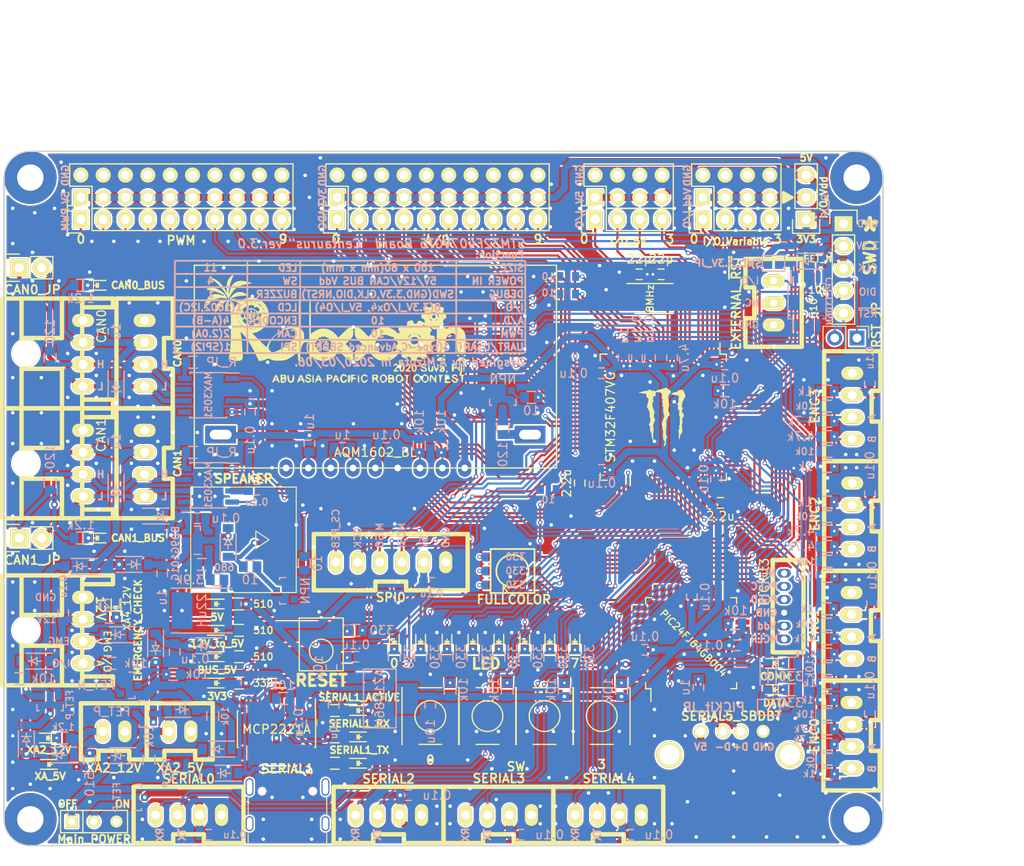
<source format=kicad_pcb>
(kicad_pcb (version 20171130) (host pcbnew "(5.1.5)-3")
  (layers (0 F.Cu signal) (31 B.Cu signal) (34 B.Paste user) (35 F.Paste user hide) (36 B.SilkS user) (37 F.SilkS user) (38 B.Mask user hide) (39 F.Mask user) (44 Edge.Cuts user))
  (net 0 "")
  (net 1 "Net-(C1-Pad1)")
  (net 2 GND)
  (net 3 +5V)
  (net 4 /OSC_OUT)
  (net 5 /OSC_IN)
  (net 6 "Net-(C18-Pad1)")
  (net 7 "Net-(C18-Pad2)")
  (net 8 +12V)
  (net 9 "Net-(D1-Pad2)")
  (net 10 "Net-(D2-Pad2)")
  (net 11 /BUS_5V)
  (net 12 "Net-(D15-Pad1)")
  (net 13 "Net-(IC1-Pad1)")
  (net 14 /USART1_TX)
  (net 15 /USART1_RX)
  (net 16 "Net-(IC1-Pad4)")
  (net 17 "Net-(IC1-Pad5)")
  (net 18 /D+)
  (net 19 /D-)
  (net 20 "Net-(IC1-Pad11)")
  (net 21 "Net-(IC1-Pad12)")
  (net 22 "Net-(IC1-Pad13)")
  (net 23 /MCLR)
  (net 24 "Net-(IC1-Pad19)")
  (net 25 "Net-(IC1-Pad20)")
  (net 26 /PGED1)
  (net 27 /PGEC1)
  (net 28 "Net-(IC1-Pad23)")
  (net 29 "Net-(IC1-Pad24)")
  (net 30 "Net-(IC1-Pad25)")
  (net 31 "Net-(IC1-Pad26)")
  (net 32 "Net-(IC1-Pad27)")
  (net 33 "Net-(IC1-Pad30)")
  (net 34 "Net-(IC1-Pad31)")
  (net 35 "Net-(IC1-Pad32)")
  (net 36 "Net-(IC1-Pad33)")
  (net 37 "Net-(IC1-Pad34)")
  (net 38 "Net-(IC1-Pad35)")
  (net 39 "Net-(IC1-Pad36)")
  (net 40 "Net-(IC1-Pad37)")
  (net 41 "Net-(IC1-Pad38)")
  (net 42 "Net-(IC1-Pad41)")
  (net 43 "Net-(IC1-Pad43)")
  (net 44 "Net-(IC1-Pad44)")
  (net 45 "Net-(P1-Pad6)")
  (net 46 "Net-(P2-Pad5)")
  (net 47 /USART3_TX)
  (net 48 /USART3_RX)
  (net 49 /TIM8_CH4)
  (net 50 /UART5_TX)
  (net 51 /UART5_RX)
  (net 52 "Net-(R25-Pad1)")
  (net 53 "Net-(C26-Pad1)")
  (net 54 "Net-(C27-Pad1)")
  (net 55 "Net-(U7-Pad1)")
  (net 56 "Net-(C29-Pad1)")
  (net 57 "Net-(C30-Pad2)")
  (net 58 "Net-(C30-Pad1)")
  (net 59 "Net-(D18-Pad1)")
  (net 60 "Net-(D20-Pad1)")
  (net 61 /CAN0_H)
  (net 62 /CAN1_H)
  (net 63 "Net-(LED1-Pad3)")
  (net 64 "Net-(P3-Pad3)")
  (net 65 "Net-(P3-Pad4)")
  (net 66 "Net-(P4-Pad4)")
  (net 67 "Net-(P4-Pad3)")
  (net 68 /D-_USB)
  (net 69 /D+_USB)
  (net 70 "Net-(P6-Pad4)")
  (net 71 "Net-(P6-Pad3)")
  (net 72 "Net-(P7-Pad3)")
  (net 73 "Net-(P7-Pad4)")
  (net 74 /CAN0_L)
  (net 75 /CAN1_L)
  (net 76 /SWCLK)
  (net 77 /SWDIO)
  (net 78 "Net-(Q4-Pad1)")
  (net 79 "Net-(Q5-Pad1)")
  (net 80 /TIM2_CH2)
  (net 81 /TIM2_CH1)
  (net 82 /TIM3_CH2)
  (net 83 /TIM3_CH1)
  (net 84 "Net-(R12-Pad1)")
  (net 85 /TIM4_CH2)
  (net 86 /TIM4_CH1)
  (net 87 /TIM5_CH2)
  (net 88 /TIM5_CH1)
  (net 89 /GP0)
  (net 90 /GP1)
  (net 91 /GP2)
  (net 92 /FB)
  (net 93 "Net-(R38-Pad2)")
  (net 94 "Net-(R39-Pad2)")
  (net 95 /I2C1_SDA)
  (net 96 /TIM10_CH1)
  (net 97 /I2C1_SCL)
  (net 98 /ADC12_IN10)
  (net 99 /ADC12_IN11)
  (net 100 /ADC12_IN2)
  (net 101 /ADC12_IN3)
  (net 102 /ADC12_IN4)
  (net 103 /TIM8_CH1)
  (net 104 /ADC12_IN14)
  (net 105 /ADC12_IN15)
  (net 106 /TIM8_CH2)
  (net 107 /ADC12_IN9)
  (net 108 /TIM1_CH1)
  (net 109 /TIM1_CH2)
  (net 110 /TIM1_CH3)
  (net 111 /TIM1_CH4)
  (net 112 /TIM12_CH1)
  (net 113 /TIM12_CH2)
  (net 114 /TIM8_CH3)
  (net 115 /TIM11_CH1)
  (net 116 "Net-(U3-Pad8)")
  (net 117 "Net-(U3-Pad9)")
  (net 118 "Net-(U3-Pad10)")
  (net 119 "Net-(U5-Pad5)")
  (net 120 /CAN1_RX)
  (net 121 /CAN1_TX)
  (net 122 /CAN2_TX)
  (net 123 /CAN2_RX)
  (net 124 "Net-(U6-Pad5)")
  (net 125 /PC15)
  (net 126 /PC13)
  (net 127 /PD11)
  (net 128 /TIM9_CH2)
  (net 129 /TIM9_CH1)
  (net 130 /PD3)
  (net 131 /PD10)
  (net 132 /PD14)
  (net 133 /PD15)
  (net 134 /PD4)
  (net 135 /PD7)
  (net 136 /PE0)
  (net 137 /PE1)
  (net 138 /PC14)
  (net 139 /PE2)
  (net 140 /PE3)
  (net 141 /PE4)
  (net 142 /SPI2_MISO)
  (net 143 /SPI2_MOSI)
  (net 144 /ADC12_IN5)
  (net 145 /ADC12_IN6)
  (net 146 /PB2)
  (net 147 /PE7)
  (net 148 /PE8)
  (net 149 /PE10)
  (net 150 /PE12)
  (net 151 /PE15)
  (net 152 /SPI2_SCK)
  (net 153 /PB11)
  (net 154 /USART6_TX)
  (net 155 /USART6_RX)
  (net 156 /USART2_TX)
  (net 157 /USART2_RX)
  (net 158 /PA8)
  (net 159 "Net-(JP2-Pad1)")
  (net 160 "Net-(D26-Pad2)")
  (net 161 "Net-(D19-Pad2)")
  (net 162 "Net-(D21-Pad2)")
  (net 163 "Net-(D22-Pad2)")
  (net 164 "Net-(D23-Pad2)")
  (net 165 "Net-(D24-Pad2)")
  (net 166 "Net-(D25-Pad2)")
  (net 167 "Net-(JP1-Pad2)")
  (net 168 "Net-(R46-Pad2)")
  (net 169 "Net-(R47-Pad2)")
  (net 170 "Net-(R48-Pad2)")
  (net 171 /PD0)
  (net 172 /PD1)
  (net 173 "Net-(D3-Pad2)")
  (net 174 "Net-(D4-Pad2)")
  (net 175 "Net-(D5-Pad2)")
  (net 176 "Net-(C19-Pad1)")
  (net 177 /12V_TO_5V)
  (net 178 CAN0_BUS_Vdd)
  (net 179 CAN1_BUS_Vdd)
  (net 180 XA4_12V)
  (net 181 /CAN_BUS_12V)
  (net 182 "Net-(D35-Pad1)")
  (net 183 "Net-(D36-Pad1)")
  (net 184 "Net-(D37-Pad1)")
  (net 185 "Net-(D40-Pad1)")
  (net 186 /UART4_TX)
  (net 187 /UART4_RX)
  (net 188 /XA_12V)
  (net 189 "Net-(D7-Pad2)")
  (net 190 XA2_12V)
  (net 191 "Net-(D10-Pad2)")
  (net 192 XA2_5V)
  (net 193 "Net-(D12-Pad2)")
  (net 194 "Net-(D13-Pad1)")
  (net 195 "Net-(D16-Pad1)")
  (net 196 "Net-(D17-Pad1)")
  (net 197 "Net-(D30-Pad1)")
  (net 198 "Net-(Q5-Pad3)")
  (net 199 "Net-(Q6-Pad1)")
  (net 200 "Net-(P27-Pad4)")
  (net 201 "Net-(D27-Pad1)")
  (net 202 "Net-(D11-Pad2)")
  (net 203 "Net-(D27-Pad2)")
  (net 204 "Net-(D28-Pad1)")
  (net 205 "Net-(D28-Pad2)")
  (net 206 "Net-(D1-Pad1)")
  (net 207 "Net-(D2-Pad1)")
  (net 208 "Net-(D31-Pad1)")
  (net 209 "Net-(R43-Pad1)")
  (net 210 "Net-(JP5-Pad2)")
  (net 211 "Net-(Q4-Pad3)")
  (net 212 +3V3)
  (net 213 "Net-(J1-PadS1)")
  (net 214 "Net-(J1-PadB8)")
  (net 215 "Net-(J1-PadA5)")
  (net 216 "Net-(J1-PadA8)")
  (net 217 "Net-(J1-PadB5)")
  (net 218 /~RST)
  (net 219 "Net-(J2-Pad3)")
  (net 220 "Net-(J2-Pad2)")
  (net 221 "Net-(D33-Pad2)")
  (net 222 "Net-(D34-Pad2)")
  (net 223 "Net-(JP6-Pad1)")
  (net 224 /ST-LINK_Vdd)
  (net 225 /EXTERNAL_~RST~_PIN)
  (net 226 "Net-(Q8-Pad3)")
  (net 227 "Net-(R77-Pad2)")
  (net 228 "Net-(P5-Pad5)")
  (net 229 "Net-(P5-Pad4)")
  (net 230 "Net-(P5-Pad3)")
  (module Mizz_lib:LED_0603 (layer F.Cu) (at 112.25 114.75 90)
    (fp_text reference D24 hide)
    (fp_text value LED hide)
    (pad 2 smd rect (at -0.88 0 270) (size 1 1.2) (layers F.Cu F.Paste F.Mask) (net 165 "Net-(D24-Pad2)"))
    (pad 1 smd rect (at 0.88 0 270) (size 1 1.2) (layers F.Cu F.Paste F.Mask) (net 133 /PD15))
  )
  (module Mizz_lib:SOT-123 (layer B.Cu) (at 85 109 270)
    (fp_text reference Q4 hide)
    (fp_text value NPN (at 0 -2.3 270) (layer B.SilkS) (effects (justify mirror)))
    (pad 1 smd rect (at 0.95 -1.00076 270) (size 0.8001 0.8001) (layers B.Cu B.Paste B.Mask) (net 78 "Net-(Q4-Pad1)"))
    (pad 2 smd rect (at -0.95 -1.00076 270) (size 0.8001 0.8001) (layers B.Cu B.Paste B.Mask) (net 2 GND))
    (pad 3 smd rect (at 0 0.99822 270) (size 0.8001 0.8001) (layers B.Cu B.Paste B.Mask) (net 211 "Net-(Q4-Pad3)"))
  )
  (module Mizz_lib:SW_SPST_PTS645 (layer F.Cu) (at 114.5 123.25 90)
    (fp_text reference SW4 hide)
    (fp_text value SW2 hide)
    (pad 2 smd rect (at 3.975 2.25 90) (size 1.55 1.3) (layers F.Cu F.Paste F.Mask) (net 134 /PD4))
    (pad 1 smd rect (at 3.975 -2.25 90) (size 1.55 1.3) (layers F.Cu F.Paste F.Mask) (net 2 GND))
    (pad 1 smd rect (at -3.975 -2.25 90) (size 1.55 1.3) (layers F.Cu F.Paste F.Mask) (net 2 GND))
    (pad 2 smd rect (at -3.975 2.25 90) (size 1.55 1.3) (layers F.Cu F.Paste F.Mask) (net 134 /PD4))
  )
  (module Mizz_lib:LQFP-44_10x10mm_Pitch0.8mm (layer F.Cu) (at 131.17 114.96 90)
    (fp_text reference IC1 hide)
    (fp_text value PIC24FJ64GB004 (at 0 0.25 135) (layer F.SilkS) (effects (font (size 0.8 0.8))))
    (pad 1 smd rect (at -5.85 -4 90) (size 1.6 0.56) (layers F.Cu F.Paste F.Mask) (net 13 "Net-(IC1-Pad1)"))
    (pad 2 smd rect (at -5.85 -3.2 90) (size 1.6 0.56) (layers F.Cu F.Paste F.Mask) (net 157 /USART2_RX))
    (pad 3 smd rect (at -5.85 -2.4 90) (size 1.6 0.56) (layers F.Cu F.Paste F.Mask) (net 156 /USART2_TX))
    (pad 4 smd rect (at -5.85 -1.6 90) (size 1.6 0.56) (layers F.Cu F.Paste F.Mask) (net 16 "Net-(IC1-Pad4)"))
    (pad 5 smd rect (at -5.85 -0.8 90) (size 1.6 0.56) (layers F.Cu F.Paste F.Mask) (net 17 "Net-(IC1-Pad5)"))
    (pad 6 smd rect (at -5.85 0 90) (size 1.6 0.56) (layers F.Cu F.Paste F.Mask) (net 2 GND))
    (pad 7 smd rect (at -5.85 0.8 90) (size 1.6 0.56) (layers F.Cu F.Paste F.Mask) (net 1 "Net-(C1-Pad1)"))
    (pad 8 smd rect (at -5.85 1.6 90) (size 1.6 0.56) (layers F.Cu F.Paste F.Mask) (net 18 /D+))
    (pad 9 smd rect (at -5.85 2.4 90) (size 1.6 0.56) (layers F.Cu F.Paste F.Mask) (net 19 /D-))
    (pad 10 smd rect (at -5.85 3.2 90) (size 1.6 0.56) (layers F.Cu F.Paste F.Mask) (net 212 +3V3))
    (pad 11 smd rect (at -5.85 4 90) (size 1.6 0.56) (layers F.Cu F.Paste F.Mask) (net 20 "Net-(IC1-Pad11)"))
    (pad 12 smd rect (at -4 5.85 180) (size 1.6 0.56) (layers F.Cu F.Paste F.Mask) (net 21 "Net-(IC1-Pad12)"))
    (pad 13 smd rect (at -3.2 5.85 180) (size 1.6 0.56) (layers F.Cu F.Paste F.Mask) (net 22 "Net-(IC1-Pad13)"))
    (pad 14 smd rect (at -2.4 5.85 180) (size 1.6 0.56) (layers F.Cu F.Paste F.Mask) (net 9 "Net-(D1-Pad2)"))
    (pad 15 smd rect (at -1.6 5.85 180) (size 1.6 0.56) (layers F.Cu F.Paste F.Mask) (net 10 "Net-(D2-Pad2)"))
    (pad 16 smd rect (at -0.8 5.85 180) (size 1.6 0.56) (layers F.Cu F.Paste F.Mask) (net 2 GND))
    (pad 17 smd rect (at 0 5.85 180) (size 1.6 0.56) (layers F.Cu F.Paste F.Mask) (net 212 +3V3))
    (pad 18 smd rect (at 0.8 5.85 180) (size 1.6 0.56) (layers F.Cu F.Paste F.Mask) (net 23 /MCLR))
    (pad 19 smd rect (at 1.6 5.85 180) (size 1.6 0.56) (layers F.Cu F.Paste F.Mask) (net 24 "Net-(IC1-Pad19)"))
    (pad 20 smd rect (at 2.4 5.85 180) (size 1.6 0.56) (layers F.Cu F.Paste F.Mask) (net 25 "Net-(IC1-Pad20)"))
    (pad 21 smd rect (at 3.2 5.85 180) (size 1.6 0.56) (layers F.Cu F.Paste F.Mask) (net 26 /PGED1))
    (pad 22 smd rect (at 4 5.85 180) (size 1.6 0.56) (layers F.Cu F.Paste F.Mask) (net 27 /PGEC1))
    (pad 23 smd rect (at 5.85 4 90) (size 1.6 0.56) (layers F.Cu F.Paste F.Mask) (net 28 "Net-(IC1-Pad23)"))
    (pad 24 smd rect (at 5.85 3.2 90) (size 1.6 0.56) (layers F.Cu F.Paste F.Mask) (net 29 "Net-(IC1-Pad24)"))
    (pad 25 smd rect (at 5.85 2.4 90) (size 1.6 0.56) (layers F.Cu F.Paste F.Mask) (net 30 "Net-(IC1-Pad25)"))
    (pad 26 smd rect (at 5.85 1.6 90) (size 1.6 0.56) (layers F.Cu F.Paste F.Mask) (net 31 "Net-(IC1-Pad26)"))
    (pad 27 smd rect (at 5.85 0.8 90) (size 1.6 0.56) (layers F.Cu F.Paste F.Mask) (net 32 "Net-(IC1-Pad27)"))
    (pad 28 smd rect (at 5.85 0 90) (size 1.6 0.56) (layers F.Cu F.Paste F.Mask) (net 212 +3V3))
    (pad 29 smd rect (at 5.85 -0.8 90) (size 1.6 0.56) (layers F.Cu F.Paste F.Mask) (net 2 GND))
    (pad 30 smd rect (at 5.85 -1.6 90) (size 1.6 0.56) (layers F.Cu F.Paste F.Mask) (net 33 "Net-(IC1-Pad30)"))
    (pad 31 smd rect (at 5.85 -2.4 90) (size 1.6 0.56) (layers F.Cu F.Paste F.Mask) (net 34 "Net-(IC1-Pad31)"))
    (pad 32 smd rect (at 5.85 -3.2 90) (size 1.6 0.56) (layers F.Cu F.Paste F.Mask) (net 35 "Net-(IC1-Pad32)"))
    (pad 33 smd rect (at 5.85 -4 90) (size 1.6 0.56) (layers F.Cu F.Paste F.Mask) (net 36 "Net-(IC1-Pad33)"))
    (pad 34 smd rect (at 4 -5.85 180) (size 1.6 0.56) (layers F.Cu F.Paste F.Mask) (net 37 "Net-(IC1-Pad34)"))
    (pad 35 smd rect (at 3.2 -5.85 180) (size 1.6 0.56) (layers F.Cu F.Paste F.Mask) (net 38 "Net-(IC1-Pad35)"))
    (pad 36 smd rect (at 2.4 -5.85 180) (size 1.6 0.56) (layers F.Cu F.Paste F.Mask) (net 39 "Net-(IC1-Pad36)"))
    (pad 37 smd rect (at 1.6 -5.85 180) (size 1.6 0.56) (layers F.Cu F.Paste F.Mask) (net 40 "Net-(IC1-Pad37)"))
    (pad 38 smd rect (at 0.8 -5.85 180) (size 1.6 0.56) (layers F.Cu F.Paste F.Mask) (net 41 "Net-(IC1-Pad38)"))
    (pad 39 smd rect (at 0 -5.85 180) (size 1.6 0.56) (layers F.Cu F.Paste F.Mask) (net 2 GND))
    (pad 40 smd rect (at -0.8 -5.85 180) (size 1.6 0.56) (layers F.Cu F.Paste F.Mask) (net 212 +3V3))
    (pad 41 smd rect (at -1.6 -5.85 180) (size 1.6 0.56) (layers F.Cu F.Paste F.Mask) (net 42 "Net-(IC1-Pad41)"))
    (pad 42 smd rect (at -2.4 -5.85 180) (size 1.6 0.56) (layers F.Cu F.Paste F.Mask) (net 3 +5V))
    (pad 43 smd rect (at -3.2 -5.85 180) (size 1.6 0.56) (layers F.Cu F.Paste F.Mask) (net 43 "Net-(IC1-Pad43)"))
    (pad 44 smd rect (at -4 -5.85 180) (size 1.6 0.56) (layers F.Cu F.Paste F.Mask) (net 44 "Net-(IC1-Pad44)"))
  )
  (module Mizz_lib:Pin_Header_Straight_2x04 (layer F.Cu) (at 132.5 64.25 90)
    (fp_text reference P31 hide)
    (fp_text value I/O_Variable hide)
    (pad 8 thru_hole oval (at 2.54 7.62 90) (size 1.7272 1.7272) (drill 1.016) (layers *.Cu *.Mask F.SilkS) (net 2 GND))
    (pad 7 thru_hole oval (at 0 7.62 90) (size 1.7272 1.7272) (drill 1.016) (layers *.Cu *.Mask F.SilkS) (net 210 "Net-(JP5-Pad2)"))
    (pad 6 thru_hole oval (at 2.54 5.08 90) (size 1.7272 1.7272) (drill 1.016) (layers *.Cu *.Mask F.SilkS) (net 2 GND))
    (pad 5 thru_hole oval (at 0 5.08 90) (size 1.7272 1.7272) (drill 1.016) (layers *.Cu *.Mask F.SilkS) (net 210 "Net-(JP5-Pad2)"))
    (pad 4 thru_hole oval (at 2.54 2.54 90) (size 1.7272 1.7272) (drill 1.016) (layers *.Cu *.Mask F.SilkS) (net 2 GND))
    (pad 3 thru_hole oval (at 0 2.54 90) (size 1.7272 1.7272) (drill 1.016) (layers *.Cu *.Mask F.SilkS) (net 210 "Net-(JP5-Pad2)"))
    (pad 2 thru_hole oval (at 2.54 0 90) (size 1.7272 1.7272) (drill 1.016) (layers *.Cu *.Mask F.SilkS) (net 2 GND))
    (pad 1 thru_hole rect (at 0 0 90) (size 1.7272 1.7272) (drill 1.016) (layers *.Cu *.Mask F.SilkS) (net 210 "Net-(JP5-Pad2)"))
  )
  (module Mizz_lib:XA_4T (layer F.Cu) (at 149.42 116.71 90)
    (fp_text reference P7 hide)
    (fp_text value ENC1 (at 3.75 -4.25 90) (layer F.SilkS) (effects (font (thickness 0.2))))
    (pad 1 thru_hole oval (at 7.5 0 90) (size 1.5 2.5) (drill 1) (layers *.Cu *.Mask F.SilkS) (net 2 GND))
    (pad 2 thru_hole oval (at 5 0 90) (size 1.5 2.5) (drill 1) (layers *.Cu *.Mask F.SilkS) (net 3 +5V))
    (pad 3 thru_hole oval (at 2.5 0 90) (size 1.5 2.5) (drill 1) (layers *.Cu *.Mask F.SilkS) (net 72 "Net-(P7-Pad3)"))
    (pad 4 thru_hole oval (at 0 0 90) (size 1.5 2.5) (drill 1) (layers *.Cu *.Mask F.SilkS) (net 73 "Net-(P7-Pad4)"))
  )
  (module Mizz_lib:USB_A (layer F.Cu) (at 132.25 124.99788)
    (fp_text reference P2 hide)
    (fp_text value SERIAL5_SBDBT (at 3.5 -1.74788) (layer F.SilkS) (effects (font (thickness 0.2))))
    (pad 4 thru_hole circle (at 7.11286 -0.00212 270) (size 1.50114 1.50114) (drill 1.00076) (layers *.Cu *.Mask F.SilkS) (net 2 GND))
    (pad 3 thru_hole circle (at 4.57286 -0.00212 270) (size 1.50114 1.50114) (drill 1.00076) (layers *.Cu *.Mask F.SilkS) (net 18 /D+))
    (pad 2 thru_hole circle (at 2.54086 -0.00212 270) (size 1.50114 1.50114) (drill 1.00076) (layers *.Cu *.Mask F.SilkS) (net 19 /D-))
    (pad 1 thru_hole circle (at 0.00086 -0.00212 270) (size 1.50114 1.50114) (drill 1.00076) (layers *.Cu *.Mask F.SilkS) (net 3 +5V))
    (pad 5 thru_hole circle (at 10.16086 2.66488 270) (size 2.99974 2.99974) (drill 2.30124) (layers *.Cu *.Mask F.SilkS) (net 46 "Net-(P2-Pad5)"))
    (pad 5 thru_hole circle (at -3.55514 2.66488 270) (size 2.99974 2.99974) (drill 2.30124) (layers *.Cu *.Mask F.SilkS) (net 46 "Net-(P2-Pad5)"))
  )
  (module Mizz_lib:AQM1602_BL_Fad (layer F.Cu) (at 95.25 83.5)
    (fp_text reference U7 hide)
    (fp_text value AQM1602_BL (at 0 9.75) (layer F.SilkS))
    (pad 1 thru_hole oval (at -10.16 11.535) (size 1.5 2) (drill 0.762) (layers *.Cu *.Mask) (net 55 "Net-(U7-Pad1)"))
    (pad 2 thru_hole oval (at -7.62 11.535) (size 1.5 2) (drill 0.762) (layers *.Cu *.Mask) (net 56 "Net-(C29-Pad1)"))
    (pad 3 thru_hole oval (at -5.08 11.535) (size 1.5 2) (drill 0.762) (layers *.Cu *.Mask) (net 58 "Net-(C30-Pad1)"))
    (pad 4 thru_hole oval (at -2.54 11.535) (size 1.5 2) (drill 0.762) (layers *.Cu *.Mask) (net 57 "Net-(C30-Pad2)"))
    (pad 5 thru_hole oval (at 0 11.535) (size 1.5 2) (drill 0.762) (layers *.Cu *.Mask) (net 212 +3V3))
    (pad 6 thru_hole oval (at 2.54 11.535) (size 1.5 2) (drill 0.762) (layers *.Cu *.Mask) (net 2 GND))
    (pad 7 thru_hole oval (at 5.08 11.535) (size 1.5 2) (drill 0.762) (layers *.Cu *.Mask) (net 95 /I2C1_SDA))
    (pad 8 thru_hole oval (at 7.62 11.535) (size 1.5 2) (drill 0.762) (layers *.Cu *.Mask) (net 97 /I2C1_SCL))
    (pad 9 thru_hole oval (at 10.16 11.535) (size 1.5 2) (drill 0.762) (layers *.Cu *.Mask) (net 212 +3V3))
    (pad 10 thru_hole rect (at -17.6 7.735) (size 3.5 2) (drill oval 2.5 1.1) (layers *.Cu *.Mask) (net 212 +3V3))
    (pad 11 thru_hole rect (at 17.6 7.735) (size 3.5 2) (drill oval 2.5 1.1) (layers *.Cu *.Mask) (net 209 "Net-(R43-Pad1)"))
  )
  (module Mizz_lib:XA_4LC (layer F.Cu) (at 62 109.75 270)
    (fp_text reference P27 hide)
    (fp_text value EMERGENCY_CHECK (at 3.75 -6.25 270) (layer F.SilkS) (effects (font (size 0.8 0.8) (thickness 0.2))))
    (pad 1 thru_hole oval (at 0 0 270) (size 1.5 2.5) (drill 1) (layers *.Cu *.Mask F.SilkS) (net 2 GND))
    (pad 2 thru_hole oval (at 2.5 0 270) (size 1.5 2.5) (drill 1) (layers *.Cu *.Mask F.SilkS) (net 180 XA4_12V))
    (pad 3 thru_hole oval (at 5 0 270) (size 1.5 2.5) (drill 1) (layers *.Cu *.Mask F.SilkS) (net 160 "Net-(D26-Pad2)"))
    (pad 4 thru_hole oval (at 7.5 0 270) (size 1.5 2.5) (drill 1) (layers *.Cu *.Mask F.SilkS) (net 200 "Net-(P27-Pad4)"))
    (pad "" thru_hole circle (at 3.75 6.5 270) (size 3 3) (drill 3) (layers *.Cu *.Mask F.SilkS) (clearance -0.3))
  )
  (module Mizz_lib:SOIC-8_3.9x4.9mm_Pitch1.27mm (layer B.Cu) (at 76.25 86.75 180)
    (fp_text reference U5 hide)
    (fp_text value MAX3051 (at 0 0 270) (layer B.SilkS) (effects (font (size 0.8 0.8)) (justify mirror)))
    (pad 8 smd rect (at 2.7 1.905 180) (size 1.55 0.6) (layers B.Cu B.Paste B.Mask) (net 93 "Net-(R38-Pad2)"))
    (pad 7 smd rect (at 2.7 0.635 180) (size 1.55 0.6) (layers B.Cu B.Paste B.Mask) (net 61 /CAN0_H))
    (pad 6 smd rect (at 2.7 -0.635 180) (size 1.55 0.6) (layers B.Cu B.Paste B.Mask) (net 74 /CAN0_L))
    (pad 5 smd rect (at 2.7 -1.905 180) (size 1.55 0.6) (layers B.Cu B.Paste B.Mask) (net 119 "Net-(U5-Pad5)"))
    (pad 4 smd rect (at -2.7 -1.905 180) (size 1.55 0.6) (layers B.Cu B.Paste B.Mask) (net 120 /CAN1_RX))
    (pad 3 smd rect (at -2.7 -0.635 180) (size 1.55 0.6) (layers B.Cu B.Paste B.Mask) (net 212 +3V3))
    (pad 2 smd rect (at -2.7 0.635 180) (size 1.55 0.6) (layers B.Cu B.Paste B.Mask) (net 2 GND))
    (pad 1 smd rect (at -2.7 1.905 180) (size 1.55 0.6) (layers B.Cu B.Paste B.Mask) (net 121 /CAN1_TX))
  )
  (module Mizz_lib:Pin_Header_Straight_1x10 (layer F.Cu) (at 90.89 66.75 90)
    (fp_text reference P23 hide)
    (fp_text value A/D (at -2.4 11.4 180) (layer F.SilkS) (effects (font (thickness 0.2))))
    (pad 1 thru_hole rect (at 0 0 90) (size 2.032 1.7272) (drill 1.016) (layers *.Cu *.Mask F.SilkS) (net 107 /ADC12_IN9))
    (pad 2 thru_hole oval (at 0 2.54 90) (size 2.032 1.7272) (drill 1.016) (layers *.Cu *.Mask F.SilkS) (net 105 /ADC12_IN15))
    (pad 3 thru_hole oval (at 0 5.08 90) (size 2.032 1.7272) (drill 1.016) (layers *.Cu *.Mask F.SilkS) (net 104 /ADC12_IN14))
    (pad 4 thru_hole oval (at 0 7.62 90) (size 2.032 1.7272) (drill 1.016) (layers *.Cu *.Mask F.SilkS) (net 145 /ADC12_IN6))
    (pad 5 thru_hole oval (at 0 10.16 90) (size 2.032 1.7272) (drill 1.016) (layers *.Cu *.Mask F.SilkS) (net 144 /ADC12_IN5))
    (pad 6 thru_hole oval (at 0 12.7 90) (size 2.032 1.7272) (drill 1.016) (layers *.Cu *.Mask F.SilkS) (net 102 /ADC12_IN4))
    (pad 7 thru_hole oval (at 0 15.24 90) (size 2.032 1.7272) (drill 1.016) (layers *.Cu *.Mask F.SilkS) (net 101 /ADC12_IN3))
    (pad 8 thru_hole oval (at 0 17.78 90) (size 2.032 1.7272) (drill 1.016) (layers *.Cu *.Mask F.SilkS) (net 100 /ADC12_IN2))
    (pad 9 thru_hole oval (at 0 20.32 90) (size 2.032 1.7272) (drill 1.016) (layers *.Cu *.Mask F.SilkS) (net 99 /ADC12_IN11))
    (pad 10 thru_hole oval (at 0 22.86 90) (size 2.032 1.7272) (drill 1.016) (layers *.Cu *.Mask F.SilkS) (net 98 /ADC12_IN10))
  )
  (module Mizz_lib:XA_4T (layer F.Cu) (at 70.25 134.5)
    (fp_text reference P16 hide)
    (fp_text value SERIAL0 (at 3.75 -4.1) (layer F.SilkS) (effects (font (thickness 0.2))))
    (pad 1 thru_hole oval (at 7.5 0) (size 1.5 2.5) (drill 1) (layers *.Cu *.Mask F.SilkS) (net 2 GND))
    (pad 2 thru_hole oval (at 5 0) (size 1.5 2.5) (drill 1) (layers *.Cu *.Mask F.SilkS) (net 3 +5V))
    (pad 3 thru_hole oval (at 2.5 0) (size 1.5 2.5) (drill 1) (layers *.Cu *.Mask F.SilkS) (net 14 /USART1_TX))
    (pad 4 thru_hole oval (at 0 0) (size 1.5 2.5) (drill 1) (layers *.Cu *.Mask F.SilkS) (net 15 /USART1_RX))
  )
  (module Mizz_lib:Mini_Monster (layer F.Cu) (at 128 89.25)
    (fp_text reference U9 hide)
    (fp_text value LOGO hide)
  )
  (module Mizz_lib:TQFP-100_14x14mm_Pitch0.5mm (layer F.Cu) (at 128 89.25 270)
    (fp_text reference U1 hide)
    (fp_text value STM32F407VG (at 0 6 270) (layer F.SilkS))
    (pad 1 smd rect (at -7.7 -6 270) (size 1.5 0.3) (layers F.Cu F.Paste F.Mask) (net 139 /PE2))
    (pad 2 smd rect (at -7.7 -5.5 270) (size 1.5 0.3) (layers F.Cu F.Paste F.Mask) (net 140 /PE3))
    (pad 3 smd rect (at -7.7 -5 270) (size 1.5 0.3) (layers F.Cu F.Paste F.Mask) (net 141 /PE4))
    (pad 4 smd rect (at -7.7 -4.5 270) (size 1.5 0.3) (layers F.Cu F.Paste F.Mask) (net 129 /TIM9_CH1))
    (pad 5 smd rect (at -7.7 -4 270) (size 1.5 0.3) (layers F.Cu F.Paste F.Mask) (net 128 /TIM9_CH2))
    (pad 6 smd rect (at -7.7 -3.5 270) (size 1.5 0.3) (layers F.Cu F.Paste F.Mask) (net 212 +3V3))
    (pad 7 smd rect (at -7.7 -3 270) (size 1.5 0.3) (layers F.Cu F.Paste F.Mask) (net 126 /PC13))
    (pad 8 smd rect (at -7.7 -2.5 270) (size 1.5 0.3) (layers F.Cu F.Paste F.Mask) (net 138 /PC14))
    (pad 9 smd rect (at -7.7 -2 270) (size 1.5 0.3) (layers F.Cu F.Paste F.Mask) (net 125 /PC15))
    (pad 10 smd rect (at -7.7 -1.5 270) (size 1.5 0.3) (layers F.Cu F.Paste F.Mask) (net 2 GND))
    (pad 11 smd rect (at -7.7 -1 270) (size 1.5 0.3) (layers F.Cu F.Paste F.Mask) (net 212 +3V3))
    (pad 12 smd rect (at -7.7 -0.5 270) (size 1.5 0.3) (layers F.Cu F.Paste F.Mask) (net 5 /OSC_IN))
    (pad 13 smd rect (at -7.7 0 270) (size 1.5 0.3) (layers F.Cu F.Paste F.Mask) (net 4 /OSC_OUT))
    (pad 14 smd rect (at -7.7 0.5 270) (size 1.5 0.3) (layers F.Cu F.Paste F.Mask) (net 218 /~RST))
    (pad 15 smd rect (at -7.7 1 270) (size 1.5 0.3) (layers F.Cu F.Paste F.Mask) (net 98 /ADC12_IN10))
    (pad 16 smd rect (at -7.7 1.5 270) (size 1.5 0.3) (layers F.Cu F.Paste F.Mask) (net 99 /ADC12_IN11))
    (pad 17 smd rect (at -7.7 2 270) (size 1.5 0.3) (layers F.Cu F.Paste F.Mask) (net 142 /SPI2_MISO))
    (pad 18 smd rect (at -7.7 2.5 270) (size 1.5 0.3) (layers F.Cu F.Paste F.Mask) (net 143 /SPI2_MOSI))
    (pad 19 smd rect (at -7.7 3 270) (size 1.5 0.3) (layers F.Cu F.Paste F.Mask) (net 212 +3V3))
    (pad 20 smd rect (at -7.7 3.5 270) (size 1.5 0.3) (layers F.Cu F.Paste F.Mask) (net 2 GND))
    (pad 21 smd rect (at -7.7 4 270) (size 1.5 0.3) (layers F.Cu F.Paste F.Mask) (net 212 +3V3))
    (pad 22 smd rect (at -7.7 4.5 270) (size 1.5 0.3) (layers F.Cu F.Paste F.Mask) (net 212 +3V3))
    (pad 23 smd rect (at -7.7 5 270) (size 1.5 0.3) (layers F.Cu F.Paste F.Mask) (net 88 /TIM5_CH1))
    (pad 24 smd rect (at -7.7 5.5 270) (size 1.5 0.3) (layers F.Cu F.Paste F.Mask) (net 87 /TIM5_CH2))
    (pad 25 smd rect (at -7.7 6 270) (size 1.5 0.3) (layers F.Cu F.Paste F.Mask) (net 100 /ADC12_IN2))
    (pad 26 smd rect (at -6 7.7) (size 1.5 0.3) (layers F.Cu F.Paste F.Mask) (net 101 /ADC12_IN3))
    (pad 27 smd rect (at -5.5 7.7) (size 1.5 0.3) (layers F.Cu F.Paste F.Mask) (net 2 GND))
    (pad 28 smd rect (at -5 7.7) (size 1.5 0.3) (layers F.Cu F.Paste F.Mask) (net 212 +3V3))
    (pad 29 smd rect (at -4.5 7.7) (size 1.5 0.3) (layers F.Cu F.Paste F.Mask) (net 102 /ADC12_IN4))
    (pad 30 smd rect (at -4 7.7) (size 1.5 0.3) (layers F.Cu F.Paste F.Mask) (net 144 /ADC12_IN5))
    (pad 31 smd rect (at -3.5 7.7) (size 1.5 0.3) (layers F.Cu F.Paste F.Mask) (net 145 /ADC12_IN6))
    (pad 32 smd rect (at -3 7.7) (size 1.5 0.3) (layers F.Cu F.Paste F.Mask) (net 103 /TIM8_CH1))
    (pad 33 smd rect (at -2.5 7.7) (size 1.5 0.3) (layers F.Cu F.Paste F.Mask) (net 104 /ADC12_IN14))
    (pad 34 smd rect (at -2 7.7) (size 1.5 0.3) (layers F.Cu F.Paste F.Mask) (net 105 /ADC12_IN15))
    (pad 35 smd rect (at -1.5 7.7) (size 1.5 0.3) (layers F.Cu F.Paste F.Mask) (net 106 /TIM8_CH2))
    (pad 36 smd rect (at -1 7.7) (size 1.5 0.3) (layers F.Cu F.Paste F.Mask) (net 107 /ADC12_IN9))
    (pad 37 smd rect (at -0.5 7.7) (size 1.5 0.3) (layers F.Cu F.Paste F.Mask) (net 146 /PB2))
    (pad 38 smd rect (at 0 7.7) (size 1.5 0.3) (layers F.Cu F.Paste F.Mask) (net 147 /PE7))
    (pad 39 smd rect (at 0.5 7.7) (size 1.5 0.3) (layers F.Cu F.Paste F.Mask) (net 148 /PE8))
    (pad 40 smd rect (at 1 7.7) (size 1.5 0.3) (layers F.Cu F.Paste F.Mask) (net 108 /TIM1_CH1))
    (pad 41 smd rect (at 1.5 7.7) (size 1.5 0.3) (layers F.Cu F.Paste F.Mask) (net 149 /PE10))
    (pad 42 smd rect (at 2 7.7) (size 1.5 0.3) (layers F.Cu F.Paste F.Mask) (net 109 /TIM1_CH2))
    (pad 43 smd rect (at 2.5 7.7) (size 1.5 0.3) (layers F.Cu F.Paste F.Mask) (net 150 /PE12))
    (pad 44 smd rect (at 3 7.7) (size 1.5 0.3) (layers F.Cu F.Paste F.Mask) (net 110 /TIM1_CH3))
    (pad 45 smd rect (at 3.5 7.7) (size 1.5 0.3) (layers F.Cu F.Paste F.Mask) (net 111 /TIM1_CH4))
    (pad 46 smd rect (at 4 7.7) (size 1.5 0.3) (layers F.Cu F.Paste F.Mask) (net 151 /PE15))
    (pad 47 smd rect (at 4.5 7.7) (size 1.5 0.3) (layers F.Cu F.Paste F.Mask) (net 152 /SPI2_SCK))
    (pad 48 smd rect (at 5 7.7) (size 1.5 0.3) (layers F.Cu F.Paste F.Mask) (net 153 /PB11))
    (pad 49 smd rect (at 5.5 7.7) (size 1.5 0.3) (layers F.Cu F.Paste F.Mask) (net 53 "Net-(C26-Pad1)"))
    (pad 50 smd rect (at 6 7.7) (size 1.5 0.3) (layers F.Cu F.Paste F.Mask) (net 212 +3V3))
    (pad 51 smd rect (at 7.7 6 270) (size 1.5 0.3) (layers F.Cu F.Paste F.Mask) (net 123 /CAN2_RX))
    (pad 52 smd rect (at 7.7 5.5 270) (size 1.5 0.3) (layers F.Cu F.Paste F.Mask) (net 122 /CAN2_TX))
    (pad 53 smd rect (at 7.7 5 270) (size 1.5 0.3) (layers F.Cu F.Paste F.Mask) (net 112 /TIM12_CH1))
    (pad 54 smd rect (at 7.7 4.5 270) (size 1.5 0.3) (layers F.Cu F.Paste F.Mask) (net 113 /TIM12_CH2))
    (pad 55 smd rect (at 7.7 4 270) (size 1.5 0.3) (layers F.Cu F.Paste F.Mask) (net 47 /USART3_TX))
    (pad 56 smd rect (at 7.7 3.5 270) (size 1.5 0.3) (layers F.Cu F.Paste F.Mask) (net 48 /USART3_RX))
    (pad 57 smd rect (at 7.7 3 270) (size 1.5 0.3) (layers F.Cu F.Paste F.Mask) (net 131 /PD10))
    (pad 58 smd rect (at 7.7 2.5 270) (size 1.5 0.3) (layers F.Cu F.Paste F.Mask) (net 127 /PD11))
    (pad 59 smd rect (at 7.7 2 270) (size 1.5 0.3) (layers F.Cu F.Paste F.Mask) (net 86 /TIM4_CH1))
    (pad 60 smd rect (at 7.7 1.5 270) (size 1.5 0.3) (layers F.Cu F.Paste F.Mask) (net 85 /TIM4_CH2))
    (pad 61 smd rect (at 7.7 1 270) (size 1.5 0.3) (layers F.Cu F.Paste F.Mask) (net 132 /PD14))
    (pad 62 smd rect (at 7.7 0.5 270) (size 1.5 0.3) (layers F.Cu F.Paste F.Mask) (net 133 /PD15))
    (pad 63 smd rect (at 7.7 0 270) (size 1.5 0.3) (layers F.Cu F.Paste F.Mask) (net 154 /USART6_TX))
    (pad 64 smd rect (at 7.7 -0.5 270) (size 1.5 0.3) (layers F.Cu F.Paste F.Mask) (net 155 /USART6_RX))
    (pad 65 smd rect (at 7.7 -1 270) (size 1.5 0.3) (layers F.Cu F.Paste F.Mask) (net 114 /TIM8_CH3))
    (pad 66 smd rect (at 7.7 -1.5 270) (size 1.5 0.3) (layers F.Cu F.Paste F.Mask) (net 49 /TIM8_CH4))
    (pad 67 smd rect (at 7.7 -2 270) (size 1.5 0.3) (layers F.Cu F.Paste F.Mask) (net 158 /PA8))
    (pad 68 smd rect (at 7.7 -2.5 270) (size 1.5 0.3) (layers F.Cu F.Paste F.Mask) (net 14 /USART1_TX))
    (pad 69 smd rect (at 7.7 -3 270) (size 1.5 0.3) (layers F.Cu F.Paste F.Mask) (net 15 /USART1_RX))
    (pad 70 smd rect (at 7.7 -3.5 270) (size 1.5 0.3) (layers F.Cu F.Paste F.Mask) (net 120 /CAN1_RX))
    (pad 71 smd rect (at 7.7 -4 270) (size 1.5 0.3) (layers F.Cu F.Paste F.Mask) (net 121 /CAN1_TX))
    (pad 72 smd rect (at 7.7 -4.5 270) (size 1.5 0.3) (layers F.Cu F.Paste F.Mask) (net 77 /SWDIO))
    (pad 73 smd rect (at 7.7 -5 270) (size 1.5 0.3) (layers F.Cu F.Paste F.Mask) (net 54 "Net-(C27-Pad1)"))
    (pad 74 smd rect (at 7.7 -5.5 270) (size 1.5 0.3) (layers F.Cu F.Paste F.Mask) (net 2 GND))
    (pad 75 smd rect (at 7.7 -6 270) (size 1.5 0.3) (layers F.Cu F.Paste F.Mask) (net 212 +3V3))
    (pad 76 smd rect (at 6 -7.7) (size 1.5 0.3) (layers F.Cu F.Paste F.Mask) (net 76 /SWCLK))
    (pad 77 smd rect (at 5.5 -7.7) (size 1.5 0.3) (layers F.Cu F.Paste F.Mask) (net 81 /TIM2_CH1))
    (pad 78 smd rect (at 5 -7.7) (size 1.5 0.3) (layers F.Cu F.Paste F.Mask) (net 186 /UART4_TX))
    (pad 79 smd rect (at 4.5 -7.7) (size 1.5 0.3) (layers F.Cu F.Paste F.Mask) (net 187 /UART4_RX))
    (pad 80 smd rect (at 4 -7.7) (size 1.5 0.3) (layers F.Cu F.Paste F.Mask) (net 50 /UART5_TX))
    (pad 81 smd rect (at 3.5 -7.7) (size 1.5 0.3) (layers F.Cu F.Paste F.Mask) (net 171 /PD0))
    (pad 82 smd rect (at 3 -7.7) (size 1.5 0.3) (layers F.Cu F.Paste F.Mask) (net 172 /PD1))
    (pad 83 smd rect (at 2.5 -7.7) (size 1.5 0.3) (layers F.Cu F.Paste F.Mask) (net 51 /UART5_RX))
    (pad 84 smd rect (at 2 -7.7) (size 1.5 0.3) (layers F.Cu F.Paste F.Mask) (net 130 /PD3))
    (pad 85 smd rect (at 1.5 -7.7) (size 1.5 0.3) (layers F.Cu F.Paste F.Mask) (net 134 /PD4))
    (pad 86 smd rect (at 1 -7.7) (size 1.5 0.3) (layers F.Cu F.Paste F.Mask) (net 156 /USART2_TX))
    (pad 87 smd rect (at 0.5 -7.7) (size 1.5 0.3) (layers F.Cu F.Paste F.Mask) (net 157 /USART2_RX))
    (pad 88 smd rect (at 0 -7.7) (size 1.5 0.3) (layers F.Cu F.Paste F.Mask) (net 135 /PD7))
    (pad 89 smd rect (at -0.5 -7.7) (size 1.5 0.3) (layers F.Cu F.Paste F.Mask) (net 80 /TIM2_CH2))
    (pad 90 smd rect (at -1 -7.7) (size 1.5 0.3) (layers F.Cu F.Paste F.Mask) (net 83 /TIM3_CH1))
    (pad 91 smd rect (at -1.5 -7.7) (size 1.5 0.3) (layers F.Cu F.Paste F.Mask) (net 82 /TIM3_CH2))
    (pad 92 smd rect (at -2 -7.7) (size 1.5 0.3) (layers F.Cu F.Paste F.Mask) (net 97 /I2C1_SCL))
    (pad 93 smd rect (at -2.5 -7.7) (size 1.5 0.3) (layers F.Cu F.Paste F.Mask) (net 95 /I2C1_SDA))
    (pad 94 smd rect (at -3 -7.7) (size 1.5 0.3) (layers F.Cu F.Paste F.Mask) (net 52 "Net-(R25-Pad1)"))
    (pad 95 smd rect (at -3.5 -7.7) (size 1.5 0.3) (layers F.Cu F.Paste F.Mask) (net 96 /TIM10_CH1))
    (pad 96 smd rect (at -4 -7.7) (size 1.5 0.3) (layers F.Cu F.Paste F.Mask) (net 115 /TIM11_CH1))
    (pad 97 smd rect (at -4.5 -7.7) (size 1.5 0.3) (layers F.Cu F.Paste F.Mask) (net 136 /PE0))
    (pad 98 smd rect (at -5 -7.7) (size 1.5 0.3) (layers F.Cu F.Paste F.Mask) (net 137 /PE1))
    (pad 99 smd rect (at -5.5 -7.7) (size 1.5 0.3) (layers F.Cu F.Paste F.Mask) (net 2 GND))
    (pad 100 smd rect (at -6 -7.7) (size 1.5 0.3) (layers F.Cu F.Paste F.Mask) (net 212 +3V3))
  )
  (module Mizz_lib:R_0603 (layer F.Cu) (at 90.64 122.62 180)
    (fp_text reference R24 hide)
    (fp_text value 330 hide)
    (pad 2 smd rect (at 0.78 0 180) (size 1 1.2) (layers F.Cu F.Paste F.Mask) (net 91 /GP2))
    (pad 1 smd rect (at -0.78 0 180) (size 1 1.2) (layers F.Cu F.Paste F.Mask) (net 175 "Net-(D5-Pad2)"))
  )
  (module Mizz_lib:SOD-123 (layer B.Cu) (at 77.25 127 180)
    (fp_text reference D9)
    (fp_text value DIODE)
    (pad 1 smd rect (at -1.635 0 180) (size 0.91 1.22) (layers B.Cu B.Paste B.Mask) (net 202 "Net-(D11-Pad2)"))
    (pad 2 smd rect (at 1.635 0 180) (size 0.91 1.22) (layers B.Cu B.Paste B.Mask) (net 201 "Net-(D27-Pad1)"))
  )
  (module Mizz_lib:SOD-123 (layer B.Cu) (at 78.5 103.5 90)
    (fp_text reference D20 hide)
    (fp_text value DIODE)
    (pad 1 smd rect (at -1.635 0 90) (size 0.91 1.22) (layers B.Cu B.Paste B.Mask) (net 60 "Net-(D20-Pad1)"))
    (pad 2 smd rect (at 1.635 0 90) (size 0.91 1.22) (layers B.Cu B.Paste B.Mask) (net 8 +12V))
  )
  (module Mizz_lib:TSOT-6-MK06A (layer B.Cu) (at 75 103.25 270)
    (fp_text reference U4 hide)
    (fp_text value BD9G101G (at 1.5 2.5 270) (layer B.SilkS) (effects (font (size 0.8 0.8)) (justify mirror)))
    (pad 1 smd rect (at -0.94996 -1.30048 270) (size 0.69088 1.00076) (layers B.Cu B.Paste B.Mask) (net 7 "Net-(C18-Pad2)"))
    (pad 2 smd rect (at 0 -1.30048 270) (size 0.69088 1.00076) (layers B.Cu B.Paste B.Mask) (net 2 GND))
    (pad 3 smd rect (at 0.94996 -1.30048 270) (size 0.69088 1.00076) (layers B.Cu B.Paste B.Mask) (net 92 /FB))
    (pad 4 smd rect (at 0.94996 1.30048 270) (size 0.69088 1.00076) (layers B.Cu B.Paste B.Mask) (net 176 "Net-(C19-Pad1)"))
    (pad 5 smd rect (at 0 1.30048 270) (size 0.69088 1.00076) (layers B.Cu B.Paste B.Mask) (net 176 "Net-(C19-Pad1)"))
    (pad 6 smd rect (at -0.94996 1.30048 270) (size 0.69088 1.00076) (layers B.Cu B.Paste B.Mask) (net 6 "Net-(C18-Pad1)"))
  )
  (module Mizz_lib:kitLogo_Mask_5.0x5.0 (layer B.Cu) (at 69.75 73.25 180)
    (fp_text reference U10 hide)
    (fp_text value LOGO hide)
  )
  (module Mizz_lib:SOD-123 (layer B.Cu) (at 67.75 106)
    (fp_text reference D29)
    (fp_text value DIODE)
    (pad 1 smd rect (at -1.635 0) (size 0.91 1.22) (layers B.Cu B.Paste B.Mask) (net 8 +12V))
    (pad 2 smd rect (at 1.635 0) (size 0.91 1.22) (layers B.Cu B.Paste B.Mask) (net 176 "Net-(C19-Pad1)"))
  )
  (module Buttons_Switches_ThroughHole:SW_Micro_SPST (layer F.Cu) (at 63.25 135.25)
    (fp_text reference SW1 hide)
    (fp_text value Main_POWER (at 0 2) (layer F.SilkS) (effects (font (size 0.9 0.9) (thickness 0.2))))
    (pad 1 thru_hole rect (at -2.54 0) (size 1.397 1.397) (drill 0.8128) (layers *.Cu *.Mask F.SilkS) (net 203 "Net-(D27-Pad2)"))
    (pad 2 thru_hole circle (at 0 0) (size 1.397 1.397) (drill 0.8128) (layers *.Cu *.Mask F.SilkS) (net 199 "Net-(Q6-Pad1)"))
    (pad 3 thru_hole circle (at 2.54 0) (size 1.397 1.397) (drill 0.8128) (layers *.Cu *.Mask F.SilkS) (net 2 GND))
  )
  (module Mizz_lib:SOD-123 (layer B.Cu) (at 56.5 117 180)
    (fp_text reference D32)
    (fp_text value DIODE hide)
    (pad 1 smd rect (at -1.635 0 180) (size 0.91 1.22) (layers B.Cu B.Paste B.Mask) (net 180 XA4_12V))
    (pad 2 smd rect (at 1.635 0 180) (size 0.91 1.22) (layers B.Cu B.Paste B.Mask) (net 188 /XA_12V))
  )
  (module Mizz_lib:LED_0603 (layer F.Cu) (at 63.5 74.25 180)
    (fp_text reference D36 hide)
    (fp_text value CAN0_BUS (at -4.75 0 180) (layer F.SilkS) (effects (font (size 0.8 0.8) (thickness 0.2))))
    (pad 2 smd rect (at -0.88 0) (size 1 1.2) (layers F.Cu F.Paste F.Mask) (net 2 GND))
    (pad 1 smd rect (at 0.88 0) (size 1 1.2) (layers F.Cu F.Paste F.Mask) (net 183 "Net-(D36-Pad1)"))
  )
  (module Mizz_lib:LED_0603 (layer F.Cu) (at 63.5 103 180)
    (fp_text reference D37 hide)
    (fp_text value CAN1_BUS (at -4.75 0 180) (layer F.SilkS) (effects (font (size 0.8 0.8) (thickness 0.2))))
    (pad 1 smd rect (at 0.88 0) (size 1 1.2) (layers F.Cu F.Paste F.Mask) (net 184 "Net-(D37-Pad1)"))
    (pad 2 smd rect (at -0.88 0) (size 1 1.2) (layers F.Cu F.Paste F.Mask) (net 2 GND))
  )
  (module Mizz_lib:SOD-123 (layer B.Cu) (at 65.75 86 270)
    (fp_text reference D38)
    (fp_text value DIODE hide)
    (pad 2 smd rect (at 1.635 0 270) (size 0.91 1.22) (layers B.Cu B.Paste B.Mask) (net 181 /CAN_BUS_12V))
    (pad 1 smd rect (at -1.635 0 270) (size 0.91 1.22) (layers B.Cu B.Paste B.Mask) (net 178 CAN0_BUS_Vdd))
  )
  (module Mizz_lib:SOD-123 (layer B.Cu) (at 65.75 97.75 270)
    (fp_text reference D39)
    (fp_text value DIODE hide)
    (pad 1 smd rect (at -1.635 0 270) (size 0.91 1.22) (layers B.Cu B.Paste B.Mask) (net 179 CAN1_BUS_Vdd))
    (pad 2 smd rect (at 1.635 0 270) (size 0.91 1.22) (layers B.Cu B.Paste B.Mask) (net 181 /CAN_BUS_12V))
  )
  (module Mizz_lib:SOD-123 (layer B.Cu) (at 144.25 71.5 180)
    (fp_text reference D40)
    (fp_text value DIODE hide)
    (pad 1 smd rect (at -1.635 0 180) (size 0.91 1.22) (layers B.Cu B.Paste B.Mask) (net 185 "Net-(D40-Pad1)"))
    (pad 2 smd rect (at 1.635 0 180) (size 0.91 1.22) (layers B.Cu B.Paste B.Mask) (net 224 /ST-LINK_Vdd))
  )
  (module Mizz_lib:SOD-123 (layer B.Cu) (at 55.54 125.92 90)
    (fp_text reference D6)
    (fp_text value DIODE hide)
    (pad 1 smd rect (at -1.635 0 90) (size 0.91 1.22) (layers B.Cu B.Paste B.Mask) (net 188 /XA_12V))
    (pad 2 smd rect (at 1.635 0 90) (size 0.91 1.22) (layers B.Cu B.Paste B.Mask) (net 8 +12V))
  )
  (module Mizz_lib:SOD-123 (layer B.Cu) (at 61.65 106.22 180)
    (fp_text reference D7)
    (fp_text value DIODE)
    (pad 2 smd rect (at 1.635 0 180) (size 0.91 1.22) (layers B.Cu B.Paste B.Mask) (net 189 "Net-(D7-Pad2)"))
    (pad 1 smd rect (at -1.635 0 180) (size 0.91 1.22) (layers B.Cu B.Paste B.Mask) (net 181 /CAN_BUS_12V))
  )
  (module Mizz_lib:SOD-123 (layer B.Cu) (at 59.32 127.68 180)
    (fp_text reference D8 hide)
    (fp_text value DIODE)
    (pad 1 smd rect (at -1.635 0 180) (size 0.91 1.22) (layers B.Cu B.Paste B.Mask) (net 190 XA2_12V))
    (pad 2 smd rect (at 1.635 0 180) (size 0.91 1.22) (layers B.Cu B.Paste B.Mask) (net 188 /XA_12V))
  )
  (module Mizz_lib:SOD-123 (layer B.Cu) (at 70.25 115.5 270)
    (fp_text reference D10)
    (fp_text value DIODE)
    (pad 2 smd rect (at 1.635 0 270) (size 0.91 1.22) (layers B.Cu B.Paste B.Mask) (net 191 "Net-(D10-Pad2)"))
    (pad 1 smd rect (at -1.635 0 270) (size 0.91 1.22) (layers B.Cu B.Paste B.Mask) (net 177 /12V_TO_5V))
  )
  (module Mizz_lib:SOD-123 (layer B.Cu) (at 73.25 122.5)
    (fp_text reference D11)
    (fp_text value DIODE)
    (pad 2 smd rect (at 1.635 0) (size 0.91 1.22) (layers B.Cu B.Paste B.Mask) (net 202 "Net-(D11-Pad2)"))
    (pad 1 smd rect (at -1.635 0) (size 0.91 1.22) (layers B.Cu B.Paste B.Mask) (net 192 XA2_5V))
  )
  (module Mizz_lib:LED_0603 (layer F.Cu) (at 58.12 125.75)
    (fp_text reference D13 hide)
    (fp_text value XA2_12V (at 0 1.35) (layer F.SilkS) (effects (font (size 0.8 0.8) (thickness 0.2))))
    (pad 1 smd rect (at 0.88 0 180) (size 1 1.2) (layers F.Cu F.Paste F.Mask) (net 194 "Net-(D13-Pad1)"))
    (pad 2 smd rect (at -0.88 0 180) (size 1 1.2) (layers F.Cu F.Paste F.Mask) (net 2 GND))
  )
  (module Mizz_lib:LED_0603 (layer F.Cu) (at 58.25 128.75)
    (fp_text reference D16 hide)
    (fp_text value XA_5V (at 0 1.35) (layer F.SilkS) (effects (font (size 0.8 0.8) (thickness 0.2))))
    (pad 2 smd rect (at -0.88 0 180) (size 1 1.2) (layers F.Cu F.Paste F.Mask) (net 2 GND))
    (pad 1 smd rect (at 0.88 0 180) (size 1 1.2) (layers F.Cu F.Paste F.Mask) (net 195 "Net-(D16-Pad1)"))
  )
  (module Mizz_lib:LED_0603 (layer F.Cu) (at 77.25 113.5)
    (fp_text reference D17 hide)
    (fp_text value 12V_to_5V (at 0 1.5) (layer F.SilkS) (effects (font (size 0.8 0.8) (thickness 0.2))))
    (pad 1 smd rect (at 0.88 0 180) (size 1 1.2) (layers F.Cu F.Paste F.Mask) (net 196 "Net-(D17-Pad1)"))
    (pad 2 smd rect (at -0.88 0 180) (size 1 1.2) (layers F.Cu F.Paste F.Mask) (net 2 GND))
  )
  (module Mizz_lib:LED_0603 (layer F.Cu) (at 77.25 116.5)
    (fp_text reference D18 hide)
    (fp_text value BUS_5V (at 0 1.5) (layer F.SilkS) (effects (font (size 0.8 0.8) (thickness 0.2))))
    (pad 2 smd rect (at -0.88 0 180) (size 1 1.2) (layers F.Cu F.Paste F.Mask) (net 2 GND))
    (pad 1 smd rect (at 0.88 0 180) (size 1 1.2) (layers F.Cu F.Paste F.Mask) (net 59 "Net-(D18-Pad1)"))
  )
  (module Mizz_lib:LED_0603 (layer F.Cu) (at 103.4 114.75 90)
    (fp_text reference D19 hide)
    (fp_text value LED hide)
    (pad 1 smd rect (at 0.88 0 270) (size 1 1.2) (layers F.Cu F.Paste F.Mask) (net 131 /PD10))
    (pad 2 smd rect (at -0.88 0 270) (size 1 1.2) (layers F.Cu F.Paste F.Mask) (net 161 "Net-(D19-Pad2)"))
  )
  (module Mizz_lib:LED_0603 (layer F.Cu) (at 77.25 110.5)
    (fp_text reference D30 hide)
    (fp_text value 5V (at 0 1.5) (layer F.SilkS) (effects (font (size 0.8 0.8) (thickness 0.2))))
    (pad 2 smd rect (at -0.88 0 180) (size 1 1.2) (layers F.Cu F.Paste F.Mask) (net 2 GND))
    (pad 1 smd rect (at 0.88 0 180) (size 1 1.2) (layers F.Cu F.Paste F.Mask) (net 197 "Net-(D30-Pad1)"))
  )
  (module Mizz_lib:XA_2T (layer F.Cu) (at 64.25 125)
    (fp_text reference P10 hide)
    (fp_text value XA2_12V (at 1.25 4.15) (layer F.SilkS) (effects (font (thickness 0.2))))
    (pad 1 thru_hole oval (at 2.5 0) (size 1.5 2.5) (drill 1) (layers *.Cu *.Mask F.SilkS) (net 2 GND))
    (pad 2 thru_hole oval (at 0 0) (size 1.5 2.5) (drill 1) (layers *.Cu *.Mask F.SilkS) (net 190 XA2_12V))
  )
  (module Mizz_lib:XA_2T (layer F.Cu) (at 71.75 125)
    (fp_text reference P17 hide)
    (fp_text value XA2_5V (at 1.25 4.15) (layer F.SilkS) (effects (font (thickness 0.2))))
    (pad 2 thru_hole oval (at 0 0) (size 1.5 2.5) (drill 1) (layers *.Cu *.Mask F.SilkS) (net 192 XA2_5V))
    (pad 1 thru_hole oval (at 2.5 0) (size 1.5 2.5) (drill 1) (layers *.Cu *.Mask F.SilkS) (net 2 GND))
  )
  (module Mizz_lib:SOD-123 (layer B.Cu) (at 66 127.75 180)
    (fp_text reference D27 hide)
    (fp_text value DIODE)
    (pad 1 smd rect (at -1.635 0 180) (size 0.91 1.22) (layers B.Cu B.Paste B.Mask) (net 201 "Net-(D27-Pad1)"))
    (pad 2 smd rect (at 1.635 0 180) (size 0.91 1.22) (layers B.Cu B.Paste B.Mask) (net 203 "Net-(D27-Pad2)"))
  )
  (module Mizz_lib:SOD-123 (layer B.Cu) (at 139.92 118.71 270)
    (fp_text reference D28 hide)
    (fp_text value DIODE hide)
    (pad 1 smd rect (at -1.635 0 270) (size 0.91 1.22) (layers B.Cu B.Paste B.Mask) (net 204 "Net-(D28-Pad1)"))
    (pad 2 smd rect (at 1.635 0 270) (size 0.91 1.22) (layers B.Cu B.Paste B.Mask) (net 205 "Net-(D28-Pad2)"))
  )
  (module Mizz_lib:SW_SPST_PTS645 (layer F.Cu) (at 108 123.25 90)
    (fp_text reference SW2 hide)
    (fp_text value SW1 hide)
    (pad 2 smd rect (at -3.975 2.25 90) (size 1.55 1.3) (layers F.Cu F.Paste F.Mask) (net 130 /PD3))
    (pad 1 smd rect (at -3.975 -2.25 90) (size 1.55 1.3) (layers F.Cu F.Paste F.Mask) (net 2 GND))
    (pad 1 smd rect (at 3.975 -2.25 90) (size 1.55 1.3) (layers F.Cu F.Paste F.Mask) (net 2 GND))
    (pad 2 smd rect (at 3.975 2.25 90) (size 1.55 1.3) (layers F.Cu F.Paste F.Mask) (net 130 /PD3))
  )
  (module Mizz_lib:SW_SPST_PTS645 (layer F.Cu) (at 101.5 123.25 90)
    (fp_text reference SW3 hide)
    (fp_text value SW0 hide)
    (pad 2 smd rect (at 3.975 2.25 90) (size 1.55 1.3) (layers F.Cu F.Paste F.Mask) (net 172 /PD1))
    (pad 1 smd rect (at 3.975 -2.25 90) (size 1.55 1.3) (layers F.Cu F.Paste F.Mask) (net 2 GND))
    (pad 1 smd rect (at -3.975 -2.25 90) (size 1.55 1.3) (layers F.Cu F.Paste F.Mask) (net 2 GND))
    (pad 2 smd rect (at -3.975 2.25 90) (size 1.55 1.3) (layers F.Cu F.Paste F.Mask) (net 172 /PD1))
  )
  (module Mizz_lib:SW_SPST_PTS645 (layer F.Cu) (at 121 123.25 90)
    (fp_text reference SW5 hide)
    (fp_text value SW3 hide)
    (pad 2 smd rect (at -3.975 2.25 90) (size 1.55 1.3) (layers F.Cu F.Paste F.Mask) (net 135 /PD7))
    (pad 1 smd rect (at -3.975 -2.25 90) (size 1.55 1.3) (layers F.Cu F.Paste F.Mask) (net 2 GND))
    (pad 1 smd rect (at 3.975 -2.25 90) (size 1.55 1.3) (layers F.Cu F.Paste F.Mask) (net 2 GND))
    (pad 2 smd rect (at 3.975 2.25 90) (size 1.55 1.3) (layers F.Cu F.Paste F.Mask) (net 135 /PD7))
  )
  (module Mizz_lib:Pin_Header_Straight_1x02 (layer F.Cu) (at 54.75 72.25 90)
    (fp_text reference JP1 hide)
    (fp_text value CAN0_JP (at -2.5 1.5 180) (layer F.SilkS) (effects (font (thickness 0.2))))
    (pad 1 thru_hole rect (at 0 0 90) (size 2.032 2.032) (drill 1.016) (layers *.Cu *.Mask F.SilkS) (net 74 /CAN0_L))
    (pad 2 thru_hole oval (at 0 2.54 90) (size 2.032 2.032) (drill 1.016) (layers *.Cu *.Mask F.SilkS) (net 167 "Net-(JP1-Pad2)"))
  )
  (module Mizz_lib:Pin_Header_Straight_1x02 (layer F.Cu) (at 54.75 103 90)
    (fp_text reference JP2 hide)
    (fp_text value CAN1_JP (at -2.5 1.5 180) (layer F.SilkS) (effects (font (thickness 0.2))))
    (pad 2 thru_hole oval (at 0 2.54 90) (size 2.032 2.032) (drill 1.016) (layers *.Cu *.Mask F.SilkS) (net 75 /CAN1_L))
    (pad 1 thru_hole rect (at 0 0 90) (size 2.032 2.032) (drill 1.016) (layers *.Cu *.Mask F.SilkS) (net 159 "Net-(JP2-Pad1)"))
  )
  (module Mizz_lib:Inductor_Taiyo-Yuden_NR-50xx_HandSoldering (layer B.Cu) (at 75.5 111.25)
    (fp_text reference L1 hide)
    (fp_text value 22uH (at 0 0 -90) (layer B.SilkS) (effects (justify mirror)))
    (pad 2 smd rect (at 2.25 0) (size 2.4 4.2) (layers B.Cu B.Paste B.Mask) (net 12 "Net-(D15-Pad1)"))
    (pad 1 smd rect (at -2.25 0) (size 2.4 4.2) (layers B.Cu B.Paste B.Mask) (net 6 "Net-(C18-Pad1)"))
  )
  (module Mizz_lib:Pin_Header_Straight_1x05 (layer F.Cu) (at 148.5 67.25)
    (fp_text reference P18 hide)
    (fp_text value SWD (at 3 3.85 90) (layer F.SilkS) (effects (font (size 1.3 1.3) (thickness 0.3))))
    (pad 5 thru_hole oval (at 0 10.16) (size 2.032 1.7272) (drill 1.016) (layers *.Cu *.Mask F.SilkS) (net 218 /~RST))
    (pad 4 thru_hole oval (at 0 7.62) (size 2.032 1.7272) (drill 1.016) (layers *.Cu *.Mask F.SilkS) (net 77 /SWDIO))
    (pad 3 thru_hole oval (at 0 5.08) (size 2.032 1.7272) (drill 1.016) (layers *.Cu *.Mask F.SilkS) (net 76 /SWCLK))
    (pad 2 thru_hole oval (at 0 2.54) (size 2.032 1.7272) (drill 1.016) (layers *.Cu *.Mask F.SilkS) (net 185 "Net-(D40-Pad1)"))
    (pad 1 thru_hole rect (at 0 0) (size 2.032 1.7272) (drill 1.016) (layers *.Cu *.Mask F.SilkS) (net 2 GND))
  )
  (module Mizz_lib:Pin_Header_Straight_1x10 (layer F.Cu) (at 61.75 66.75 90)
    (fp_text reference P24 hide)
    (fp_text value PWM (at -2.4 11.4 180) (layer F.SilkS) (effects (font (thickness 0.2))))
    (pad 10 thru_hole oval (at 0 22.86 90) (size 2.032 1.7272) (drill 1.016) (layers *.Cu *.Mask F.SilkS) (net 96 /TIM10_CH1))
    (pad 9 thru_hole oval (at 0 20.32 90) (size 2.032 1.7272) (drill 1.016) (layers *.Cu *.Mask F.SilkS) (net 115 /TIM11_CH1))
    (pad 8 thru_hole oval (at 0 17.78 90) (size 2.032 1.7272) (drill 1.016) (layers *.Cu *.Mask F.SilkS) (net 129 /TIM9_CH1))
    (pad 7 thru_hole oval (at 0 15.24 90) (size 2.032 1.7272) (drill 1.016) (layers *.Cu *.Mask F.SilkS) (net 128 /TIM9_CH2))
    (pad 6 thru_hole oval (at 0 12.7 90) (size 2.032 1.7272) (drill 1.016) (layers *.Cu *.Mask F.SilkS) (net 103 /TIM8_CH1))
    (pad 5 thru_hole oval (at 0 10.16 90) (size 2.032 1.7272) (drill 1.016) (layers *.Cu *.Mask F.SilkS) (net 106 /TIM8_CH2))
    (pad 4 thru_hole oval (at 0 7.62 90) (size 2.032 1.7272) (drill 1.016) (layers *.Cu *.Mask F.SilkS) (net 108 /TIM1_CH1))
    (pad 3 thru_hole oval (at 0 5.08 90) (size 2.032 1.7272) (drill 1.016) (layers *.Cu *.Mask F.SilkS) (net 109 /TIM1_CH2))
    (pad 2 thru_hole oval (at 0 2.54 90) (size 2.032 1.7272) (drill 1.016) (layers *.Cu *.Mask F.SilkS) (net 110 /TIM1_CH3))
    (pad 1 thru_hole rect (at 0 0 90) (size 2.032 1.7272) (drill 1.016) (layers *.Cu *.Mask F.SilkS) (net 111 /TIM1_CH4))
  )
  (module Mizz_lib:Pin_Header_Straight_2x10 (layer F.Cu) (at 90.89 64.25 90)
    (fp_text reference P25 hide)
    (fp_text value A/D_batt hide)
    (pad 20 thru_hole oval (at 2.54 22.86 90) (size 1.7272 1.7272) (drill 1.016) (layers *.Cu *.Mask F.SilkS) (net 2 GND))
    (pad 19 thru_hole oval (at 0 22.86 90) (size 1.7272 1.7272) (drill 1.016) (layers *.Cu *.Mask F.SilkS) (net 212 +3V3))
    (pad 18 thru_hole oval (at 2.54 20.32 90) (size 1.7272 1.7272) (drill 1.016) (layers *.Cu *.Mask F.SilkS) (net 2 GND))
    (pad 17 thru_hole oval (at 0 20.32 90) (size 1.7272 1.7272) (drill 1.016) (layers *.Cu *.Mask F.SilkS) (net 212 +3V3))
    (pad 16 thru_hole oval (at 2.54 17.78 90) (size 1.7272 1.7272) (drill 1.016) (layers *.Cu *.Mask F.SilkS) (net 2 GND))
    (pad 15 thru_hole oval (at 0 17.78 90) (size 1.7272 1.7272) (drill 1.016) (layers *.Cu *.Mask F.SilkS) (net 212 +3V3))
    (pad 14 thru_hole oval (at 2.54 15.24 90) (size 1.7272 1.7272) (drill 1.016) (layers *.Cu *.Mask F.SilkS) (net 2 GND))
    (pad 13 thru_hole oval (at 0 15.24 90) (size 1.7272 1.7272) (drill 1.016) (layers *.Cu *.Mask F.SilkS) (net 212 +3V3))
    (pad 12 thru_hole oval (at 2.54 12.7 90) (size 1.7272 1.7272) (drill 1.016) (layers *.Cu *.Mask F.SilkS) (net 2 GND))
    (pad 11 thru_hole oval (at 0 12.7 90) (size 1.7272 1.7272) (drill 1.016) (layers *.Cu *.Mask F.SilkS) (net 212 +3V3))
    (pad 10 thru_hole oval (at 2.54 10.16 90) (size 1.7272 1.7272) (drill 1.016) (layers *.Cu *.Mask F.SilkS) (net 2 GND))
    (pad 9 thru_hole oval (at 0 10.16 90) (size 1.7272 1.7272) (drill 1.016) (layers *.Cu *.Mask F.SilkS) (net 212 +3V3))
    (pad 8 thru_hole oval (at 2.54 7.62 90) (size 1.7272 1.7272) (drill 1.016) (layers *.Cu *.Mask F.SilkS) (net 2 GND))
    (pad 7 thru_hole oval (at 0 7.62 90) (size 1.7272 1.7272) (drill 1.016) (layers *.Cu *.Mask F.SilkS) (net 212 +3V3))
    (pad 6 thru_hole oval (at 2.54 5.08 90) (size 1.7272 1.7272) (drill 1.016) (layers *.Cu *.Mask F.SilkS) (net 2 GND))
    (pad 5 thru_hole oval (at 0 5.08 90) (size 1.7272 1.7272) (drill 1.016) (layers *.Cu *.Mask F.SilkS) (net 212 +3V3))
    (pad 4 thru_hole oval (at 2.54 2.54 90) (size 1.7272 1.7272) (drill 1.016) (layers *.Cu *.Mask F.SilkS) (net 2 GND))
    (pad 3 thru_hole oval (at 0 2.54 90) (size 1.7272 1.7272) (drill 1.016) (layers *.Cu *.Mask F.SilkS) (net 212 +3V3))
    (pad 2 thru_hole oval (at 2.54 0 90) (size 1.7272 1.7272) (drill 1.016) (layers *.Cu *.Mask F.SilkS) (net 2 GND))
    (pad 1 thru_hole rect (at 0 0 90) (size 1.7272 1.7272) (drill 1.016) (layers *.Cu *.Mask F.SilkS) (net 212 +3V3))
  )
  (module Mizz_lib:Pin_Header_Straight_2x10 (layer F.Cu) (at 61.75 64.25 90)
    (fp_text reference P26 hide)
    (fp_text value PWM_batt hide)
    (pad 1 thru_hole rect (at 0 0 90) (size 1.7272 1.7272) (drill 1.016) (layers *.Cu *.Mask F.SilkS) (net 3 +5V))
    (pad 2 thru_hole oval (at 2.54 0 90) (size 1.7272 1.7272) (drill 1.016) (layers *.Cu *.Mask F.SilkS) (net 2 GND))
    (pad 3 thru_hole oval (at 0 2.54 90) (size 1.7272 1.7272) (drill 1.016) (layers *.Cu *.Mask F.SilkS) (net 3 +5V))
    (pad 4 thru_hole oval (at 2.54 2.54 90) (size 1.7272 1.7272) (drill 1.016) (layers *.Cu *.Mask F.SilkS) (net 2 GND))
    (pad 5 thru_hole oval (at 0 5.08 90) (size 1.7272 1.7272) (drill 1.016) (layers *.Cu *.Mask F.SilkS) (net 3 +5V))
    (pad 6 thru_hole oval (at 2.54 5.08 90) (size 1.7272 1.7272) (drill 1.016) (layers *.Cu *.Mask F.SilkS) (net 2 GND))
    (pad 7 thru_hole oval (at 0 7.62 90) (size 1.7272 1.7272) (drill 1.016) (layers *.Cu *.Mask F.SilkS) (net 3 +5V))
    (pad 8 thru_hole oval (at 2.54 7.62 90) (size 1.7272 1.7272) (drill 1.016) (layers *.Cu *.Mask F.SilkS) (net 2 GND))
    (pad 9 thru_hole oval (at 0 10.16 90) (size 1.7272 1.7272) (drill 1.016) (layers *.Cu *.Mask F.SilkS) (net 3 +5V))
    (pad 10 thru_hole oval (at 2.54 10.16 90) (size 1.7272 1.7272) (drill 1.016) (layers *.Cu *.Mask F.SilkS) (net 2 GND))
    (pad 11 thru_hole oval (at 0 12.7 90) (size 1.7272 1.7272) (drill 1.016) (layers *.Cu *.Mask F.SilkS) (net 3 +5V))
    (pad 12 thru_hole oval (at 2.54 12.7 90) (size 1.7272 1.7272) (drill 1.016) (layers *.Cu *.Mask F.SilkS) (net 2 GND))
    (pad 13 thru_hole oval (at 0 15.24 90) (size 1.7272 1.7272) (drill 1.016) (layers *.Cu *.Mask F.SilkS) (net 3 +5V))
    (pad 14 thru_hole oval (at 2.54 15.24 90) (size 1.7272 1.7272) (drill 1.016) (layers *.Cu *.Mask F.SilkS) (net 2 GND))
    (pad 15 thru_hole oval (at 0 17.78 90) (size 1.7272 1.7272) (drill 1.016) (layers *.Cu *.Mask F.SilkS) (net 3 +5V))
    (pad 16 thru_hole oval (at 2.54 17.78 90) (size 1.7272 1.7272) (drill 1.016) (layers *.Cu *.Mask F.SilkS) (net 2 GND))
    (pad 17 thru_hole oval (at 0 20.32 90) (size 1.7272 1.7272) (drill 1.016) (layers *.Cu *.Mask F.SilkS) (net 3 +5V))
    (pad 18 thru_hole oval (at 2.54 20.32 90) (size 1.7272 1.7272) (drill 1.016) (layers *.Cu *.Mask F.SilkS) (net 2 GND))
    (pad 19 thru_hole oval (at 0 22.86 90) (size 1.7272 1.7272) (drill 1.016) (layers *.Cu *.Mask F.SilkS) (net 3 +5V))
    (pad 20 thru_hole oval (at 2.54 22.86 90) (size 1.7272 1.7272) (drill 1.016) (layers *.Cu *.Mask F.SilkS) (net 2 GND))
  )
  (module Mizz_lib:XA_4T (layer F.Cu) (at 149.42 129.21 90)
    (fp_text reference P3 hide)
    (fp_text value ENC0 (at 3.759999 -4.200001 90) (layer F.SilkS) (effects (font (thickness 0.2))))
    (pad 4 thru_hole oval (at 0 0 90) (size 1.5 2.5) (drill 1) (layers *.Cu *.Mask F.SilkS) (net 65 "Net-(P3-Pad4)"))
    (pad 3 thru_hole oval (at 2.5 0 90) (size 1.5 2.5) (drill 1) (layers *.Cu *.Mask F.SilkS) (net 64 "Net-(P3-Pad3)"))
    (pad 2 thru_hole oval (at 5 0 90) (size 1.5 2.5) (drill 1) (layers *.Cu *.Mask F.SilkS) (net 3 +5V))
    (pad 1 thru_hole oval (at 7.5 0 90) (size 1.5 2.5) (drill 1) (layers *.Cu *.Mask F.SilkS) (net 2 GND))
  )
  (module Mizz_lib:XA_4T (layer F.Cu) (at 149.5 104.25 90)
    (fp_text reference P4 hide)
    (fp_text value ENC2 (at 4 -4.25 90) (layer F.SilkS) (effects (font (thickness 0.2))))
    (pad 1 thru_hole oval (at 7.5 0 90) (size 1.5 2.5) (drill 1) (layers *.Cu *.Mask F.SilkS) (net 2 GND))
    (pad 2 thru_hole oval (at 5 0 90) (size 1.5 2.5) (drill 1) (layers *.Cu *.Mask F.SilkS) (net 3 +5V))
    (pad 3 thru_hole oval (at 2.5 0 90) (size 1.5 2.5) (drill 1) (layers *.Cu *.Mask F.SilkS) (net 67 "Net-(P4-Pad3)"))
    (pad 4 thru_hole oval (at 0 0 90) (size 1.5 2.5) (drill 1) (layers *.Cu *.Mask F.SilkS) (net 66 "Net-(P4-Pad4)"))
  )
  (module Mizz_lib:XA_4T (layer F.Cu) (at 149.5 91.75 90)
    (fp_text reference P6 hide)
    (fp_text value ENC3 (at 3.75 -4.25 90) (layer F.SilkS) (effects (font (thickness 0.2))))
    (pad 4 thru_hole oval (at 0 0 90) (size 1.5 2.5) (drill 1) (layers *.Cu *.Mask F.SilkS) (net 70 "Net-(P6-Pad4)"))
    (pad 3 thru_hole oval (at 2.5 0 90) (size 1.5 2.5) (drill 1) (layers *.Cu *.Mask F.SilkS) (net 71 "Net-(P6-Pad3)"))
    (pad 2 thru_hole oval (at 5 0 90) (size 1.5 2.5) (drill 1) (layers *.Cu *.Mask F.SilkS) (net 3 +5V))
    (pad 1 thru_hole oval (at 7.5 0 90) (size 1.5 2.5) (drill 1) (layers *.Cu *.Mask F.SilkS) (net 2 GND))
  )
  (module Mizz_lib:XA_4T (layer F.Cu) (at 118 134.5)
    (fp_text reference P8 hide)
    (fp_text value SERIAL4 (at 3.8 -4.15) (layer F.SilkS) (effects (font (thickness 0.2))))
    (pad 4 thru_hole oval (at 0 0) (size 1.5 2.5) (drill 1) (layers *.Cu *.Mask F.SilkS) (net 51 /UART5_RX))
    (pad 3 thru_hole oval (at 2.5 0) (size 1.5 2.5) (drill 1) (layers *.Cu *.Mask F.SilkS) (net 50 /UART5_TX))
    (pad 2 thru_hole oval (at 5 0) (size 1.5 2.5) (drill 1) (layers *.Cu *.Mask F.SilkS) (net 3 +5V))
    (pad 1 thru_hole oval (at 7.5 0) (size 1.5 2.5) (drill 1) (layers *.Cu *.Mask F.SilkS) (net 2 GND))
  )
  (module Mizz_lib:XA_4T (layer F.Cu) (at 105.5 134.5)
    (fp_text reference P9 hide)
    (fp_text value SERIAL3 (at 3.8 -4.15) (layer F.SilkS) (effects (font (thickness 0.2))))
    (pad 1 thru_hole oval (at 7.5 0) (size 1.5 2.5) (drill 1) (layers *.Cu *.Mask F.SilkS) (net 2 GND))
    (pad 2 thru_hole oval (at 5 0) (size 1.5 2.5) (drill 1) (layers *.Cu *.Mask F.SilkS) (net 3 +5V))
    (pad 3 thru_hole oval (at 2.5 0) (size 1.5 2.5) (drill 1) (layers *.Cu *.Mask F.SilkS) (net 186 /UART4_TX))
    (pad 4 thru_hole oval (at 0 0) (size 1.5 2.5) (drill 1) (layers *.Cu *.Mask F.SilkS) (net 187 /UART4_RX))
  )
  (module Mizz_lib:XA_4T (layer F.Cu) (at 69 85.75 90)
    (fp_text reference P11 hide)
    (fp_text value CAN0 (at 3.75 3.75 90) (layer F.SilkS) (effects (font (size 0.8 0.8) (thickness 0.2))))
    (pad 1 thru_hole oval (at 7.5 0 90) (size 1.5 2.5) (drill 1) (layers *.Cu *.Mask F.SilkS) (net 2 GND))
    (pad 2 thru_hole oval (at 5 0 90) (size 1.5 2.5) (drill 1) (layers *.Cu *.Mask F.SilkS) (net 178 CAN0_BUS_Vdd))
    (pad 3 thru_hole oval (at 2.5 0 90) (size 1.5 2.5) (drill 1) (layers *.Cu *.Mask F.SilkS) (net 61 /CAN0_H))
    (pad 4 thru_hole oval (at 0 0 90) (size 1.5 2.5) (drill 1) (layers *.Cu *.Mask F.SilkS) (net 74 /CAN0_L))
  )
  (module Mizz_lib:XA_4T (layer F.Cu) (at 69 98.25 90)
    (fp_text reference P12 hide)
    (fp_text value CAN1 (at 3.75 3.75 90) (layer F.SilkS) (effects (font (size 0.8 0.8) (thickness 0.2))))
    (pad 4 thru_hole oval (at 0 0 90) (size 1.5 2.5) (drill 1) (layers *.Cu *.Mask F.SilkS) (net 75 /CAN1_L))
    (pad 3 thru_hole oval (at 2.5 0 90) (size 1.5 2.5) (drill 1) (layers *.Cu *.Mask F.SilkS) (net 62 /CAN1_H))
    (pad 2 thru_hole oval (at 5 0 90) (size 1.5 2.5) (drill 1) (layers *.Cu *.Mask F.SilkS) (net 179 CAN1_BUS_Vdd))
    (pad 1 thru_hole oval (at 7.5 0 90) (size 1.5 2.5) (drill 1) (layers *.Cu *.Mask F.SilkS) (net 2 GND))
  )
  (module Mizz_lib:XA_4LC (layer F.Cu) (at 62 78.25 270)
    (fp_text reference P13 hide)
    (fp_text value CAN0 (at 0.65 -2.1 270) (layer F.SilkS))
    (pad "" thru_hole circle (at 3.75 6.5 270) (size 3 3) (drill 3) (layers *.Cu *.Mask F.SilkS) (clearance -0.3))
    (pad 4 thru_hole oval (at 7.5 0 270) (size 1.5 2.5) (drill 1) (layers *.Cu *.Mask F.SilkS) (net 74 /CAN0_L))
    (pad 3 thru_hole oval (at 5 0 270) (size 1.5 2.5) (drill 1) (layers *.Cu *.Mask F.SilkS) (net 61 /CAN0_H))
    (pad 2 thru_hole oval (at 2.5 0 270) (size 1.5 2.5) (drill 1) (layers *.Cu *.Mask F.SilkS) (net 178 CAN0_BUS_Vdd))
    (pad 1 thru_hole oval (at 0 0 270) (size 1.5 2.5) (drill 1) (layers *.Cu *.Mask F.SilkS) (net 2 GND))
  )
  (module Mizz_lib:XA_4LC (layer F.Cu) (at 62 90.75 270)
    (fp_text reference P14 hide)
    (fp_text value CAN1 (at 0.55 -2.05 270) (layer F.SilkS))
    (pad 1 thru_hole oval (at 0 0 270) (size 1.5 2.5) (drill 1) (layers *.Cu *.Mask F.SilkS) (net 2 GND))
    (pad 2 thru_hole oval (at 2.5 0 270) (size 1.5 2.5) (drill 1) (layers *.Cu *.Mask F.SilkS) (net 179 CAN1_BUS_Vdd))
    (pad 3 thru_hole oval (at 5 0 270) (size 1.5 2.5) (drill 1) (layers *.Cu *.Mask F.SilkS) (net 62 /CAN1_H))
    (pad 4 thru_hole oval (at 7.5 0 270) (size 1.5 2.5) (drill 1) (layers *.Cu *.Mask F.SilkS) (net 75 /CAN1_L))
    (pad "" thru_hole circle (at 3.75 6.5 270) (size 3 3) (drill 3) (layers *.Cu *.Mask F.SilkS) (clearance -0.3))
  )
  (module Mizz_lib:XA_4T (layer F.Cu) (at 93 134.5)
    (fp_text reference P15 hide)
    (fp_text value SERIAL2 (at 3.75 -4.1) (layer F.SilkS) (effects (font (thickness 0.2))))
    (pad 4 thru_hole oval (at 0 0) (size 1.5 2.5) (drill 1) (layers *.Cu *.Mask F.SilkS) (net 155 /USART6_RX))
    (pad 3 thru_hole oval (at 2.5 0) (size 1.5 2.5) (drill 1) (layers *.Cu *.Mask F.SilkS) (net 154 /USART6_TX))
    (pad 2 thru_hole oval (at 5 0) (size 1.5 2.5) (drill 1) (layers *.Cu *.Mask F.SilkS) (net 3 +5V))
    (pad 1 thru_hole oval (at 7.5 0) (size 1.5 2.5) (drill 1) (layers *.Cu *.Mask F.SilkS) (net 2 GND))
  )
  (module Mizz_lib:Pin_Header_Straight_1x04 (layer F.Cu) (at 120.25 66.75 90)
    (fp_text reference P28 hide)
    (fp_text value I/O_5V (at -2.5 3.75 180) (layer F.SilkS) (effects (font (size 0.8 0.8) (thickness 0.2))))
    (pad 1 thru_hole rect (at 0 0 90) (size 2.032 1.7272) (drill 1.016) (layers *.Cu *.Mask F.SilkS) (net 125 /PC15))
    (pad 2 thru_hole oval (at 0 2.54 90) (size 2.032 1.7272) (drill 1.016) (layers *.Cu *.Mask F.SilkS) (net 138 /PC14))
    (pad 3 thru_hole oval (at 0 5.08 90) (size 2.032 1.7272) (drill 1.016) (layers *.Cu *.Mask F.SilkS) (net 126 /PC13))
    (pad 4 thru_hole oval (at 0 7.62 90) (size 2.032 1.7272) (drill 1.016) (layers *.Cu *.Mask F.SilkS) (net 141 /PE4))
  )
  (module Mizz_lib:Pin_Header_Straight_1x04 (layer F.Cu) (at 132.5 66.75 90)
    (fp_text reference P29 hide)
    (fp_text value I/O_Variable (at -2.5 3.75 180) (layer F.SilkS) (effects (font (size 0.8 0.8) (thickness 0.2))))
    (pad 4 thru_hole oval (at 0 7.62 90) (size 2.032 1.7272) (drill 1.016) (layers *.Cu *.Mask F.SilkS) (net 136 /PE0))
    (pad 3 thru_hole oval (at 0 5.08 90) (size 2.032 1.7272) (drill 1.016) (layers *.Cu *.Mask F.SilkS) (net 137 /PE1))
    (pad 2 thru_hole oval (at 0 2.54 90) (size 2.032 1.7272) (drill 1.016) (layers *.Cu *.Mask F.SilkS) (net 139 /PE2))
    (pad 1 thru_hole rect (at 0 0 90) (size 2.032 1.7272) (drill 1.016) (layers *.Cu *.Mask F.SilkS) (net 140 /PE3))
  )
  (module Mizz_lib:Pin_Header_Straight_2x04 (layer F.Cu) (at 120.25 64.25 90)
    (fp_text reference P30 hide)
    (fp_text value I/O_5V_batt hide)
    (pad 1 thru_hole rect (at 0 0 90) (size 1.7272 1.7272) (drill 1.016) (layers *.Cu *.Mask F.SilkS) (net 3 +5V))
    (pad 2 thru_hole oval (at 2.54 0 90) (size 1.7272 1.7272) (drill 1.016) (layers *.Cu *.Mask F.SilkS) (net 2 GND))
    (pad 3 thru_hole oval (at 0 2.54 90) (size 1.7272 1.7272) (drill 1.016) (layers *.Cu *.Mask F.SilkS) (net 3 +5V))
    (pad 4 thru_hole oval (at 2.54 2.54 90) (size 1.7272 1.7272) (drill 1.016) (layers *.Cu *.Mask F.SilkS) (net 2 GND))
    (pad 5 thru_hole oval (at 0 5.08 90) (size 1.7272 1.7272) (drill 1.016) (layers *.Cu *.Mask F.SilkS) (net 3 +5V))
    (pad 6 thru_hole oval (at 2.54 5.08 90) (size 1.7272 1.7272) (drill 1.016) (layers *.Cu *.Mask F.SilkS) (net 2 GND))
    (pad 7 thru_hole oval (at 0 7.62 90) (size 1.7272 1.7272) (drill 1.016) (layers *.Cu *.Mask F.SilkS) (net 3 +5V))
    (pad 8 thru_hole oval (at 2.54 7.62 90) (size 1.7272 1.7272) (drill 1.016) (layers *.Cu *.Mask F.SilkS) (net 2 GND))
  )
  (module Mizz_lib:Crystal_SMD_5032_2Pads (layer F.Cu) (at 126.5 75.75)
    (fp_text reference X1 hide)
    (fp_text value 8MHz (at 0 0 -270) (layer F.SilkS) (effects (font (size 0.8 0.8))))
    (pad 1 smd rect (at -2.05 0) (size 2 2.4) (layers F.Cu F.Paste F.Mask) (net 4 /OSC_OUT))
    (pad 2 smd rect (at 2.05 0) (size 2 2.4) (layers F.Cu F.Paste F.Mask) (net 5 /OSC_IN))
  )
  (module Mizz_lib:LED_0603 (layer F.Cu) (at 140.75 120.25)
    (fp_text reference D1 hide)
    (fp_text value DATA (at 0 1.5) (layer F.SilkS) (effects (font (size 0.8 0.8) (thickness 0.2))))
    (pad 2 smd rect (at -0.88 0 180) (size 1 1.2) (layers F.Cu F.Paste F.Mask) (net 9 "Net-(D1-Pad2)"))
    (pad 1 smd rect (at 0.88 0 180) (size 1 1.2) (layers F.Cu F.Paste F.Mask) (net 206 "Net-(D1-Pad1)"))
  )
  (module Mizz_lib:LED_0603 (layer F.Cu) (at 140.75 117.25)
    (fp_text reference D2 hide)
    (fp_text value COMM (at 0 1.5) (layer F.SilkS) (effects (font (size 0.8 0.8) (thickness 0.2))))
    (pad 1 smd rect (at 0.88 0 180) (size 1 1.2) (layers F.Cu F.Paste F.Mask) (net 207 "Net-(D2-Pad1)"))
    (pad 2 smd rect (at -0.88 0 180) (size 1 1.2) (layers F.Cu F.Paste F.Mask) (net 10 "Net-(D2-Pad2)"))
  )
  (module Mizz_lib:LED_0603 (layer F.Cu) (at 93.42 128.62)
    (fp_text reference D3 hide)
    (fp_text value SERIAL1_TX (at 0 -1.5) (layer F.SilkS) (effects (font (size 0.8 0.8) (thickness 0.2))))
    (pad 2 smd rect (at -0.88 0 180) (size 1 1.2) (layers F.Cu F.Paste F.Mask) (net 173 "Net-(D3-Pad2)"))
    (pad 1 smd rect (at 0.88 0 180) (size 1 1.2) (layers F.Cu F.Paste F.Mask) (net 212 +3V3))
  )
  (module Mizz_lib:LED_0603 (layer F.Cu) (at 93.42 125.62)
    (fp_text reference D4 hide)
    (fp_text value SERIAL1_RX (at 0 -1.5) (layer F.SilkS) (effects (font (size 0.8 0.8) (thickness 0.2))))
    (pad 1 smd rect (at 0.88 0 180) (size 1 1.2) (layers F.Cu F.Paste F.Mask) (net 212 +3V3))
    (pad 2 smd rect (at -0.88 0 180) (size 1 1.2) (layers F.Cu F.Paste F.Mask) (net 174 "Net-(D4-Pad2)"))
  )
  (module Mizz_lib:LED_0603 (layer F.Cu) (at 93.42 122.62)
    (fp_text reference D5 hide)
    (fp_text value SERIAL1_ACTIVE (at 0 -1.5) (layer F.SilkS) (effects (font (size 0.8 0.8) (thickness 0.2))))
    (pad 1 smd rect (at 0.88 0 180) (size 1 1.2) (layers F.Cu F.Paste F.Mask) (net 212 +3V3))
    (pad 2 smd rect (at -0.88 0 180) (size 1 1.2) (layers F.Cu F.Paste F.Mask) (net 175 "Net-(D5-Pad2)"))
  )
  (module Mizz_lib:LED_0603 (layer F.Cu) (at 106.35 114.75 90)
    (fp_text reference D21 hide)
    (fp_text value LED hide)
    (pad 2 smd rect (at -0.88 0 270) (size 1 1.2) (layers F.Cu F.Paste F.Mask) (net 162 "Net-(D21-Pad2)"))
    (pad 1 smd rect (at 0.88 0 270) (size 1 1.2) (layers F.Cu F.Paste F.Mask) (net 127 /PD11))
  )
  (module Mizz_lib:LED_0603 (layer F.Cu) (at 109.3 114.75 90)
    (fp_text reference D22 hide)
    (fp_text value LED hide)
    (pad 1 smd rect (at 0.88 0 270) (size 1 1.2) (layers F.Cu F.Paste F.Mask) (net 132 /PD14))
    (pad 2 smd rect (at -0.88 0 270) (size 1 1.2) (layers F.Cu F.Paste F.Mask) (net 163 "Net-(D22-Pad2)"))
  )
  (module Mizz_lib:LED_0603 (layer F.Cu) (at 115.1 114.75 90)
    (fp_text reference D23 hide)
    (fp_text value LED hide)
    (pad 2 smd rect (at -0.88 0 270) (size 1 1.2) (layers F.Cu F.Paste F.Mask) (net 164 "Net-(D23-Pad2)"))
    (pad 1 smd rect (at 0.88 0 270) (size 1 1.2) (layers F.Cu F.Paste F.Mask) (net 158 /PA8))
  )
  (module Mizz_lib:LED_0603 (layer F.Cu) (at 117.95 114.75 90)
    (fp_text reference D25 hide)
    (fp_text value LED hide)
    (pad 2 smd rect (at -0.88 0 270) (size 1 1.2) (layers F.Cu F.Paste F.Mask) (net 166 "Net-(D25-Pad2)"))
    (pad 1 smd rect (at 0.88 0 270) (size 1 1.2) (layers F.Cu F.Paste F.Mask) (net 171 /PD0))
  )
  (module Mizz_lib:LED_0603 (layer F.Cu) (at 65.75 111 270)
    (fp_text reference D35 hide)
    (fp_text value XA4_12V (at 0 -1.25 270) (layer F.SilkS) (effects (font (size 0.8 0.8))))
    (pad 1 smd rect (at 0.88 0 90) (size 1 1.2) (layers F.Cu F.Paste F.Mask) (net 182 "Net-(D35-Pad1)"))
    (pad 2 smd rect (at -0.88 0 90) (size 1 1.2) (layers F.Cu F.Paste F.Mask) (net 2 GND))
  )
  (module Mizz_lib:ZH_6T (layer F.Cu) (at 141.75 114.5 90)
    (fp_text reference P1 hide)
    (fp_text value PICKit3 (at 6.5 -2.25 90) (layer F.SilkS))
    (pad 1 thru_hole oval (at 0 0 90) (size 1 1.524) (drill 0.7) (layers *.Cu *.Mask) (net 23 /MCLR))
    (pad 2 thru_hole oval (at 1.5 0 90) (size 1 1.524) (drill 0.7) (layers *.Cu *.Mask) (net 204 "Net-(D28-Pad1)"))
    (pad 3 thru_hole oval (at 3 0 90) (size 1 1.524) (drill 0.7) (layers *.Cu *.Mask) (net 2 GND))
    (pad 4 thru_hole oval (at 4.5 0 90) (size 1 1.524) (drill 0.7) (layers *.Cu *.Mask) (net 26 /PGED1))
    (pad 5 thru_hole oval (at 6 0 90) (size 1 1.524) (drill 0.7) (layers *.Cu *.Mask) (net 27 /PGEC1))
    (pad 6 thru_hole oval (at 7.5 0 90) (size 1 1.524) (drill 0.7) (layers *.Cu *.Mask) (net 45 "Net-(P1-Pad6)"))
  )
  (module Mizz_lib:AZ1086H (layer B.Cu) (at 95.75 121.25 90)
    (fp_text reference U2 hide)
    (fp_text value AZ1086H (at 0 0 90) (layer B.SilkS) (effects (justify mirror)))
    (pad 2 smd rect (at 0 -2.9 90) (size 1.2 2) (layers B.Cu B.Paste B.Mask) (net 212 +3V3))
    (pad 1 smd rect (at -2.3 -2.9 90) (size 1.2 2) (layers B.Cu B.Paste B.Mask) (net 2 GND))
    (pad 3 smd rect (at 2.3 -2.9 90) (size 1.2 2) (layers B.Cu B.Paste B.Mask) (net 3 +5V))
    (pad 2 smd rect (at 0 3.1 90) (size 3.5 2.5) (layers B.Cu B.Paste B.Mask) (net 212 +3V3))
  )
  (module Mizz_lib:SOIC-14_3.9x8.7mm_Pitch1.27mm (layer F.Cu) (at 84 124.75 270)
    (fp_text reference U3 hide)
    (fp_text value MCP2221A (at 0 0) (layer F.SilkS))
    (pad 1 smd rect (at -2.7 -3.81 270) (size 1.5 0.6) (layers F.Cu F.Paste F.Mask) (net 212 +3V3))
    (pad 2 smd rect (at -2.7 -2.54 270) (size 1.5 0.6) (layers F.Cu F.Paste F.Mask) (net 89 /GP0))
    (pad 3 smd rect (at -2.7 -1.27 270) (size 1.5 0.6) (layers F.Cu F.Paste F.Mask) (net 90 /GP1))
    (pad 4 smd rect (at -2.7 0 270) (size 1.5 0.6) (layers F.Cu F.Paste F.Mask) (net 84 "Net-(R12-Pad1)"))
    (pad 5 smd rect (at -2.7 1.27 270) (size 1.5 0.6) (layers F.Cu F.Paste F.Mask) (net 47 /USART3_TX))
    (pad 6 smd rect (at -2.7 2.54 270) (size 1.5 0.6) (layers F.Cu F.Paste F.Mask) (net 48 /USART3_RX))
    (pad 7 smd rect (at -2.7 3.81 270) (size 1.5 0.6) (layers F.Cu F.Paste F.Mask) (net 91 /GP2))
    (pad 8 smd rect (at 2.7 3.81 270) (size 1.5 0.6) (layers F.Cu F.Paste F.Mask) (net 116 "Net-(U3-Pad8)"))
    (pad 9 smd rect (at 2.7 2.54 270) (size 1.5 0.6) (layers F.Cu F.Paste F.Mask) (net 117 "Net-(U3-Pad9)"))
    (pad 10 smd rect (at 2.7 1.27 270) (size 1.5 0.6) (layers F.Cu F.Paste F.Mask) (net 118 "Net-(U3-Pad10)"))
    (pad 11 smd rect (at 2.7 0 270) (size 1.5 0.6) (layers F.Cu F.Paste F.Mask) (net 212 +3V3))
    (pad 12 smd rect (at 2.7 -1.27 270) (size 1.5 0.6) (layers F.Cu F.Paste F.Mask) (net 68 /D-_USB))
    (pad 13 smd rect (at 2.7 -2.54 270) (size 1.5 0.6) (layers F.Cu F.Paste F.Mask) (net 69 /D+_USB))
    (pad 14 smd rect (at 2.7 -3.81 270) (size 1.5 0.6) (layers F.Cu F.Paste F.Mask) (net 2 GND))
  )
  (module Mizz_lib:SOIC-8_3.9x4.9mm_Pitch1.27mm (layer B.Cu) (at 76.25 97 180)
    (fp_text reference U6 hide)
    (fp_text value MAX3051 (at 0 0 270) (layer B.SilkS) (effects (font (size 0.8 0.8)) (justify mirror)))
    (pad 1 smd rect (at -2.7 1.905 180) (size 1.55 0.6) (layers B.Cu B.Paste B.Mask) (net 122 /CAN2_TX))
    (pad 2 smd rect (at -2.7 0.635 180) (size 1.55 0.6) (layers B.Cu B.Paste B.Mask) (net 2 GND))
    (pad 3 smd rect (at -2.7 -0.635 180) (size 1.55 0.6) (layers B.Cu B.Paste B.Mask) (net 212 +3V3))
    (pad 4 smd rect (at -2.7 -1.905 180) (size 1.55 0.6) (layers B.Cu B.Paste B.Mask) (net 123 /CAN2_RX))
    (pad 5 smd rect (at 2.7 -1.905 180) (size 1.55 0.6) (layers B.Cu B.Paste B.Mask) (net 124 "Net-(U6-Pad5)"))
    (pad 6 smd rect (at 2.7 -0.635 180) (size 1.55 0.6) (layers B.Cu B.Paste B.Mask) (net 75 /CAN1_L))
    (pad 7 smd rect (at 2.7 0.635 180) (size 1.55 0.6) (layers B.Cu B.Paste B.Mask) (net 62 /CAN1_H))
    (pad 8 smd rect (at 2.7 1.905 180) (size 1.55 0.6) (layers B.Cu B.Paste B.Mask) (net 94 "Net-(R39-Pad2)"))
  )
  (module Mizz_lib:OSTBABS4C2B (layer F.Cu) (at 110.75 106.75 90)
    (fp_text reference U8 hide)
    (fp_text value OSTBABS4C2B hide)
    (pad 6 smd rect (at -1.6 -2.4 90) (size 1 1.5) (layers F.Cu F.Paste F.Mask) (net 168 "Net-(R46-Pad2)"))
    (pad 5 smd rect (at 0 -2.4 90) (size 1 1.5) (layers F.Cu F.Paste F.Mask) (net 169 "Net-(R47-Pad2)"))
    (pad 4 smd rect (at 1.6 -2.4 90) (size 1 1.5) (layers F.Cu F.Paste F.Mask) (net 170 "Net-(R48-Pad2)"))
    (pad 3 smd rect (at 1.6 2.6 90) (size 1 1.5) (layers F.Cu F.Paste F.Mask) (net 113 /TIM12_CH2))
    (pad 2 smd rect (at 0 2.6 90) (size 1 1.5) (layers F.Cu F.Paste F.Mask) (net 114 /TIM8_CH3))
    (pad 1 smd rect (at -1.6 2.6 90) (size 1 1.5) (layers F.Cu F.Paste F.Mask) (net 49 /TIM8_CH4))
  )
  (module Mizz_lib:SOD-123 (layer B.Cu) (at 78 129.75 180)
    (fp_text reference D12)
    (fp_text value DIODE hide)
    (pad 1 smd rect (at -1.635 0 180) (size 0.91 1.22) (layers B.Cu B.Paste B.Mask) (net 11 /BUS_5V))
    (pad 2 smd rect (at 1.635 0 180) (size 0.91 1.22) (layers B.Cu B.Paste B.Mask) (net 193 "Net-(D12-Pad2)"))
  )
  (module Mizz_lib:C_0603 (layer B.Cu) (at 132 120 270)
    (fp_text reference C1 hide)
    (fp_text value 1u (at 0 1.5 270) (layer B.SilkS) (effects (justify mirror)))
    (pad 2 smd rect (at 0.93 0 270) (size 1 1.2) (layers B.Cu B.Paste B.Mask) (net 2 GND))
    (pad 1 smd rect (at -0.95 0 270) (size 1 1.2) (layers B.Cu B.Paste B.Mask) (net 1 "Net-(C1-Pad1)"))
  )
  (module Mizz_lib:C_0603 (layer B.Cu) (at 131.25 109.71 270)
    (fp_text reference C2 hide)
    (fp_text value 0.1u (at 0 -1.5 270) (layer B.SilkS) (effects (justify mirror)))
    (pad 1 smd rect (at -0.95 0 270) (size 1 1.2) (layers B.Cu B.Paste B.Mask) (net 2 GND))
    (pad 2 smd rect (at 0.93 0 270) (size 1 1.2) (layers B.Cu B.Paste B.Mask) (net 212 +3V3))
  )
  (module Mizz_lib:C_0603 (layer B.Cu) (at 125.92 115.71 180)
    (fp_text reference C3 hide)
    (fp_text value 0.1u (at 0 1.51) (layer B.SilkS) (effects (justify mirror)))
    (pad 1 smd rect (at -0.95 0 180) (size 1 1.2) (layers B.Cu B.Paste B.Mask) (net 212 +3V3))
    (pad 2 smd rect (at 0.93 0 180) (size 1 1.2) (layers B.Cu B.Paste B.Mask) (net 2 GND))
  )
  (module Mizz_lib:C_0603 (layer B.Cu) (at 136.4 115.2)
    (fp_text reference C4 hide)
    (fp_text value 0.1u (at -3.2 0 180) (layer B.SilkS) (effects (justify mirror)))
    (pad 2 smd rect (at 0.93 0) (size 1 1.2) (layers B.Cu B.Paste B.Mask) (net 2 GND))
    (pad 1 smd rect (at -0.95 0) (size 1 1.2) (layers B.Cu B.Paste B.Mask) (net 212 +3V3))
  )
  (module Mizz_lib:C_0603 (layer B.Cu) (at 72.42 115.96 270)
    (fp_text reference C5 hide)
    (fp_text value 0.1u (at 0.79 -2.33) (layer B.SilkS) (effects (justify mirror)))
    (pad 1 smd rect (at -0.95 0 270) (size 1 1.2) (layers B.Cu B.Paste B.Mask) (net 177 /12V_TO_5V))
    (pad 2 smd rect (at 0.93 0 270) (size 1 1.2) (layers B.Cu B.Paste B.Mask) (net 2 GND))
  )
  (module Mizz_lib:C_0603 (layer B.Cu) (at 90.25 117.75 90)
    (fp_text reference C6 hide)
    (fp_text value 10u (at 0 -1.5 90) (layer B.SilkS) (effects (justify mirror)))
    (pad 1 smd rect (at -0.95 0 90) (size 1 1.2) (layers B.Cu B.Paste B.Mask) (net 3 +5V))
    (pad 2 smd rect (at 0.93 0 90) (size 1 1.2) (layers B.Cu B.Paste B.Mask) (net 2 GND))
  )
  (module Mizz_lib:C_0603 (layer B.Cu) (at 101.5 122 270)
    (fp_text reference C7 hide)
    (fp_text value 10u (at 3 0 270) (layer B.SilkS) (effects (justify mirror)))
    (pad 2 smd rect (at 0.93 0 270) (size 1 1.2) (layers B.Cu B.Paste B.Mask) (net 2 GND))
    (pad 1 smd rect (at -0.95 0 270) (size 1 1.2) (layers B.Cu B.Paste B.Mask) (net 212 +3V3))
  )
  (module Mizz_lib:C_0603 (layer B.Cu) (at 151.75 110.5 270)
    (fp_text reference C8 hide)
    (fp_text value 0.1u (at -3.25 0 270) (layer B.SilkS) (effects (justify mirror)))
    (pad 1 smd rect (at -0.95 0 270) (size 1 1.2) (layers B.Cu B.Paste B.Mask) (net 2 GND))
    (pad 2 smd rect (at 0.93 0 270) (size 1 1.2) (layers B.Cu B.Paste B.Mask) (net 3 +5V))
  )
  (module Mizz_lib:C_0603 (layer B.Cu) (at 151.5 98 270)
    (fp_text reference C9 hide)
    (fp_text value 0.1u (at -3.25 0 270) (layer B.SilkS) (effects (justify mirror)))
    (pad 1 smd rect (at -0.95 0 270) (size 1 1.2) (layers B.Cu B.Paste B.Mask) (net 2 GND))
    (pad 2 smd rect (at 0.93 0 270) (size 1 1.2) (layers B.Cu B.Paste B.Mask) (net 3 +5V))
  )
  (module Mizz_lib:C_0603 (layer B.Cu) (at 88 124 270)
    (fp_text reference C10 hide)
    (fp_text value 0.1u (at 0 1.5 270) (layer B.SilkS) (effects (justify mirror)))
    (pad 2 smd rect (at 0.93 0 270) (size 1 1.2) (layers B.Cu B.Paste B.Mask) (net 2 GND))
    (pad 1 smd rect (at -0.95 0 270) (size 1 1.2) (layers B.Cu B.Paste B.Mask) (net 212 +3V3))
  )
  (module Mizz_lib:C_0603 (layer F.Cu) (at 125.25 73)
    (fp_text reference C11 hide)
    (fp_text value 22p (at 0 -1.75) (layer F.SilkS))
    (pad 2 smd rect (at 0.93 0) (size 1 1.2) (layers F.Cu F.Paste F.Mask) (net 2 GND))
    (pad 1 smd rect (at -0.95 0) (size 1 1.2) (layers F.Cu F.Paste F.Mask) (net 4 /OSC_OUT))
  )
  (module Mizz_lib:C_0603 (layer B.Cu) (at 93 116.5)
    (fp_text reference C12 hide)
    (fp_text value 0.1u (at 0 -1.35) (layer B.SilkS) (effects (justify mirror)))
    (pad 2 smd rect (at 0.93 0) (size 1 1.2) (layers B.Cu B.Paste B.Mask) (net 2 GND))
    (pad 1 smd rect (at -0.95 0) (size 1 1.2) (layers B.Cu B.Paste B.Mask) (net 218 /~RST))
  )
  (module Mizz_lib:C_0603 (layer F.Cu) (at 127.75 73 180)
    (fp_text reference C13 hide)
    (fp_text value 22p (at 0 1.75 180) (layer F.SilkS))
    (pad 1 smd rect (at -0.95 0 180) (size 1 1.2) (layers F.Cu F.Paste F.Mask) (net 5 /OSC_IN))
    (pad 2 smd rect (at 0.93 0 180) (size 1 1.2) (layers F.Cu F.Paste F.Mask) (net 2 GND))
  )
  (module Mizz_lib:C_0603 (layer B.Cu) (at 151.5 85.5 270)
    (fp_text reference C14 hide)
    (fp_text value 0.1u (at -3 0 270) (layer B.SilkS) (effects (font (size 0.8 0.8)) (justify mirror)))
    (pad 2 smd rect (at 0.93 0 270) (size 1 1.2) (layers B.Cu B.Paste B.Mask) (net 3 +5V))
    (pad 1 smd rect (at -0.95 0 270) (size 1 1.2) (layers B.Cu B.Paste B.Mask) (net 2 GND))
  )
  (module Mizz_lib:C_0603 (layer B.Cu) (at 151.5 123 270)
    (fp_text reference C15 hide)
    (fp_text value 0.1u (at -3.25 0 270) (layer B.SilkS) (effects (justify mirror)))
    (pad 1 smd rect (at -0.95 0 270) (size 1 1.2) (layers B.Cu B.Paste B.Mask) (net 2 GND))
    (pad 2 smd rect (at 0.93 0 270) (size 1 1.2) (layers B.Cu B.Paste B.Mask) (net 3 +5V))
  )
  (module Mizz_lib:C_0603 (layer B.Cu) (at 124.25 136.75 180)
    (fp_text reference C16 hide)
    (fp_text value 0.1u (at -3.25 0 180) (layer B.SilkS) (effects (justify mirror)))
    (pad 2 smd rect (at 0.93 0 180) (size 1 1.2) (layers B.Cu B.Paste B.Mask) (net 3 +5V))
    (pad 1 smd rect (at -0.95 0 180) (size 1 1.2) (layers B.Cu B.Paste B.Mask) (net 2 GND))
  )
  (module Mizz_lib:C_0603 (layer B.Cu) (at 111.75 136.75 180)
    (fp_text reference C17 hide)
    (fp_text value 0.1u (at -3.32 0 180) (layer B.SilkS) (effects (justify mirror)))
    (pad 2 smd rect (at 0.93 0 180) (size 1 1.2) (layers B.Cu B.Paste B.Mask) (net 3 +5V))
    (pad 1 smd rect (at -0.95 0 180) (size 1 1.2) (layers B.Cu B.Paste B.Mask) (net 2 GND))
  )
  (module Mizz_lib:C_0603 (layer B.Cu) (at 75 100.75)
    (fp_text reference C18 hide)
    (fp_text value 0.1u (at 3.25 0) (layer B.SilkS) (effects (justify mirror)))
    (pad 2 smd rect (at 0.93 0) (size 1 1.2) (layers B.Cu B.Paste B.Mask) (net 7 "Net-(C18-Pad2)"))
    (pad 1 smd rect (at -0.95 0) (size 1 1.2) (layers B.Cu B.Paste B.Mask) (net 6 "Net-(C18-Pad1)"))
  )
  (module Mizz_lib:C_0603 (layer B.Cu) (at 71 107.05 270)
    (fp_text reference C19 hide)
    (fp_text value 1u (at 2.7 0 270) (layer B.SilkS) (effects (justify mirror)))
    (pad 2 smd rect (at 0.93 0 270) (size 1 1.2) (layers B.Cu B.Paste B.Mask) (net 2 GND))
    (pad 1 smd rect (at -0.95 0 270) (size 1 1.2) (layers B.Cu B.Paste B.Mask) (net 176 "Net-(C19-Pad1)"))
  )
  (module Mizz_lib:C_0603 (layer B.Cu) (at 80.995 88.655 90)
    (fp_text reference C20 hide)
    (fp_text value 0.1u (at -3.2 0 90) (layer B.SilkS) (effects (justify mirror)))
    (pad 2 smd rect (at 0.93 0 90) (size 1 1.2) (layers B.Cu B.Paste B.Mask) (net 212 +3V3))
    (pad 1 smd rect (at -0.95 0 90) (size 1 1.2) (layers B.Cu B.Paste B.Mask) (net 2 GND))
  )
  (module Mizz_lib:C_0603 (layer B.Cu) (at 81.75 97.5 180)
    (fp_text reference C21 hide)
    (fp_text value 0.1u (at 0 -1.4 180) (layer B.SilkS) (effects (font (size 0.8 0.8)) (justify mirror)))
    (pad 2 smd rect (at 0.93 0 180) (size 1 1.2) (layers B.Cu B.Paste B.Mask) (net 212 +3V3))
    (pad 1 smd rect (at -0.95 0 180) (size 1 1.2) (layers B.Cu B.Paste B.Mask) (net 2 GND))
  )
  (module Mizz_lib:C_0603 (layer B.Cu) (at 64.25 79.5 270)
    (fp_text reference C22 hide)
    (fp_text value 1u (at 0 -1.5 270) (layer B.SilkS) (effects (justify mirror)))
    (pad 1 smd rect (at -0.95 0 270) (size 1 1.2) (layers B.Cu B.Paste B.Mask) (net 2 GND))
    (pad 2 smd rect (at 0.93 0 270) (size 1 1.2) (layers B.Cu B.Paste B.Mask) (net 178 CAN0_BUS_Vdd))
  )
  (module Mizz_lib:C_0603 (layer B.Cu) (at 64.25 92 270)
    (fp_text reference C23 hide)
    (fp_text value 1u (at 0 -1.5 270) (layer B.SilkS) (effects (justify mirror)))
    (pad 2 smd rect (at 0.93 0 270) (size 1 1.2) (layers B.Cu B.Paste B.Mask) (net 179 CAN1_BUS_Vdd))
    (pad 1 smd rect (at -0.95 0 270) (size 1 1.2) (layers B.Cu B.Paste B.Mask) (net 2 GND))
  )
  (module Mizz_lib:C_0603 (layer B.Cu) (at 99 132.25 180)
    (fp_text reference C24 hide)
    (fp_text value 0.1u (at -3.25 0 180) (layer B.SilkS) (effects (justify mirror)))
    (pad 1 smd rect (at -0.95 0 180) (size 1 1.2) (layers B.Cu B.Paste B.Mask) (net 2 GND))
    (pad 2 smd rect (at 0.93 0 180) (size 1 1.2) (layers B.Cu B.Paste B.Mask) (net 3 +5V))
  )
  (module Mizz_lib:C_0603 (layer B.Cu) (at 76.25 136.75 180)
    (fp_text reference C25 hide)
    (fp_text value 0.1u (at -3 0 180) (layer B.SilkS) (effects (font (size 0.8 0.8)) (justify mirror)))
    (pad 1 smd rect (at -0.95 0 180) (size 1 1.2) (layers B.Cu B.Paste B.Mask) (net 2 GND))
    (pad 2 smd rect (at 0.93 0 180) (size 1 1.2) (layers B.Cu B.Paste B.Mask) (net 3 +5V))
  )
  (module Mizz_lib:C_0603 (layer F.Cu) (at 118.5 96.75 270)
    (fp_text reference C26 hide)
    (fp_text value 2.2u (at 0 1.5 270) (layer F.SilkS))
    (pad 2 smd rect (at 0.93 0 270) (size 1 1.2) (layers F.Cu F.Paste F.Mask) (net 2 GND))
    (pad 1 smd rect (at -0.95 0 270) (size 1 1.2) (layers F.Cu F.Paste F.Mask) (net 53 "Net-(C26-Pad1)"))
  )
  (module Mizz_lib:C_0603 (layer F.Cu) (at 134.5 99)
    (fp_text reference C27 hide)
    (fp_text value 2.2u (at 0 1.5) (layer F.SilkS))
    (pad 1 smd rect (at -0.95 0) (size 1 1.2) (layers F.Cu F.Paste F.Mask) (net 54 "Net-(C27-Pad1)"))
    (pad 2 smd rect (at 0.93 0) (size 1 1.2) (layers F.Cu F.Paste F.Mask) (net 2 GND))
  )
  (module Mizz_lib:C_0603 (layer B.Cu) (at 96.5 92.75 180)
    (fp_text reference C28 hide)
    (fp_text value 0.1u (at 0 1.5 180) (layer B.SilkS) (effects (justify mirror)))
    (pad 1 smd rect (at -0.95 0 180) (size 1 1.2) (layers B.Cu B.Paste B.Mask) (net 2 GND))
    (pad 2 smd rect (at 0.93 0 180) (size 1 1.2) (layers B.Cu B.Paste B.Mask) (net 212 +3V3))
  )
  (module Mizz_lib:C_0603 (layer B.Cu) (at 87.75 92.25 90)
    (fp_text reference C29 hide)
    (fp_text value 1u (at 2.5 0 90) (layer B.SilkS) (effects (justify mirror)))
    (pad 1 smd rect (at -0.95 0 90) (size 1 1.2) (layers B.Cu B.Paste B.Mask) (net 56 "Net-(C29-Pad1)"))
    (pad 2 smd rect (at 0.93 0 90) (size 1 1.2) (layers B.Cu B.Paste B.Mask) (net 212 +3V3))
  )
  (module Mizz_lib:C_0603 (layer B.Cu) (at 91.5 92.75)
    (fp_text reference C30 hide)
    (fp_text value 1u (at 0 -1.5) (layer B.SilkS) (effects (justify mirror)))
    (pad 2 smd rect (at 0.93 0) (size 1 1.2) (layers B.Cu B.Paste B.Mask) (net 57 "Net-(C30-Pad2)"))
    (pad 1 smd rect (at -0.95 0) (size 1 1.2) (layers B.Cu B.Paste B.Mask) (net 58 "Net-(C30-Pad1)"))
  )
  (module Mizz_lib:C_0603 (layer B.Cu) (at 125 82.5 90)
    (fp_text reference C33 hide)
    (fp_text value 0.1u (at 3.3 0 270) (layer B.SilkS) (effects (justify mirror)))
    (pad 1 smd rect (at -0.95 0 90) (size 1 1.2) (layers B.Cu B.Paste B.Mask) (net 212 +3V3))
    (pad 2 smd rect (at 0.93 0 90) (size 1 1.2) (layers B.Cu B.Paste B.Mask) (net 2 GND))
  )
  (module Mizz_lib:C_0603 (layer B.Cu) (at 123.5 82.5 90)
    (fp_text reference C34 hide)
    (fp_text value 1u (at 2.5 0 270) (layer B.SilkS) (effects (justify mirror)))
    (pad 1 smd rect (at -0.95 0 90) (size 1 1.2) (layers B.Cu B.Paste B.Mask) (net 212 +3V3))
    (pad 2 smd rect (at 0.93 0 90) (size 1 1.2) (layers B.Cu B.Paste B.Mask) (net 2 GND))
  )
  (module Mizz_lib:C_0603 (layer B.Cu) (at 129 82.5 90)
    (fp_text reference C35 hide)
    (fp_text value 4.7u (at 0 1.4 270) (layer B.SilkS) (effects (justify mirror)))
    (pad 2 smd rect (at 0.93 0 90) (size 1 1.2) (layers B.Cu B.Paste B.Mask) (net 2 GND))
    (pad 1 smd rect (at -0.95 0 90) (size 1 1.2) (layers B.Cu B.Paste B.Mask) (net 212 +3V3))
  )
  (module Mizz_lib:C_0603 (layer B.Cu) (at 126.5 82.5 90)
    (fp_text reference C36 hide)
    (fp_text value 0.1u (at 3.3 -0.1 270) (layer B.SilkS) (effects (justify mirror)))
    (pad 1 smd rect (at -0.95 0 90) (size 1 1.2) (layers B.Cu B.Paste B.Mask) (net 212 +3V3))
    (pad 2 smd rect (at 0.93 0 90) (size 1 1.2) (layers B.Cu B.Paste B.Mask) (net 2 GND))
  )
  (module Mizz_lib:C_0603 (layer B.Cu) (at 121 84.25 180)
    (fp_text reference C37 hide)
    (fp_text value 0.1u (at 3.2 0) (layer B.SilkS) (effects (justify mirror)))
    (pad 2 smd rect (at 0.93 0 180) (size 1 1.2) (layers B.Cu B.Paste B.Mask) (net 2 GND))
    (pad 1 smd rect (at -0.95 0 180) (size 1 1.2) (layers B.Cu B.Paste B.Mask) (net 212 +3V3))
  )
  (module Mizz_lib:C_0603 (layer B.Cu) (at 121 95.25 180)
    (fp_text reference C38 hide)
    (fp_text value 0.1u (at 0 -1.5) (layer B.SilkS) (effects (justify mirror)))
    (pad 1 smd rect (at -0.95 0 180) (size 1 1.2) (layers B.Cu B.Paste B.Mask) (net 212 +3V3))
    (pad 2 smd rect (at 0.93 0 180) (size 1 1.2) (layers B.Cu B.Paste B.Mask) (net 2 GND))
  )
  (module Mizz_lib:C_0603 (layer B.Cu) (at 134 96.25 270)
    (fp_text reference C39 hide)
    (fp_text value 0.1u (at 0 1.4 90) (layer B.SilkS) (effects (justify mirror)))
    (pad 2 smd rect (at 0.93 0 270) (size 1 1.2) (layers B.Cu B.Paste B.Mask) (net 2 GND))
    (pad 1 smd rect (at -0.95 0 270) (size 1 1.2) (layers B.Cu B.Paste B.Mask) (net 212 +3V3))
  )
  (module Mizz_lib:C_0603 (layer B.Cu) (at 135 83.25)
    (fp_text reference C40 hide)
    (fp_text value 0.1u (at 0 1.55 180) (layer B.SilkS) (effects (justify mirror)))
    (pad 1 smd rect (at -0.95 0) (size 1 1.2) (layers B.Cu B.Paste B.Mask) (net 212 +3V3))
    (pad 2 smd rect (at 0.93 0) (size 1 1.2) (layers B.Cu B.Paste B.Mask) (net 2 GND))
  )
  (module Mizz_lib:C_0603 (layer B.Cu) (at 59.75 111.5 270)
    (fp_text reference C42 hide)
    (fp_text value 0.1u (at -3 0 90) (layer B.SilkS) (effects (font (size 0.8 0.8)) (justify mirror)))
    (pad 2 smd rect (at 0.93 0 270) (size 1 1.2) (layers B.Cu B.Paste B.Mask) (net 180 XA4_12V))
    (pad 1 smd rect (at -0.95 0 270) (size 1 1.2) (layers B.Cu B.Paste B.Mask) (net 2 GND))
  )
  (module Mizz_lib:GS2 (layer B.Cu) (at 140.55 71.75 270)
    (fp_text reference JP3 hide)
    (fp_text value SWD_3.3V_JP (at -0.02 5.2) (layer B.SilkS) (effects (font (size 0.8 0.8) (thickness 0.2)) (justify mirror)))
    (pad 1 smd rect (at 0 0.635 270) (size 1.27 0.9652) (layers B.Cu B.Paste B.Mask) (net 212 +3V3))
    (pad 2 smd rect (at 0 -0.635 270) (size 1.27 0.9652) (layers B.Cu B.Paste B.Mask) (net 224 /ST-LINK_Vdd))
  )
  (module Mizz_lib:GS2 (layer B.Cu) (at 140 122.25 90)
    (fp_text reference JP4 hide)
    (fp_text value PICKit_JP (at 0 -6.25 180) (layer B.SilkS) (effects (font (thickness 0.2)) (justify mirror)))
    (pad 2 smd rect (at 0 -0.635 90) (size 1.27 0.9652) (layers B.Cu B.Paste B.Mask) (net 205 "Net-(D28-Pad2)"))
    (pad 1 smd rect (at 0 0.635 90) (size 1.27 0.9652) (layers B.Cu B.Paste B.Mask) (net 212 +3V3))
  )
  (module Mizz_lib:SOT-23 (layer B.Cu) (at 58.25 122)
    (fp_text reference Q1 hide)
    (fp_text value FET_P (at 2.25 0 270) (layer B.SilkS) (effects (font (size 0.8 0.8)) (justify mirror)))
    (pad 3 smd rect (at 0 0.99822) (size 0.8001 0.8001) (layers B.Cu B.Paste B.Mask) (net 8 +12V))
    (pad 2 smd rect (at 0.95 -1.00076) (size 0.8001 0.8001) (layers B.Cu B.Paste B.Mask) (net 189 "Net-(D7-Pad2)"))
    (pad 1 smd rect (at -0.95 -1.00076) (size 0.8001 0.8001) (layers B.Cu B.Paste B.Mask) (net 188 /XA_12V))
  )
  (module Mizz_lib:SOT-23 (layer B.Cu) (at 69 123 270)
    (fp_text reference Q2 hide)
    (fp_text value FET_P (at -0.25 3.75) (layer B.SilkS) (effects (justify mirror)))
    (pad 1 smd rect (at -0.95 -1.00076 270) (size 0.8001 0.8001) (layers B.Cu B.Paste B.Mask) (net 202 "Net-(D11-Pad2)"))
    (pad 2 smd rect (at 0.95 -1.00076 270) (size 0.8001 0.8001) (layers B.Cu B.Paste B.Mask) (net 191 "Net-(D10-Pad2)"))
    (pad 3 smd rect (at 0 0.99822 270) (size 0.8001 0.8001) (layers B.Cu B.Paste B.Mask) (net 201 "Net-(D27-Pad1)"))
  )
  (module Mizz_lib:SOT-23 (layer B.Cu) (at 73.75 129.75)
    (fp_text reference Q3 hide)
    (fp_text value FET_P (at -2.25 0 90) (layer B.SilkS) (effects (font (size 0.8 0.8)) (justify mirror)))
    (pad 3 smd rect (at 0 0.99822) (size 0.8001 0.8001) (layers B.Cu B.Paste B.Mask) (net 203 "Net-(D27-Pad2)"))
    (pad 2 smd rect (at 0.95 -1.00076) (size 0.8001 0.8001) (layers B.Cu B.Paste B.Mask) (net 193 "Net-(D12-Pad2)"))
    (pad 1 smd rect (at -0.95 -1.00076) (size 0.8001 0.8001) (layers B.Cu B.Paste B.Mask) (net 201 "Net-(D27-Pad1)"))
  )
  (module Mizz_lib:SOT-23 (layer B.Cu) (at 68 132.5 90)
    (fp_text reference Q6 hide)
    (fp_text value FET_P (at 0 -2.15 90) (layer B.SilkS) (effects (font (size 0.8 0.8)) (justify mirror)))
    (pad 1 smd rect (at -0.95 -1.00076 90) (size 0.8001 0.8001) (layers B.Cu B.Paste B.Mask) (net 199 "Net-(Q6-Pad1)"))
    (pad 2 smd rect (at 0.95 -1.00076 90) (size 0.8001 0.8001) (layers B.Cu B.Paste B.Mask) (net 203 "Net-(D27-Pad2)"))
    (pad 3 smd rect (at 0 0.99822 90) (size 0.8001 0.8001) (layers B.Cu B.Paste B.Mask) (net 3 +5V))
  )
  (module Mizz_lib:SOT-23 (layer B.Cu) (at 67.25 119.75 90)
    (fp_text reference Q7 hide)
    (fp_text value FET_N (at 0 -3.75) (layer B.SilkS) (effects (justify mirror)))
    (pad 1 smd rect (at -0.95 -1.00076 90) (size 0.8001 0.8001) (layers B.Cu B.Paste B.Mask) (net 200 "Net-(P27-Pad4)"))
    (pad 2 smd rect (at 0.95 -1.00076 90) (size 0.8001 0.8001) (layers B.Cu B.Paste B.Mask) (net 2 GND))
    (pad 3 smd rect (at 0 0.99822 90) (size 0.8001 0.8001) (layers B.Cu B.Paste B.Mask) (net 153 /PB11))
  )
  (module Mizz_lib:R_0603 (layer B.Cu) (at 136.17 112.71)
    (fp_text reference R1 hide)
    (fp_text value 10k (at 0.08 -1.46) (layer B.SilkS) (effects (justify mirror)))
    (pad 1 smd rect (at -0.78 0) (size 1 1.2) (layers B.Cu B.Paste B.Mask) (net 23 /MCLR))
    (pad 2 smd rect (at 0.78 0) (size 1 1.2) (layers B.Cu B.Paste B.Mask) (net 212 +3V3))
  )
  (module Mizz_lib:R_0603 (layer B.Cu) (at 142.5 120.25 180)
    (fp_text reference R2 hide)
    (fp_text value 330 (at 0 -1.5 180) (layer B.SilkS) (effects (justify mirror)))
    (pad 1 smd rect (at -0.78 0 180) (size 1 1.2) (layers B.Cu B.Paste B.Mask) (net 212 +3V3))
    (pad 2 smd rect (at 0.78 0 180) (size 1 1.2) (layers B.Cu B.Paste B.Mask) (net 206 "Net-(D1-Pad1)"))
  )
  (module Mizz_lib:R_0603 (layer B.Cu) (at 142.5 117.25 180)
    (fp_text reference R3 hide)
    (fp_text value 330 (at 0 -1.5 180) (layer B.SilkS) (effects (justify mirror)))
    (pad 1 smd rect (at -0.78 0 180) (size 1 1.2) (layers B.Cu B.Paste B.Mask) (net 212 +3V3))
    (pad 2 smd rect (at 0.78 0 180) (size 1 1.2) (layers B.Cu B.Paste B.Mask) (net 207 "Net-(D2-Pad1)"))
  )
  (module Mizz_lib:R_0603 (layer B.Cu) (at 146.67 124.71 180)
    (fp_text reference R4 hide)
    (fp_text value 4.7k (at 2.5 0 180) (layer B.SilkS) (effects (font (size 0.8 0.8)) (justify mirror)))
    (pad 1 smd rect (at -0.78 0 180) (size 1 1.2) (layers B.Cu B.Paste B.Mask) (net 64 "Net-(P3-Pad3)"))
    (pad 2 smd rect (at 0.78 0 180) (size 1 1.2) (layers B.Cu B.Paste B.Mask) (net 80 /TIM2_CH2))
  )
  (module Mizz_lib:R_0603 (layer B.Cu) (at 146.67 126.46 180)
    (fp_text reference R5 hide)
    (fp_text value 4.7k (at 2.58 0.54 180) (layer B.SilkS) (effects (font (size 0.8 0.8)) (justify mirror)))
    (pad 1 smd rect (at -0.78 0 180) (size 1 1.2) (layers B.Cu B.Paste B.Mask) (net 65 "Net-(P3-Pad4)"))
    (pad 2 smd rect (at 0.78 0 180) (size 1 1.2) (layers B.Cu B.Paste B.Mask) (net 81 /TIM2_CH1))
  )
  (module Mizz_lib:R_0603 (layer B.Cu) (at 146.67 102.21 180)
    (fp_text reference R6 hide)
    (fp_text value 4.7k (at 3 0 180) (layer B.SilkS) (effects (justify mirror)))
    (pad 2 smd rect (at 0.78 0 180) (size 1 1.2) (layers B.Cu B.Paste B.Mask) (net 82 /TIM3_CH2))
    (pad 1 smd rect (at -0.78 0 180) (size 1 1.2) (layers B.Cu B.Paste B.Mask) (net 67 "Net-(P4-Pad3)"))
  )
  (module Mizz_lib:R_0603 (layer B.Cu) (at 146.67 103.96 180)
    (fp_text reference R7 hide)
    (fp_text value 4.7k (at 2.97 0 180) (layer B.SilkS) (effects (justify mirror)))
    (pad 1 smd rect (at -0.78 0 180) (size 1 1.2) (layers B.Cu B.Paste B.Mask) (net 66 "Net-(P4-Pad4)"))
    (pad 2 smd rect (at 0.78 0 180) (size 1 1.2) (layers B.Cu B.Paste B.Mask) (net 83 /TIM3_CH1))
  )
  (module Mizz_lib:R_0603 (layer B.Cu) (at 146.7 129.85 180)
    (fp_text reference R8 hide)
    (fp_text value 1k (at 2.08 0.04 180) (layer B.SilkS) (effects (font (size 0.8 0.8)) (justify mirror)))
    (pad 2 smd rect (at 0.78 0 180) (size 1 1.2) (layers B.Cu B.Paste B.Mask) (net 3 +5V))
    (pad 1 smd rect (at -0.78 0 180) (size 1 1.2) (layers B.Cu B.Paste B.Mask) (net 65 "Net-(P3-Pad4)"))
  )
  (module Mizz_lib:R_0603 (layer B.Cu) (at 146.7 107.35 180)
    (fp_text reference R9 hide)
    (fp_text value 1k (at 2.5 0 180) (layer B.SilkS) (effects (justify mirror)))
    (pad 1 smd rect (at -0.78 0 180) (size 1 1.2) (layers B.Cu B.Paste B.Mask) (net 66 "Net-(P4-Pad4)"))
    (pad 2 smd rect (at 0.78 0 180) (size 1 1.2) (layers B.Cu B.Paste B.Mask) (net 3 +5V))
  )
  (module Mizz_lib:R_0603 (layer B.Cu) (at 146.65 121.4 180)
    (fp_text reference R10 hide)
    (fp_text value 1k (at 2.25 0 180) (layer B.SilkS) (effects (font (size 0.8 0.8)) (justify mirror)))
    (pad 2 smd rect (at 0.78 0 180) (size 1 1.2) (layers B.Cu B.Paste B.Mask) (net 3 +5V))
    (pad 1 smd rect (at -0.78 0 180) (size 1 1.2) (layers B.Cu B.Paste B.Mask) (net 64 "Net-(P3-Pad3)"))
  )
  (module Mizz_lib:R_0603 (layer B.Cu) (at 146.65 98.9 180)
    (fp_text reference R11 hide)
    (fp_text value 1k (at 2.47 0 180) (layer B.SilkS) (effects (justify mirror)))
    (pad 2 smd rect (at 0.78 0 180) (size 1 1.2) (layers B.Cu B.Paste B.Mask) (net 3 +5V))
    (pad 1 smd rect (at -0.78 0 180) (size 1 1.2) (layers B.Cu B.Paste B.Mask) (net 67 "Net-(P4-Pad3)"))
  )
  (module Mizz_lib:R_0603 (layer B.Cu) (at 84.75 121.25)
    (fp_text reference R12 hide)
    (fp_text value 10k (at -0.03 -1.5) (layer B.SilkS) (effects (justify mirror)))
    (pad 1 smd rect (at -0.78 0) (size 1 1.2) (layers B.Cu B.Paste B.Mask) (net 84 "Net-(R12-Pad1)"))
    (pad 2 smd rect (at 0.78 0) (size 1 1.2) (layers B.Cu B.Paste B.Mask) (net 212 +3V3))
  )
  (module Mizz_lib:R_0603 (layer B.Cu) (at 146.67 89.71 180)
    (fp_text reference R13 hide)
    (fp_text value 4.7k (at 3 0 180) (layer B.SilkS) (effects (justify mirror)))
    (pad 1 smd rect (at -0.78 0 180) (size 1 1.2) (layers B.Cu B.Paste B.Mask) (net 71 "Net-(P6-Pad3)"))
    (pad 2 smd rect (at 0.78 0 180) (size 1 1.2) (layers B.Cu B.Paste B.Mask) (net 87 /TIM5_CH2))
  )
  (module Mizz_lib:R_0603 (layer B.Cu) (at 146.67 91.46 180)
    (fp_text reference R14 hide)
    (fp_text value 4.7k (at 3 0 180) (layer B.SilkS) (effects (justify mirror)))
    (pad 1 smd rect (at -0.78 0 180) (size 1 1.2) (layers B.Cu B.Paste B.Mask) (net 70 "Net-(P6-Pad4)"))
    (pad 2 smd rect (at 0.78 0 180) (size 1 1.2) (layers B.Cu B.Paste B.Mask) (net 88 /TIM5_CH1))
  )
  (module Mizz_lib:R_0603 (layer B.Cu) (at 146.67 114.46 180)
    (fp_text reference R15 hide)
    (fp_text value 4.7k (at 2.5 0 180) (layer B.SilkS) (effects (font (size 0.8 0.8)) (justify mirror)))
    (pad 1 smd rect (at -0.78 0 180) (size 1 1.2) (layers B.Cu B.Paste B.Mask) (net 72 "Net-(P7-Pad3)"))
    (pad 2 smd rect (at 0.78 0 180) (size 1 1.2) (layers B.Cu B.Paste B.Mask) (net 85 /TIM4_CH2))
  )
  (module Mizz_lib:R_0603 (layer B.Cu) (at 146.67 116.21 180)
    (fp_text reference R16 hide)
    (fp_text value 4.7k (at 2.5 0 180) (layer B.SilkS) (effects (font (size 0.8 0.8)) (justify mirror)))
    (pad 2 smd rect (at 0.78 0 180) (size 1 1.2) (layers B.Cu B.Paste B.Mask) (net 86 /TIM4_CH1))
    (pad 1 smd rect (at -0.78 0 180) (size 1 1.2) (layers B.Cu B.Paste B.Mask) (net 73 "Net-(P7-Pad4)"))
  )
  (module Mizz_lib:R_0603 (layer B.Cu) (at 93 113.5 180)
    (fp_text reference R17 hide)
    (fp_text value 330 (at -3 0 180) (layer B.SilkS) (effects (justify mirror)))
    (pad 2 smd rect (at 0.78 0 180) (size 1 1.2) (layers B.Cu B.Paste B.Mask) (net 63 "Net-(LED1-Pad3)"))
    (pad 1 smd rect (at -0.78 0 180) (size 1 1.2) (layers B.Cu B.Paste B.Mask) (net 149 /PE10))
  )
  (module Mizz_lib:R_0603 (layer B.Cu) (at 146.67 94.85 180)
    (fp_text reference R18 hide)
    (fp_text value 1k (at 2.464999 0.024999 180) (layer B.SilkS) (effects (justify mirror)))
    (pad 2 smd rect (at 0.78 0 180) (size 1 1.2) (layers B.Cu B.Paste B.Mask) (net 3 +5V))
    (pad 1 smd rect (at -0.78 0 180) (size 1 1.2) (layers B.Cu B.Paste B.Mask) (net 70 "Net-(P6-Pad4)"))
  )
  (module Mizz_lib:R_0603 (layer B.Cu) (at 146.67 119.5 180)
    (fp_text reference R19 hide)
    (fp_text value 1k (at 2 0 180) (layer B.SilkS) (effects (font (size 0.8 0.8)) (justify mirror)))
    (pad 2 smd rect (at 0.78 0 180) (size 1 1.2) (layers B.Cu B.Paste B.Mask) (net 3 +5V))
    (pad 1 smd rect (at -0.78 0 180) (size 1 1.2) (layers B.Cu B.Paste B.Mask) (net 73 "Net-(P7-Pad4)"))
  )
  (module Mizz_lib:R_0603 (layer B.Cu) (at 146.67 86.3 180)
    (fp_text reference R20 hide)
    (fp_text value 1k (at 2.5 0 180) (layer B.SilkS) (effects (justify mirror)))
    (pad 2 smd rect (at 0.78 0 180) (size 1 1.2) (layers B.Cu B.Paste B.Mask) (net 3 +5V))
    (pad 1 smd rect (at -0.78 0 180) (size 1 1.2) (layers B.Cu B.Paste B.Mask) (net 71 "Net-(P6-Pad3)"))
  )
  (module Mizz_lib:R_0603 (layer B.Cu) (at 146.6 111.05 180)
    (fp_text reference R21 hide)
    (fp_text value 1k (at 2.25 0 180) (layer B.SilkS) (effects (font (size 0.8 0.8)) (justify mirror)))
    (pad 1 smd rect (at -0.78 0 180) (size 1 1.2) (layers B.Cu B.Paste B.Mask) (net 72 "Net-(P7-Pad3)"))
    (pad 2 smd rect (at 0.78 0 180) (size 1 1.2) (layers B.Cu B.Paste B.Mask) (net 3 +5V))
  )
  (module Mizz_lib:R_0603 (layer F.Cu) (at 90.64 128.62 180)
    (fp_text reference R22 hide)
    (fp_text value 330 hide)
    (pad 1 smd rect (at -0.78 0 180) (size 1 1.2) (layers F.Cu F.Paste F.Mask) (net 173 "Net-(D3-Pad2)"))
    (pad 2 smd rect (at 0.78 0 180) (size 1 1.2) (layers F.Cu F.Paste F.Mask) (net 89 /GP0))
  )
  (module Mizz_lib:R_0603 (layer F.Cu) (at 90.64 125.62 180)
    (fp_text reference R23 hide)
    (fp_text value 330 hide)
    (pad 1 smd rect (at -0.78 0 180) (size 1 1.2) (layers F.Cu F.Paste F.Mask) (net 174 "Net-(D4-Pad2)"))
    (pad 2 smd rect (at 0.78 0 180) (size 1 1.2) (layers F.Cu F.Paste F.Mask) (net 90 /GP1))
  )
  (module Mizz_lib:R_0603 (layer B.Cu) (at 135 86.25)
    (fp_text reference R25 hide)
    (fp_text value 10k (at 0 1.5) (layer B.SilkS) (effects (justify mirror)))
    (pad 2 smd rect (at 0.78 0) (size 1 1.2) (layers B.Cu B.Paste B.Mask) (net 2 GND))
    (pad 1 smd rect (at -0.78 0) (size 1 1.2) (layers B.Cu B.Paste B.Mask) (net 52 "Net-(R25-Pad1)"))
  )
  (module Mizz_lib:R_0603 (layer B.Cu) (at 54.75 119 180)
    (fp_text reference R26 hide)
    (fp_text value 10k (at -2.75 0 180) (layer B.SilkS) (effects (justify mirror)))
    (pad 2 smd rect (at 0.78 0 180) (size 1 1.2) (layers B.Cu B.Paste B.Mask) (net 2 GND))
    (pad 1 smd rect (at -0.78 0 180) (size 1 1.2) (layers B.Cu B.Paste B.Mask) (net 188 /XA_12V))
  )
  (module Mizz_lib:R_0603 (layer B.Cu) (at 76.75 123.25 270)
    (fp_text reference R28 hide)
    (fp_text value 10k (at 0 -1.4 270) (layer B.SilkS) (effects (font (size 0.8 0.8)) (justify mirror)))
    (pad 1 smd rect (at -0.78 0 270) (size 1 1.2) (layers B.Cu B.Paste B.Mask) (net 202 "Net-(D11-Pad2)"))
    (pad 2 smd rect (at 0.78 0 270) (size 1 1.2) (layers B.Cu B.Paste B.Mask) (net 2 GND))
  )
  (module Mizz_lib:R_0603 (layer B.Cu) (at 69.5 128.25 270)
    (fp_text reference R30 hide)
    (fp_text value 10k (at -2.75 0 270) (layer B.SilkS) (effects (justify mirror)))
    (pad 2 smd rect (at 0.78 0 270) (size 1 1.2) (layers B.Cu B.Paste B.Mask) (net 2 GND))
    (pad 1 smd rect (at -0.78 0 270) (size 1 1.2) (layers B.Cu B.Paste B.Mask) (net 201 "Net-(D27-Pad1)"))
  )
  (module Mizz_lib:R_0603 (layer B.Cu) (at 59.75 125.75)
    (fp_text reference R33 hide)
    (fp_text value 1.2k (at 0 -1.25 180) (layer B.SilkS) (effects (font (size 0.8 0.8)) (justify mirror)))
    (pad 2 smd rect (at 0.78 0) (size 1 1.2) (layers B.Cu B.Paste B.Mask) (net 190 XA2_12V))
    (pad 1 smd rect (at -0.78 0) (size 1 1.2) (layers B.Cu B.Paste B.Mask) (net 194 "Net-(D13-Pad1)"))
  )
  (module Mizz_lib:R_0603 (layer B.Cu) (at 62.75 128.25 90)
    (fp_text reference R34 hide)
    (fp_text value 510 (at -2.75 0 90) (layer B.SilkS) (effects (justify mirror)))
    (pad 1 smd rect (at -0.78 0 90) (size 1 1.2) (layers B.Cu B.Paste B.Mask) (net 195 "Net-(D16-Pad1)"))
    (pad 2 smd rect (at 0.78 0 90) (size 1 1.2) (layers B.Cu B.Paste B.Mask) (net 192 XA2_5V))
  )
  (module Mizz_lib:R_0603 (layer B.Cu) (at 77.25 107.75 180)
    (fp_text reference R35 hide)
    (fp_text value 3.9k (at 3.1 0 180) (layer B.SilkS) (effects (justify mirror)))
    (pad 1 smd rect (at -0.78 0 180) (size 1 1.2) (layers B.Cu B.Paste B.Mask) (net 12 "Net-(D15-Pad1)"))
    (pad 2 smd rect (at 0.78 0 180) (size 1 1.2) (layers B.Cu B.Paste B.Mask) (net 92 /FB))
  )
  (module Mizz_lib:R_0603 (layer B.Cu) (at 75.5 106 180)
    (fp_text reference R36 hide)
    (fp_text value 680 (at -2.55 -0.35 180) (layer B.SilkS) (effects (font (size 0.8 0.8)) (justify mirror)))
    (pad 2 smd rect (at 0.78 0 180) (size 1 1.2) (layers B.Cu B.Paste B.Mask) (net 2 GND))
    (pad 1 smd rect (at -0.78 0 180) (size 1 1.2) (layers B.Cu B.Paste B.Mask) (net 92 /FB))
  )
  (module Mizz_lib:R_0603 (layer F.Cu) (at 79.75 113.5)
    (fp_text reference R37 hide)
    (fp_text value 510 (at 2.75 0) (layer F.SilkS) (effects (font (size 0.8 0.8))))
    (pad 2 smd rect (at 0.78 0) (size 1 1.2) (layers F.Cu F.Paste F.Mask) (net 177 /12V_TO_5V))
    (pad 1 smd rect (at -0.78 0) (size 1 1.2) (layers F.Cu F.Paste F.Mask) (net 196 "Net-(D17-Pad1)"))
  )
  (module Mizz_lib:R_0603 (layer B.Cu) (at 74.5 83 180)
    (fp_text reference R38 hide)
    (fp_text value R_JP (at -3.25 0 180) (layer B.SilkS) (effects (justify mirror)))
    (pad 1 smd rect (at -0.78 0 180) (size 1 1.2) (layers B.Cu B.Paste B.Mask) (net 2 GND))
    (pad 2 smd rect (at 0.78 0 180) (size 1 1.2) (layers B.Cu B.Paste B.Mask) (net 93 "Net-(R38-Pad2)"))
  )
  (module Mizz_lib:R_0603 (layer B.Cu) (at 74.5 93.25 180)
    (fp_text reference R39 hide)
    (fp_text value R_JP (at -3.25 0 180) (layer B.SilkS) (effects (justify mirror)))
    (pad 1 smd rect (at -0.78 0 180) (size 1 1.2) (layers B.Cu B.Paste B.Mask) (net 2 GND))
    (pad 2 smd rect (at 0.78 0 180) (size 1 1.2) (layers B.Cu B.Paste B.Mask) (net 94 "Net-(R39-Pad2)"))
  )
  (module Mizz_lib:R_0603 (layer B.Cu) (at 58.25 82.5 90)
    (fp_text reference R40 hide)
    (fp_text value 120 (at 3 0 90) (layer B.SilkS) (effects (justify mirror)))
    (pad 2 smd rect (at 0.78 0 90) (size 1 1.2) (layers B.Cu B.Paste B.Mask) (net 167 "Net-(JP1-Pad2)"))
    (pad 1 smd rect (at -0.78 0 90) (size 1 1.2) (layers B.Cu B.Paste B.Mask) (net 61 /CAN0_H))
  )
  (module Mizz_lib:R_0603 (layer B.Cu) (at 58.25 96.75 90)
    (fp_text reference R41 hide)
    (fp_text value 120 (at 3 0 270) (layer B.SilkS) (effects (justify mirror)))
    (pad 1 smd rect (at -0.78 0 90) (size 1 1.2) (layers B.Cu B.Paste B.Mask) (net 159 "Net-(JP2-Pad1)"))
    (pad 2 smd rect (at 0.78 0 90) (size 1 1.2) (layers B.Cu B.Paste B.Mask) (net 62 /CAN1_H))
  )
  (module Mizz_lib:R_0603 (layer B.Cu) (at 113 87)
    (fp_text reference R42 hide)
    (fp_text value 10 (at 0 1.5) (layer B.SilkS) (effects (justify mirror)))
    (pad 2 smd rect (at 0.78 0) (size 1 1.2) (layers B.Cu B.Paste B.Mask) (net 146 /PB2))
    (pad 1 smd rect (at -0.78 0) (size 1 1.2) (layers B.Cu B.Paste B.Mask) (net 79 "Net-(Q5-Pad1)"))
  )
  (module Mizz_lib:R_0603 (layer B.Cu) (at 109.75 90.45 90)
    (fp_text reference R43 hide)
    (fp_text value 120 (at -3.05 0 90) (layer B.SilkS) (effects (justify mirror)))
    (pad 2 smd rect (at 0.78 0 90) (size 1 1.2) (layers B.Cu B.Paste B.Mask) (net 198 "Net-(Q5-Pad3)"))
    (pad 1 smd rect (at -0.78 0 90) (size 1 1.2) (layers B.Cu B.Paste B.Mask) (net 209 "Net-(R43-Pad1)"))
  )
  (module Mizz_lib:R_0603 (layer F.Cu) (at 79.75 116.5)
    (fp_text reference R44 hide)
    (fp_text value 510 (at 2.75 0) (layer F.SilkS) (effects (font (size 0.8 0.8))))
    (pad 1 smd rect (at -0.78 0) (size 1 1.2) (layers F.Cu F.Paste F.Mask) (net 59 "Net-(D18-Pad1)"))
    (pad 2 smd rect (at 0.78 0) (size 1 1.2) (layers F.Cu F.Paste F.Mask) (net 11 /BUS_5V))
  )
  (module Mizz_lib:R_0603 (layer B.Cu) (at 110.25 120.25 90)
    (fp_text reference R45 hide)
    (fp_text value 10k (at 0 -1.5 90) (layer B.SilkS) (effects (justify mirror)))
    (pad 1 smd rect (at -0.78 0 90) (size 1 1.2) (layers B.Cu B.Paste B.Mask) (net 212 +3V3))
    (pad 2 smd rect (at 0.78 0 90) (size 1 1.2) (layers B.Cu B.Paste B.Mask) (net 130 /PD3))
  )
  (module Mizz_lib:R_0603 (layer B.Cu) (at 103.4 116.5 270)
    (fp_text reference R49 hide)
    (fp_text value 330 (at -0.02 -1.6 270) (layer B.SilkS) (effects (justify mirror)))
    (pad 2 smd rect (at 0.78 0 270) (size 1 1.2) (layers B.Cu B.Paste B.Mask) (net 2 GND))
    (pad 1 smd rect (at -0.78 0 270) (size 1 1.2) (layers B.Cu B.Paste B.Mask) (net 161 "Net-(D19-Pad2)"))
  )
  (module Mizz_lib:R_0603 (layer B.Cu) (at 100.25 92.5 270)
    (fp_text reference R50 hide)
    (fp_text value 10k (at -2.78 0 270) (layer B.SilkS) (effects (justify mirror)))
    (pad 1 smd rect (at -0.78 0 270) (size 1 1.2) (layers B.Cu B.Paste B.Mask) (net 212 +3V3))
    (pad 2 smd rect (at 0.78 0 270) (size 1 1.2) (layers B.Cu B.Paste B.Mask) (net 95 /I2C1_SDA))
  )
  (module Mizz_lib:R_0603 (layer B.Cu) (at 87.17 105.88 90)
    (fp_text reference R51 hide)
    (fp_text value 10 (at 0 1.5 90) (layer B.SilkS) (effects (justify mirror)))
    (pad 2 smd rect (at 0.78 0 90) (size 1 1.2) (layers B.Cu B.Paste B.Mask) (net 112 /TIM12_CH1))
    (pad 1 smd rect (at -0.78 0 90) (size 1 1.2) (layers B.Cu B.Paste B.Mask) (net 78 "Net-(Q4-Pad1)"))
  )
  (module Mizz_lib:R_0603 (layer B.Cu) (at 102.75 92.5 270)
    (fp_text reference R52 hide)
    (fp_text value 10k (at -2.75 0 270) (layer B.SilkS) (effects (justify mirror)))
    (pad 2 smd rect (at 0.78 0 270) (size 1 1.2) (layers B.Cu B.Paste B.Mask) (net 97 /I2C1_SCL))
    (pad 1 smd rect (at -0.78 0 270) (size 1 1.2) (layers B.Cu B.Paste B.Mask) (net 212 +3V3))
  )
  (module Mizz_lib:R_0603 (layer B.Cu) (at 81 106.25)
    (fp_text reference R53 hide)
    (fp_text value 10 (at 0 1.5) (layer B.SilkS) (effects (justify mirror)))
    (pad 2 smd rect (at 0.78 0) (size 1 1.2) (layers B.Cu B.Paste B.Mask) (net 211 "Net-(Q4-Pad3)"))
    (pad 1 smd rect (at -0.78 0) (size 1 1.2) (layers B.Cu B.Paste B.Mask) (net 60 "Net-(D20-Pad1)"))
  )
  (module Mizz_lib:R_0603 (layer B.Cu) (at 103.75 120.25 90)
    (fp_text reference R54 hide)
    (fp_text value 10k (at 0 1.5 90) (layer B.SilkS) (effects (justify mirror)))
    (pad 1 smd rect (at -0.78 0 90) (size 1 1.2) (layers B.Cu B.Paste B.Mask) (net 212 +3V3))
    (pad 2 smd rect (at 0.78 0 90) (size 1 1.2) (layers B.Cu B.Paste B.Mask) (net 172 /PD1))
  )
  (module Mizz_lib:R_0603 (layer B.Cu) (at 116.75 120.25 90)
    (fp_text reference R55 hide)
    (fp_text value 10k (at 0 -1.5 90) (layer B.SilkS) (effects (justify mirror)))
    (pad 2 smd rect (at 0.78 0 90) (size 1 1.2) (layers B.Cu B.Paste B.Mask) (net 134 /PD4))
    (pad 1 smd rect (at -0.78 0 90) (size 1 1.2) (layers B.Cu B.Paste B.Mask) (net 212 +3V3))
  )
  (module Mizz_lib:R_0603 (layer B.Cu) (at 123.25 120.25 90)
    (fp_text reference R56 hide)
    (fp_text value 10k (at 0 -1.5 90) (layer B.SilkS) (effects (justify mirror)))
    (pad 2 smd rect (at 0.78 0 90) (size 1 1.2) (layers B.Cu B.Paste B.Mask) (net 135 /PD7))
    (pad 1 smd rect (at -0.78 0 90) (size 1 1.2) (layers B.Cu B.Paste B.Mask) (net 212 +3V3))
  )
  (module Mizz_lib:R_0603 (layer B.Cu) (at 106.35 116.5 270)
    (fp_text reference R57 hide)
    (fp_text value 330 (at 0.02 -1.6 270) (layer B.SilkS) (effects (justify mirror)))
    (pad 1 smd rect (at -0.78 0 270) (size 1 1.2) (layers B.Cu B.Paste B.Mask) (net 162 "Net-(D21-Pad2)"))
    (pad 2 smd rect (at 0.78 0 270) (size 1 1.2) (layers B.Cu B.Paste B.Mask) (net 2 GND))
  )
  (module Mizz_lib:R_0603 (layer B.Cu) (at 109.3 116.5 270)
    (fp_text reference R58 hide)
    (fp_text value 330 (at -0.02 -1.6 270) (layer B.SilkS) (effects (justify mirror)))
    (pad 1 smd rect (at -0.78 0 270) (size 1 1.2) (layers B.Cu B.Paste B.Mask) (net 163 "Net-(D22-Pad2)"))
    (pad 2 smd rect (at 0.78 0 270) (size 1 1.2) (layers B.Cu B.Paste B.Mask) (net 2 GND))
  )
  (module Mizz_lib:R_0603 (layer B.Cu) (at 115.1 116.5 270)
    (fp_text reference R59 hide)
    (fp_text value 330 (at 0 -1.5 270) (layer B.SilkS) (effects (justify mirror)))
    (pad 1 smd rect (at -0.78 0 270) (size 1 1.2) (layers B.Cu B.Paste B.Mask) (net 164 "Net-(D23-Pad2)"))
    (pad 2 smd rect (at 0.78 0 270) (size 1 1.2) (layers B.Cu B.Paste B.Mask) (net 2 GND))
  )
  (module Mizz_lib:R_0603 (layer B.Cu) (at 112.25 116.5 270)
    (fp_text reference R60 hide)
    (fp_text value 330 (at -0.03 -1.5 270) (layer B.SilkS) (effects (justify mirror)))
    (pad 2 smd rect (at 0.78 0 270) (size 1 1.2) (layers B.Cu B.Paste B.Mask) (net 2 GND))
    (pad 1 smd rect (at -0.78 0 270) (size 1 1.2) (layers B.Cu B.Paste B.Mask) (net 165 "Net-(D24-Pad2)"))
  )
  (module Mizz_lib:R_0603 (layer B.Cu) (at 117.95 116.5 270)
    (fp_text reference R61 hide)
    (fp_text value 330 (at 0 -1.674999 270) (layer B.SilkS) (effects (justify mirror)))
    (pad 1 smd rect (at -0.78 0 270) (size 1 1.2) (layers B.Cu B.Paste B.Mask) (net 166 "Net-(D25-Pad2)"))
    (pad 2 smd rect (at 0.78 0 270) (size 1 1.2) (layers B.Cu B.Paste B.Mask) (net 2 GND))
  )
  (module Mizz_lib:R_0603 (layer F.Cu) (at 79.75 110.5)
    (fp_text reference R65 hide)
    (fp_text value 510 (at 2.75 0) (layer F.SilkS) (effects (font (size 0.8 0.8))))
    (pad 1 smd rect (at -0.78 0) (size 1 1.2) (layers F.Cu F.Paste F.Mask) (net 197 "Net-(D30-Pad1)"))
    (pad 2 smd rect (at 0.78 0) (size 1 1.2) (layers F.Cu F.Paste F.Mask) (net 3 +5V))
  )
  (module Mizz_lib:R_0603 (layer B.Cu) (at 65.03 112 180)
    (fp_text reference R66 hide)
    (fp_text value 1.2k (at 0 1.5 180) (layer B.SilkS) (effects (justify mirror)))
    (pad 2 smd rect (at 0.78 0 180) (size 1 1.2) (layers B.Cu B.Paste B.Mask) (net 180 XA4_12V))
    (pad 1 smd rect (at -0.78 0 180) (size 1 1.2) (layers B.Cu B.Paste B.Mask) (net 182 "Net-(D35-Pad1)"))
  )
  (module Mizz_lib:R_0603 (layer B.Cu) (at 61.75 74.25 180)
    (fp_text reference R67 hide)
    (fp_text value 1.2k (at 0 -1.5 180) (layer B.SilkS) (effects (justify mirror)))
    (pad 2 smd rect (at 0.78 0 180) (size 1 1.2) (layers B.Cu B.Paste B.Mask) (net 178 CAN0_BUS_Vdd))
    (pad 1 smd rect (at -0.78 0 180) (size 1 1.2) (layers B.Cu B.Paste B.Mask) (net 183 "Net-(D36-Pad1)"))
  )
  (module Mizz_lib:R_0603 (layer B.Cu) (at 61.75 103 180)
    (fp_text reference R68 hide)
    (fp_text value 1.2k (at 0 1.5 180) (layer B.SilkS) (effects (justify mirror)))
    (pad 1 smd rect (at -0.78 0 180) (size 1 1.2) (layers B.Cu B.Paste B.Mask) (net 184 "Net-(D37-Pad1)"))
    (pad 2 smd rect (at 0.78 0 180) (size 1 1.2) (layers B.Cu B.Paste B.Mask) (net 179 CAN1_BUS_Vdd))
  )
  (module Mizz_lib:R_0603 (layer B.Cu) (at 72.25 118.5 180)
    (fp_text reference R69 hide)
    (fp_text value 10k (at -2.75 0 180) (layer B.SilkS) (effects (justify mirror)))
    (pad 1 smd rect (at -0.78 0 180) (size 1 1.2) (layers B.Cu B.Paste B.Mask) (net 212 +3V3))
    (pad 2 smd rect (at 0.78 0 180) (size 1 1.2) (layers B.Cu B.Paste B.Mask) (net 153 /PB11))
  )
  (module Mizz_lib:R_0603 (layer B.Cu) (at 65.25 117.25)
    (fp_text reference R71 hide)
    (fp_text value 10k (at 2.75 0) (layer B.SilkS) (effects (justify mirror)))
    (pad 1 smd rect (at -0.78 0) (size 1 1.2) (layers B.Cu B.Paste B.Mask) (net 200 "Net-(P27-Pad4)"))
    (pad 2 smd rect (at 0.78 0) (size 1 1.2) (layers B.Cu B.Paste B.Mask) (net 2 GND))
  )
  (module Mizz_lib:SOD-123 (layer B.Cu) (at 70.75 100.5)
    (fp_text reference D14)
    (fp_text value DIODE)
    (pad 1 smd rect (at -1.635 0) (size 0.91 1.22) (layers B.Cu B.Paste B.Mask) (net 2 GND))
    (pad 2 smd rect (at 1.635 0) (size 0.91 1.22) (layers B.Cu B.Paste B.Mask) (net 6 "Net-(C18-Pad1)"))
  )
  (module Mizz_lib:SOD-123 (layer B.Cu) (at 75.775001 115.25 180)
    (fp_text reference D15)
    (fp_text value DIODE hide)
    (pad 1 smd rect (at -1.635 0 180) (size 0.91 1.22) (layers B.Cu B.Paste B.Mask) (net 12 "Net-(D15-Pad1)"))
    (pad 2 smd rect (at 1.635 0 180) (size 0.91 1.22) (layers B.Cu B.Paste B.Mask) (net 177 /12V_TO_5V))
  )
  (module Mizz_lib:LED_0603 (layer F.Cu) (at 77.25 119.5)
    (fp_text reference D31 hide)
    (fp_text value 3V3 (at 0 1.5) (layer F.SilkS) (effects (font (size 0.8 0.8) (thickness 0.2))))
    (pad 2 smd rect (at -0.88 0 180) (size 1 1.2) (layers F.Cu F.Paste F.Mask) (net 2 GND))
    (pad 1 smd rect (at 0.88 0 180) (size 1 1.2) (layers F.Cu F.Paste F.Mask) (net 208 "Net-(D31-Pad1)"))
  )
  (module Mizz_lib:R_0603 (layer F.Cu) (at 79.75 119.5)
    (fp_text reference R72 hide)
    (fp_text value 330 (at 2.75 0) (layer F.SilkS) (effects (font (size 0.8 0.8))))
    (pad 1 smd rect (at -0.78 0) (size 1 1.2) (layers F.Cu F.Paste F.Mask) (net 208 "Net-(D31-Pad1)"))
    (pad 2 smd rect (at 0.78 0) (size 1 1.2) (layers F.Cu F.Paste F.Mask) (net 212 +3V3))
  )
  (module Mizz_lib:SOT-123 (layer B.Cu) (at 109.75 87.25)
    (fp_text reference Q5 hide)
    (fp_text value NPN (at 0 -2.3) (layer B.SilkS) (effects (justify mirror)))
    (pad 1 smd rect (at 0.95 -1.00076) (size 0.8001 0.8001) (layers B.Cu B.Paste B.Mask) (net 79 "Net-(Q5-Pad1)"))
    (pad 2 smd rect (at -0.95 -1.00076) (size 0.8001 0.8001) (layers B.Cu B.Paste B.Mask) (net 2 GND))
    (pad 3 smd rect (at 0 0.99822) (size 0.8001 0.8001) (layers B.Cu B.Paste B.Mask) (net 198 "Net-(Q5-Pad3)"))
  )
  (module Mizz_lib:SOD-123 (layer B.Cu) (at 66 114 180)
    (fp_text reference D26)
    (fp_text value DIODE hide)
    (pad 1 smd rect (at -1.635 0 180) (size 0.91 1.22) (layers B.Cu B.Paste B.Mask) (net 151 /PE15))
    (pad 2 smd rect (at 1.635 0 180) (size 0.91 1.22) (layers B.Cu B.Paste B.Mask) (net 160 "Net-(D26-Pad2)"))
  )
  (module Mizz_lib:C_0603 (layer B.Cu) (at 90.5 122 270)
    (fp_text reference C31 hide)
    (fp_text value 10u (at 2.75 0 270) (layer B.SilkS) (effects (font (size 0.8 0.8)) (justify mirror)))
    (pad 1 smd rect (at -0.95 0 270) (size 1 1.2) (layers B.Cu B.Paste B.Mask) (net 212 +3V3))
    (pad 2 smd rect (at 0.93 0 270) (size 1 1.2) (layers B.Cu B.Paste B.Mask) (net 2 GND))
  )
  (module Mizz_lib:Pin_Header_Straight_1x03 (layer F.Cu) (at 144.25 66.79 180)
    (fp_text reference JP5 hide)
    (fp_text value I/O_Vdd (at -2 2.54 270) (layer F.SilkS) (effects (font (size 0.8 0.8) (thickness 0.2))))
    (pad 3 thru_hole oval (at 0 5.08 180) (size 2.032 1.7272) (drill 1.016) (layers *.Cu *.Mask F.SilkS) (net 3 +5V))
    (pad 2 thru_hole oval (at 0 2.54 180) (size 2.032 1.7272) (drill 1.016) (layers *.Cu *.Mask F.SilkS) (net 210 "Net-(JP5-Pad2)"))
    (pad 1 thru_hole rect (at 0 0 180) (size 2.032 1.7272) (drill 1.016) (layers *.Cu *.Mask F.SilkS) (net 212 +3V3))
  )
  (module Mizz_lib:TSHD (layer F.Cu) (at 89 115 90)
    (fp_text reference LED1 hide)
    (fp_text value RESET hide)
    (pad 1 smd rect (at -1.6 3.04 90) (size 1.1 1.5) (layers F.Cu F.Paste F.Mask) (net 218 /~RST))
    (pad 3 smd rect (at 1.4 3.04 90) (size 1.1 1.5) (layers F.Cu F.Paste F.Mask) (net 63 "Net-(LED1-Pad3)"))
    (pad 2 smd rect (at -1.6 -2.86 90) (size 1.1 1.5) (layers F.Cu F.Paste F.Mask) (net 2 GND))
    (pad 4 smd rect (at 1.4 -2.86 90) (size 1.1 1.5) (layers F.Cu F.Paste F.Mask) (net 2 GND))
  )
  (module Mizz_lib:Robocon2020_30.0x12.5_silk (layer F.Cu) (at 90.75 79.25)
    (fp_text reference U13 hide)
    (fp_text value LOGO hide)
  )
  (module Mizz_lib:R_0603 (layer B.Cu) (at 146.65 100.55)
    (fp_text reference R27 hide)
    (fp_text value 10k (at -2.5 0) (layer B.SilkS) (effects (font (size 0.8 0.8)) (justify mirror)))
    (pad 2 smd rect (at 0.78 0) (size 1 1.2) (layers B.Cu B.Paste B.Mask) (net 2 GND))
    (pad 1 smd rect (at -0.78 0) (size 1 1.2) (layers B.Cu B.Paste B.Mask) (net 82 /TIM3_CH2))
  )
  (module Mizz_lib:R_0603 (layer B.Cu) (at 146.7 105.65)
    (fp_text reference R29 hide)
    (fp_text value 10k (at -2.5 0) (layer B.SilkS) (effects (font (size 0.8 0.8)) (justify mirror)))
    (pad 1 smd rect (at -0.78 0) (size 1 1.2) (layers B.Cu B.Paste B.Mask) (net 83 /TIM3_CH1))
    (pad 2 smd rect (at 0.78 0) (size 1 1.2) (layers B.Cu B.Paste B.Mask) (net 2 GND))
  )
  (module Mizz_lib:R_0603 (layer B.Cu) (at 146.65 112.8)
    (fp_text reference R31 hide)
    (fp_text value 10k (at -2.5 0) (layer B.SilkS) (effects (font (size 0.8 0.8)) (justify mirror)))
    (pad 2 smd rect (at 0.78 0) (size 1 1.2) (layers B.Cu B.Paste B.Mask) (net 2 GND))
    (pad 1 smd rect (at -0.78 0) (size 1 1.2) (layers B.Cu B.Paste B.Mask) (net 85 /TIM4_CH2))
  )
  (module Mizz_lib:R_0603 (layer B.Cu) (at 146.65 117.85)
    (fp_text reference R32 hide)
    (fp_text value 10k (at -2 0 90) (layer B.SilkS) (effects (font (size 0.8 0.8)) (justify mirror)))
    (pad 1 smd rect (at -0.78 0) (size 1 1.2) (layers B.Cu B.Paste B.Mask) (net 86 /TIM4_CH1))
    (pad 2 smd rect (at 0.78 0) (size 1 1.2) (layers B.Cu B.Paste B.Mask) (net 2 GND))
  )
  (module Mizz_lib:R_0603 (layer B.Cu) (at 146.65 123.05)
    (fp_text reference R70 hide)
    (fp_text value 10k (at -2.5 0) (layer B.SilkS) (effects (font (size 0.8 0.8)) (justify mirror)))
    (pad 2 smd rect (at 0.78 0) (size 1 1.2) (layers B.Cu B.Paste B.Mask) (net 2 GND))
    (pad 1 smd rect (at -0.78 0) (size 1 1.2) (layers B.Cu B.Paste B.Mask) (net 80 /TIM2_CH2))
  )
  (module Mizz_lib:R_0603 (layer B.Cu) (at 146.7 128.15)
    (fp_text reference R73 hide)
    (fp_text value 10k (at -1.95 0 90) (layer B.SilkS) (effects (font (size 0.8 0.8)) (justify mirror)))
    (pad 1 smd rect (at -0.78 0) (size 1 1.2) (layers B.Cu B.Paste B.Mask) (net 81 /TIM2_CH1))
    (pad 2 smd rect (at 0.78 0) (size 1 1.2) (layers B.Cu B.Paste B.Mask) (net 2 GND))
  )
  (module Mizz_lib:R_0603 (layer B.Cu) (at 146.65 88)
    (fp_text reference R74 hide)
    (fp_text value 10k (at -2.5 0) (layer B.SilkS) (effects (font (size 0.8 0.8)) (justify mirror)))
    (pad 2 smd rect (at 0.78 0) (size 1 1.2) (layers B.Cu B.Paste B.Mask) (net 2 GND))
    (pad 1 smd rect (at -0.78 0) (size 1 1.2) (layers B.Cu B.Paste B.Mask) (net 87 /TIM5_CH2))
  )
  (module Mizz_lib:R_0603 (layer B.Cu) (at 146.7 93.15)
    (fp_text reference R75 hide)
    (fp_text value 10k (at -2.6 0) (layer B.SilkS) (effects (font (size 0.8 0.8)) (justify mirror)))
    (pad 1 smd rect (at -0.78 0) (size 1 1.2) (layers B.Cu B.Paste B.Mask) (net 88 /TIM5_CH1))
    (pad 2 smd rect (at 0.78 0) (size 1 1.2) (layers B.Cu B.Paste B.Mask) (net 2 GND))
  )
  (module Connector_USB:USB_C_Receptacle_Palconn_UTC16-G (layer F.Cu) (at 85.25 133.25)
    (fp_text reference J1 hide)
    (fp_text value SERIAL1)
    (pad S1 thru_hole oval (at -4.32 -1.93 90) (size 2 0.9) (drill oval 1.7 0.6) (layers *.Cu *.Mask) (net 213 "Net-(J1-PadS1)"))
    (pad S1 thru_hole oval (at 4.32 -1.93 90) (size 2 0.9) (drill oval 1.7 0.6) (layers *.Cu *.Mask) (net 213 "Net-(J1-PadS1)"))
    (pad S1 thru_hole oval (at -4.32 2.24 90) (size 1.7 0.9) (drill oval 1.4 0.6) (layers *.Cu *.Mask) (net 213 "Net-(J1-PadS1)"))
    (pad S1 thru_hole oval (at 4.32 2.24 90) (size 1.7 0.9) (drill oval 1.4 0.6) (layers *.Cu *.Mask) (net 213 "Net-(J1-PadS1)"))
    (pad B7 smd rect (at -0.75 -2.51 180) (size 0.3 1.16) (layers F.Cu F.Paste F.Mask) (net 68 /D-_USB))
    (pad A6 smd rect (at -0.25 -2.51 180) (size 0.3 1.16) (layers F.Cu F.Paste F.Mask) (net 69 /D+_USB))
    (pad A7 smd rect (at 0.25 -2.51 180) (size 0.3 1.16) (layers F.Cu F.Paste F.Mask) (net 68 /D-_USB))
    (pad B8 smd rect (at -1.75 -2.51 180) (size 0.3 1.16) (layers F.Cu F.Paste F.Mask) (net 214 "Net-(J1-PadB8)"))
    (pad A5 smd rect (at -1.25 -2.51 180) (size 0.3 1.16) (layers F.Cu F.Paste F.Mask) (net 215 "Net-(J1-PadA5)"))
    (pad A8 smd rect (at 1.25 -2.51 180) (size 0.3 1.16) (layers F.Cu F.Paste F.Mask) (net 216 "Net-(J1-PadA8)"))
    (pad B6 smd rect (at 0.75 -2.51 180) (size 0.3 1.16) (layers F.Cu F.Paste F.Mask) (net 69 /D+_USB))
    (pad B5 smd rect (at 1.75 -2.51 180) (size 0.3 1.16) (layers F.Cu F.Paste F.Mask) (net 217 "Net-(J1-PadB5)"))
    (pad "" np_thru_hole circle (at 2.89 -1.45 180) (size 0.6 0.6) (drill 0.6) (layers *.Cu *.Mask))
    (pad "" np_thru_hole circle (at -2.89 -1.45 180) (size 0.6 0.6) (drill 0.6) (layers *.Cu *.Mask))
    (pad A4 smd rect (at -2.4 -2.51) (size 0.6 1.16) (layers F.Cu F.Paste F.Mask) (net 11 /BUS_5V))
    (pad B9 smd rect (at -2.4 -2.51) (size 0.6 1.16) (layers F.Cu F.Paste F.Mask) (net 11 /BUS_5V))
    (pad A1 smd rect (at -3.2 -2.51) (size 0.6 1.16) (layers F.Cu F.Paste F.Mask) (net 2 GND))
    (pad B12 smd rect (at -3.2 -2.51) (size 0.6 1.16) (layers F.Cu F.Paste F.Mask) (net 2 GND))
    (pad B4 smd rect (at 2.4 -2.51) (size 0.6 1.16) (layers F.Cu F.Paste F.Mask) (net 11 /BUS_5V))
    (pad B1 smd rect (at 3.2 -2.51) (size 0.6 1.16) (layers F.Cu F.Paste F.Mask) (net 2 GND))
    (pad A9 smd rect (at 2.4 -2.51) (size 0.6 1.16) (layers F.Cu F.Paste F.Mask) (net 11 /BUS_5V))
    (pad A12 smd rect (at 3.2 -2.51) (size 0.6 1.16) (layers F.Cu F.Paste F.Mask) (net 2 GND))
  )
  (module Mizz_lib:XA_3T (layer F.Cu) (at 140.55 73.75 270)
    (fp_text reference J2)
    (fp_text value EXTERNAL_~RST (at 2.5 4.25 90) (layer F.SilkS) (effects (font (thickness 0.2))))
    (pad 3 thru_hole oval (at 0 0 270) (size 1.5 2.5) (drill 0.8) (layers *.Cu *.Mask F.SilkS) (net 219 "Net-(J2-Pad3)"))
    (pad 2 thru_hole oval (at 2.5 0 270) (size 1.5 2.5) (drill 0.8) (layers *.Cu *.Mask F.SilkS) (net 220 "Net-(J2-Pad2)"))
    (pad 1 thru_hole oval (at 5 0 270) (size 1.5 2.5) (drill 0.8) (layers *.Cu *.Mask F.SilkS) (net 2 GND))
  )
  (module Mizz_lib:C_0603 (layer B.Cu) (at 101.65 108.1 180)
    (fp_text reference C32 hide)
    (fp_text value 0.1u (at 0 -1.2) (layer B.SilkS) (effects (font (size 0.8 0.8)) (justify mirror)))
    (pad 1 smd rect (at -0.95 0 180) (size 1 1.2) (layers B.Cu B.Paste B.Mask) (net 2 GND))
    (pad 2 smd rect (at 0.93 0 180) (size 1 1.2) (layers B.Cu B.Paste B.Mask) (net 3 +5V))
  )
  (module Mizz_lib:LED_0603 (layer F.Cu) (at 100.4 114.75 90)
    (fp_text reference D33 hide)
    (fp_text value LED hide)
    (pad 1 smd rect (at 0.88 0 270) (size 1 1.2) (layers F.Cu F.Paste F.Mask) (net 147 /PE7))
    (pad 2 smd rect (at -0.88 0 270) (size 1 1.2) (layers F.Cu F.Paste F.Mask) (net 221 "Net-(D33-Pad2)"))
  )
  (module Mizz_lib:LED_0603 (layer F.Cu) (at 97.4 114.75 90)
    (fp_text reference D34 hide)
    (fp_text value LED hide)
    (pad 2 smd rect (at -0.88 0 270) (size 1 1.2) (layers F.Cu F.Paste F.Mask) (net 222 "Net-(D34-Pad2)"))
    (pad 1 smd rect (at 0.88 0 270) (size 1 1.2) (layers F.Cu F.Paste F.Mask) (net 150 /PE12))
  )
  (module Mizz_lib:XA_6T (layer F.Cu) (at 90.75 105.75)
    (fp_text reference P5 hide)
    (fp_text value SPI0 (at 6.25 4) (layer F.SilkS) (effects (font (thickness 0.2))))
    (pad 6 thru_hole oval (at 0 0) (size 1.5 2.5) (drill 1) (layers *.Cu *.Mask F.SilkS) (net 148 /PE8))
    (pad 5 thru_hole oval (at 2.5 0) (size 1.5 2.5) (drill 1) (layers *.Cu *.Mask F.SilkS) (net 228 "Net-(P5-Pad5)"))
    (pad 4 thru_hole oval (at 5 0) (size 1.5 2.5) (drill 1) (layers *.Cu *.Mask F.SilkS) (net 229 "Net-(P5-Pad4)"))
    (pad 3 thru_hole oval (at 7.5 0) (size 1.5 2.5) (drill 1) (layers *.Cu *.Mask F.SilkS) (net 230 "Net-(P5-Pad3)"))
    (pad 2 thru_hole oval (at 10 0) (size 1.5 2.5) (drill 1) (layers *.Cu *.Mask F.SilkS) (net 3 +5V))
    (pad 1 thru_hole oval (at 12.5 0) (size 1.5 2.5) (drill 1) (layers *.Cu *.Mask F.SilkS) (net 2 GND))
  )
  (module Mizz_lib:R_0603 (layer B.Cu) (at 100.4 116.5 270)
    (fp_text reference R62 hide)
    (fp_text value 330 (at 0 -1.65 90) (layer B.SilkS) (effects (justify mirror)))
    (pad 1 smd rect (at -0.78 0 270) (size 1 1.2) (layers B.Cu B.Paste B.Mask) (net 221 "Net-(D33-Pad2)"))
    (pad 2 smd rect (at 0.78 0 270) (size 1 1.2) (layers B.Cu B.Paste B.Mask) (net 2 GND))
  )
  (module Mizz_lib:R_0603 (layer B.Cu) (at 97.4 116.5 270)
    (fp_text reference R63 hide)
    (fp_text value 330 (at 0 -1.7 90) (layer B.SilkS) (effects (justify mirror)))
    (pad 2 smd rect (at 0.78 0 270) (size 1 1.2) (layers B.Cu B.Paste B.Mask) (net 2 GND))
    (pad 1 smd rect (at -0.78 0 270) (size 1 1.2) (layers B.Cu B.Paste B.Mask) (net 222 "Net-(D34-Pad2)"))
  )
  (module Mizz_lib:1608_WP (layer B.Cu) (at 108.6 108.35 180)
    (fp_text reference R46 hide)
    (fp_text value 330 (at -2.6 -0.45) (layer B.SilkS) (effects (font (size 0.8 0.8)) (justify bottom mirror)))
    (pad 1 smd rect (at -0.9 0 180) (size 0.8 1) (layers B.Cu B.Paste B.Mask) (net 2 GND))
    (pad 2 smd rect (at 0.9 0 180) (size 0.8 1) (layers B.Cu B.Paste B.Mask) (net 168 "Net-(R46-Pad2)"))
  )
  (module Mizz_lib:1608_WP (layer B.Cu) (at 108.6 106.75 180)
    (fp_text reference R47 hide)
    (fp_text value 330 (at -2.6 -0.45) (layer B.SilkS) (effects (font (size 0.8 0.8)) (justify bottom mirror)))
    (pad 2 smd rect (at 0.9 0 180) (size 0.8 1) (layers B.Cu B.Paste B.Mask) (net 169 "Net-(R47-Pad2)"))
    (pad 1 smd rect (at -0.9 0 180) (size 0.8 1) (layers B.Cu B.Paste B.Mask) (net 2 GND))
  )
  (module Mizz_lib:1608_WP (layer B.Cu) (at 108.6 105.15 180)
    (fp_text reference R48 hide)
    (fp_text value 330 (at -2.6 -0.45) (layer B.SilkS) (effects (font (size 0.8 0.8)) (justify bottom mirror)))
    (pad 1 smd rect (at -0.9 0 180) (size 0.8 1) (layers B.Cu B.Paste B.Mask) (net 2 GND))
    (pad 2 smd rect (at 0.9 0 180) (size 0.8 1) (layers B.Cu B.Paste B.Mask) (net 170 "Net-(R48-Pad2)"))
  )
  (module Connector_PinHeader_2.54mm:PinHeader_1x02_P2.54mm_Vertical (layer F.Cu) (at 150.04 80.25 270)
    (fp_text reference JP6 hide)
    (fp_text value RST_JP (at -1.5 -2.21 270) (layer F.SilkS) (effects (font (thickness 0.2))))
    (pad 1 thru_hole rect (at 0 0 270) (size 1.7 1.7) (drill 1) (layers *.Cu *.Mask) (net 223 "Net-(JP6-Pad1)"))
    (pad 2 thru_hole oval (at 0 2.54 270) (size 1.7 1.7) (drill 1) (layers *.Cu *.Mask) (net 225 /EXTERNAL_~RST~_PIN))
  )
  (module Mizz_lib:1608_WP (layer B.Cu) (at 146.45 68.1 90)
    (fp_text reference R76 hide)
    (fp_text value R_JP (at 2.85 0.45 90) (layer B.SilkS) (effects (font (size 0.8 0.8)) (justify bottom mirror)))
    (pad 2 smd rect (at 0.9 0 90) (size 0.8 1) (layers B.Cu B.Paste B.Mask) (net 212 +3V3))
    (pad 1 smd rect (at -0.9 0 90) (size 0.8 1) (layers B.Cu B.Paste B.Mask) (net 226 "Net-(Q8-Pad3)"))
  )
  (module Mizz_lib:SOT-23 (layer F.Cu) (at 145.6 71.2)
    (fp_text reference Q8 hide)
    (fp_text value FET_N (at 0 0.05) (layer F.SilkS) (effects (font (size 0.75 0.75))))
    (pad 1 smd rect (at -0.95 1.00076) (size 0.8001 0.8001) (layers F.Cu F.Paste F.Mask) (net 219 "Net-(J2-Pad3)"))
    (pad 2 smd rect (at 0.95 1.00076) (size 0.8001 0.8001) (layers F.Cu F.Paste F.Mask) (net 223 "Net-(JP6-Pad1)"))
    (pad 3 smd rect (at 0 -0.99822) (size 0.8001 0.8001) (layers F.Cu F.Paste F.Mask) (net 226 "Net-(Q8-Pad3)"))
  )
  (module Mizz_lib:1608_WP (layer F.Cu) (at 145.6 73.6 180)
    (fp_text reference R64 hide)
    (fp_text value 10k (at 0 -1.65) (layer F.SilkS) (effects (font (size 0.8 0.8)) (justify bottom)))
    (pad 1 smd rect (at -0.9 0 180) (size 0.8 1) (layers F.Cu F.Paste F.Mask) (net 223 "Net-(JP6-Pad1)"))
    (pad 2 smd rect (at 0.9 0 180) (size 0.8 1) (layers F.Cu F.Paste F.Mask) (net 2 GND))
  )
  (module Mizz_lib:1608_WP (layer F.Cu) (at 146.35 76.85 90)
    (fp_text reference R77 hide)
    (fp_text value 510 (at 0 -0.8 90) (layer F.SilkS) (effects (font (size 0.8 0.8)) (justify bottom)))
    (pad 2 smd rect (at 0.9 0 90) (size 0.8 1) (layers F.Cu F.Paste F.Mask) (net 227 "Net-(R77-Pad2)"))
    (pad 1 smd rect (at -0.9 0 90) (size 0.8 1) (layers F.Cu F.Paste F.Mask) (net 2 GND))
  )
  (module Package_SO:SOP-4_3.8x4.1mm_P2.54mm (layer B.Cu) (at 144.35 76.05 270)
    (fp_text reference U11 hide)
    (fp_text value CPC1106N (at 0 -2.55 90) (layer B.SilkS) (effects (font (size 0.7 0.7)) (justify mirror)))
    (pad 1 smd roundrect (at -2.75 1.27 270) (size 1.45 0.55) (layers B.Cu B.Paste B.Mask) (net 224 /ST-LINK_Vdd))
    (pad 2 smd roundrect (at -2.75 -1.27 270) (size 1.45 0.55) (layers B.Cu B.Paste B.Mask) (net 227 "Net-(R77-Pad2)"))
    (pad 3 smd roundrect (at 2.75 -1.27 270) (size 1.45 0.55) (layers B.Cu B.Paste B.Mask) (net 218 /~RST))
    (pad 4 smd roundrect (at 2.75 1.27 270) (size 1.45 0.55) (layers B.Cu B.Paste B.Mask) (net 225 /EXTERNAL_~RST~_PIN))
  )
  (module Mizz_lib:1608_WP (layer B.Cu) (at 117.125 75.25)
    (fp_text reference R78 hide)
    (fp_text value 10 (at -2.2 0.325) (layer B.SilkS) (effects (font (size 0.8 0.8)) (justify bottom mirror)))
    (pad 2 smd rect (at 0.9 0) (size 0.8 1) (layers B.Cu B.Paste B.Mask) (net 143 /SPI2_MOSI))
    (pad 1 smd rect (at -0.9 0) (size 0.8 1) (layers B.Cu B.Paste B.Mask) (net 230 "Net-(P5-Pad3)"))
  )
  (module Mizz_lib:1608_WP (layer B.Cu) (at 117.125 73.25)
    (fp_text reference R79 hide)
    (fp_text value 10 (at -2.2 0.475) (layer B.SilkS) (effects (font (size 0.8 0.8)) (justify bottom mirror)))
    (pad 1 smd rect (at -0.9 0) (size 0.8 1) (layers B.Cu B.Paste B.Mask) (net 229 "Net-(P5-Pad4)"))
    (pad 2 smd rect (at 0.9 0) (size 0.8 1) (layers B.Cu B.Paste B.Mask) (net 142 /SPI2_MISO))
  )
  (module Mizz_lib:1608_WP (layer B.Cu) (at 114.925 97.475)
    (fp_text reference R80 hide)
    (fp_text value 10 (at 0 1.625) (layer B.SilkS) (effects (font (size 0.8 0.8)) (justify bottom mirror)))
    (pad 1 smd rect (at -0.9 0) (size 0.8 1) (layers B.Cu B.Paste B.Mask) (net 228 "Net-(P5-Pad5)"))
    (pad 2 smd rect (at 0.9 0) (size 0.8 1) (layers B.Cu B.Paste B.Mask) (net 152 /SPI2_SCK))
  )
  (module Mizz_lib:PKLCS1212E4001 (layer F.Cu) (at 80.25 103.2)
    (fp_text reference SP1 hide)
    (fp_text value SPEAKER (at 0 -6.95) (layer F.SilkS) (effects (font (thickness 0.25))))
    (pad 1 smd rect (at -5 0) (size 4 6) (layers F.Cu F.Paste F.Mask) (net 8 +12V))
    (pad 2 smd rect (at 5 0) (size 4 6) (layers F.Cu F.Paste F.Mask) (net 60 "Net-(D20-Pad1)"))
  )
  (gr_text L (at 71.25 98.25) (layer B.SilkS) (effects (font (size 0.8 0.8) (thickness 0.2)) (justify mirror)))
  (gr_text H (at 71.25 95.75) (layer B.SilkS) (effects (font (size 0.8 0.8) (thickness 0.2)) (justify mirror)))
  (gr_text L (at 71.25 85.75) (layer B.SilkS) (effects (font (size 0.8 0.8) (thickness 0.2)) (justify mirror)))
  (gr_text H (at 71.25 83.25) (layer B.SilkS) (effects (font (size 0.8 0.8) (thickness 0.2)) (justify mirror)))
  (gr_text GND (at 139 78.75) (layer B.SilkS) (effects (font (size 0.8 0.8)) (justify left mirror)))
  (gr_text NC (at 139 76.25) (layer B.SilkS) (effects (font (size 0.8 0.8)) (justify left mirror)))
  (gr_text I/O (at 139 73.75) (layer B.SilkS) (effects (font (size 0.8 0.8)) (justify left mirror)))
  (gr_text CS_PE8 (at 90.75 104.25 90) (layer B.SilkS) (effects (font (size 0.8 0.8)) (justify right mirror)))
  (gr_text SCK (at 93.25 104.25 90) (layer B.SilkS) (effects (font (size 0.8 0.8)) (justify right mirror)))
  (gr_text MISO (at 95.75 104.25 90) (layer B.SilkS) (effects (font (size 0.8 0.8)) (justify right mirror)))
  (gr_text MOSI (at 98.25 104.25 90) (layer B.SilkS) (effects (font (size 0.8 0.8)) (justify right mirror)))
  (gr_text 5V (at 100.75 104.25 90) (layer B.SilkS) (effects (font (size 0.8 0.8)) (justify right mirror)))
  (gr_text GND (at 103.25 104.25 90) (layer B.SilkS) (effects (font (size 0.8 0.8)) (justify right mirror)))
  (gr_text SERIAL1 (at 85.25 129.25) (layer F.SilkS) (effects (font (size 1 1) (thickness 0.2))))
  (gr_text ▲ (at 142.25 64.25 270) (layer F.SilkS) (effects (font (size 1.3 1.3) (thickness 0.325))))
  (gr_text RESET (at 89.1 119.2) (layer F.SilkS) (effects (font (size 1.3 1.3) (thickness 0.325))))
  (gr_text 5V (at 132.25 126.75) (layer B.SilkS) (effects (font (size 0.8 0.8) (thickness 0.2)) (justify mirror)))
  (gr_text D- (at 134.8 126.75) (layer B.SilkS) (effects (font (size 0.8 0.8) (thickness 0.2)) (justify mirror)))
  (gr_text D+ (at 136.8 126.75) (layer B.SilkS) (effects (font (size 0.8 0.8) (thickness 0.2)) (justify mirror)))
  (gr_text GND (at 139.4 126.75) (layer B.SilkS) (effects (font (size 0.8 0.8) (thickness 0.2)) (justify mirror)))
  (gr_text 5V (at 144.25 59.75) (layer F.SilkS) (effects (font (size 0.8 0.8) (thickness 0.2))))
  (gr_text 3V3 (at 144.25 69) (layer F.SilkS) (effects (font (size 0.8 0.8) (thickness 0.2))))
  (gr_text H (at 64 83.25) (layer B.SilkS) (effects (font (size 0.8 0.8) (thickness 0.2)) (justify mirror)))
  (gr_text L (at 64 85.75) (layer B.SilkS) (effects (font (size 0.8 0.8) (thickness 0.2)) (justify mirror)))
  (gr_text L (at 64 98.25) (layer B.SilkS) (effects (font (size 0.8 0.8) (thickness 0.2)) (justify mirror)))
  (gr_text H (at 64 95.75) (layer B.SilkS) (effects (font (size 0.8 0.8) (thickness 0.2)) (justify mirror)))
  (gr_text OFF (at 60.25 133.25) (layer F.SilkS) (effects (font (size 0.8 0.8) (thickness 0.2))))
  (gr_text ON (at 66.5 133.25) (layer F.SilkS) (effects (font (size 0.8 0.8) (thickness 0.2))))
  (gr_text RX (at 70.75 136.75 90) (layer B.SilkS) (effects (font (size 0.8 0.8) (thickness 0.2)) (justify mirror)))
  (gr_text TX (at 73.25 136.75 90) (layer B.SilkS) (effects (font (size 0.8 0.8) (thickness 0.2)) (justify mirror)))
  (gr_text RX (at 93 136.75 90) (layer B.SilkS) (effects (font (size 0.8 0.8) (thickness 0.2)) (justify mirror)))
  (gr_text TX (at 95.5 136.75 90) (layer B.SilkS) (effects (font (size 0.8 0.8) (thickness 0.2)) (justify mirror)))
  (gr_text RX (at 105.5 136.75 90) (layer B.SilkS) (effects (font (size 0.8 0.8) (thickness 0.2)) (justify mirror)))
  (gr_text TX (at 108 136.75 90) (layer B.SilkS) (effects (font (size 0.8 0.8) (thickness 0.2)) (justify mirror)))
  (gr_text RX (at 118 136.75 90) (layer B.SilkS) (effects (font (size 0.8 0.8) (thickness 0.2)) (justify mirror)))
  (gr_text TX (at 120.5 136.75 90) (layer B.SilkS) (effects (font (size 0.8 0.8) (thickness 0.2)) (justify mirror)))
  (gr_text 5V (at 118.5 64.25 90) (layer B.SilkS) (effects (font (size 0.8 0.8) (thickness 0.2)) (justify mirror)))
  (gr_text I/O (at 118.5 66.75 90) (layer B.SilkS) (effects (font (size 0.8 0.8) (thickness 0.2)) (justify mirror)))
  (gr_text I/O (at 130.75 66.75 90) (layer B.SilkS) (effects (font (size 0.8 0.8) (thickness 0.2)) (justify mirror)))
  (gr_text Vdd (at 130.75 64.25 90) (layer B.SilkS) (effects (font (size 0.8 0.8) (thickness 0.2)) (justify mirror)))
  (gr_text GND (at 130.75 61.75 90) (layer B.SilkS) (effects (font (size 0.8 0.8) (thickness 0.2)) (justify mirror)))
  (gr_text GND (at 118.5 61.75 90) (layer B.SilkS) (effects (font (size 0.8 0.8) (thickness 0.2)) (justify mirror)))
  (gr_text GND (at 89.25 61.75 90) (layer B.SilkS) (effects (font (size 0.8 0.8) (thickness 0.2)) (justify mirror)))
  (gr_text 3V3 (at 89.25 64.25 90) (layer B.SilkS) (effects (font (size 0.8 0.8) (thickness 0.2)) (justify mirror)))
  (gr_text ADC (at 89.25 66.75 90) (layer B.SilkS) (effects (font (size 0.8 0.8) (thickness 0.2)) (justify mirror)))
  (gr_text PWM (at 60 66.75 90) (layer B.SilkS) (effects (font (size 0.8 0.8) (thickness 0.2)) (justify mirror)))
  (gr_text GND (at 60 61.75 90) (layer B.SilkS) (effects (font (size 0.8 0.8) (thickness 0.2)) (justify mirror)))
  (gr_text 5V (at 60 64.25 90) (layer B.SilkS) (effects (font (size 0.8 0.8) (thickness 0.2)) (justify mirror)))
  (gr_text "STM32F407VGT6 Board \"Centaurus\" ver.3.0" (at 112.51 69.52) (layer B.SilkS) (effects (font (size 1 1) (thickness 0.2) italic) (justify left mirror)))
  (gr_text * (at 151.5 68.25) (layer F.SilkS) (effects (font (size 3 3) (thickness 0.5))))
  (gr_line (start 153 135) (end 153 62) (layer Edge.Cuts) (width 0.2))
  (gr_line (start 53 62) (end 53 135) (layer Edge.Cuts) (width 0.2))
  (gr_text MCLR (at 139.5 114.5) (layer B.SilkS) (effects (font (size 0.8 0.8) (thickness 0.2)) (justify mirror)))
  (gr_text Vdd (at 139.75 113) (layer B.SilkS) (effects (font (size 0.8 0.8) (thickness 0.2)) (justify mirror)))
  (gr_text GND (at 139.75 111.5) (layer B.SilkS) (effects (font (size 0.8 0.8) (thickness 0.2)) (justify mirror)))
  (gr_text PGED (at 139.5 110) (layer B.SilkS) (effects (font (size 0.8 0.8) (thickness 0.2)) (justify mirror)))
  (gr_text PGEC (at 139.5 108.5) (layer B.SilkS) (effects (font (size 0.8 0.8) (thickness 0.2)) (justify mirror)))
  (gr_text NC (at 140 107) (layer B.SilkS) (effects (font (size 0.8 0.8) (thickness 0.2)) (justify mirror)))
  (gr_text B (at 151.75 129.25 90) (layer B.SilkS) (effects (font (size 0.8 0.8) (thickness 0.2)) (justify mirror)))
  (gr_text 3 (at 141 69) (layer F.SilkS) (effects (font (size 1 1) (thickness 0.2))))
  (gr_text 0 (at 131.5 69) (layer F.SilkS) (effects (font (size 1 1) (thickness 0.2))))
  (gr_text 3 (at 128.75 69) (layer F.SilkS) (effects (font (size 1 1) (thickness 0.2))))
  (gr_text 0 (at 119 69) (layer F.SilkS) (effects (font (size 1 1) (thickness 0.2))))
  (gr_text 9 (at 113.75 69) (layer F.SilkS) (effects (font (size 1 1) (thickness 0.2))))
  (gr_text 0 (at 90.75 69) (layer F.SilkS) (effects (font (size 1 1) (thickness 0.2))))
  (gr_text 9 (at 84.75 69) (layer F.SilkS) (effects (font (size 1 1) (thickness 0.2))))
  (gr_text 0 (at 61.75 69) (layer F.SilkS) (effects (font (size 1 1) (thickness 0.2))))
  (gr_line (start 56 138) (end 150 138) (layer Edge.Cuts) (width 0.15))
  (gr_arc (start 150 135) (end 150 138) (angle -90) (layer Edge.Cuts) (width 0.15))
  (gr_arc (start 56 135) (end 53 135) (angle -90) (layer Edge.Cuts) (width 0.15))
  (gr_arc (start 56 62) (end 56 59) (angle -90) (layer Edge.Cuts) (width 0.15))
  (gr_line (start 150 59) (end 56 59) (layer Edge.Cuts) (width 0.15))
  (gr_arc (start 150 62) (end 153 62) (angle -90) (layer Edge.Cuts) (width 0.2))
  (gr_text 3 (at 121 128.75) (layer F.SilkS) (effects (font (size 1 1) (thickness 0.2))))
  (gr_text 0 (at 101.5 128.25) (layer F.SilkS) (effects (font (size 1 1) (thickness 0.2))))
  (gr_text SW (at 111.25 129) (layer F.SilkS) (effects (font (size 1 1) (thickness 0.2))))
  (gr_text LED (at 107.85 117.3) (layer F.SilkS) (effects (font (size 1.2 1.2) (thickness 0.3))))
  (gr_text K (at 110 108.75) (layer F.SilkS) (effects (font (size 0.8 0.8))))
  (gr_text 7 (at 117.95 117.25) (layer F.SilkS) (effects (font (size 1 1) (thickness 0.2))))
  (gr_text 0 (at 97.4 117.25) (layer F.SilkS) (effects (font (size 1 1) (thickness 0.2))))
  (gr_text A (at 151.75 126.75 90) (layer B.SilkS) (effects (font (size 0.8 0.8) (thickness 0.2)) (justify mirror)))
  (gr_text B (at 151.75 116.75 90) (layer B.SilkS) (effects (font (size 0.8 0.8) (thickness 0.2)) (justify mirror)))
  (gr_text A (at 151.75 114.25 90) (layer B.SilkS) (effects (font (size 0.8 0.8) (thickness 0.2)) (justify mirror)))
  (gr_text B (at 151.75 104.25 90) (layer B.SilkS) (effects (font (size 0.8 0.8) (thickness 0.2)) (justify mirror)))
  (gr_text A (at 151.75 101.75 90) (layer B.SilkS) (effects (font (size 0.8 0.8) (thickness 0.2)) (justify mirror)))
  (gr_text "1(SPI2)" (at 76.5 81.25) (layer B.SilkS) (effects (font (size 0.8 0.8) (thickness 0.2)) (justify mirror)))
  (gr_text "2(2.0A)" (at 76.5 79.75) (layer B.SilkS) (effects (font (size 0.8 0.8) (thickness 0.2)) (justify mirror)))
  (gr_text _________________ (at 80.25 71.5 90) (layer B.SilkS) (effects (font (size 0.8 0.8) (thickness 0.2)) (justify left mirror)))
  (gr_text _________________ (at 111.86 71.37 90) (layer B.SilkS) (effects (font (size 0.8 0.8) (thickness 0.2)) (justify left mirror)))
  (gr_text _________________________________________________________________ (at 112.26 81.52) (layer B.SilkS) (effects (font (size 0.8 0.8) (thickness 0.2)) (justify left mirror)))
  (gr_text _________________________________________________________________ (at 112.26 80.02) (layer B.SilkS) (effects (font (size 0.8 0.8) (thickness 0.2)) (justify left mirror)))
  (gr_text _________________________________________________________________ (at 112.26 78.52) (layer B.SilkS) (effects (font (size 0.8 0.8) (thickness 0.2)) (justify left mirror)))
  (gr_text _________________________________________________________________ (at 112.26 77.02) (layer B.SilkS) (effects (font (size 0.8 0.8) (thickness 0.2)) (justify left mirror)))
  (gr_text _________________________________________________________________ (at 112.26 75.52) (layer B.SilkS) (effects (font (size 0.8 0.8) (thickness 0.2)) (justify left mirror)))
  (gr_text _________________________________________________________________ (at 112.26 74.02) (layer B.SilkS) (effects (font (size 0.8 0.8) (thickness 0.2)) (justify left mirror)))
  (gr_text _________________________________________________________________ (at 112.26 72.52) (layer B.SilkS) (effects (font (size 0.8 0.8) (thickness 0.2)) (justify left mirror)))
  (gr_text _________________________________________________________________ (at 112.26 71.02) (layer B.SilkS) (effects (font (size 0.8 0.8) (thickness 0.2)) (justify left mirror)))
  (gr_text _________________ (at 72 71.5 90) (layer B.SilkS) (effects (font (size 0.8 0.8) (thickness 0.2)) (justify left mirror)))
  (gr_text "4(A-B)" (at 76.5 78.25) (layer B.SilkS) (effects (font (size 0.8 0.8) (thickness 0.2)) (justify mirror)))
  (gr_text "1(1602,I2C)" (at 76.5 76.75) (layer B.SilkS) (effects (font (size 0.8 0.8) (thickness 0.2)) (justify mirror)))
  (gr_text 1 (at 76.5 75.25) (layer B.SilkS) (effects (font (size 0.8 0.8) (thickness 0.2)) (justify mirror)))
  (gr_text 4 (at 76.5 73.75) (layer B.SilkS) (effects (font (size 0.8 0.8) (thickness 0.2)) (justify mirror)))
  (gr_text 11 (at 76.5 72.25) (layer B.SilkS) (effects (font (size 0.8 0.8) (thickness 0.2)) (justify mirror)))
  (gr_text _________________ (at 86.26 71.37 90) (layer B.SilkS) (effects (font (size 0.8 0.8) (thickness 0.2)) (justify left mirror)))
  (gr_text _________________ (at 104.01 71.37 90) (layer B.SilkS) (effects (font (size 0.8 0.8) (thickness 0.2)) (justify left mirror)))
  (gr_text "6(type-C,Advanced SBDBT)" (at 95.51 81.27) (layer B.SilkS) (effects (font (size 0.8 0.8) (thickness 0.2)) (justify mirror)))
  (gr_text 10 (at 95.51 79.77) (layer B.SilkS) (effects (font (size 0.8 0.8) (thickness 0.2)) (justify mirror)))
  (gr_text 10 (at 95.51 78.27) (layer B.SilkS) (effects (font (size 0.8 0.8) (thickness 0.2)) (justify mirror)))
  (gr_text "8(3.3V_I/Ox4, 5V_I/O4)" (at 95.51 76.77) (layer B.SilkS) (effects (font (size 0.8 0.8) (thickness 0.2)) (justify mirror)))
  (gr_text "SWD(GND,3.3V,CLK,DIO,NRST)" (at 95.51 75.27) (layer B.SilkS) (effects (font (size 0.8 0.8) (thickness 0.2)) (justify mirror)))
  (gr_text "5V/12V/CAN BUS Vdd" (at 95.51 73.77) (layer B.SilkS) (effects (font (size 0.8 0.8) (thickness 0.2)) (justify mirror)))
  (gr_text "100 x 80(mm x mm)" (at 95.51 72.27) (layer B.SilkS) (effects (font (size 0.8 0.8) (thickness 0.2)) (justify mirror)))
  (gr_text SPI (at 86.51 81.27) (layer B.SilkS) (effects (font (size 0.8 0.8) (thickness 0.2)) (justify left mirror)))
  (gr_text CAN (at 86.51 79.77) (layer B.SilkS) (effects (font (size 0.8 0.8) (thickness 0.2)) (justify left mirror)))
  (gr_text ENCODER (at 86.51 78.27) (layer B.SilkS) (effects (font (size 0.8 0.8) (thickness 0.2)) (justify left mirror)))
  (gr_text LCD (at 86.51 76.77) (layer B.SilkS) (effects (font (size 0.8 0.8) (thickness 0.2)) (justify left mirror)))
  (gr_text BUZZER (at 86.51 75.27) (layer B.SilkS) (effects (font (size 0.8 0.8) (thickness 0.2)) (justify left mirror)))
  (gr_text SW (at 86.51 73.77) (layer B.SilkS) (effects (font (size 0.8 0.8) (thickness 0.2)) (justify left mirror)))
  (gr_text LED (at 86.51 72.27) (layer B.SilkS) (effects (font (size 0.8 0.8) (thickness 0.2)) (justify left mirror)))
  (gr_text UART/USART (at 112.26 81.27) (layer B.SilkS) (effects (font (size 0.8 0.8) (thickness 0.2)) (justify left mirror)))
  (gr_text PWM (at 112.26 79.77) (layer B.SilkS) (effects (font (size 0.8 0.8) (thickness 0.2)) (justify left mirror)))
  (gr_text A/D (at 112.26 78.27) (layer B.SilkS) (effects (font (size 0.8 0.8) (thickness 0.2)) (justify left mirror)))
  (gr_text I/O (at 112.26 76.77) (layer B.SilkS) (effects (font (size 0.8 0.8) (thickness 0.2)) (justify left mirror)))
  (gr_text DEBUG (at 112.26 75.27) (layer B.SilkS) (effects (font (size 0.8 0.8) (thickness 0.2)) (justify left mirror)))
  (gr_text "POWER IN" (at 112.26 73.77) (layer B.SilkS) (effects (font (size 0.8 0.8) (thickness 0.2)) (justify left mirror)))
  (gr_text SIZE (at 112.26 72.27) (layer B.SilkS) (effects (font (size 0.8 0.8) (thickness 0.2)) (justify left mirror)))
  (gr_text FULLCOLOR (at 111 110) (layer F.SilkS) (effects (font (size 1 1) (thickness 0.2))))
  (gr_text Function: (at 112.26 70.77) (layer B.SilkS) (effects (font (size 0.8 0.8) (thickness 0.2)) (justify left mirror)))
  (gr_text "Desgined by A.Mizuta in 2020/03/06." (at 112.4 83) (layer B.SilkS) (effects (font (size 0.9 0.9) (thickness 0.2) italic) (justify left mirror)))
  (gr_text B (at 151.75 91.75 90) (layer B.SilkS) (effects (font (size 0.8 0.8)) (justify mirror)))
  (gr_text A (at 151.75 89.25 90) (layer B.SilkS) (effects (font (size 0.8 0.8)) (justify mirror)))
  (gr_text ~RST (at 151.25 77.5) (layer B.SilkS) (effects (font (size 0.8 0.8)) (justify mirror)))
  (gr_text 3.3V (at 151.25 69.75) (layer B.SilkS) (effects (font (size 0.8 0.8)) (justify mirror)))
  (gr_text GND (at 151.25 67.25) (layer B.SilkS) (effects (font (size 0.8 0.8)) (justify mirror)))
  (gr_text DIO (at 151.25 75) (layer B.SilkS) (effects (font (size 0.8 0.8)) (justify mirror)))
  (gr_text CLK (at 151.25 72.25) (layer B.SilkS) (effects (font (size 0.8 0.8)) (justify mirror)))
  (gr_text I/O (at 59.5 117.25) (layer B.SilkS) (effects (font (size 0.8 0.8)) (justify mirror)))
  (gr_text EMG (at 59.25 114.75) (layer B.SilkS) (effects (font (size 0.8 0.8)) (justify mirror)))
  (gr_text 12V (at 57.85 112.25) (layer B.SilkS) (effects (font (size 0.8 0.8)) (justify mirror)))
  (gr_text GND (at 57.75 109.75) (layer B.SilkS) (effects (font (size 0.8 0.8)) (justify mirror)))
  (gr_text A (at 63.95 117.25 -90) (layer F.SilkS) (effects (font (size 0.8 0.8))))
  (gr_text I/O (at 64.75 117.25 -90) (layer F.SilkS) (effects (font (size 0.8 0.8))))
  (gr_text V (at 63.75 114.75 -90) (layer F.SilkS) (effects (font (size 0.8 0.8))))
  (gr_text EMG (at 64.75 114.75 -90) (layer F.SilkS) (effects (font (size 0.8 0.8))))
  (gr_text 12V (at 64 111 -90) (layer F.SilkS) (effects (font (size 1 1) (thickness 0.2))))
  (via (at 56 62) (size 6) (drill 3) (layers F.Cu B.Cu) (net 0))
  (via (at 56 135) (size 6) (drill 3) (layers F.Cu B.Cu) (net 0))
  (via (at 150 135) (size 6) (drill 3) (layers F.Cu B.Cu) (net 0))
  (via (at 150 62) (size 6) (drill 3) (layers F.Cu B.Cu) (net 0))
  (via (at 132 119.05) (size 0.5) (drill 0.3) (layers F.Cu B.Cu) (net 1))
  (segment (start 131.97 119.08) (end 132 119.05) (width 0.35) (layer F.Cu) (net 1))
  (segment (start 131.97 120.81) (end 131.97 119.08) (width 0.35) (layer F.Cu) (net 1))
  (via (at 142.85 95.05) (size 0.5) (drill 0.3) (layers F.Cu B.Cu) (net 2))
  (segment (start 133.5 97.95) (end 133.51 97.96) (width 0.25) (layer F.Cu) (net 2))
  (segment (start 133.5 96.95) (end 133.5 97.95) (width 0.25) (layer F.Cu) (net 2))
  (segment (start 133.524999 97.960001) (end 133.604998 98.04) (width 0.25) (layer F.Cu) (net 2))
  (segment (start 133.51 97.96) (end 133.524999 97.960001) (width 0.25) (layer F.Cu) (net 2))
  (segment (start 133.604998 98.04) (end 133.86 98.04) (width 0.25) (layer F.Cu) (net 2))
  (segment (start 133.5 96.95) (end 133.5 95.78) (width 0.25) (layer F.Cu) (net 2))
  (segment (start 133.5 95.78) (end 133.26 95.54) (width 0.25) (layer F.Cu) (net 2))
  (segment (start 133.26 95.54) (end 133.26 95.05) (width 0.25) (layer F.Cu) (net 2))
  (segment (start 121.3 83.75) (end 121.48 83.57) (width 0.25) (layer F.Cu) (net 2))
  (segment (start 120.3 83.75) (end 121.3 83.75) (width 0.25) (layer F.Cu) (net 2))
  (segment (start 121.48 83.57) (end 121.88 83.57) (width 0.25) (layer F.Cu) (net 2))
  (via (at 126.82 73) (size 0.5) (drill 0.3) (layers F.Cu B.Cu) (net 2))
  (via (at 126.18 73) (size 0.5) (drill 0.3) (layers F.Cu B.Cu) (net 2))
  (via (at 76 125.25) (size 0.8) (drill 0.4) (layers F.Cu B.Cu) (net 2))
  (via (at 77.75 125.25) (size 0.8) (drill 0.4) (layers F.Cu B.Cu) (net 2))
  (via (at 89.25 124) (size 0.8) (drill 0.4) (layers F.Cu B.Cu) (net 2))
  (via (at 121.5 117.75) (size 0.8) (drill 0.4) (layers F.Cu B.Cu) (net 2))
  (via (at 135.5 96.25) (size 0.8) (drill 0.4) (layers F.Cu B.Cu) (net 2))
  (via (at 130.37 116.22) (size 0.8) (drill 0.4) (layers F.Cu B.Cu) (net 2))
  (via (at 134.31 116.22) (size 0.8) (drill 0.4) (layers F.Cu B.Cu) (net 2))
  (via (at 106 131.5) (size 0.8) (drill 0.4) (layers F.Cu B.Cu) (net 2))
  (via (at 109 132.75) (size 0.8) (drill 0.4) (layers F.Cu B.Cu) (net 2))
  (via (at 115 130.25) (size 0.8) (drill 0.4) (layers F.Cu B.Cu) (net 2))
  (via (at 117 130.25) (size 0.8) (drill 0.4) (layers F.Cu B.Cu) (net 2))
  (via (at 112.5 129.25) (size 0.8) (drill 0.4) (layers F.Cu B.Cu) (net 2))
  (via (at 108.5 129.25) (size 0.8) (drill 0.4) (layers F.Cu B.Cu) (net 2))
  (via (at 91.75 131) (size 0.8) (drill 0.4) (layers F.Cu B.Cu) (net 2))
  (via (at 65.5 130.25) (size 0.8) (drill 0.4) (layers F.Cu B.Cu) (net 2))
  (via (at 61.5 130.5) (size 0.8) (drill 0.4) (layers F.Cu B.Cu) (net 2))
  (via (at 62.75 133) (size 0.8) (drill 0.4) (layers F.Cu B.Cu) (net 2))
  (via (at 60.25 137.25) (size 0.8) (drill 0.4) (layers F.Cu B.Cu) (net 2))
  (via (at 63.5 137.25) (size 0.8) (drill 0.4) (layers F.Cu B.Cu) (net 2))
  (via (at 67 137.25) (size 0.8) (drill 0.4) (layers F.Cu B.Cu) (net 2))
  (via (at 146.25 137) (size 0.8) (drill 0.4) (layers F.Cu B.Cu) (net 2))
  (via (at 143.25 137) (size 0.8) (drill 0.4) (layers F.Cu B.Cu) (net 2))
  (via (at 139.75 137) (size 0.8) (drill 0.4) (layers F.Cu B.Cu) (net 2))
  (via (at 136 137) (size 0.8) (drill 0.4) (layers F.Cu B.Cu) (net 2))
  (via (at 131.75 137) (size 0.8) (drill 0.4) (layers F.Cu B.Cu) (net 2))
  (via (at 129 135.5) (size 0.8) (drill 0.4) (layers F.Cu B.Cu) (net 2))
  (via (at 136 132) (size 0.8) (drill 0.4) (layers F.Cu B.Cu) (net 2))
  (via (at 146.5 132) (size 0.8) (drill 0.4) (layers F.Cu B.Cu) (net 2))
  (via (at 152 131.5) (size 0.8) (drill 0.4) (layers F.Cu B.Cu) (net 2))
  (via (at 136 129.5) (size 0.8) (drill 0.4) (layers F.Cu B.Cu) (net 2))
  (via (at 130.5 125.5) (size 0.8) (drill 0.4) (layers F.Cu B.Cu) (net 2))
  (via (at 130.75 133) (size 0.8) (drill 0.4) (layers F.Cu B.Cu) (net 2))
  (via (at 117.75 125) (size 0.8) (drill 0.4) (layers F.Cu B.Cu) (net 2))
  (via (at 123 125) (size 0.8) (drill 0.4) (layers F.Cu B.Cu) (net 2))
  (via (at 115.5 125) (size 0.8) (drill 0.4) (layers F.Cu B.Cu) (net 2))
  (via (at 112.5 125) (size 0.8) (drill 0.4) (layers F.Cu B.Cu) (net 2))
  (via (at 109.25 125) (size 0.8) (drill 0.4) (layers F.Cu B.Cu) (net 2))
  (via (at 106.75 125) (size 0.8) (drill 0.4) (layers F.Cu B.Cu) (net 2))
  (via (at 87 99.25) (size 0.8) (drill 0.4) (layers F.Cu B.Cu) (net 2))
  (via (at 83.5 90) (size 0.8) (drill 0.4) (layers F.Cu B.Cu) (net 2))
  (via (at 86.75 90) (size 0.8) (drill 0.4) (layers F.Cu B.Cu) (net 2))
  (via (at 81 86.25) (size 0.8) (drill 0.4) (layers F.Cu B.Cu) (net 2))
  (via (at 83.5 86.25) (size 0.8) (drill 0.4) (layers F.Cu B.Cu) (net 2))
  (via (at 92.4 65.5) (size 0.8) (drill 0.4) (layers F.Cu B.Cu) (net 2))
  (via (at 94.7 65.5) (size 0.8) (drill 0.4) (layers F.Cu B.Cu) (net 2))
  (via (at 97.2 65.5) (size 0.8) (drill 0.4) (layers F.Cu B.Cu) (net 2))
  (via (at 99.7 65.5) (size 0.8) (drill 0.4) (layers F.Cu B.Cu) (net 2))
  (via (at 102.3 65.5) (size 0.8) (drill 0.4) (layers F.Cu B.Cu) (net 2))
  (via (at 104.9 65.5) (size 0.8) (drill 0.4) (layers F.Cu B.Cu) (net 2))
  (via (at 107.4 65.5) (size 0.8) (drill 0.4) (layers F.Cu B.Cu) (net 2))
  (via (at 109.95 65.5) (size 0.8) (drill 0.4) (layers F.Cu B.Cu) (net 2))
  (via (at 112.5 65.5) (size 0.8) (drill 0.4) (layers F.Cu B.Cu) (net 2))
  (via (at 115.15 65.5) (size 0.8) (drill 0.4) (layers F.Cu B.Cu) (net 2))
  (via (at 115.15 67.6) (size 0.8) (drill 0.4) (layers F.Cu B.Cu) (net 2))
  (via (at 112.5 67.9) (size 0.8) (drill 0.4) (layers F.Cu B.Cu) (net 2))
  (via (at 109.95 67.9) (size 0.8) (drill 0.4) (layers F.Cu B.Cu) (net 2))
  (via (at 107.4 67.9) (size 0.8) (drill 0.4) (layers F.Cu B.Cu) (net 2))
  (via (at 104.9 67.9) (size 0.8) (drill 0.4) (layers F.Cu B.Cu) (net 2))
  (via (at 102.3 67.9) (size 0.8) (drill 0.4) (layers F.Cu B.Cu) (net 2))
  (via (at 99.8 67.9) (size 0.8) (drill 0.4) (layers F.Cu B.Cu) (net 2))
  (via (at 97.2 67.9) (size 0.8) (drill 0.4) (layers F.Cu B.Cu) (net 2))
  (via (at 94.7 67.9) (size 0.8) (drill 0.4) (layers F.Cu B.Cu) (net 2))
  (via (at 92.4 68) (size 0.8) (drill 0.4) (layers F.Cu B.Cu) (net 2))
  (via (at 89.1 67.9) (size 0.8) (drill 0.4) (layers F.Cu B.Cu) (net 2))
  (via (at 89.1 65.5) (size 0.8) (drill 0.4) (layers F.Cu B.Cu) (net 2))
  (via (at 87.75 64.25) (size 0.8) (drill 0.4) (layers F.Cu B.Cu) (net 2))
  (via (at 59.5 133.25) (size 0.8) (drill 0.4) (layers F.Cu B.Cu) (net 2))
  (via (at 58.25 131.5) (size 0.8) (drill 0.4) (layers F.Cu B.Cu) (net 2))
  (via (at 56 131) (size 0.8) (drill 0.4) (layers F.Cu B.Cu) (net 2))
  (via (at 54 131.5) (size 0.8) (drill 0.4) (layers F.Cu B.Cu) (net 2))
  (via (at 54 128.5) (size 0.8) (drill 0.4) (layers F.Cu B.Cu) (net 2))
  (via (at 54 125.5) (size 0.8) (drill 0.4) (layers F.Cu B.Cu) (net 2))
  (via (at 54 122.5) (size 0.8) (drill 0.4) (layers F.Cu B.Cu) (net 2))
  (via (at 54 115.25) (size 0.8) (drill 0.4) (layers F.Cu B.Cu) (net 2))
  (via (at 54 111.5) (size 0.8) (drill 0.4) (layers F.Cu B.Cu) (net 2))
  (via (at 54 108) (size 0.8) (drill 0.4) (layers F.Cu B.Cu) (net 2))
  (via (at 54 104.75) (size 0.8) (drill 0.4) (layers F.Cu B.Cu) (net 2))
  (via (at 54 100.5) (size 0.8) (drill 0.4) (layers F.Cu B.Cu) (net 2))
  (via (at 54 96.75) (size 0.8) (drill 0.4) (layers F.Cu B.Cu) (net 2))
  (via (at 54 92.25) (size 0.8) (drill 0.4) (layers F.Cu B.Cu) (net 2))
  (via (at 54 88.75) (size 0.8) (drill 0.4) (layers F.Cu B.Cu) (net 2))
  (via (at 54 84.75) (size 0.8) (drill 0.4) (layers F.Cu B.Cu) (net 2))
  (via (at 54 79.75) (size 0.8) (drill 0.4) (layers F.Cu B.Cu) (net 2))
  (via (at 54 75.25) (size 0.8) (drill 0.4) (layers F.Cu B.Cu) (net 2))
  (via (at 54 69.5) (size 0.8) (drill 0.4) (layers F.Cu B.Cu) (net 2))
  (via (at 54 65.5) (size 0.8) (drill 0.4) (layers F.Cu B.Cu) (net 2))
  (via (at 56.5 66) (size 0.8) (drill 0.4) (layers F.Cu B.Cu) (net 2))
  (via (at 58.75 65.5) (size 0.8) (drill 0.4) (layers F.Cu B.Cu) (net 2))
  (via (at 59.75 63.5) (size 0.8) (drill 0.4) (layers F.Cu B.Cu) (net 2))
  (via (at 59.5 60.25) (size 0.8) (drill 0.4) (layers F.Cu B.Cu) (net 2))
  (via (at 146.5 59.75) (size 0.8) (drill 0.4) (layers F.Cu B.Cu) (net 2))
  (via (at 150 93.5) (size 0.8) (drill 0.4) (layers F.Cu B.Cu) (net 2))
  (via (at 150.25 106) (size 0.8) (drill 0.4) (layers F.Cu B.Cu) (net 2))
  (via (at 150.25 118.75) (size 0.8) (drill 0.4) (layers F.Cu B.Cu) (net 2))
  (via (at 105.75 73.25) (size 0.8) (drill 0.4) (layers F.Cu B.Cu) (net 2))
  (via (at 101 73.25) (size 0.8) (drill 0.4) (layers F.Cu B.Cu) (net 2))
  (via (at 107.75 77.75) (size 0.8) (drill 0.4) (layers F.Cu B.Cu) (net 2))
  (via (at 115 76.5) (size 0.8) (drill 0.4) (layers F.Cu B.Cu) (net 2))
  (via (at 113.25 73.25) (size 0.8) (drill 0.4) (layers F.Cu B.Cu) (net 2))
  (via (at 114.75 80.75) (size 0.8) (drill 0.4) (layers F.Cu B.Cu) (net 2))
  (via (at 106 78) (size 0.8) (drill 0.4) (layers F.Cu B.Cu) (net 2))
  (via (at 105 75) (size 0.8) (drill 0.4) (layers F.Cu B.Cu) (net 2))
  (via (at 102.75 79) (size 0.8) (drill 0.4) (layers F.Cu B.Cu) (net 2))
  (via (at 84.75 79) (size 0.8) (drill 0.4) (layers F.Cu B.Cu) (net 2))
  (via (at 75.75 69.25) (size 0.8) (drill 0.4) (layers F.Cu B.Cu) (net 2))
  (via (at 86 65.5) (size 0.8) (drill 0.4) (layers F.Cu B.Cu) (net 2))
  (via (at 90.5 71.5) (size 0.8) (drill 0.4) (layers F.Cu B.Cu) (net 2))
  (via (at 95 73.25) (size 0.8) (drill 0.4) (layers F.Cu B.Cu) (net 2))
  (via (at 82 69.25) (size 0.8) (drill 0.4) (layers F.Cu B.Cu) (net 2))
  (via (at 78.5 69.25) (size 0.8) (drill 0.4) (layers F.Cu B.Cu) (net 2))
  (via (at 73.25 69.25) (size 0.8) (drill 0.4) (layers F.Cu B.Cu) (net 2))
  (via (at 70.75 69.25) (size 0.8) (drill 0.4) (layers F.Cu B.Cu) (net 2))
  (via (at 68.25 69.25) (size 0.8) (drill 0.4) (layers F.Cu B.Cu) (net 2))
  (via (at 65.5 69.25) (size 0.8) (drill 0.4) (layers F.Cu B.Cu) (net 2))
  (via (at 63 69.25) (size 0.8) (drill 0.4) (layers F.Cu B.Cu) (net 2))
  (via (at 60.25 68.5) (size 0.8) (drill 0.4) (layers F.Cu B.Cu) (net 2))
  (via (at 73.75 73.75) (size 0.8) (drill 0.4) (layers F.Cu B.Cu) (net 2))
  (via (at 98.25 90) (size 0.8) (drill 0.4) (layers F.Cu B.Cu) (net 2))
  (via (at 83 83) (size 0.8) (drill 0.4) (layers F.Cu B.Cu) (net 2))
  (via (at 78 72.25) (size 0.8) (drill 0.4) (layers F.Cu B.Cu) (net 2))
  (via (at 82 71.5) (size 0.8) (drill 0.4) (layers F.Cu B.Cu) (net 2))
  (via (at 94.75 75.25) (size 0.8) (drill 0.4) (layers F.Cu B.Cu) (net 2))
  (via (at 92.75 79) (size 0.8) (drill 0.4) (layers F.Cu B.Cu) (net 2))
  (via (at 103.5 84.75) (size 0.8) (drill 0.4) (layers F.Cu B.Cu) (net 2))
  (via (at 105 86.5) (size 0.8) (drill 0.4) (layers F.Cu B.Cu) (net 2))
  (via (at 104.25 89) (size 0.8) (drill 0.4) (layers F.Cu B.Cu) (net 2))
  (via (at 107.5 86) (size 0.8) (drill 0.4) (layers F.Cu B.Cu) (net 2))
  (via (at 107.5 88.5) (size 0.8) (drill 0.4) (layers F.Cu B.Cu) (net 2))
  (via (at 113.75 88.75) (size 0.8) (drill 0.4) (layers F.Cu B.Cu) (net 2))
  (via (at 112.25 81.5) (size 0.8) (drill 0.4) (layers F.Cu B.Cu) (net 2))
  (via (at 107.5 75) (size 0.8) (drill 0.4) (layers F.Cu B.Cu) (net 2))
  (via (at 120.75 72) (size 0.8) (drill 0.4) (layers F.Cu B.Cu) (net 2))
  (via (at 121.5 74.75) (size 0.8) (drill 0.4) (layers F.Cu B.Cu) (net 2))
  (via (at 123 72.75) (size 0.8) (drill 0.4) (layers F.Cu B.Cu) (net 2))
  (via (at 118.5 67.75) (size 0.8) (drill 0.4) (layers F.Cu B.Cu) (net 2))
  (via (at 118.5 65.5) (size 0.8) (drill 0.4) (layers F.Cu B.Cu) (net 2))
  (via (at 129.25 65.5) (size 0.8) (drill 0.4) (layers F.Cu B.Cu) (net 2))
  (via (at 129.25 67.75) (size 0.8) (drill 0.4) (layers F.Cu B.Cu) (net 2))
  (via (at 131 67.75) (size 0.8) (drill 0.4) (layers F.Cu B.Cu) (net 2))
  (via (at 131 65.5) (size 0.8) (drill 0.4) (layers F.Cu B.Cu) (net 2))
  (via (at 142.25 65.5) (size 0.8) (drill 0.4) (layers F.Cu B.Cu) (net 2))
  (via (at 142.25 67.75) (size 0.8) (drill 0.4) (layers F.Cu B.Cu) (net 2))
  (via (at 147 65.75) (size 0.8) (drill 0.4) (layers F.Cu B.Cu) (net 2))
  (via (at 135 76.75) (size 0.8) (drill 0.4) (layers F.Cu B.Cu) (net 2))
  (via (at 135 72.75) (size 0.8) (drill 0.4) (layers F.Cu B.Cu) (net 2))
  (via (at 136 70.5) (size 0.8) (drill 0.4) (layers F.Cu B.Cu) (net 2))
  (via (at 136.25 68) (size 0.8) (drill 0.4) (layers F.Cu B.Cu) (net 2))
  (via (at 139 68) (size 0.8) (drill 0.4) (layers F.Cu B.Cu) (net 2))
  (via (at 136.25 65.5) (size 0.8) (drill 0.4) (layers F.Cu B.Cu) (net 2))
  (via (at 138.75 65.5) (size 0.8) (drill 0.4) (layers F.Cu B.Cu) (net 2))
  (via (at 134 65.5) (size 0.8) (drill 0.4) (layers F.Cu B.Cu) (net 2))
  (via (at 92.75 90) (size 0.8) (drill 0.4) (layers F.Cu B.Cu) (net 2))
  (via (at 83.75 111.25) (size 0.8) (drill 0.4) (layers F.Cu B.Cu) (net 2))
  (via (at 81.75 113.25) (size 0.8) (drill 0.4) (layers F.Cu B.Cu) (net 2))
  (via (at 82.75 117.5) (size 0.8) (drill 0.4) (layers F.Cu B.Cu) (net 2))
  (via (at 71.25 111.25) (size 0.8) (drill 0.4) (layers F.Cu B.Cu) (net 2))
  (via (at 63.25 104.5) (size 0.8) (drill 0.4) (layers F.Cu B.Cu) (net 2))
  (via (at 60.75 113.5) (size 0.8) (drill 0.4) (layers F.Cu B.Cu) (net 2))
  (via (at 60.75 116) (size 0.8) (drill 0.4) (layers F.Cu B.Cu) (net 2))
  (via (at 60.25 97) (size 0.8) (drill 0.4) (layers F.Cu B.Cu) (net 2))
  (via (at 60.25 94.75) (size 0.8) (drill 0.4) (layers F.Cu B.Cu) (net 2))
  (via (at 67.5 94.5) (size 0.8) (drill 0.4) (layers F.Cu B.Cu) (net 2))
  (via (at 70.5 94.5) (size 0.8) (drill 0.4) (layers F.Cu B.Cu) (net 2))
  (via (at 67.5 99.75) (size 0.8) (drill 0.4) (layers F.Cu B.Cu) (net 2))
  (via (at 70.5 99.75) (size 0.8) (drill 0.4) (layers F.Cu B.Cu) (net 2))
  (via (at 63.75 99.75) (size 0.8) (drill 0.4) (layers F.Cu B.Cu) (net 2))
  (via (at 63.5 94.5) (size 0.8) (drill 0.4) (layers F.Cu B.Cu) (net 2))
  (via (at 63.5 84.5) (size 0.8) (drill 0.4) (layers F.Cu B.Cu) (net 2))
  (via (at 63.5 87) (size 0.8) (drill 0.4) (layers F.Cu B.Cu) (net 2))
  (via (at 60.25 87) (size 0.8) (drill 0.4) (layers F.Cu B.Cu) (net 2))
  (via (at 67.25 87) (size 0.8) (drill 0.4) (layers F.Cu B.Cu) (net 2))
  (via (at 67.25 84.5) (size 0.8) (drill 0.4) (layers F.Cu B.Cu) (net 2))
  (via (at 72 84.5) (size 0.8) (drill 0.4) (layers F.Cu B.Cu) (net 2))
  (via (at 63.5 82) (size 0.8) (drill 0.4) (layers F.Cu B.Cu) (net 2))
  (via (at 60.25 82) (size 0.8) (drill 0.4) (layers F.Cu B.Cu) (net 2))
  (via (at 60.25 92) (size 0.8) (drill 0.4) (layers F.Cu B.Cu) (net 2))
  (via (at 67.5 92) (size 0.8) (drill 0.4) (layers F.Cu B.Cu) (net 2))
  (via (at 70.5 92) (size 0.8) (drill 0.4) (layers F.Cu B.Cu) (net 2))
  (via (at 62.75 72.75) (size 0.8) (drill 0.4) (layers F.Cu B.Cu) (net 2))
  (via (at 56.25 73.75) (size 0.8) (drill 0.4) (layers F.Cu B.Cu) (net 2))
  (via (at 56.25 70.5) (size 0.8) (drill 0.4) (layers F.Cu B.Cu) (net 2))
  (via (at 59.25 73.75) (size 0.8) (drill 0.4) (layers F.Cu B.Cu) (net 2))
  (via (at 58.75 104.75) (size 0.8) (drill 0.4) (layers F.Cu B.Cu) (net 2))
  (via (at 77 83.25) (size 0.8) (drill 0.4) (layers F.Cu B.Cu) (net 2))
  (via (at 67.25 73.75) (size 0.8) (drill 0.4) (layers F.Cu B.Cu) (net 2))
  (via (at 132.5 84.5) (size 0.8) (drill 0.4) (layers F.Cu B.Cu) (net 2))
  (via (at 129.25 87.5) (size 0.8) (drill 0.4) (layers F.Cu B.Cu) (net 2))
  (via (at 129.25 93) (size 0.8) (drill 0.4) (layers F.Cu B.Cu) (net 2))
  (via (at 130.75 95) (size 0.8) (drill 0.4) (layers F.Cu B.Cu) (net 2))
  (via (at 127 92) (size 0.8) (drill 0.4) (layers F.Cu B.Cu) (net 2))
  (via (at 122 93.5) (size 0.8) (drill 0.4) (layers F.Cu B.Cu) (net 2))
  (via (at 119.25 81.25) (size 0.8) (drill 0.4) (layers F.Cu B.Cu) (net 2))
  (via (at 120.25 82.25) (size 0.8) (drill 0.4) (layers F.Cu B.Cu) (net 2))
  (via (at 126.5 85.25) (size 0.8) (drill 0.4) (layers F.Cu B.Cu) (net 2))
  (via (at 129.15 84.55) (size 0.8) (drill 0.4) (layers F.Cu B.Cu) (net 2))
  (via (at 124.25 92) (size 0.8) (drill 0.4) (layers F.Cu B.Cu) (net 2))
  (via (at 103.5 81.25) (size 0.8) (drill 0.4) (layers F.Cu B.Cu) (net 2))
  (via (at 100.5 81) (size 0.8) (drill 0.4) (layers F.Cu B.Cu) (net 2))
  (via (at 95.5 81) (size 0.8) (drill 0.4) (layers F.Cu B.Cu) (net 2))
  (via (at 98 83.5) (size 0.8) (drill 0.4) (layers F.Cu B.Cu) (net 2))
  (via (at 100.5 84.75) (size 0.8) (drill 0.4) (layers F.Cu B.Cu) (net 2))
  (via (at 92.75 83) (size 0.8) (drill 0.4) (layers F.Cu B.Cu) (net 2))
  (via (at 97.75 87.75) (size 0.8) (drill 0.4) (layers F.Cu B.Cu) (net 2))
  (via (at 89 59.75) (size 0.8) (drill 0.4) (layers F.Cu B.Cu) (net 2))
  (via (at 87.25 61.75) (size 0.8) (drill 0.4) (layers F.Cu B.Cu) (net 2))
  (via (at 97.5 128.25) (size 0.8) (drill 0.4) (layers F.Cu B.Cu) (net 2))
  (via (at 105.75 128.25) (size 0.8) (drill 0.4) (layers F.Cu B.Cu) (net 2))
  (via (at 146.75 82.75) (size 0.8) (drill 0.4) (layers F.Cu B.Cu) (net 2))
  (via (at 150.25 82.75) (size 0.8) (drill 0.4) (layers F.Cu B.Cu) (net 2))
  (via (at 146.75 85) (size 0.8) (drill 0.4) (layers F.Cu B.Cu) (net 2))
  (via (at 150 95) (size 0.8) (drill 0.4) (layers F.Cu B.Cu) (net 2))
  (via (at 150.25 107.75) (size 0.8) (drill 0.4) (layers F.Cu B.Cu) (net 2))
  (via (at 150.25 120.25) (size 0.8) (drill 0.4) (layers F.Cu B.Cu) (net 2))
  (via (at 117.5 100.5) (size 0.8) (drill 0.4) (layers F.Cu B.Cu) (net 2))
  (via (at 115.25 101.5) (size 0.8) (drill 0.4) (layers F.Cu B.Cu) (net 2))
  (via (at 73.75 80.25) (size 0.8) (drill 0.4) (layers F.Cu B.Cu) (net 2))
  (via (at 81.25 75.5) (size 0.8) (drill 0.4) (layers F.Cu B.Cu) (net 2))
  (via (at 70.5 76.25) (size 0.8) (drill 0.4) (layers F.Cu B.Cu) (net 2))
  (via (at 67.25 76.25) (size 0.8) (drill 0.4) (layers F.Cu B.Cu) (net 2))
  (via (at 57.25 84.75) (size 0.8) (drill 0.4) (layers F.Cu B.Cu) (net 2))
  (via (at 57.25 88.75) (size 0.8) (drill 0.4) (layers F.Cu B.Cu) (net 2))
  (via (at 57.25 92.25) (size 0.8) (drill 0.4) (layers F.Cu B.Cu) (net 2))
  (via (at 68.25 88) (size 0.8) (drill 0.4) (layers F.Cu B.Cu) (net 2))
  (via (at 70 88) (size 0.8) (drill 0.4) (layers F.Cu B.Cu) (net 2))
  (via (at 70 89.25) (size 0.8) (drill 0.4) (layers F.Cu B.Cu) (net 2))
  (via (at 68.25 89.25) (size 0.8) (drill 0.4) (layers F.Cu B.Cu) (net 2))
  (via (at 60.5 101.25) (size 0.8) (drill 0.4) (layers F.Cu B.Cu) (net 2))
  (via (at 66.75 104.5) (size 0.8) (drill 0.4) (layers F.Cu B.Cu) (net 2))
  (via (at 62.1 107.6) (size 0.8) (drill 0.4) (layers F.Cu B.Cu) (net 2))
  (via (at 56.5 108) (size 0.8) (drill 0.4) (layers F.Cu B.Cu) (net 2))
  (via (at 56.5 111.25) (size 0.8) (drill 0.4) (layers F.Cu B.Cu) (net 2))
  (via (at 60.75 122.5) (size 0.8) (drill 0.4) (layers F.Cu B.Cu) (net 2))
  (via (at 60.75 119.25) (size 0.8) (drill 0.4) (layers F.Cu B.Cu) (net 2))
  (via (at 63.5 119.25) (size 0.8) (drill 0.4) (layers F.Cu B.Cu) (net 2))
  (via (at 66.5 122.5) (size 0.8) (drill 0.4) (layers F.Cu B.Cu) (net 2))
  (via (at 75.75 121) (size 0.8) (drill 0.4) (layers F.Cu B.Cu) (net 2))
  (via (at 78.5 129) (size 0.8) (drill 0.4) (layers F.Cu B.Cu) (net 2))
  (via (at 102.25 135.5) (size 0.8) (drill 0.4) (layers F.Cu B.Cu) (net 2))
  (via (at 102.25 133.5) (size 0.8) (drill 0.4) (layers F.Cu B.Cu) (net 2))
  (via (at 103.75 133.5) (size 0.8) (drill 0.4) (layers F.Cu B.Cu) (net 2))
  (via (at 103.75 135.5) (size 0.8) (drill 0.4) (layers F.Cu B.Cu) (net 2))
  (via (at 114 135.5) (size 0.8) (drill 0.4) (layers F.Cu B.Cu) (net 2))
  (via (at 114 133.5) (size 0.8) (drill 0.4) (layers F.Cu B.Cu) (net 2))
  (via (at 115.75 133.5) (size 0.8) (drill 0.4) (layers F.Cu B.Cu) (net 2))
  (via (at 115.75 135.5) (size 0.8) (drill 0.4) (layers F.Cu B.Cu) (net 2))
  (via (at 127 135.5) (size 0.8) (drill 0.4) (layers F.Cu B.Cu) (net 2))
  (via (at 127 130.25) (size 0.8) (drill 0.4) (layers F.Cu B.Cu) (net 2))
  (via (at 127 125.5) (size 0.8) (drill 0.4) (layers F.Cu B.Cu) (net 2))
  (via (at 127 122.5) (size 0.8) (drill 0.4) (layers F.Cu B.Cu) (net 2))
  (via (at 130.5 122.5) (size 0.8) (drill 0.4) (layers F.Cu B.Cu) (net 2))
  (via (at 127 112.25) (size 0.8) (drill 0.4) (layers F.Cu B.Cu) (net 2))
  (via (at 130 110.75) (size 0.8) (drill 0.4) (layers F.Cu B.Cu) (net 2))
  (via (at 132.75 114) (size 0.8) (drill 0.4) (layers F.Cu B.Cu) (net 2))
  (via (at 136.5 109) (size 0.8) (drill 0.4) (layers F.Cu B.Cu) (net 2))
  (via (at 135.5 118.25) (size 0.8) (drill 0.4) (layers F.Cu B.Cu) (net 2))
  (via (at 136.5 121.75) (size 0.8) (drill 0.4) (layers F.Cu B.Cu) (net 2))
  (via (at 138.25 120) (size 0.8) (drill 0.4) (layers F.Cu B.Cu) (net 2))
  (via (at 129.75 119.25) (size 0.8) (drill 0.4) (layers F.Cu B.Cu) (net 2))
  (via (at 136 126.5) (size 0.8) (drill 0.4) (layers F.Cu B.Cu) (net 2))
  (via (at 139.75 126.5) (size 0.8) (drill 0.4) (layers F.Cu B.Cu) (net 2))
  (via (at 143 123.5) (size 0.8) (drill 0.4) (layers F.Cu B.Cu) (net 2))
  (via (at 141 123.5) (size 0.8) (drill 0.4) (layers F.Cu B.Cu) (net 2))
  (via (at 144.5 127.25) (size 0.8) (drill 0.4) (layers F.Cu B.Cu) (net 2))
  (via (at 148.75 106) (size 0.8) (drill 0.4) (layers F.Cu B.Cu) (net 2))
  (via (at 148.75 93.5) (size 0.8) (drill 0.4) (layers F.Cu B.Cu) (net 2))
  (via (at 144 85) (size 0.8) (drill 0.4) (layers F.Cu B.Cu) (net 2))
  (via (at 144 88.75) (size 0.8) (drill 0.4) (layers F.Cu B.Cu) (net 2))
  (via (at 118.5 62.75) (size 0.8) (drill 0.4) (layers F.Cu B.Cu) (net 2))
  (via (at 115.25 62.75) (size 0.8) (drill 0.4) (layers F.Cu B.Cu) (net 2))
  (via (at 86 67.9) (size 0.8) (drill 0.4) (layers F.Cu B.Cu) (net 2))
  (via (at 98.25 73.25) (size 0.8) (drill 0.4) (layers F.Cu B.Cu) (net 2))
  (via (at 108.5 73.25) (size 0.8) (drill 0.4) (layers F.Cu B.Cu) (net 2))
  (via (at 112.25 77.75) (size 0.8) (drill 0.4) (layers F.Cu B.Cu) (net 2))
  (via (at 79.5 93.5) (size 0.8) (drill 0.4) (layers F.Cu B.Cu) (net 2))
  (via (at 77 93.5) (size 0.8) (drill 0.4) (layers F.Cu B.Cu) (net 2))
  (via (at 67.5 102) (size 0.8) (drill 0.4) (layers F.Cu B.Cu) (net 2))
  (via (at 71.25 109) (size 0.8) (drill 0.4) (layers F.Cu B.Cu) (net 2))
  (via (at 68.5 115.5) (size 0.8) (drill 0.4) (layers F.Cu B.Cu) (net 2))
  (via (at 68.5 117.5) (size 0.8) (drill 0.4) (layers F.Cu B.Cu) (net 2))
  (via (at 74.25 117) (size 0.8) (drill 0.4) (layers F.Cu B.Cu) (net 2))
  (via (at 81.75 115.5) (size 0.8) (drill 0.4) (layers F.Cu B.Cu) (net 2))
  (via (at 101.5 128.25) (size 0.8) (drill 0.4) (layers F.Cu B.Cu) (net 2))
  (via (at 101.5 125) (size 0.8) (drill 0.4) (layers F.Cu B.Cu) (net 2))
  (via (at 97.5 125) (size 0.8) (drill 0.4) (layers F.Cu B.Cu) (net 2))
  (via (at 123 130.25) (size 0.8) (drill 0.4) (layers F.Cu B.Cu) (net 2))
  (via (at 77 95.75) (size 0.8) (drill 0.4) (layers F.Cu B.Cu) (net 2))
  (via (at 77 98.25) (size 0.8) (drill 0.4) (layers F.Cu B.Cu) (net 2))
  (via (at 75.25 98.25) (size 0.8) (drill 0.4) (layers F.Cu B.Cu) (net 2))
  (via (at 75.25 95.75) (size 0.8) (drill 0.4) (layers F.Cu B.Cu) (net 2))
  (via (at 83.5 92.5) (size 0.8) (drill 0.4) (layers F.Cu B.Cu) (net 2))
  (via (at 83.5 95) (size 0.8) (drill 0.4) (layers F.Cu B.Cu) (net 2))
  (via (at 86.25 92.5) (size 0.8) (drill 0.4) (layers F.Cu B.Cu) (net 2))
  (via (at 89.25 92.5) (size 0.8) (drill 0.4) (layers F.Cu B.Cu) (net 2))
  (via (at 94 92.5) (size 0.8) (drill 0.4) (layers F.Cu B.Cu) (net 2))
  (via (at 98.75 93) (size 0.8) (drill 0.4) (layers F.Cu B.Cu) (net 2))
  (via (at 123.25 84.5) (size 0.8) (drill 0.4) (layers F.Cu B.Cu) (net 2))
  (via (at 134 89.25) (size 0.8) (drill 0.4) (layers F.Cu B.Cu) (net 2))
  (via (at 131.5 93) (size 0.8) (drill 0.4) (layers F.Cu B.Cu) (net 2))
  (via (at 124.5 94.25) (size 0.8) (drill 0.4) (layers F.Cu B.Cu) (net 2))
  (via (at 127 94.25) (size 0.8) (drill 0.4) (layers F.Cu B.Cu) (net 2))
  (via (at 136.5 100) (size 0.8) (drill 0.4) (layers F.Cu B.Cu) (net 2))
  (via (at 86.25 101.5) (size 0.8) (drill 0.4) (layers F.Cu B.Cu) (net 2))
  (via (at 148.75 95) (size 0.8) (drill 0.4) (layers F.Cu B.Cu) (net 2))
  (via (at 148.75 107.75) (size 0.8) (drill 0.4) (layers F.Cu B.Cu) (net 2))
  (via (at 148.75 120.25) (size 0.8) (drill 0.4) (layers F.Cu B.Cu) (net 2))
  (via (at 148.75 118.75) (size 0.8) (drill 0.4) (layers F.Cu B.Cu) (net 2))
  (via (at 68.5 112.5) (size 0.8) (drill 0.4) (layers F.Cu B.Cu) (net 2))
  (via (at 56.25 101.25) (size 0.8) (drill 0.4) (layers F.Cu B.Cu) (net 2))
  (via (at 72.25 91) (size 0.8) (drill 0.4) (layers F.Cu B.Cu) (net 2))
  (via (at 75 91) (size 0.8) (drill 0.4) (layers F.Cu B.Cu) (net 2))
  (via (at 78.75 79) (size 0.8) (drill 0.4) (layers F.Cu B.Cu) (net 2))
  (via (at 146.65 120.45) (size 0.5) (drill 0.3) (layers F.Cu B.Cu) (net 2))
  (via (at 146.65 108.6) (size 0.8) (drill 0.4) (layers F.Cu B.Cu) (net 2))
  (via (at 146.7 97.65) (size 0.8) (drill 0.4) (layers F.Cu B.Cu) (net 2))
  (via (at 146.7 96.15) (size 0.8) (drill 0.4) (layers F.Cu B.Cu) (net 2))
  (via (at 146.65 109.8) (size 0.8) (drill 0.4) (layers F.Cu B.Cu) (net 2))
  (via (at 121.75 132) (size 0.8) (drill 0.4) (layers F.Cu B.Cu) (net 2))
  (via (at 119.5 132) (size 0.8) (drill 0.4) (layers F.Cu B.Cu) (net 2))
  (via (at 82.5 135) (size 0.8) (drill 0.4) (layers F.Cu B.Cu) (net 2))
  (via (at 88 135) (size 0.8) (drill 0.4) (layers F.Cu B.Cu) (net 2))
  (via (at 87 132.5) (size 0.8) (drill 0.4) (layers F.Cu B.Cu) (net 2))
  (via (at 83.5 132.5) (size 0.8) (drill 0.4) (layers F.Cu B.Cu) (net 2))
  (via (at 82.5 137.25) (size 0.8) (drill 0.4) (layers F.Cu B.Cu) (net 2))
  (via (at 88 137.25) (size 0.8) (drill 0.4) (layers F.Cu B.Cu) (net 2))
  (via (at 91.25 137.25) (size 0.8) (drill 0.4) (layers F.Cu B.Cu) (net 2))
  (via (at 91.25 135) (size 0.8) (drill 0.4) (layers F.Cu B.Cu) (net 2))
  (via (at 98.5 137.25) (size 0.8) (drill 0.4) (layers F.Cu B.Cu) (net 2))
  (via (at 68.75 137.25) (size 0.8) (drill 0.4) (layers F.Cu B.Cu) (net 2))
  (via (at 68.75 135) (size 0.8) (drill 0.4) (layers F.Cu B.Cu) (net 2))
  (via (at 70.5 130.25) (size 0.8) (drill 0.4) (layers F.Cu B.Cu) (net 2))
  (via (at 141.25 132.25) (size 0.8) (drill 0.4) (layers F.Cu B.Cu) (net 2))
  (via (at 137.5 82.75) (size 0.8) (drill 0.4) (layers F.Cu B.Cu) (net 2))
  (via (at 137.75 75) (size 0.8) (drill 0.4) (layers F.Cu B.Cu) (net 2))
  (via (at 144.675 74.575) (size 0.5) (drill 0.3) (layers F.Cu B.Cu) (net 2))
  (via (at 140.6 81.175) (size 0.8) (drill 0.4) (layers F.Cu B.Cu) (net 2))
  (via (at 73.7 106.7) (size 0.5) (drill 0.3) (layers F.Cu B.Cu) (net 2))
  (via (at 70.5 102.7) (size 0.8) (drill 0.4) (layers F.Cu B.Cu) (net 2))
  (via (at 66.75 107.6) (size 0.8) (drill 0.4) (layers F.Cu B.Cu) (net 2))
  (via (at 113.75 118) (size 0.8) (drill 0.4) (layers F.Cu B.Cu) (net 2))
  (via (at 101.5 118.5) (size 0.8) (drill 0.4) (layers F.Cu B.Cu) (net 2))
  (via (at 107.25 118.5) (size 0.8) (drill 0.4) (layers F.Cu B.Cu) (net 2))
  (via (at 102.25 113.75) (size 0.8) (drill 0.4) (layers F.Cu B.Cu) (net 2))
  (via (at 104.75 113.75) (size 0.8) (drill 0.4) (layers F.Cu B.Cu) (net 2))
  (via (at 107.75 113.75) (size 0.8) (drill 0.4) (layers F.Cu B.Cu) (net 2))
  (via (at 110.75 113.75) (size 0.8) (drill 0.4) (layers F.Cu B.Cu) (net 2))
  (via (at 113.75 113.75) (size 0.8) (drill 0.4) (layers F.Cu B.Cu) (net 2))
  (via (at 95.25 113.75) (size 0.8) (drill 0.4) (layers F.Cu B.Cu) (net 2))
  (via (at 97.85 110.35) (size 0.8) (drill 0.4) (layers F.Cu B.Cu) (net 2))
  (via (at 97.85 108) (size 0.8) (drill 0.4) (layers F.Cu B.Cu) (net 2))
  (via (at 99.7 99.65) (size 0.8) (drill 0.4) (layers F.Cu B.Cu) (net 2))
  (via (at 89.05 99.65) (size 0.8) (drill 0.4) (layers F.Cu B.Cu) (net 2))
  (via (at 88.85 111.4) (size 0.8) (drill 0.4) (layers F.Cu B.Cu) (net 2))
  (via (at 92.5 108.2) (size 0.8) (drill 0.4) (layers F.Cu B.Cu) (net 2))
  (via (at 88.2 104.05) (size 0.8) (drill 0.4) (layers F.Cu B.Cu) (net 2))
  (via (at 92.25 101.4) (size 0.8) (drill 0.4) (layers F.Cu B.Cu) (net 2))
  (via (at 97.45 101.4) (size 0.8) (drill 0.4) (layers F.Cu B.Cu) (net 2))
  (via (at 107.65 101.9) (size 0.8) (drill 0.4) (layers F.Cu B.Cu) (net 2))
  (via (at 112.85 103.65) (size 0.8) (drill 0.4) (layers F.Cu B.Cu) (net 2))
  (via (at 110.6 107.4) (size 0.8) (drill 0.4) (layers F.Cu B.Cu) (net 2))
  (segment (start 149.42 124.21) (end 148.49 124.21) (width 0.25) (layer B.Cu) (net 3))
  (segment (start 148.49 124.21) (end 148.275001 124.424999) (width 0.25) (layer B.Cu) (net 3))
  (segment (start 84.61 64.25) (end 82.07 64.25) (width 0.8) (layer F.Cu) (net 3))
  (segment (start 82.07 64.25) (end 79.53 64.25) (width 0.8) (layer F.Cu) (net 3))
  (segment (start 79.53 64.25) (end 76.99 64.25) (width 0.8) (layer F.Cu) (net 3))
  (segment (start 76.99 64.25) (end 74.45 64.25) (width 0.8) (layer F.Cu) (net 3))
  (segment (start 151.22 124.21) (end 151.5 123.93) (width 0.8) (layer B.Cu) (net 3))
  (segment (start 149.42 124.21) (end 151.22 124.21) (width 0.8) (layer B.Cu) (net 3))
  (via (at 151.5 123.93) (size 0.8) (drill 0.4) (layers F.Cu B.Cu) (net 3))
  (segment (start 151.47 111.71) (end 151.75 111.43) (width 0.8) (layer B.Cu) (net 3))
  (segment (start 149.42 111.71) (end 151.47 111.71) (width 0.8) (layer B.Cu) (net 3))
  (via (at 151.75 111.43) (size 0.8) (drill 0.4) (layers F.Cu B.Cu) (net 3))
  (via (at 151.5 98.93) (size 0.8) (drill 0.4) (layers F.Cu B.Cu) (net 3))
  (segment (start 149.82 98.93) (end 149.5 99.25) (width 0.8) (layer B.Cu) (net 3))
  (segment (start 151.5 98.93) (end 149.82 98.93) (width 0.8) (layer B.Cu) (net 3))
  (via (at 151.5 86.43) (size 0.8) (drill 0.4) (layers F.Cu B.Cu) (net 3))
  (segment (start 149.82 86.43) (end 149.5 86.75) (width 0.8) (layer B.Cu) (net 3))
  (segment (start 151.5 86.43) (end 149.82 86.43) (width 0.8) (layer B.Cu) (net 3))
  (via (at 123.72 117.36) (size 0.8) (drill 0.4) (layers F.Cu B.Cu) (net 3))
  (segment (start 125.32 117.36) (end 123.72 117.36) (width 0.5) (layer F.Cu) (net 3))
  (segment (start 123.154315 117.36) (end 121.76501 118.749305) (width 0.5) (layer B.Cu) (net 3))
  (segment (start 123.72 117.36) (end 123.154315 117.36) (width 0.5) (layer B.Cu) (net 3))
  (segment (start 132.00086 134.29914) (end 130.79 135.51) (width 0.8) (layer F.Cu) (net 3))
  (segment (start 92.85 118.7) (end 90.25 118.7) (width 0.8) (layer B.Cu) (net 3))
  (via (at 80.53 110.5) (size 0.8) (drill 0.4) (layers F.Cu B.Cu) (net 3))
  (segment (start 80.54 110.51) (end 80.53 110.5) (width 0.8) (layer B.Cu) (net 3))
  (segment (start 81.39 110.51) (end 80.54 110.51) (width 0.8) (layer B.Cu) (net 3))
  (segment (start 90.25 118.7) (end 89.58 118.7) (width 0.8) (layer B.Cu) (net 3))
  (via (at 68.99822 132.5) (size 0.8) (drill 0.4) (layers F.Cu B.Cu) (net 3))
  (segment (start 86.18387 64.25) (end 84.61 64.25) (width 0.8) (layer F.Cu) (net 3))
  (segment (start 90.26387 60.17) (end 86.18387 64.25) (width 0.8) (layer F.Cu) (net 3))
  (segment (start 142.434 61.71) (end 140.894 60.17) (width 0.8) (layer F.Cu) (net 3))
  (segment (start 144.25 61.71) (end 142.434 61.71) (width 0.8) (layer F.Cu) (net 3))
  (segment (start 144.25 61.71) (end 144.4024 61.71) (width 0.8) (layer F.Cu) (net 3))
  (segment (start 135.43 130.87) (end 130.79 135.51) (width 0.8) (layer F.Cu) (net 3))
  (segment (start 151.5 68.8076) (end 151.5 111.48) (width 0.8) (layer F.Cu) (net 3))
  (segment (start 151.5 111.48) (end 151.61201 111.59201) (width 0.8) (layer F.Cu) (net 3))
  (segment (start 151.61201 111.59201) (end 151.61201 130.10799) (width 0.8) (layer F.Cu) (net 3))
  (segment (start 151.61201 130.10799) (end 150.85 130.87) (width 0.8) (layer F.Cu) (net 3))
  (segment (start 131.95 60.17) (end 127.87 64.25) (width 0.8) (layer F.Cu) (net 3))
  (segment (start 133.75 60.17) (end 131.95 60.17) (width 0.8) (layer F.Cu) (net 3))
  (segment (start 133.75 60.17) (end 90.26387 60.17) (width 0.8) (layer F.Cu) (net 3))
  (segment (start 140.894 60.17) (end 133.75 60.17) (width 0.8) (layer F.Cu) (net 3))
  (segment (start 127.87 64.25) (end 125.33 64.25) (width 0.8) (layer F.Cu) (net 3))
  (segment (start 125.33 64.25) (end 122.79 64.25) (width 0.8) (layer F.Cu) (net 3))
  (segment (start 122.79 64.25) (end 120.25 64.25) (width 0.8) (layer F.Cu) (net 3))
  (segment (start 74.45 64.25) (end 71.91 64.25) (width 0.8) (layer B.Cu) (net 3))
  (segment (start 71.91 64.25) (end 69.37 64.25) (width 0.8) (layer B.Cu) (net 3))
  (segment (start 69.37 64.25) (end 66.83 64.25) (width 0.8) (layer B.Cu) (net 3))
  (segment (start 66.83 64.25) (end 64.29 64.25) (width 0.8) (layer B.Cu) (net 3))
  (segment (start 64.29 64.25) (end 61.75 64.25) (width 0.8) (layer B.Cu) (net 3))
  (via (at 145.92 129.85) (size 0.8) (drill 0.4) (layers F.Cu B.Cu) (net 3))
  (segment (start 145.89 129.85) (end 144.87 130.87) (width 0.8) (layer F.Cu) (net 3))
  (segment (start 145.92 129.85) (end 145.89 129.85) (width 0.8) (layer F.Cu) (net 3))
  (segment (start 150.85 130.87) (end 144.87 130.87) (width 0.8) (layer F.Cu) (net 3))
  (segment (start 144.87 130.87) (end 135.43 130.87) (width 0.8) (layer F.Cu) (net 3))
  (via (at 145.87 121.4) (size 0.8) (drill 0.4) (layers F.Cu B.Cu) (net 3))
  (segment (start 145.92 129.85) (end 145.92 121.45) (width 0.8) (layer F.Cu) (net 3))
  (segment (start 145.92 121.45) (end 145.87 121.4) (width 0.8) (layer F.Cu) (net 3))
  (via (at 145.87 98.9) (size 0.8) (drill 0.4) (layers F.Cu B.Cu) (net 3))
  (segment (start 145.92 107.35) (end 145.92 98.95) (width 0.8) (layer F.Cu) (net 3))
  (segment (start 145.92 98.95) (end 145.87 98.9) (width 0.8) (layer F.Cu) (net 3))
  (segment (start 145.87 94.87) (end 145.89 94.85) (width 0.8) (layer B.Cu) (net 3))
  (segment (start 145.87 98.9) (end 145.87 94.87) (width 0.8) (layer B.Cu) (net 3))
  (via (at 145.89 94.85) (size 0.8) (drill 0.4) (layers F.Cu B.Cu) (net 3))
  (via (at 145.89 86.3) (size 0.8) (drill 0.4) (layers F.Cu B.Cu) (net 3))
  (segment (start 145.89 94.85) (end 145.89 86.3) (width 0.8) (layer F.Cu) (net 3))
  (segment (start 145.87 119.52) (end 145.89 119.5) (width 0.8) (layer B.Cu) (net 3))
  (segment (start 145.87 121.4) (end 145.87 119.52) (width 0.8) (layer B.Cu) (net 3))
  (via (at 145.82 111.05) (size 0.8) (drill 0.4) (layers F.Cu B.Cu) (net 3))
  (via (at 145.89 119.5) (size 0.8) (drill 0.4) (layers F.Cu B.Cu) (net 3))
  (segment (start 145.82 111.05) (end 145.82 119.43) (width 0.8) (layer F.Cu) (net 3))
  (segment (start 145.82 119.43) (end 145.89 119.5) (width 0.8) (layer F.Cu) (net 3))
  (segment (start 145.82 107.45) (end 145.92 107.35) (width 0.8) (layer B.Cu) (net 3))
  (segment (start 145.82 111.05) (end 145.82 107.45) (width 0.8) (layer B.Cu) (net 3))
  (via (at 145.92 107.35) (size 0.8) (drill 0.4) (layers F.Cu B.Cu) (net 3))
  (segment (start 132.25086 134.04914) (end 130.79 135.51) (width 0.8) (layer F.Cu) (net 3))
  (segment (start 132.25086 124.99576) (end 132.25086 134.04914) (width 0.8) (layer F.Cu) (net 3))
  (segment (start 110.5 136.43) (end 110.82 136.75) (width 0.8) (layer B.Cu) (net 3))
  (segment (start 110.5 134.5) (end 110.5 136.43) (width 0.8) (layer B.Cu) (net 3))
  (via (at 110.82 136.75) (size 0.8) (drill 0.4) (layers F.Cu B.Cu) (net 3))
  (segment (start 121.76501 118.749305) (end 121.76501 129.73499) (width 0.5) (layer B.Cu) (net 3))
  (segment (start 123 131.508002) (end 123 134.5) (width 0.5) (layer B.Cu) (net 3))
  (segment (start 121.76501 129.73499) (end 121.76501 130.273012) (width 0.5) (layer B.Cu) (net 3))
  (segment (start 121.76501 130.273012) (end 123 131.508002) (width 0.5) (layer B.Cu) (net 3))
  (segment (start 129.55 136.75) (end 100.27 136.75) (width 0.8) (layer F.Cu) (net 3))
  (segment (start 130.79 135.51) (end 129.55 136.75) (width 0.8) (layer F.Cu) (net 3))
  (segment (start 100.27 136.75) (end 100.25753 136.76247) (width 0.8) (layer F.Cu) (net 3))
  (via (at 98.07 132.25) (size 0.8) (drill 0.4) (layers F.Cu B.Cu) (net 3))
  (segment (start 68.99822 132.5) (end 69.49822 132) (width 0.8) (layer F.Cu) (net 3))
  (segment (start 79.035062 132) (end 80.785062 133.75) (width 0.8) (layer F.Cu) (net 3))
  (segment (start 80.785062 133.75) (end 90.25 133.75) (width 0.8) (layer F.Cu) (net 3))
  (segment (start 90.25 133.75) (end 91.75 132.25) (width 0.8) (layer F.Cu) (net 3))
  (segment (start 98.07 134.43) (end 98 134.5) (width 0.8) (layer B.Cu) (net 3))
  (segment (start 98.07 132.25) (end 98.07 134.43) (width 0.8) (layer B.Cu) (net 3))
  (segment (start 92.85 118.7) (end 96.29 118.7) (width 0.8) (layer B.Cu) (net 3))
  (via (at 96.29 118.7) (size 0.8) (drill 0.4) (layers F.Cu B.Cu) (net 3))
  (segment (start 96.29 130.71) (end 94.75 132.25) (width 0.8) (layer F.Cu) (net 3))
  (segment (start 96.29 118.7) (end 96.29 130.71) (width 0.8) (layer F.Cu) (net 3))
  (segment (start 91.75 132.25) (end 94.75 132.25) (width 0.8) (layer F.Cu) (net 3))
  (segment (start 94.75 132.25) (end 98.07 132.25) (width 0.8) (layer F.Cu) (net 3))
  (segment (start 99.75 136.75) (end 100.27 136.75) (width 0.8) (layer F.Cu) (net 3))
  (segment (start 98 135) (end 99.75 136.75) (width 0.8) (layer F.Cu) (net 3))
  (segment (start 98 134.5) (end 98 135) (width 0.8) (layer F.Cu) (net 3))
  (segment (start 75.25 136.68) (end 75.32 136.75) (width 0.8) (layer B.Cu) (net 3))
  (segment (start 75.25 134.5) (end 75.25 136.68) (width 0.8) (layer B.Cu) (net 3))
  (segment (start 73.75 132) (end 74 132) (width 0.8) (layer F.Cu) (net 3))
  (segment (start 73.75 132) (end 79.035062 132) (width 0.8) (layer F.Cu) (net 3))
  (segment (start 69.49822 132) (end 73.75 132) (width 0.8) (layer F.Cu) (net 3))
  (segment (start 74 132) (end 75.25 133.25) (width 0.8) (layer F.Cu) (net 3))
  (segment (start 75.25 133.25) (end 75.25 134.5) (width 0.8) (layer F.Cu) (net 3))
  (segment (start 123.32 134.82) (end 123 134.5) (width 0.8) (layer B.Cu) (net 3))
  (segment (start 123.32 136.75) (end 123.32 134.82) (width 0.8) (layer B.Cu) (net 3))
  (via (at 123.32 136.75) (size 0.8) (drill 0.4) (layers F.Cu B.Cu) (net 3))
  (segment (start 151.5 68.8076) (end 151.5 67.15) (width 0.8) (layer F.Cu) (net 3))
  (segment (start 148.292401 65.600001) (end 144.4024 61.71) (width 0.8) (layer F.Cu) (net 3))
  (segment (start 151.5 67.15) (end 149.950001 65.600001) (width 0.8) (layer F.Cu) (net 3))
  (segment (start 149.950001 65.600001) (end 148.292401 65.600001) (width 0.8) (layer F.Cu) (net 3))
  (segment (start 100.75 108.07) (end 100.72 108.1) (width 0.8) (layer B.Cu) (net 3))
  (segment (start 100.75 105.75) (end 100.75 108.07) (width 0.8) (layer B.Cu) (net 3))
  (segment (start 83.74 112.86) (end 88.89 112.86) (width 0.8) (layer B.Cu) (net 3))
  (segment (start 83.74 112.86) (end 81.39 110.51) (width 0.8) (layer B.Cu) (net 3))
  (segment (start 89.58 118.7) (end 83.74 112.86) (width 0.8) (layer B.Cu) (net 3))
  (segment (start 88.89 112.86) (end 92.5 109.25) (width 0.8) (layer B.Cu) (net 3))
  (segment (start 92.5 109.25) (end 99.6 109.25) (width 0.8) (layer B.Cu) (net 3))
  (segment (start 100.72 108.13) (end 100.72 108.1) (width 0.8) (layer B.Cu) (net 3))
  (segment (start 99.6 109.25) (end 100.72 108.13) (width 0.8) (layer B.Cu) (net 3))
  (segment (start 124.66 75.75) (end 124.45 75.75) (width 0.25) (layer F.Cu) (net 4))
  (segment (start 128 81.55) (end 128 79.09) (width 0.25) (layer F.Cu) (net 4))
  (segment (start 128 79.09) (end 124.66 75.75) (width 0.25) (layer F.Cu) (net 4))
  (segment (start 124.45 73.4) (end 124.05 73) (width 0.25) (layer F.Cu) (net 4))
  (segment (start 124.45 75.75) (end 124.45 73.4) (width 0.25) (layer F.Cu) (net 4))
  (segment (start 128.5 75.8) (end 128.55 75.75) (width 0.25) (layer F.Cu) (net 5))
  (segment (start 128.5 81.55) (end 128.5 75.8) (width 0.25) (layer F.Cu) (net 5))
  (segment (start 128.55 73.4) (end 128.95 73) (width 0.25) (layer F.Cu) (net 5))
  (segment (start 128.55 75.75) (end 128.55 73.4) (width 0.25) (layer F.Cu) (net 5))
  (segment (start 73.8 100.5) (end 74.05 100.75) (width 0.8) (layer B.Cu) (net 6))
  (segment (start 72.385 100.5) (end 73.8 100.5) (width 0.8) (layer B.Cu) (net 6))
  (segment (start 74.05 102.15) (end 73.95001 102.24999) (width 0.8) (layer B.Cu) (net 6))
  (segment (start 74.05 100.75) (end 74.05 102.15) (width 0.8) (layer B.Cu) (net 6))
  (via (at 73.25 111.25) (size 0.8) (drill 0.4) (layers F.Cu B.Cu) (net 6))
  (segment (start 73.25 108.35) (end 73.26 108.34) (width 0.8) (layer F.Cu) (net 6))
  (segment (start 73.25 111.25) (end 73.25 108.35) (width 0.8) (layer F.Cu) (net 6))
  (segment (start 73.25 108.35) (end 73.25 107.5) (width 0.8) (layer F.Cu) (net 6))
  (via (at 72 102.65) (size 0.8) (drill 0.4) (layers F.Cu B.Cu) (net 6))
  (segment (start 73.25 107.5) (end 72 106.25) (width 0.8) (layer F.Cu) (net 6))
  (segment (start 72 106.25) (end 72 102.65) (width 0.8) (layer F.Cu) (net 6))
  (segment (start 72 100.885) (end 72.385 100.5) (width 0.8) (layer B.Cu) (net 6))
  (segment (start 72 102.65) (end 72 100.885) (width 0.8) (layer B.Cu) (net 6))
  (segment (start 75.93 101.92956) (end 76.30048 102.30004) (width 0.8) (layer B.Cu) (net 7))
  (segment (start 75.93 100.75) (end 75.93 101.92956) (width 0.8) (layer B.Cu) (net 7))
  (via (at 58.25 122.99822) (size 0.8) (drill 0.4) (layers F.Cu B.Cu) (net 8))
  (segment (start 58.25 121.79817) (end 58.26 121.78817) (width 0.8) (layer F.Cu) (net 8))
  (segment (start 58.25 122.99822) (end 58.25 121.79817) (width 0.8) (layer F.Cu) (net 8))
  (segment (start 58.26 121.78817) (end 58.26 109.84) (width 0.8) (layer F.Cu) (net 8))
  (via (at 66.115 106) (size 0.8) (drill 0.4) (layers F.Cu B.Cu) (net 8))
  (segment (start 58.26 109.84) (end 62.1 106) (width 0.8) (layer F.Cu) (net 8))
  (segment (start 62.1 106) (end 66.115 106) (width 0.8) (layer F.Cu) (net 8))
  (segment (start 56.96322 124.285) (end 58.25 122.99822) (width 0.8) (layer B.Cu) (net 8))
  (segment (start 55.54 124.285) (end 56.96322 124.285) (width 0.8) (layer B.Cu) (net 8))
  (via (at 78.5 102.75) (size 0.8) (drill 0.4) (layers F.Cu B.Cu) (net 8))
  (segment (start 78.5 101.865) (end 78.5 102.75) (width 0.5) (layer B.Cu) (net 8))
  (segment (start 75.7 102.75) (end 75.25 103.2) (width 0.5) (layer F.Cu) (net 8))
  (segment (start 78.5 102.75) (end 75.7 102.75) (width 0.5) (layer F.Cu) (net 8))
  (segment (start 72.65 101.55) (end 74.3 103.2) (width 0.8) (layer F.Cu) (net 8))
  (segment (start 66.115 106) (end 67.37 106) (width 0.8) (layer F.Cu) (net 8))
  (segment (start 69.6 101.55) (end 72.65 101.55) (width 0.8) (layer F.Cu) (net 8))
  (segment (start 67.37 106) (end 68.6 104.77) (width 0.8) (layer F.Cu) (net 8))
  (segment (start 68.6 104.77) (end 68.6 102.55) (width 0.8) (layer F.Cu) (net 8))
  (segment (start 74.3 103.2) (end 75.25 103.2) (width 0.8) (layer F.Cu) (net 8))
  (segment (start 68.6 102.55) (end 69.6 101.55) (width 0.8) (layer F.Cu) (net 8))
  (segment (start 138.07 117.36) (end 137.02 117.36) (width 0.25) (layer F.Cu) (net 9))
  (segment (start 139.87 119.16) (end 138.07 117.36) (width 0.25) (layer F.Cu) (net 9))
  (segment (start 139.87 120.25) (end 139.87 119.16) (width 0.25) (layer F.Cu) (net 9))
  (segment (start 138.07 116.56) (end 137.02 116.56) (width 0.25) (layer F.Cu) (net 10))
  (segment (start 138.43 116.56) (end 138.07 116.56) (width 0.25) (layer F.Cu) (net 10))
  (segment (start 139.12 117.25) (end 138.43 116.56) (width 0.25) (layer F.Cu) (net 10))
  (segment (start 139.87 117.25) (end 139.12 117.25) (width 0.25) (layer F.Cu) (net 10))
  (via (at 78.82 120.74) (size 0.5) (drill 0.3) (layers F.Cu B.Cu) (net 11))
  (segment (start 79.69 120.74) (end 78.82 120.74) (width 0.35) (layer F.Cu) (net 11))
  (segment (start 79.855001 120.574999) (end 79.69 120.74) (width 0.35) (layer F.Cu) (net 11))
  (segment (start 81.205001 120.574999) (end 79.855001 120.574999) (width 0.35) (layer F.Cu) (net 11))
  (segment (start 81.65 120.13) (end 81.205001 120.574999) (width 0.35) (layer F.Cu) (net 11))
  (segment (start 80.53 116.5) (end 81.65 117.62) (width 0.35) (layer F.Cu) (net 11))
  (segment (start 81.65 117.62) (end 81.65 120.13) (width 0.35) (layer F.Cu) (net 11))
  (segment (start 81 129.75) (end 79.635 129.75) (width 0.5) (layer B.Cu) (net 11))
  (segment (start 82.5 129.25) (end 81.5 129.25) (width 0.5) (layer B.Cu) (net 11))
  (segment (start 81.5 129.25) (end 81 129.75) (width 0.5) (layer B.Cu) (net 11))
  (segment (start 80.4 123.23) (end 80.4 122.32) (width 0.35) (layer B.Cu) (net 11))
  (segment (start 80.4 122.32) (end 78.82 120.74) (width 0.35) (layer B.Cu) (net 11))
  (segment (start 80.4 128.78) (end 80.4 123.23) (width 0.35) (layer B.Cu) (net 11))
  (segment (start 80.4 128.78) (end 80.4 128.9) (width 0.35) (layer B.Cu) (net 11))
  (segment (start 81 129.75) (end 80.75 129.75) (width 0.35) (layer B.Cu) (net 11))
  (segment (start 80.4 129.4) (end 80.4 128.78) (width 0.35) (layer B.Cu) (net 11))
  (segment (start 80.75 129.75) (end 80.4 129.4) (width 0.35) (layer B.Cu) (net 11))
  (via (at 87.5 129.5) (size 0.8) (drill 0.4) (layers F.Cu B.Cu) (net 11))
  (segment (start 82.5 129.25) (end 87.25 129.25) (width 0.5) (layer B.Cu) (net 11))
  (segment (start 87.25 129.25) (end 87.5 129.5) (width 0.5) (layer B.Cu) (net 11))
  (segment (start 87.65 129.65) (end 87.65 130.74) (width 0.5) (layer F.Cu) (net 11))
  (segment (start 87.5 129.5) (end 87.65 129.65) (width 0.5) (layer F.Cu) (net 11))
  (via (at 82.5 129.25) (size 0.8) (drill 0.4) (layers F.Cu B.Cu) (net 11))
  (segment (start 82.85 130.74) (end 82.85 129.6) (width 0.5) (layer F.Cu) (net 11))
  (segment (start 82.85 129.6) (end 82.5 129.25) (width 0.5) (layer F.Cu) (net 11))
  (segment (start 78.03 110.97) (end 77.75 111.25) (width 0.8) (layer B.Cu) (net 12))
  (segment (start 78.03 107.75) (end 78.03 110.97) (width 0.8) (layer B.Cu) (net 12))
  (segment (start 77.75 114.910001) (end 77.410001 115.25) (width 0.8) (layer B.Cu) (net 12))
  (segment (start 77.75 111.25) (end 77.75 114.910001) (width 0.8) (layer B.Cu) (net 12))
  (segment (start 121.24 106.44) (end 117.73 109.95) (width 0.25) (layer F.Cu) (net 14))
  (segment (start 124.93 106.44) (end 121.24 106.44) (width 0.25) (layer F.Cu) (net 14))
  (segment (start 130.5 101.47) (end 129.84 102.13) (width 0.25) (layer F.Cu) (net 14))
  (segment (start 130.5 96.95) (end 130.5 101.47) (width 0.25) (layer F.Cu) (net 14))
  (segment (start 129.84 102.13) (end 127.47 102.13) (width 0.25) (layer F.Cu) (net 14))
  (segment (start 127.47 102.13) (end 125.84 103.76) (width 0.25) (layer F.Cu) (net 14))
  (segment (start 125.84 103.76) (end 125.84 105.53) (width 0.25) (layer F.Cu) (net 14))
  (segment (start 125.84 105.53) (end 124.93 106.44) (width 0.25) (layer F.Cu) (net 14))
  (via (at 117.25 110.21) (size 0.5) (drill 0.3) (layers F.Cu B.Cu) (net 14))
  (segment (start 117.73 109.95) (end 117.51 109.95) (width 0.25) (layer F.Cu) (net 14))
  (segment (start 117.51 109.95) (end 117.25 110.21) (width 0.25) (layer F.Cu) (net 14))
  (via (at 108.36 118.46) (size 0.5) (drill 0.3) (layers F.Cu B.Cu) (net 14))
  (segment (start 108.36 120.151002) (end 108.35 120.161002) (width 0.25) (layer F.Cu) (net 14))
  (segment (start 108.36 118.46) (end 108.36 120.151002) (width 0.25) (layer F.Cu) (net 14))
  (via (at 108.35 127.94) (size 0.5) (drill 0.3) (layers F.Cu B.Cu) (net 14))
  (segment (start 108.35 120.161002) (end 108.35 127.94) (width 0.25) (layer F.Cu) (net 14))
  (segment (start 73.25 134.5) (end 73.25 134.18) (width 0.25) (layer B.Cu) (net 14))
  (segment (start 106.99 129.3) (end 108.35 127.94) (width 0.25) (layer B.Cu) (net 14))
  (segment (start 106.66 129.63) (end 106.99 129.3) (width 0.25) (layer B.Cu) (net 14))
  (segment (start 95.37 129.63) (end 106.66 129.63) (width 0.25) (layer B.Cu) (net 14))
  (segment (start 72.75 134.5) (end 72.75 133.75) (width 0.25) (layer B.Cu) (net 14))
  (segment (start 74.25 132.25) (end 78.5 132.25) (width 0.25) (layer B.Cu) (net 14))
  (segment (start 78.5 132.25) (end 80 133.75) (width 0.25) (layer B.Cu) (net 14))
  (segment (start 72.75 133.75) (end 74.25 132.25) (width 0.25) (layer B.Cu) (net 14))
  (segment (start 80 133.75) (end 91.25 133.75) (width 0.25) (layer B.Cu) (net 14))
  (segment (start 91.25 133.75) (end 95.37 129.63) (width 0.25) (layer B.Cu) (net 14))
  (segment (start 108.625011 118.194989) (end 108.36 118.46) (width 0.25) (layer B.Cu) (net 14))
  (segment (start 115.40359 110.21) (end 110.874989 114.738601) (width 0.25) (layer B.Cu) (net 14))
  (segment (start 110.874989 114.738601) (end 110.874989 117.825011) (width 0.25) (layer B.Cu) (net 14))
  (segment (start 117.25 110.21) (end 115.40359 110.21) (width 0.25) (layer B.Cu) (net 14))
  (segment (start 110.874989 117.825011) (end 110.505011 118.194989) (width 0.25) (layer B.Cu) (net 14))
  (segment (start 110.505011 118.194989) (end 108.625011 118.194989) (width 0.25) (layer B.Cu) (net 14))
  (segment (start 121.42 106.93) (end 117.89 110.46) (width 0.25) (layer F.Cu) (net 15))
  (segment (start 131 96.95) (end 131 101.67) (width 0.25) (layer F.Cu) (net 15))
  (segment (start 125.13 106.93) (end 121.42 106.93) (width 0.25) (layer F.Cu) (net 15))
  (segment (start 130.06 102.61) (end 127.73 102.61) (width 0.25) (layer F.Cu) (net 15))
  (segment (start 127.73 102.61) (end 126.31 104.03) (width 0.25) (layer F.Cu) (net 15))
  (segment (start 126.31 104.03) (end 126.31 105.75) (width 0.25) (layer F.Cu) (net 15))
  (segment (start 126.31 105.75) (end 125.13 106.93) (width 0.25) (layer F.Cu) (net 15))
  (segment (start 117.89 110.46) (end 117.68 110.67) (width 0.25) (layer F.Cu) (net 15))
  (via (at 116.86 110.84) (size 0.5) (drill 0.3) (layers F.Cu B.Cu) (net 15))
  (segment (start 117.68 110.67) (end 117.51 110.84) (width 0.25) (layer F.Cu) (net 15))
  (segment (start 117.51 110.84) (end 116.86 110.84) (width 0.25) (layer F.Cu) (net 15))
  (via (at 107.77 119.89) (size 0.5) (drill 0.3) (layers F.Cu B.Cu) (net 15))
  (via (at 107.77 127.54) (size 0.5) (drill 0.3) (layers F.Cu B.Cu) (net 15))
  (segment (start 107.77 119.89) (end 107.77 127.54) (width 0.25) (layer F.Cu) (net 15))
  (segment (start 131 101.67) (end 130.06 102.61) (width 0.25) (layer F.Cu) (net 15))
  (segment (start 70.75 134.5) (end 70.75 134) (width 0.25) (layer B.Cu) (net 15))
  (segment (start 106.15 129.16) (end 106.49 128.82) (width 0.25) (layer B.Cu) (net 15))
  (segment (start 95.06 129.16) (end 106.15 129.16) (width 0.25) (layer B.Cu) (net 15))
  (segment (start 90.97 133.25) (end 95.06 129.16) (width 0.25) (layer B.Cu) (net 15))
  (segment (start 80.25 133.25) (end 90.97 133.25) (width 0.25) (layer B.Cu) (net 15))
  (segment (start 70.25 134) (end 71.32501 132.92499) (width 0.25) (layer B.Cu) (net 15))
  (segment (start 70.25 134.5) (end 70.25 134) (width 0.25) (layer B.Cu) (net 15))
  (segment (start 71.32501 132.92499) (end 72.9386 132.92499) (width 0.25) (layer B.Cu) (net 15))
  (segment (start 72.9386 132.92499) (end 74.0636 131.79999) (width 0.25) (layer B.Cu) (net 15))
  (segment (start 74.0636 131.79999) (end 78.79999 131.79999) (width 0.25) (layer B.Cu) (net 15))
  (segment (start 106.49 128.82) (end 107.77 127.54) (width 0.25) (layer B.Cu) (net 15))
  (segment (start 78.79999 131.79999) (end 80.25 133.25) (width 0.25) (layer B.Cu) (net 15))
  (segment (start 109.015001 118.644999) (end 107.77 119.89) (width 0.25) (layer B.Cu) (net 15))
  (segment (start 111.324999 118.175001) (end 110.855001 118.644999) (width 0.25) (layer B.Cu) (net 15))
  (segment (start 115.41 110.84) (end 111.324999 114.925001) (width 0.25) (layer B.Cu) (net 15))
  (segment (start 116.86 110.84) (end 115.41 110.84) (width 0.25) (layer B.Cu) (net 15))
  (segment (start 111.324999 114.925001) (end 111.324999 118.175001) (width 0.25) (layer B.Cu) (net 15))
  (segment (start 110.855001 118.644999) (end 109.015001 118.644999) (width 0.25) (layer B.Cu) (net 15))
  (segment (start 132.77 122.53) (end 132.77 120.81) (width 0.35) (layer F.Cu) (net 18))
  (via (at 132.77 123.55) (size 0.5) (drill 0.3) (layers F.Cu B.Cu) (net 18))
  (segment (start 132.77 123.55) (end 132.77 122.53) (width 0.35) (layer F.Cu) (net 18))
  (segment (start 135.3771 123.55) (end 136.82286 124.99576) (width 0.35) (layer B.Cu) (net 18))
  (segment (start 132.77 123.55) (end 135.3771 123.55) (width 0.35) (layer B.Cu) (net 18))
  (segment (start 133.57 123.7749) (end 134.79086 124.99576) (width 0.35) (layer F.Cu) (net 19))
  (segment (start 133.57 120.81) (end 133.57 123.7749) (width 0.35) (layer F.Cu) (net 19))
  (via (at 135.39 112.71) (size 0.5) (drill 0.3) (layers F.Cu B.Cu) (net 23))
  (segment (start 135.39 113.68) (end 135.39 112.71) (width 0.35) (layer F.Cu) (net 23))
  (segment (start 135.87 114.16) (end 135.39 113.68) (width 0.35) (layer F.Cu) (net 23))
  (segment (start 137.02 114.16) (end 135.87 114.16) (width 0.35) (layer F.Cu) (net 23))
  (segment (start 141.41 114.16) (end 141.75 114.5) (width 0.35) (layer F.Cu) (net 23))
  (segment (start 137.02 114.16) (end 141.41 114.16) (width 0.35) (layer F.Cu) (net 23))
  (segment (start 139.93 110) (end 140.34 110) (width 0.35) (layer F.Cu) (net 26))
  (segment (start 138.17 111.76) (end 139.93 110) (width 0.35) (layer F.Cu) (net 26))
  (segment (start 137.02 111.76) (end 138.17 111.76) (width 0.35) (layer F.Cu) (net 26))
  (segment (start 140.34 110) (end 141.75 110) (width 0.35) (layer F.Cu) (net 26))
  (segment (start 137.54 110.96) (end 140.01 108.49) (width 0.35) (layer F.Cu) (net 27))
  (segment (start 137.02 110.96) (end 137.54 110.96) (width 0.35) (layer F.Cu) (net 27))
  (segment (start 140.02 108.5) (end 141.75 108.5) (width 0.35) (layer F.Cu) (net 27))
  (segment (start 140.01 108.49) (end 140.02 108.5) (width 0.35) (layer F.Cu) (net 27))
  (segment (start 82.73 119.658998) (end 83.198998 119.19) (width 0.25) (layer F.Cu) (net 47))
  (segment (start 83.198998 119.19) (end 94.774682 119.19) (width 0.25) (layer F.Cu) (net 47))
  (segment (start 94.774682 119.19) (end 96.174682 117.79) (width 0.25) (layer F.Cu) (net 47))
  (via (at 115.743413 103.623413) (size 0.5) (drill 0.3) (layers F.Cu B.Cu) (net 47))
  (segment (start 124 96.95) (end 124 95.58) (width 0.25) (layer F.Cu) (net 47))
  (segment (start 120.7 100.17) (end 119.14 100.17) (width 0.25) (layer F.Cu) (net 47))
  (segment (start 119.14 100.17) (end 115.7 103.61) (width 0.25) (layer F.Cu) (net 47))
  (segment (start 124 96.87) (end 120.7 100.17) (width 0.25) (layer B.Cu) (net 47))
  (segment (start 124 95.58) (end 124 96.87) (width 0.25) (layer B.Cu) (net 47))
  (via (at 120.7 100.17) (size 0.5) (drill 0.3) (layers F.Cu B.Cu) (net 47))
  (via (at 124 95.58) (size 0.5) (drill 0.3) (layers F.Cu B.Cu) (net 47))
  (segment (start 115.743413 104.236587) (end 115.743413 103.623413) (width 0.25) (layer B.Cu) (net 47))
  (segment (start 110.04 109.94) (end 115.743413 104.236587) (width 0.25) (layer B.Cu) (net 47))
  (segment (start 107.14 109.94) (end 110.04 109.94) (width 0.25) (layer B.Cu) (net 47))
  (segment (start 100.884999 111.093999) (end 101.818998 110.16) (width 0.25) (layer B.Cu) (net 47))
  (segment (start 101.818998 110.16) (end 106.92 110.16) (width 0.25) (layer B.Cu) (net 47))
  (segment (start 106.92 110.16) (end 107.14 109.94) (width 0.25) (layer B.Cu) (net 47))
  (segment (start 82.73 119.658998) (end 82.73 122.05) (width 0.25) (layer F.Cu) (net 47))
  (via (at 98.75 117.325) (size 0.5) (drill 0.3) (layers F.Cu B.Cu) (net 47))
  (segment (start 94.774682 119.19) (end 96.639682 117.325) (width 0.25) (layer F.Cu) (net 47))
  (segment (start 96.639682 117.325) (end 98.75 117.325) (width 0.25) (layer F.Cu) (net 47))
  (segment (start 98.75 117.325) (end 99.1 116.975) (width 0.25) (layer B.Cu) (net 47))
  (segment (start 99.1 112.878998) (end 101.818998 110.16) (width 0.25) (layer B.Cu) (net 47))
  (segment (start 99.1 116.975) (end 99.1 112.878998) (width 0.25) (layer B.Cu) (net 47))
  (segment (start 83 118.68) (end 94.56 118.68) (width 0.25) (layer F.Cu) (net 48))
  (segment (start 124.5 96.95) (end 124.5 98.01) (width 0.25) (layer F.Cu) (net 48))
  (segment (start 124.5 98.01) (end 122.82 99.69) (width 0.25) (layer F.Cu) (net 48))
  (segment (start 122.82 99.69) (end 122.5 100.01) (width 0.25) (layer F.Cu) (net 48))
  (segment (start 122.5 100.01) (end 120 102.51) (width 0.25) (layer F.Cu) (net 48))
  (via (at 115.738449 105.298378) (size 0.5) (drill 0.3) (layers F.Cu B.Cu) (net 48))
  (segment (start 120 102.51) (end 118.526827 102.51) (width 0.25) (layer F.Cu) (net 48))
  (segment (start 118.526827 102.51) (end 115.738449 105.298378) (width 0.25) (layer F.Cu) (net 48))
  (segment (start 115.384896 105.298378) (end 110.243274 110.44) (width 0.25) (layer B.Cu) (net 48))
  (segment (start 115.738449 105.298378) (end 115.384896 105.298378) (width 0.25) (layer B.Cu) (net 48))
  (segment (start 107.45 110.44) (end 107.24 110.65) (width 0.25) (layer B.Cu) (net 48))
  (segment (start 110.243274 110.44) (end 107.45 110.44) (width 0.25) (layer B.Cu) (net 48))
  (segment (start 107.08 110.81) (end 107.24 110.65) (width 0.25) (layer B.Cu) (net 48))
  (via (at 101.46 111.37) (size 0.5) (drill 0.3) (layers F.Cu B.Cu) (net 48))
  (segment (start 102.02 110.81) (end 102.05 110.81) (width 0.25) (layer B.Cu) (net 48))
  (segment (start 101.46 111.37) (end 102.02 110.81) (width 0.25) (layer B.Cu) (net 48))
  (segment (start 102.05 110.81) (end 107.08 110.81) (width 0.25) (layer B.Cu) (net 48))
  (segment (start 82.24 119.44) (end 83 118.68) (width 0.25) (layer F.Cu) (net 48))
  (segment (start 82.24 120.27) (end 82.24 119.51) (width 0.25) (layer F.Cu) (net 48))
  (segment (start 81.46 121.05) (end 82.24 120.27) (width 0.25) (layer F.Cu) (net 48))
  (segment (start 81.46 122.05) (end 81.46 121.05) (width 0.25) (layer F.Cu) (net 48))
  (segment (start 82.24 119.51) (end 82.24 119.44) (width 0.25) (layer F.Cu) (net 48))
  (segment (start 94.57 118.68) (end 94.56 118.68) (width 0.25) (layer F.Cu) (net 48))
  (segment (start 96.5 116.75) (end 94.57 118.68) (width 0.25) (layer F.Cu) (net 48))
  (segment (start 101 116.75) (end 96.5 116.75) (width 0.25) (layer F.Cu) (net 48))
  (segment (start 101.46 116.29) (end 101 116.75) (width 0.25) (layer F.Cu) (net 48))
  (segment (start 101.46 111.37) (end 101.46 116.29) (width 0.25) (layer F.Cu) (net 48))
  (segment (start 124.32 105.48) (end 120.38 105.48) (width 0.25) (layer F.Cu) (net 49))
  (segment (start 129.5 96.95) (end 129.5 100.65) (width 0.25) (layer F.Cu) (net 49))
  (segment (start 129.01 101.14) (end 127.18718 101.14) (width 0.25) (layer F.Cu) (net 49))
  (segment (start 129.5 100.65) (end 129.01 101.14) (width 0.25) (layer F.Cu) (net 49))
  (segment (start 127.18718 101.14) (end 124.86718 103.46) (width 0.25) (layer F.Cu) (net 49))
  (segment (start 124.86718 103.46) (end 124.86718 104.93282) (width 0.25) (layer F.Cu) (net 49))
  (segment (start 124.86718 104.93282) (end 124.32 105.48) (width 0.25) (layer F.Cu) (net 49))
  (segment (start 114.35 108.35) (end 115.165011 109.165011) (width 0.25) (layer F.Cu) (net 49))
  (segment (start 113.35 108.35) (end 114.35 108.35) (width 0.25) (layer F.Cu) (net 49))
  (segment (start 116.694989 109.165011) (end 120.38 105.48) (width 0.25) (layer F.Cu) (net 49))
  (segment (start 115.165011 109.165011) (end 116.694989 109.165011) (width 0.25) (layer F.Cu) (net 49))
  (segment (start 141.51 96.14) (end 141.71 96.14) (width 0.25) (layer B.Cu) (net 50))
  (segment (start 141.71 96.14) (end 141.88 96.14) (width 0.25) (layer B.Cu) (net 50))
  (via (at 142.096587 103.633413) (size 0.5) (drill 0.3) (layers F.Cu B.Cu) (net 50))
  (segment (start 142.096587 103.663413) (end 142.096587 103.633413) (width 0.25) (layer B.Cu) (net 50))
  (segment (start 139.23 106.53) (end 142.096587 103.663413) (width 0.25) (layer B.Cu) (net 50))
  (via (at 120 129.4) (size 0.5) (drill 0.3) (layers F.Cu B.Cu) (net 50))
  (segment (start 142.74 102.99) (end 142.096587 103.633413) (width 0.25) (layer F.Cu) (net 50))
  (segment (start 142.864991 102.865009) (end 142.74 102.99) (width 0.25) (layer F.Cu) (net 50))
  (segment (start 142.864991 97.478544) (end 142.864991 97.174983) (width 0.25) (layer F.Cu) (net 50))
  (segment (start 142.864991 97.174983) (end 142.866189 97.173785) (width 0.25) (layer F.Cu) (net 50))
  (segment (start 140.69 96.14) (end 141.51 96.14) (width 0.25) (layer B.Cu) (net 50))
  (segment (start 140.27 96.05) (end 140.36 96.14) (width 0.25) (layer B.Cu) (net 50))
  (segment (start 140.36 96.14) (end 140.69 96.14) (width 0.25) (layer B.Cu) (net 50))
  (segment (start 140.07 95.85) (end 140.27 96.05) (width 0.25) (layer B.Cu) (net 50))
  (via (at 137.358414 93.325) (size 0.5) (drill 0.3) (layers F.Cu B.Cu) (net 50))
  (segment (start 137.435001 93.248413) (end 137.358414 93.325) (width 0.25) (layer B.Cu) (net 50))
  (segment (start 137.358414 93.325) (end 140.07 95.85) (width 0.25) (layer B.Cu) (net 50))
  (segment (start 137.283414 93.25) (end 137.358414 93.325) (width 0.25) (layer F.Cu) (net 50))
  (segment (start 135.9 93.25) (end 137.283414 93.25) (width 0.25) (layer F.Cu) (net 50))
  (via (at 142.915 97.203782) (size 0.5) (drill 0.3) (layers F.Cu B.Cu) (net 50))
  (segment (start 142.864991 97.253791) (end 142.915 97.203782) (width 0.25) (layer F.Cu) (net 50))
  (segment (start 142.864991 97.64) (end 142.864991 97.253791) (width 0.25) (layer F.Cu) (net 50))
  (segment (start 142.864991 97.64) (end 142.864991 102.865009) (width 0.25) (layer F.Cu) (net 50))
  (segment (start 142.864991 97.478544) (end 142.864991 97.64) (width 0.25) (layer F.Cu) (net 50))
  (segment (start 141.851218 96.14) (end 141.71 96.14) (width 0.25) (layer B.Cu) (net 50))
  (segment (start 142.915 97.203782) (end 141.851218 96.14) (width 0.25) (layer B.Cu) (net 50))
  (via (at 130.34049 107.073498) (size 0.5) (drill 0.3) (layers F.Cu B.Cu) (net 50))
  (segment (start 130.694043 107.073498) (end 130.697541 107.07) (width 0.25) (layer F.Cu) (net 50))
  (segment (start 130.34049 107.073498) (end 130.694043 107.073498) (width 0.25) (layer F.Cu) (net 50))
  (via (at 138.68 107.06) (size 0.5) (drill 0.3) (layers F.Cu B.Cu) (net 50))
  (segment (start 130.697541 107.07) (end 138.67 107.07) (width 0.25) (layer F.Cu) (net 50))
  (segment (start 138.67 107.07) (end 138.68 107.06) (width 0.25) (layer F.Cu) (net 50))
  (segment (start 138.7 107.06) (end 139.23 106.53) (width 0.25) (layer B.Cu) (net 50))
  (segment (start 138.68 107.06) (end 138.7 107.06) (width 0.25) (layer B.Cu) (net 50))
  (segment (start 130.313988 107.1) (end 130.34049 107.073498) (width 0.25) (layer B.Cu) (net 50))
  (segment (start 130.14 107.1) (end 130.313988 107.1) (width 0.25) (layer B.Cu) (net 50))
  (segment (start 120 129.4) (end 120 117.24) (width 0.25) (layer B.Cu) (net 50))
  (segment (start 120 117.24) (end 130.14 107.1) (width 0.25) (layer B.Cu) (net 50))
  (segment (start 120 129.4) (end 120.5 129.9) (width 0.25) (layer F.Cu) (net 50))
  (segment (start 120.5 129.9) (end 120.5 134.5) (width 0.25) (layer F.Cu) (net 50))
  (segment (start 141.67 95.64) (end 142.06 95.64) (width 0.25) (layer B.Cu) (net 51))
  (segment (start 142.259293 95.64) (end 141.15 95.64) (width 0.25) (layer B.Cu) (net 51))
  (segment (start 140.72 95.64) (end 141.15 95.64) (width 0.25) (layer B.Cu) (net 51))
  (segment (start 141.15 95.64) (end 141.67 95.64) (width 0.25) (layer B.Cu) (net 51))
  (via (at 142.85 103.72) (size 0.5) (drill 0.3) (layers F.Cu B.Cu) (net 51))
  (segment (start 142.85 103.72) (end 143.49 103.08) (width 0.25) (layer F.Cu) (net 51))
  (segment (start 143.49 96.80765) (end 143.362819 96.680469) (width 0.25) (layer F.Cu) (net 51))
  (segment (start 143.49 103.08) (end 143.49 96.80765) (width 0.25) (layer F.Cu) (net 51))
  (segment (start 142.32 95.64) (end 142.259293 95.64) (width 0.25) (layer B.Cu) (net 51))
  (segment (start 135.9 91.75) (end 138.4 91.75) (width 0.25) (layer F.Cu) (net 51))
  (via (at 143.27 96.58765) (size 0.5) (drill 0.3) (layers F.Cu B.Cu) (net 51))
  (segment (start 143.27 96.58765) (end 143.362819 96.680469) (width 0.25) (layer F.Cu) (net 51))
  (segment (start 142.32235 95.64) (end 142.259293 95.64) (width 0.25) (layer B.Cu) (net 51))
  (segment (start 143.27 96.58765) (end 142.32235 95.64) (width 0.25) (layer B.Cu) (net 51))
  (via (at 139.55 94.47) (size 0.5) (drill 0.3) (layers F.Cu B.Cu) (net 51))
  (segment (start 139.55 94.47) (end 140.72 95.64) (width 0.25) (layer B.Cu) (net 51))
  (segment (start 139 91.75) (end 138.4 91.75) (width 0.25) (layer F.Cu) (net 51))
  (segment (start 139.55 94.47) (end 139.55 92.3) (width 0.25) (layer F.Cu) (net 51))
  (segment (start 139.55 92.3) (end 139 91.75) (width 0.25) (layer F.Cu) (net 51))
  (via (at 130.69 107.68) (size 0.5) (drill 0.3) (layers F.Cu B.Cu) (net 51))
  (segment (start 130.69 107.68) (end 131.043553 107.68) (width 0.25) (layer F.Cu) (net 51))
  (via (at 139.02 107.68) (size 0.5) (drill 0.3) (layers F.Cu B.Cu) (net 51))
  (segment (start 131.043553 107.68) (end 139.02 107.68) (width 0.25) (layer F.Cu) (net 51))
  (segment (start 142.85 103.85) (end 142.85 103.72) (width 0.25) (layer B.Cu) (net 51))
  (segment (start 139.02 107.68) (end 142.85 103.85) (width 0.25) (layer B.Cu) (net 51))
  (segment (start 130.24 107.68) (end 130.69 107.68) (width 0.25) (layer B.Cu) (net 51))
  (segment (start 120.58 117.34) (end 130.24 107.68) (width 0.25) (layer B.Cu) (net 51))
  (segment (start 120.58 129.671002) (end 120.58 117.34) (width 0.25) (layer B.Cu) (net 51))
  (segment (start 118 132.251002) (end 120.58 129.671002) (width 0.25) (layer B.Cu) (net 51))
  (segment (start 118 134.5) (end 118 132.251002) (width 0.25) (layer B.Cu) (net 51))
  (via (at 134.22 86.25) (size 0.5) (drill 0.3) (layers F.Cu B.Cu) (net 52))
  (segment (start 135.7 86.25) (end 134.22 86.25) (width 0.25) (layer F.Cu) (net 52))
  (segment (start 118.5 95.66) (end 118.5 95.8) (width 0.25) (layer F.Cu) (net 53))
  (segment (start 120.3 94.75) (end 119.41 94.75) (width 0.25) (layer F.Cu) (net 53))
  (segment (start 119.41 94.75) (end 118.5 95.66) (width 0.25) (layer F.Cu) (net 53))
  (segment (start 133 98.45) (end 133.55 99) (width 0.25) (layer F.Cu) (net 54))
  (segment (start 133 96.95) (end 133 98.45) (width 0.25) (layer F.Cu) (net 54))
  (segment (start 87.63 93.32) (end 87.75 93.2) (width 0.5) (layer B.Cu) (net 56))
  (segment (start 87.63 95.035) (end 87.63 93.32) (width 0.5) (layer B.Cu) (net 56))
  (segment (start 92.71 93.03) (end 92.43 92.75) (width 0.35) (layer B.Cu) (net 57))
  (segment (start 92.71 95.035) (end 92.71 93.03) (width 0.35) (layer B.Cu) (net 57))
  (segment (start 90.17 93.13) (end 90.55 92.75) (width 0.35) (layer B.Cu) (net 58))
  (segment (start 90.17 95.035) (end 90.17 93.13) (width 0.35) (layer B.Cu) (net 58))
  (segment (start 78.97 116.5) (end 78.13 116.5) (width 0.5) (layer F.Cu) (net 59))
  (segment (start 79.105 105.135) (end 80.22 106.25) (width 0.5) (layer B.Cu) (net 60))
  (via (at 81.5 103.55) (size 0.8) (drill 0.4) (layers F.Cu B.Cu) (net 60))
  (segment (start 78.5 105.135) (end 79.915 105.135) (width 0.5) (layer B.Cu) (net 60))
  (segment (start 79.915 105.135) (end 81.5 103.55) (width 0.5) (layer B.Cu) (net 60))
  (segment (start 84.9 103.55) (end 85.25 103.2) (width 0.5) (layer F.Cu) (net 60))
  (segment (start 81.5 103.55) (end 84.9 103.55) (width 0.5) (layer F.Cu) (net 60))
  (segment (start 69.4 83.25) (end 69 83.25) (width 0.5) (layer B.Cu) (net 61))
  (segment (start 71.59 85.44) (end 69.4 83.25) (width 0.5) (layer B.Cu) (net 61))
  (segment (start 71.6 85.44) (end 71.59 85.44) (width 0.5) (layer B.Cu) (net 61))
  (segment (start 73.55 86.115) (end 72.275 86.115) (width 0.5) (layer B.Cu) (net 61))
  (segment (start 72.275 86.115) (end 71.6 85.44) (width 0.5) (layer B.Cu) (net 61))
  (segment (start 67.25 83.25) (end 62 83.25) (width 0.5) (layer F.Cu) (net 61))
  (segment (start 69 83.25) (end 67.25 83.25) (width 0.5) (layer F.Cu) (net 61))
  (segment (start 58.28 83.25) (end 58.25 83.28) (width 0.5) (layer B.Cu) (net 61))
  (segment (start 62 83.25) (end 58.28 83.25) (width 0.5) (layer B.Cu) (net 61))
  (segment (start 69.615 96.365) (end 69 95.75) (width 0.5) (layer B.Cu) (net 62))
  (segment (start 73.55 96.365) (end 69.615 96.365) (width 0.5) (layer B.Cu) (net 62))
  (segment (start 58.47 95.75) (end 58.25 95.97) (width 0.5) (layer B.Cu) (net 62))
  (segment (start 62 95.75) (end 58.47 95.75) (width 0.5) (layer B.Cu) (net 62))
  (segment (start 62.5 95.75) (end 64.1 97.35) (width 0.5) (layer B.Cu) (net 62))
  (segment (start 62 95.75) (end 62.5 95.75) (width 0.5) (layer B.Cu) (net 62))
  (segment (start 68.5 95.75) (end 69 95.75) (width 0.5) (layer B.Cu) (net 62))
  (segment (start 66.9 97.35) (end 68.5 95.75) (width 0.5) (layer B.Cu) (net 62))
  (segment (start 64.1 97.35) (end 66.9 97.35) (width 0.5) (layer B.Cu) (net 62))
  (via (at 92.04 113.6) (size 0.5) (drill 0.3) (layers F.Cu B.Cu) (net 63))
  (segment (start 149.14 126.71) (end 149.42 126.71) (width 0.25) (layer B.Cu) (net 64))
  (segment (start 147.28 124.75) (end 147.28 124.85) (width 0.25) (layer B.Cu) (net 64))
  (segment (start 147.45 124.81) (end 147.45 124.71) (width 0.25) (layer B.Cu) (net 64))
  (segment (start 149.35 126.71) (end 147.45 124.81) (width 0.25) (layer B.Cu) (net 64))
  (segment (start 149.42 126.71) (end 149.35 126.71) (width 0.25) (layer B.Cu) (net 64))
  (via (at 147.43 121.4) (size 0.5) (drill 0.3) (layers F.Cu B.Cu) (net 64))
  (via (at 147.45 124.71) (size 0.5) (drill 0.3) (layers F.Cu B.Cu) (net 64))
  (segment (start 147.45 121.42) (end 147.43 121.4) (width 0.35) (layer F.Cu) (net 64))
  (segment (start 147.45 124.71) (end 147.45 121.42) (width 0.35) (layer F.Cu) (net 64))
  (segment (start 148.99 129.21) (end 149.42 129.21) (width 0.25) (layer B.Cu) (net 65))
  (via (at 147.45 126.46) (size 0.5) (drill 0.3) (layers F.Cu B.Cu) (net 65))
  (via (at 147.48 129.85) (size 0.5) (drill 0.3) (layers F.Cu B.Cu) (net 65))
  (segment (start 147.48 126.49) (end 147.45 126.46) (width 0.35) (layer F.Cu) (net 65))
  (segment (start 147.48 129.85) (end 147.48 126.49) (width 0.35) (layer F.Cu) (net 65))
  (segment (start 148.78 129.85) (end 149.42 129.21) (width 0.35) (layer B.Cu) (net 65))
  (segment (start 147.48 129.85) (end 148.78 129.85) (width 0.35) (layer B.Cu) (net 65))
  (segment (start 147.74 104.25) (end 147.45 103.96) (width 0.25) (layer B.Cu) (net 66))
  (segment (start 149.5 104.25) (end 147.74 104.25) (width 0.25) (layer B.Cu) (net 66))
  (via (at 147.48 107.35) (size 0.5) (drill 0.3) (layers F.Cu B.Cu) (net 66))
  (via (at 147.45 103.96) (size 0.5) (drill 0.3) (layers F.Cu B.Cu) (net 66))
  (segment (start 147.48 107.35) (end 147.48 103.99) (width 0.35) (layer F.Cu) (net 66))
  (segment (start 147.48 103.99) (end 147.45 103.96) (width 0.35) (layer F.Cu) (net 66))
  (segment (start 147.91 101.75) (end 147.45 102.21) (width 0.25) (layer B.Cu) (net 67))
  (segment (start 149.5 101.75) (end 147.91 101.75) (width 0.25) (layer B.Cu) (net 67))
  (via (at 147.45 102.21) (size 0.5) (drill 0.3) (layers F.Cu B.Cu) (net 67))
  (via (at 147.43 98.9) (size 0.5) (drill 0.3) (layers F.Cu B.Cu) (net 67))
  (segment (start 147.45 102.21) (end 147.45 98.92) (width 0.35) (layer F.Cu) (net 67))
  (segment (start 147.45 98.92) (end 147.43 98.9) (width 0.35) (layer F.Cu) (net 67))
  (segment (start 85.27 129.02) (end 85.27 127.45) (width 0.25) (layer F.Cu) (net 68))
  (segment (start 85.5 129.25) (end 85.27 129.02) (width 0.25) (layer F.Cu) (net 68))
  (segment (start 84.5 129.91) (end 84.66 129.75) (width 0.25) (layer F.Cu) (net 68))
  (segment (start 84.5 130.74) (end 84.5 129.91) (width 0.25) (layer F.Cu) (net 68))
  (segment (start 85.25 129.75) (end 85.5 130) (width 0.25) (layer F.Cu) (net 68))
  (segment (start 84.66 129.75) (end 85.25 129.75) (width 0.25) (layer F.Cu) (net 68))
  (segment (start 85.5 130.74) (end 85.5 130) (width 0.25) (layer F.Cu) (net 68))
  (segment (start 85.5 130) (end 85.5 129.25) (width 0.25) (layer F.Cu) (net 68))
  (segment (start 86 130.74) (end 86 129.5) (width 0.25) (layer F.Cu) (net 69))
  (segment (start 86.54 128.96) (end 86.54 127.45) (width 0.25) (layer F.Cu) (net 69))
  (segment (start 86 129.5) (end 86.54 128.96) (width 0.25) (layer F.Cu) (net 69))
  (segment (start 86 131.57) (end 86 130.74) (width 0.25) (layer F.Cu) (net 69))
  (segment (start 85.82 131.75) (end 86 131.57) (width 0.25) (layer F.Cu) (net 69))
  (segment (start 85.18 131.75) (end 85.82 131.75) (width 0.25) (layer F.Cu) (net 69))
  (segment (start 85 131.57) (end 85.18 131.75) (width 0.25) (layer F.Cu) (net 69))
  (segment (start 85 130.74) (end 85 131.57) (width 0.25) (layer F.Cu) (net 69))
  (segment (start 147.74 91.75) (end 147.45 91.46) (width 0.25) (layer B.Cu) (net 70))
  (segment (start 149.5 91.75) (end 147.74 91.75) (width 0.25) (layer B.Cu) (net 70))
  (via (at 147.45 91.46) (size 0.5) (drill 0.3) (layers F.Cu B.Cu) (net 70))
  (via (at 147.45 94.85) (size 0.5) (drill 0.3) (layers F.Cu B.Cu) (net 70))
  (segment (start 147.45 94.85) (end 147.45 91.46) (width 0.25) (layer F.Cu) (net 70))
  (segment (start 147.91 89.25) (end 147.45 89.71) (width 0.25) (layer B.Cu) (net 71))
  (segment (start 149.5 89.25) (end 147.91 89.25) (width 0.25) (layer B.Cu) (net 71))
  (via (at 147.45 89.71) (size 0.5) (drill 0.3) (layers F.Cu B.Cu) (net 71))
  (via (at 147.45 86.3) (size 0.5) (drill 0.3) (layers F.Cu B.Cu) (net 71))
  (segment (start 147.45 86.3) (end 147.45 89.71) (width 0.25) (layer F.Cu) (net 71))
  (segment (start 147.7 114.21) (end 147.45 114.46) (width 0.25) (layer B.Cu) (net 72))
  (segment (start 149.42 114.21) (end 147.7 114.21) (width 0.25) (layer B.Cu) (net 72))
  (via (at 147.45 114.46) (size 0.5) (drill 0.3) (layers F.Cu B.Cu) (net 72))
  (via (at 147.38 111.05) (size 0.5) (drill 0.3) (layers F.Cu B.Cu) (net 72))
  (segment (start 147.45 114.46) (end 147.45 111.12) (width 0.35) (layer F.Cu) (net 72))
  (segment (start 147.45 111.12) (end 147.38 111.05) (width 0.35) (layer F.Cu) (net 72))
  (segment (start 147.95 116.71) (end 147.45 116.21) (width 0.25) (layer B.Cu) (net 73))
  (segment (start 149.42 116.71) (end 147.95 116.71) (width 0.25) (layer B.Cu) (net 73))
  (via (at 147.45 119.5) (size 0.5) (drill 0.3) (layers F.Cu B.Cu) (net 73))
  (via (at 147.45 116.21) (size 0.5) (drill 0.3) (layers F.Cu B.Cu) (net 73))
  (segment (start 147.45 119.5) (end 147.45 116.21) (width 0.25) (layer F.Cu) (net 73))
  (segment (start 69.5 85.75) (end 69 85.75) (width 0.5) (layer B.Cu) (net 74))
  (segment (start 71.135 87.385) (end 69.5 85.75) (width 0.5) (layer B.Cu) (net 74))
  (segment (start 73.55 87.385) (end 71.135 87.385) (width 0.5) (layer B.Cu) (net 74))
  (segment (start 63.75 85.75) (end 69 85.75) (width 0.5) (layer F.Cu) (net 74))
  (segment (start 62 85.75) (end 63.75 85.75) (width 0.5) (layer F.Cu) (net 74))
  (segment (start 61.5 85.75) (end 58.15 82.4) (width 0.5) (layer F.Cu) (net 74))
  (segment (start 62 85.75) (end 61.5 85.75) (width 0.5) (layer F.Cu) (net 74))
  (segment (start 54.75 73.766) (end 54.75 72.25) (width 0.5) (layer F.Cu) (net 74))
  (segment (start 58.15 77.166) (end 54.75 73.766) (width 0.5) (layer F.Cu) (net 74))
  (segment (start 58.15 82.4) (end 58.15 77.166) (width 0.5) (layer F.Cu) (net 74))
  (segment (start 69.615 97.635) (end 69 98.25) (width 0.5) (layer B.Cu) (net 75))
  (segment (start 73.55 97.635) (end 69.615 97.635) (width 0.5) (layer B.Cu) (net 75))
  (segment (start 62 98.29) (end 62 98.25) (width 0.5) (layer F.Cu) (net 75))
  (segment (start 57.29 103) (end 62 98.29) (width 0.5) (layer F.Cu) (net 75))
  (segment (start 69 98.25) (end 62 98.25) (width 0.5) (layer B.Cu) (net 75))
  (segment (start 135.7 95.25) (end 134.781002 95.25) (width 0.25) (layer F.Cu) (net 76))
  (segment (start 133.518998 93.988998) (end 133.01 93.48) (width 0.25) (layer F.Cu) (net 76))
  (segment (start 133.52 93.988998) (end 133.518998 93.988998) (width 0.25) (layer F.Cu) (net 76))
  (segment (start 133.52 93.988998) (end 133.251002 93.72) (width 0.25) (layer F.Cu) (net 76))
  (segment (start 134.781002 95.25) (end 133.52 93.988998) (width 0.25) (layer F.Cu) (net 76))
  (segment (start 133.01 93.48) (end 133.01 93.29) (width 0.25) (layer F.Cu) (net 76))
  (via (at 133.01 93.29) (size 0.5) (drill 0.3) (layers F.Cu B.Cu) (net 76))
  (segment (start 133.01 93.29) (end 133.01 91.55) (width 0.25) (layer B.Cu) (net 76))
  (segment (start 133.01 91.55) (end 136.29 88.27) (width 0.25) (layer B.Cu) (net 76))
  (via (at 139.09 85.95) (size 0.5) (drill 0.3) (layers F.Cu B.Cu) (net 76))
  (segment (start 136.29 88.27) (end 136.77 88.27) (width 0.25) (layer B.Cu) (net 76))
  (segment (start 136.77 88.27) (end 139.09 85.95) (width 0.25) (layer B.Cu) (net 76))
  (segment (start 148.46 71.5) (end 148.5 71.54) (width 0.8) (layer B.Cu) (net 76))
  (segment (start 147.94 72.33) (end 148.5 72.33) (width 0.25) (layer F.Cu) (net 76))
  (segment (start 148.3476 72.33) (end 148.5 72.33) (width 0.25) (layer F.Cu) (net 76))
  (segment (start 139.09 85.95) (end 139.443553 85.95) (width 0.25) (layer F.Cu) (net 76))
  (segment (start 143.48 81.91) (end 143.48 76.118998) (width 0.25) (layer F.Cu) (net 76))
  (segment (start 145.55 74.825) (end 145.55 71.815658) (width 0.25) (layer F.Cu) (net 76))
  (segment (start 147.2676 71.25) (end 148.3476 72.33) (width 0.25) (layer F.Cu) (net 76))
  (segment (start 139.443553 85.95) (end 139.613553 85.78) (width 0.25) (layer F.Cu) (net 76))
  (segment (start 139.613553 85.78) (end 139.613553 85.776447) (width 0.25) (layer F.Cu) (net 76))
  (segment (start 145.150001 75.224999) (end 145.55 74.825) (width 0.25) (layer F.Cu) (net 76))
  (segment (start 139.613553 85.776447) (end 143.48 81.91) (width 0.25) (layer F.Cu) (net 76))
  (segment (start 143.48 76.118998) (end 144.373998 75.225) (width 0.25) (layer F.Cu) (net 76))
  (segment (start 144.373998 75.225) (end 145.150001 75.224999) (width 0.25) (layer F.Cu) (net 76))
  (segment (start 145.55 71.815658) (end 146.115658 71.25) (width 0.25) (layer F.Cu) (net 76))
  (segment (start 146.115658 71.25) (end 147.2676 71.25) (width 0.25) (layer F.Cu) (net 76))
  (segment (start 148.5 74.33) (end 148.3476 74.33) (width 0.25) (layer B.Cu) (net 77))
  (segment (start 132.5 95.34) (end 132.5 94.4) (width 0.25) (layer F.Cu) (net 77))
  (segment (start 132.5 96.95) (end 132.5 95.34) (width 0.25) (layer F.Cu) (net 77))
  (segment (start 132.5 95.34) (end 132.5 93.921863) (width 0.25) (layer F.Cu) (net 77))
  (via (at 132.504999 93.865001) (size 0.5) (drill 0.3) (layers F.Cu B.Cu) (net 77))
  (segment (start 132.504999 93.865001) (end 133.286001 93.865001) (width 0.25) (layer B.Cu) (net 77))
  (segment (start 133.286001 93.865001) (end 133.585001 93.566001) (width 0.25) (layer B.Cu) (net 77))
  (segment (start 133.585001 93.566001) (end 133.585001 91.644999) (width 0.25) (layer B.Cu) (net 77))
  (segment (start 133.585001 91.644999) (end 136.45 88.78) (width 0.25) (layer B.Cu) (net 77))
  (segment (start 136.45 88.78) (end 137.88 88.78) (width 0.25) (layer B.Cu) (net 77))
  (via (at 140.87 86.77) (size 0.5) (drill 0.3) (layers F.Cu B.Cu) (net 77))
  (segment (start 137.88 88.78) (end 138.86 88.78) (width 0.25) (layer B.Cu) (net 77))
  (segment (start 138.86 88.78) (end 140.87 86.77) (width 0.25) (layer B.Cu) (net 77))
  (segment (start 148.5 74.87) (end 148.5 75.225) (width 0.25) (layer F.Cu) (net 77))
  (segment (start 145.37 82.27) (end 140.87 86.77) (width 0.25) (layer F.Cu) (net 77))
  (segment (start 145.914998 76.7) (end 145.37 77.244998) (width 0.25) (layer F.Cu) (net 77))
  (segment (start 148.5 75.225) (end 148.5 75.285002) (width 0.25) (layer F.Cu) (net 77))
  (segment (start 148.5 75.285002) (end 147.085002 76.7) (width 0.25) (layer F.Cu) (net 77))
  (segment (start 145.37 77.244998) (end 145.37 82.27) (width 0.25) (layer F.Cu) (net 77))
  (segment (start 147.085002 76.7) (end 145.914998 76.7) (width 0.25) (layer F.Cu) (net 77))
  (segment (start 86.65081 109.95) (end 86.00076 109.95) (width 0.25) (layer B.Cu) (net 78))
  (segment (start 87.17 109.43081) (end 86.65081 109.95) (width 0.25) (layer B.Cu) (net 78))
  (segment (start 87.17 106.66) (end 87.17 109.43081) (width 0.25) (layer B.Cu) (net 78))
  (segment (start 112.21924 86.99924) (end 112.22 87) (width 0.25) (layer B.Cu) (net 79))
  (segment (start 111.45076 87) (end 110.7 86.24924) (width 0.25) (layer B.Cu) (net 79))
  (segment (start 112.22 87) (end 111.45076 87) (width 0.25) (layer B.Cu) (net 79))
  (segment (start 144.71 111.56) (end 144.71 111.17) (width 0.25) (layer F.Cu) (net 80))
  (via (at 144.24 124.71) (size 0.5) (drill 0.3) (layers F.Cu B.Cu) (net 80))
  (segment (start 145.12 124.71) (end 144.24 124.71) (width 0.25) (layer B.Cu) (net 80))
  (segment (start 145.12 124.71) (end 144.75 124.71) (width 0.25) (layer B.Cu) (net 80))
  (segment (start 145.89 124.71) (end 145.12 124.71) (width 0.25) (layer B.Cu) (net 80))
  (segment (start 144.489999 124.460001) (end 144.71 124.24) (width 0.25) (layer F.Cu) (net 80))
  (segment (start 144.24 124.71) (end 144.489999 124.460001) (width 0.25) (layer F.Cu) (net 80))
  (segment (start 144.71 124.24) (end 144.71 111.56) (width 0.25) (layer F.Cu) (net 80))
  (segment (start 144.71 110.6) (end 144.71 111.56) (width 0.25) (layer F.Cu) (net 80))
  (segment (start 144.71 106.2) (end 144.71 110.6) (width 0.25) (layer F.Cu) (net 80))
  (segment (start 143.98 105.47) (end 144.71 106.2) (width 0.25) (layer F.Cu) (net 80))
  (segment (start 143.98 104.511002) (end 143.98 105.47) (width 0.25) (layer F.Cu) (net 80))
  (segment (start 135.9 88.75) (end 140.57 88.75) (width 0.25) (layer F.Cu) (net 80))
  (segment (start 140.57 88.75) (end 143.45 91.63) (width 0.25) (layer F.Cu) (net 80))
  (segment (start 143.45 91.63) (end 143.45 95.41) (width 0.25) (layer F.Cu) (net 80))
  (segment (start 143.45 95.41) (end 144 95.96) (width 0.25) (layer F.Cu) (net 80))
  (segment (start 144 95.96) (end 144 104.491002) (width 0.25) (layer F.Cu) (net 80))
  (segment (start 144 104.491002) (end 143.98 104.511002) (width 0.25) (layer F.Cu) (net 80))
  (segment (start 145.89 123.07) (end 145.87 123.05) (width 0.25) (layer B.Cu) (net 80))
  (segment (start 145.89 124.71) (end 145.89 123.07) (width 0.25) (layer B.Cu) (net 80))
  (segment (start 144.12 108.47) (end 143.58 107.93) (width 0.25) (layer F.Cu) (net 81))
  (via (at 143.27 107.62) (size 0.5) (drill 0.3) (layers F.Cu B.Cu) (net 81))
  (segment (start 144.12 108.47) (end 143.27 107.62) (width 0.25) (layer F.Cu) (net 81))
  (segment (start 145.89 126.46) (end 144.16 126.46) (width 0.25) (layer B.Cu) (net 81))
  (via (at 143.57 126) (size 0.5) (drill 0.3) (layers F.Cu B.Cu) (net 81))
  (segment (start 144.16 126.46) (end 144.03 126.46) (width 0.25) (layer B.Cu) (net 81))
  (segment (start 144.03 126.46) (end 143.57 126) (width 0.25) (layer B.Cu) (net 81))
  (segment (start 143.57 124.53) (end 143.57 126) (width 0.25) (layer F.Cu) (net 81))
  (segment (start 144.12 123.98) (end 143.57 124.53) (width 0.25) (layer F.Cu) (net 81))
  (segment (start 144.12 108.47) (end 144.12 123.98) (width 0.25) (layer F.Cu) (net 81))
  (segment (start 135.91 94.74) (end 135.9 94.75) (width 0.25) (layer F.Cu) (net 81))
  (via (at 137.545 94.75) (size 0.5) (drill 0.3) (layers F.Cu B.Cu) (net 81))
  (segment (start 135.9 94.75) (end 137.545 94.75) (width 0.25) (layer F.Cu) (net 81))
  (segment (start 143.77 105.588998) (end 143.27 106.088998) (width 0.25) (layer B.Cu) (net 81))
  (segment (start 137.794999 94.999999) (end 137.809999 94.999999) (width 0.25) (layer B.Cu) (net 81))
  (segment (start 137.545 94.75) (end 137.794999 94.999999) (width 0.25) (layer B.Cu) (net 81))
  (segment (start 143.27 106.088998) (end 143.27 107.62) (width 0.25) (layer B.Cu) (net 81))
  (segment (start 137.809999 94.999999) (end 139.49 96.68) (width 0.25) (layer B.Cu) (net 81))
  (segment (start 139.49 96.68) (end 141.25 96.68) (width 0.25) (layer B.Cu) (net 81))
  (segment (start 141.25 96.68) (end 143.77 99.2) (width 0.25) (layer B.Cu) (net 81))
  (segment (start 143.77 99.2) (end 143.77 105.588998) (width 0.25) (layer B.Cu) (net 81))
  (segment (start 145.89 128.12) (end 145.92 128.15) (width 0.25) (layer B.Cu) (net 81))
  (segment (start 145.89 126.46) (end 145.89 128.12) (width 0.25) (layer B.Cu) (net 81))
  (segment (start 145.89 102.21) (end 145.14 102.21) (width 0.25) (layer B.Cu) (net 82))
  (segment (start 145.14 102.21) (end 144.67002 101.74002) (width 0.25) (layer B.Cu) (net 82))
  (segment (start 144.67002 101.74002) (end 144.67002 95.92) (width 0.25) (layer B.Cu) (net 82))
  (via (at 144.67 94.64) (size 0.5) (drill 0.3) (layers F.Cu B.Cu) (net 82))
  (segment (start 144.67002 95.92) (end 144.67002 94.64002) (width 0.25) (layer B.Cu) (net 82))
  (segment (start 144.67002 94.64002) (end 144.67 94.64) (width 0.25) (layer B.Cu) (net 82))
  (segment (start 140.97641 87.75) (end 135.9 87.75) (width 0.25) (layer F.Cu) (net 82))
  (segment (start 144.67 91.44359) (end 140.97641 87.75) (width 0.25) (layer F.Cu) (net 82))
  (segment (start 144.67 94.64) (end 144.67 91.44359) (width 0.25) (layer F.Cu) (net 82))
  (segment (start 145.87 102.19) (end 145.89 102.21) (width 0.25) (layer B.Cu) (net 82))
  (segment (start 145.87 100.55) (end 145.87 102.19) (width 0.25) (layer B.Cu) (net 82))
  (segment (start 145.14 103.96) (end 144.47001 103.29001) (width 0.25) (layer B.Cu) (net 83))
  (segment (start 145.89 103.96) (end 145.14 103.96) (width 0.25) (layer B.Cu) (net 83))
  (segment (start 144.47001 103.29001) (end 144.24 103.06) (width 0.25) (layer B.Cu) (net 83))
  (segment (start 144.24 103.06) (end 144.22001 103.04001) (width 0.25) (layer B.Cu) (net 83))
  (segment (start 144.22001 103.04001) (end 144.22001 95.72001) (width 0.25) (layer B.Cu) (net 83))
  (via (at 144.07 95.18) (size 0.5) (drill 0.3) (layers F.Cu B.Cu) (net 83))
  (segment (start 144.22001 95.72001) (end 144.22001 95.33001) (width 0.25) (layer B.Cu) (net 83))
  (segment (start 144.22001 95.33001) (end 144.07 95.18) (width 0.25) (layer B.Cu) (net 83))
  (segment (start 140.84 88.25) (end 135.9 88.25) (width 0.25) (layer F.Cu) (net 83))
  (segment (start 144.07 95.18) (end 144.07 91.48) (width 0.25) (layer F.Cu) (net 83))
  (segment (start 144.07 91.48) (end 140.84 88.25) (width 0.25) (layer F.Cu) (net 83))
  (segment (start 145.89 105.62) (end 145.92 105.65) (width 0.25) (layer B.Cu) (net 83))
  (segment (start 145.89 103.96) (end 145.89 105.62) (width 0.25) (layer B.Cu) (net 83))
  (via (at 84 122.05) (size 0.8) (drill 0.4) (layers F.Cu B.Cu) (net 84))
  (segment (start 83.97 121.25) (end 83.97 122.02) (width 0.8) (layer B.Cu) (net 84))
  (segment (start 83.97 122.02) (end 84 122.05) (width 0.8) (layer B.Cu) (net 84))
  (segment (start 145.89 114.46) (end 145.14 114.46) (width 0.25) (layer B.Cu) (net 85))
  (via (at 143.93 106.28) (size 0.5) (drill 0.3) (layers F.Cu B.Cu) (net 85))
  (segment (start 141.02 103.37) (end 140.68 103.37) (width 0.25) (layer F.Cu) (net 85))
  (segment (start 143.93 106.28) (end 141.02 103.37) (width 0.25) (layer F.Cu) (net 85))
  (segment (start 145.14 114.46) (end 144.69001 114.01001) (width 0.25) (layer B.Cu) (net 85))
  (segment (start 144.69001 107.04001) (end 144.49 106.84) (width 0.25) (layer B.Cu) (net 85))
  (segment (start 144.69001 114.01001) (end 144.69001 107.04001) (width 0.25) (layer B.Cu) (net 85))
  (segment (start 144.49 106.84) (end 143.93 106.28) (width 0.25) (layer B.Cu) (net 85))
  (via (at 126.5 95.57) (size 0.5) (drill 0.3) (layers F.Cu B.Cu) (net 85))
  (segment (start 126.5 96.95) (end 126.5 95.57) (width 0.25) (layer F.Cu) (net 85))
  (segment (start 128.52 97.59) (end 126.5 95.57) (width 0.25) (layer B.Cu) (net 85))
  (segment (start 132.783174 101.02) (end 132.776587 101.013413) (width 0.25) (layer F.Cu) (net 85))
  (segment (start 128.68 97.75) (end 128.52 97.59) (width 0.25) (layer B.Cu) (net 85))
  (segment (start 129.51 97.75) (end 128.68 97.75) (width 0.25) (layer B.Cu) (net 85))
  (segment (start 132.776587 101.013413) (end 132.663174 100.9) (width 0.25) (layer B.Cu) (net 85))
  (segment (start 132.663174 100.9) (end 132.66 100.9) (width 0.25) (layer B.Cu) (net 85))
  (via (at 132.661587 100.898413) (size 0.5) (drill 0.3) (layers F.Cu B.Cu) (net 85))
  (segment (start 132.66 100.9) (end 132.661587 100.898413) (width 0.25) (layer B.Cu) (net 85))
  (segment (start 132.661587 100.898413) (end 129.51 97.75) (width 0.25) (layer B.Cu) (net 85))
  (segment (start 132.661587 100.898413) (end 136.478413 100.898413) (width 0.25) (layer F.Cu) (net 85))
  (segment (start 136.478413 100.898413) (end 137.008413 100.898413) (width 0.25) (layer F.Cu) (net 85))
  (segment (start 139.48 103.37) (end 139.81 103.37) (width 0.25) (layer F.Cu) (net 85))
  (segment (start 137.008413 100.898413) (end 139.48 103.37) (width 0.25) (layer F.Cu) (net 85))
  (segment (start 140.68 103.37) (end 139.81 103.37) (width 0.25) (layer F.Cu) (net 85))
  (segment (start 145.89 112.82) (end 145.87 112.8) (width 0.25) (layer B.Cu) (net 85))
  (segment (start 145.89 114.46) (end 145.89 112.82) (width 0.25) (layer B.Cu) (net 85))
  (segment (start 145.14 116.21) (end 144.42 115.49) (width 0.25) (layer B.Cu) (net 86))
  (segment (start 145.89 116.21) (end 145.14 116.21) (width 0.25) (layer B.Cu) (net 86))
  (via (at 143.88 107.07) (size 0.5) (drill 0.3) (layers F.Cu B.Cu) (net 86))
  (segment (start 144.24 107.43) (end 144.13 107.32) (width 0.25) (layer B.Cu) (net 86))
  (segment (start 144.24 115.31) (end 144.24 107.43) (width 0.25) (layer B.Cu) (net 86))
  (segment (start 144.42 115.49) (end 144.24 115.31) (width 0.25) (layer B.Cu) (net 86))
  (segment (start 144.13 107.32) (end 143.88 107.07) (width 0.25) (layer B.Cu) (net 86))
  (segment (start 129.185 98.235) (end 132.77 101.82) (width 0.25) (layer B.Cu) (net 86))
  (via (at 132.77 101.82) (size 0.5) (drill 0.3) (layers F.Cu B.Cu) (net 86))
  (via (at 126.38 98.235) (size 0.5) (drill 0.3) (layers F.Cu B.Cu) (net 86))
  (segment (start 126.38 98.235) (end 129.185 98.235) (width 0.25) (layer B.Cu) (net 86))
  (segment (start 126 97.855) (end 126.38 98.235) (width 0.25) (layer F.Cu) (net 86))
  (segment (start 126 96.95) (end 126 97.855) (width 0.25) (layer F.Cu) (net 86))
  (segment (start 140.63001 103.82001) (end 143.88 107.07) (width 0.25) (layer F.Cu) (net 86))
  (segment (start 139.28001 103.82001) (end 140.63001 103.82001) (width 0.25) (layer F.Cu) (net 86))
  (segment (start 136.808423 101.348423) (end 139.28001 103.82001) (width 0.25) (layer F.Cu) (net 86))
  (segment (start 133.631577 101.348423) (end 136.808423 101.348423) (width 0.25) (layer F.Cu) (net 86))
  (segment (start 133.16 101.82) (end 133.631577 101.348423) (width 0.25) (layer F.Cu) (net 86))
  (segment (start 132.77 101.82) (end 133.16 101.82) (width 0.25) (layer F.Cu) (net 86))
  (segment (start 145.89 117.83) (end 145.87 117.85) (width 0.25) (layer B.Cu) (net 86))
  (segment (start 145.89 116.21) (end 145.89 117.83) (width 0.25) (layer B.Cu) (net 86))
  (via (at 122.73 79.89) (size 0.5) (drill 0.3) (layers F.Cu B.Cu) (net 87))
  (segment (start 122.5 81.55) (end 122.5 80.12) (width 0.25) (layer F.Cu) (net 87))
  (segment (start 122.5 80.12) (end 122.73 79.89) (width 0.25) (layer F.Cu) (net 87))
  (segment (start 145.87 89.69) (end 145.89 89.71) (width 0.25) (layer B.Cu) (net 87))
  (segment (start 145.87 88) (end 145.87 89.69) (width 0.25) (layer B.Cu) (net 87))
  (segment (start 142.48 88.62) (end 143.57 89.71) (width 0.25) (layer B.Cu) (net 87))
  (segment (start 143.57 89.71) (end 145.89 89.71) (width 0.25) (layer B.Cu) (net 87))
  (segment (start 142.5 84.75) (end 142.48 88.62) (width 0.25) (layer B.Cu) (net 87))
  (segment (start 142.5 84.75) (end 142.5 84.11359) (width 0.25) (layer B.Cu) (net 87))
  (segment (start 122.979999 79.640001) (end 122.73 79.89) (width 0.25) (layer B.Cu) (net 87))
  (segment (start 123.055001 79.564999) (end 122.979999 79.640001) (width 0.25) (layer B.Cu) (net 87))
  (segment (start 137.951409 79.564999) (end 123.055001 79.564999) (width 0.25) (layer B.Cu) (net 87))
  (segment (start 142.5 84.11359) (end 137.951409 79.564999) (width 0.25) (layer B.Cu) (net 87))
  (via (at 123.49 80.14) (size 0.5) (drill 0.3) (layers F.Cu B.Cu) (net 88))
  (segment (start 123 81.55) (end 123 80.63) (width 0.25) (layer F.Cu) (net 88))
  (segment (start 123 80.63) (end 123.49 80.14) (width 0.25) (layer F.Cu) (net 88))
  (segment (start 145.92 91.49) (end 145.89 91.46) (width 0.25) (layer B.Cu) (net 88))
  (segment (start 145.92 93.15) (end 145.92 91.49) (width 0.25) (layer B.Cu) (net 88))
  (segment (start 134.68 80.14) (end 137.89 80.14) (width 0.25) (layer B.Cu) (net 88))
  (segment (start 123.49 80.14) (end 134.68 80.14) (width 0.25) (layer B.Cu) (net 88))
  (segment (start 141.93 89.6) (end 143.79 91.46) (width 0.25) (layer B.Cu) (net 88))
  (segment (start 143.79 91.46) (end 145.89 91.46) (width 0.25) (layer B.Cu) (net 88))
  (segment (start 141.93 84.18) (end 137.89 80.14) (width 0.25) (layer B.Cu) (net 88))
  (segment (start 141.93 89.6) (end 141.93 84.18) (width 0.25) (layer B.Cu) (net 88))
  (segment (start 86.54 123.05) (end 86.54 125.27) (width 0.35) (layer F.Cu) (net 89))
  (segment (start 89.86 128.62) (end 89.68 128.62) (width 0.35) (layer F.Cu) (net 89))
  (segment (start 86.54 125.48) (end 86.54 125.27) (width 0.35) (layer F.Cu) (net 89))
  (segment (start 89.68 128.62) (end 86.54 125.48) (width 0.35) (layer F.Cu) (net 89))
  (segment (start 86.54 122.05) (end 86.54 125.48) (width 0.35) (layer F.Cu) (net 89))
  (via (at 89.86 125.62) (size 0.5) (drill 0.3) (layers F.Cu B.Cu) (net 90))
  (segment (start 89.86 125.62) (end 89.86 125.76) (width 0.35) (layer B.Cu) (net 90))
  (segment (start 89.86 125.76) (end 89.49 126.13) (width 0.35) (layer B.Cu) (net 90))
  (segment (start 89.49 126.13) (end 86.25 126.13) (width 0.35) (layer B.Cu) (net 90))
  (segment (start 86.25 126.13) (end 85.27 125.15) (width 0.35) (layer B.Cu) (net 90))
  (segment (start 85.27 123.05) (end 85.27 124.15) (width 0.35) (layer F.Cu) (net 90))
  (via (at 85.27 125.15) (size 0.5) (drill 0.3) (layers F.Cu B.Cu) (net 90))
  (segment (start 85.27 124.15) (end 85.27 125.15) (width 0.35) (layer F.Cu) (net 90))
  (segment (start 85.27 122.05) (end 85.27 125.15) (width 0.35) (layer F.Cu) (net 90))
  (segment (start 89.86 122.62) (end 89.86 121.69) (width 0.35) (layer F.Cu) (net 91))
  (segment (start 89.86 121.87) (end 89.86 121.69) (width 0.35) (layer F.Cu) (net 91))
  (segment (start 82.32 120.91) (end 83.46 119.77) (width 0.35) (layer B.Cu) (net 91))
  (segment (start 80.19 121.2) (end 82.03 121.2) (width 0.35) (layer B.Cu) (net 91))
  (segment (start 82.03 121.2) (end 82.32 120.91) (width 0.35) (layer B.Cu) (net 91))
  (segment (start 83.46 119.77) (end 83.47 119.77) (width 0.35) (layer B.Cu) (net 91))
  (segment (start 83.47 119.77) (end 88.71 119.77) (width 0.35) (layer F.Cu) (net 91))
  (segment (start 89.86 121.69) (end 89.86 120.92) (width 0.35) (layer F.Cu) (net 91))
  (segment (start 89.86 120.92) (end 89.12 120.18) (width 0.35) (layer F.Cu) (net 91))
  (segment (start 88.71 119.77) (end 89.12 120.18) (width 0.35) (layer F.Cu) (net 91))
  (via (at 83.47 119.77) (size 0.5) (drill 0.3) (layers F.Cu B.Cu) (net 91))
  (via (at 80.19 121.2) (size 0.5) (drill 0.3) (layers F.Cu B.Cu) (net 91))
  (segment (start 80.19 122.05) (end 80.19 121.2) (width 0.25) (layer F.Cu) (net 91))
  (segment (start 76.30048 105.97952) (end 76.28 106) (width 0.8) (layer B.Cu) (net 92))
  (segment (start 76.30048 104.19996) (end 76.30048 105.97952) (width 0.8) (layer B.Cu) (net 92))
  (segment (start 76.28 107.56) (end 76.47 107.75) (width 0.8) (layer B.Cu) (net 92))
  (segment (start 76.28 106) (end 76.28 107.56) (width 0.8) (layer B.Cu) (net 92))
  (segment (start 73.55 83.17) (end 73.72 83) (width 0.5) (layer B.Cu) (net 93))
  (segment (start 73.55 84.845) (end 73.55 83.17) (width 0.5) (layer B.Cu) (net 93))
  (segment (start 73.55 93.42) (end 73.72 93.25) (width 0.5) (layer B.Cu) (net 94))
  (segment (start 73.55 95.095) (end 73.55 93.42) (width 0.5) (layer B.Cu) (net 94))
  (segment (start 103.45 79.98) (end 99.21 84.22) (width 0.25) (layer B.Cu) (net 95))
  (segment (start 100.33 93.36) (end 100.25 93.28) (width 0.25) (layer B.Cu) (net 95))
  (segment (start 100.33 95.035) (end 100.33 93.36) (width 0.25) (layer B.Cu) (net 95))
  (via (at 100.25 93.28) (size 0.5) (drill 0.3) (layers F.Cu B.Cu) (net 95))
  (via (at 99.21 90.17) (size 0.5) (drill 0.3) (layers F.Cu B.Cu) (net 95))
  (segment (start 99.21 89.14) (end 99.21 90.17) (width 0.25) (layer B.Cu) (net 95))
  (segment (start 99.21 89.14) (end 99.21 89.65) (width 0.25) (layer B.Cu) (net 95))
  (segment (start 99.21 84.22) (end 99.21 89.14) (width 0.25) (layer B.Cu) (net 95))
  (segment (start 99.459999 90.419999) (end 100.25 91.21) (width 0.25) (layer F.Cu) (net 95))
  (segment (start 99.21 90.17) (end 99.459999 90.419999) (width 0.25) (layer F.Cu) (net 95))
  (segment (start 100.25 93.28) (end 100.25 91.21) (width 0.25) (layer F.Cu) (net 95))
  (segment (start 108.220003 79.530003) (end 108.22 79.53) (width 0.25) (layer F.Cu) (net 95))
  (segment (start 103.9 79.53) (end 103.45 79.98) (width 0.25) (layer B.Cu) (net 95))
  (via (at 113.15 79.530003) (size 0.5) (drill 0.3) (layers F.Cu B.Cu) (net 95))
  (segment (start 113.15 79.530003) (end 108.220003 79.530003) (width 0.25) (layer F.Cu) (net 95))
  (via (at 107.61 79.53) (size 0.5) (drill 0.3) (layers F.Cu B.Cu) (net 95))
  (segment (start 107.61 79.53) (end 103.9 79.53) (width 0.25) (layer B.Cu) (net 95))
  (segment (start 107.61 79.53) (end 108.22 79.53) (width 0.25) (layer F.Cu) (net 95))
  (via (at 144.055 77.5) (size 0.5) (drill 0.3) (layers F.Cu B.Cu) (net 95))
  (segment (start 144.085 81.973998) (end 144.085 77.53) (width 0.25) (layer F.Cu) (net 95))
  (segment (start 144.085 77.53) (end 144.055 77.5) (width 0.25) (layer F.Cu) (net 95))
  (segment (start 135.7 86.75) (end 139.308998 86.75) (width 0.25) (layer F.Cu) (net 95))
  (segment (start 139.308998 86.75) (end 144.085 81.973998) (width 0.25) (layer F.Cu) (net 95))
  (segment (start 113.310999 79.530003) (end 113.15 79.530003) (width 0.25) (layer B.Cu) (net 95))
  (segment (start 114.641002 78.2) (end 113.310999 79.530003) (width 0.25) (layer B.Cu) (net 95))
  (segment (start 144.055 77.5) (end 144.005 77.45) (width 0.25) (layer B.Cu) (net 95))
  (segment (start 144.005 77.45) (end 139.05 77.45) (width 0.25) (layer B.Cu) (net 95))
  (segment (start 139.05 77.45) (end 138.3 78.2) (width 0.25) (layer B.Cu) (net 95))
  (segment (start 138.3 78.2) (end 114.641002 78.2) (width 0.25) (layer B.Cu) (net 95))
  (segment (start 130.73 68.52) (end 116.25 68.52) (width 0.25) (layer B.Cu) (net 96))
  (segment (start 84.61 68.04) (end 84.61 66.75) (width 0.25) (layer B.Cu) (net 96))
  (segment (start 85.09 68.52) (end 84.61 68.04) (width 0.25) (layer B.Cu) (net 96))
  (segment (start 85.09 68.52) (end 85.31 68.74) (width 0.25) (layer B.Cu) (net 96))
  (segment (start 85.31 68.74) (end 85.32 68.75) (width 0.25) (layer B.Cu) (net 96))
  (segment (start 85.31 68.74) (end 103.76 68.74) (width 0.25) (layer B.Cu) (net 96))
  (segment (start 114.81 68.52) (end 116.25 68.52) (width 0.25) (layer B.Cu) (net 96))
  (segment (start 114.59 68.74) (end 114.81 68.52) (width 0.25) (layer B.Cu) (net 96))
  (segment (start 113.47 68.74) (end 114.59 68.74) (width 0.25) (layer B.Cu) (net 96))
  (segment (start 109.96 68.74) (end 113.47 68.74) (width 0.25) (layer B.Cu) (net 96))
  (segment (start 106.57 68.74) (end 109.96 68.74) (width 0.25) (layer B.Cu) (net 96))
  (segment (start 104.47 68.74) (end 106.57 68.74) (width 0.25) (layer B.Cu) (net 96))
  (segment (start 103.76 68.74) (end 104.47 68.74) (width 0.25) (layer B.Cu) (net 96))
  (segment (start 133.675 68.52) (end 133.79 68.52) (width 0.25) (layer B.Cu) (net 96))
  (segment (start 133.79 68.52) (end 134.41 69.14) (width 0.25) (layer B.Cu) (net 96))
  (segment (start 130.73 68.52) (end 133.675 68.52) (width 0.25) (layer B.Cu) (net 96))
  (segment (start 138.05 85.75) (end 135.7 85.75) (width 0.25) (layer F.Cu) (net 96))
  (segment (start 143.02999 80.77001) (end 138.05 85.75) (width 0.25) (layer F.Cu) (net 96))
  (segment (start 143.02999 70.02999) (end 143.02999 80.77001) (width 0.25) (layer F.Cu) (net 96))
  (segment (start 140.87 69.14) (end 142.14 69.14) (width 0.25) (layer F.Cu) (net 96))
  (segment (start 142.14 69.14) (end 143.02999 70.02999) (width 0.25) (layer F.Cu) (net 96))
  (via (at 140.007131 69.175) (size 0.5) (drill 0.3) (layers F.Cu B.Cu) (net 96))
  (segment (start 139.972131 69.14) (end 140.007131 69.175) (width 0.25) (layer B.Cu) (net 96))
  (segment (start 138.64 69.14) (end 139.972131 69.14) (width 0.25) (layer B.Cu) (net 96))
  (segment (start 134.41 69.14) (end 138.64 69.14) (width 0.25) (layer B.Cu) (net 96))
  (segment (start 140.042131 69.14) (end 140.007131 69.175) (width 0.25) (layer F.Cu) (net 96))
  (segment (start 140.87 69.14) (end 140.042131 69.14) (width 0.25) (layer F.Cu) (net 96))
  (segment (start 102.87 93.4) (end 102.75 93.28) (width 0.25) (layer B.Cu) (net 97))
  (segment (start 102.87 95.035) (end 102.87 93.4) (width 0.25) (layer B.Cu) (net 97))
  (via (at 102.75 93.28) (size 0.5) (drill 0.3) (layers F.Cu B.Cu) (net 97))
  (segment (start 102.78359 80.01) (end 102.78 80.01) (width 0.25) (layer B.Cu) (net 97))
  (segment (start 102.78 80.01) (end 98.58 84.21) (width 0.25) (layer B.Cu) (net 97))
  (segment (start 98.58 84.21) (end 98.58 88.24) (width 0.25) (layer B.Cu) (net 97))
  (via (at 98.58 88.37) (size 0.5) (drill 0.3) (layers F.Cu B.Cu) (net 97))
  (segment (start 98.58 88.24) (end 98.58 88.37) (width 0.25) (layer B.Cu) (net 97))
  (segment (start 98.58 88.37) (end 98.829999 88.619999) (width 0.25) (layer F.Cu) (net 97))
  (segment (start 102.75 92.53) (end 102.75 93.28) (width 0.25) (layer F.Cu) (net 97))
  (segment (start 98.839999 88.619999) (end 102.75 92.53) (width 0.25) (layer F.Cu) (net 97))
  (segment (start 98.829999 88.619999) (end 98.839999 88.619999) (width 0.25) (layer F.Cu) (net 97))
  (segment (start 135.61 77.49) (end 115.28 77.49) (width 0.25) (layer B.Cu) (net 97))
  (segment (start 103.41359 79.38) (end 103.19 79.60359) (width 0.25) (layer B.Cu) (net 97))
  (segment (start 103.19 79.60359) (end 102.78359 80.01) (width 0.25) (layer B.Cu) (net 97))
  (segment (start 103.96359 78.83) (end 103.41359 79.38) (width 0.25) (layer B.Cu) (net 97))
  (via (at 113.16 78.83) (size 0.5) (drill 0.3) (layers F.Cu B.Cu) (net 97))
  (segment (start 114.5 77.49) (end 113.16 78.83) (width 0.25) (layer B.Cu) (net 97))
  (segment (start 115.28 77.49) (end 114.5 77.49) (width 0.25) (layer B.Cu) (net 97))
  (via (at 107.55 78.83) (size 0.5) (drill 0.3) (layers F.Cu B.Cu) (net 97))
  (segment (start 107.55 78.83) (end 103.96359 78.83) (width 0.25) (layer B.Cu) (net 97))
  (segment (start 107.55 78.83) (end 108.77 78.83) (width 0.25) (layer F.Cu) (net 97))
  (segment (start 113.16 78.83) (end 108.77 78.83) (width 0.25) (layer F.Cu) (net 97))
  (segment (start 108.77 78.83) (end 108.35 78.83) (width 0.25) (layer F.Cu) (net 97))
  (segment (start 139.52 87.25) (end 135.7 87.25) (width 0.25) (layer F.Cu) (net 97))
  (segment (start 144.66 82.11) (end 139.52 87.25) (width 0.25) (layer F.Cu) (net 97))
  (segment (start 135.61 77.49) (end 136.51 77.49) (width 0.25) (layer B.Cu) (net 97))
  (segment (start 136.51 77.49) (end 139 75) (width 0.25) (layer B.Cu) (net 97))
  (segment (start 139 75) (end 142.415658 75) (width 0.25) (layer B.Cu) (net 97))
  (segment (start 144.66 82.11) (end 144.66 78.16) (width 0.25) (layer F.Cu) (net 97))
  (segment (start 144.66 78.16) (end 144.66 76.86) (width 0.25) (layer F.Cu) (net 97))
  (segment (start 144.66 76.86) (end 144.65 76.85) (width 0.25) (layer F.Cu) (net 97))
  (segment (start 144.66 75.81) (end 144.65 75.8) (width 0.25) (layer F.Cu) (net 97))
  (via (at 144.65 75.8) (size 0.5) (drill 0.3) (layers F.Cu B.Cu) (net 97))
  (segment (start 144.66 75.96) (end 144.66 75.81) (width 0.25) (layer F.Cu) (net 97))
  (segment (start 144.66 76.86) (end 144.66 75.96) (width 0.25) (layer F.Cu) (net 97))
  (segment (start 144.65 75.8) (end 143.85 75) (width 0.25) (layer B.Cu) (net 97))
  (segment (start 143.85 75) (end 142.35 75) (width 0.25) (layer B.Cu) (net 97))
  (segment (start 142.35 75) (end 142.415658 75) (width 0.25) (layer B.Cu) (net 97))
  (segment (start 127 79.86077) (end 127 81.55) (width 0.25) (layer F.Cu) (net 98))
  (segment (start 125.02923 77.89) (end 127 79.86077) (width 0.25) (layer F.Cu) (net 98))
  (segment (start 123.42 77.89) (end 125.02923 77.89) (width 0.25) (layer F.Cu) (net 98))
  (segment (start 123.01 77.48) (end 123.42 77.89) (width 0.25) (layer F.Cu) (net 98))
  (segment (start 113.75 68.09) (end 114.92 69.26) (width 0.25) (layer F.Cu) (net 98))
  (segment (start 113.75 66.75) (end 113.75 68.09) (width 0.25) (layer F.Cu) (net 98))
  (segment (start 114.92 69.26) (end 116.73641 69.26) (width 0.25) (layer F.Cu) (net 98))
  (segment (start 116.73641 69.26) (end 120.58 73.10359) (width 0.25) (layer F.Cu) (net 98))
  (segment (start 123 77.48) (end 123.01 77.48) (width 0.25) (layer F.Cu) (net 98))
  (segment (start 120.58 73.10359) (end 120.58 75.06) (width 0.25) (layer F.Cu) (net 98))
  (segment (start 120.58 75.06) (end 123 77.48) (width 0.25) (layer F.Cu) (net 98))
  (segment (start 126.5 79.99718) (end 126.5 81.55) (width 0.25) (layer F.Cu) (net 99))
  (segment (start 124.84283 78.34001) (end 126.5 79.99718) (width 0.25) (layer F.Cu) (net 99))
  (segment (start 123.21001 78.34001) (end 124.84283 78.34001) (width 0.25) (layer F.Cu) (net 99))
  (segment (start 111.21 68.66) (end 112.31 69.76) (width 0.25) (layer F.Cu) (net 99))
  (segment (start 111.21 66.75) (end 111.21 68.66) (width 0.25) (layer F.Cu) (net 99))
  (segment (start 112.31 69.76) (end 116.6 69.76) (width 0.25) (layer F.Cu) (net 99))
  (segment (start 116.6 69.76) (end 120.08 73.24) (width 0.25) (layer F.Cu) (net 99))
  (segment (start 120.08 73.24) (end 120.08 75.21) (width 0.25) (layer F.Cu) (net 99))
  (segment (start 120.08 75.21) (end 123.21001 78.34001) (width 0.25) (layer F.Cu) (net 99))
  (segment (start 108.67 69.44) (end 108.67 66.75) (width 0.25) (layer F.Cu) (net 100))
  (segment (start 116.26 70.34) (end 109.57 70.34) (width 0.25) (layer F.Cu) (net 100))
  (segment (start 109.57 70.34) (end 108.67 69.44) (width 0.25) (layer F.Cu) (net 100))
  (segment (start 117.96 72.04) (end 116.26 70.34) (width 0.25) (layer F.Cu) (net 100))
  (segment (start 117.96 75.41) (end 117.96 75.28) (width 0.25) (layer F.Cu) (net 100))
  (segment (start 122 79.45) (end 117.96 75.41) (width 0.25) (layer F.Cu) (net 100))
  (segment (start 122 81.55) (end 122 79.45) (width 0.25) (layer F.Cu) (net 100))
  (segment (start 117.96 75.28) (end 117.96 72.04) (width 0.25) (layer F.Cu) (net 100))
  (segment (start 120.3 83.25) (end 119.3 83.25) (width 0.25) (layer F.Cu) (net 101))
  (segment (start 119.3 83.25) (end 117.94 83.25) (width 0.25) (layer F.Cu) (net 101))
  (segment (start 117.94 83.25) (end 117.91 83.22) (width 0.25) (layer F.Cu) (net 101))
  (segment (start 117.91 83.22) (end 117.32 82.63) (width 0.25) (layer F.Cu) (net 101))
  (segment (start 106.13 69.36) (end 106.13 66.75) (width 0.25) (layer F.Cu) (net 101))
  (segment (start 107.63 70.86) (end 106.13 69.36) (width 0.25) (layer F.Cu) (net 101))
  (segment (start 115.99 70.86) (end 107.63 70.86) (width 0.25) (layer F.Cu) (net 101))
  (segment (start 117.31 72.18) (end 115.99 70.86) (width 0.25) (layer F.Cu) (net 101))
  (segment (start 117.91 83.22) (end 117.31 82.62) (width 0.25) (layer F.Cu) (net 101))
  (segment (start 117.31 82.62) (end 117.31 72.18) (width 0.25) (layer F.Cu) (net 101))
  (segment (start 120.3 84.75) (end 118.18 84.75) (width 0.25) (layer F.Cu) (net 102))
  (segment (start 118.18 84.75) (end 116.85 83.42) (width 0.25) (layer F.Cu) (net 102))
  (segment (start 116.85 83.42) (end 116.85 73.7) (width 0.25) (layer F.Cu) (net 102))
  (segment (start 116.85 73.7) (end 114.59 71.44) (width 0.25) (layer F.Cu) (net 102))
  (segment (start 114.59 71.44) (end 105.22 71.44) (width 0.25) (layer F.Cu) (net 102))
  (segment (start 103.59 69.81) (end 103.59 66.75) (width 0.25) (layer F.Cu) (net 102))
  (segment (start 105.22 71.44) (end 103.59 69.81) (width 0.25) (layer F.Cu) (net 102))
  (via (at 107.56 80.95) (size 0.5) (drill 0.3) (layers F.Cu B.Cu) (net 103))
  (segment (start 107.56 80.95) (end 107.206447 80.95) (width 0.25) (layer B.Cu) (net 103))
  (via (at 105.181587 80.928413) (size 0.5) (drill 0.3) (layers F.Cu B.Cu) (net 103))
  (segment (start 105.16 80.95) (end 105.181587 80.928413) (width 0.25) (layer B.Cu) (net 103))
  (segment (start 107.206447 80.95) (end 105.181587 80.928413) (width 0.25) (layer B.Cu) (net 103))
  (segment (start 74.45 66.9024) (end 74.45 66.75) (width 0.25) (layer F.Cu) (net 103))
  (segment (start 105.181587 80.928413) (end 104.733172 80.48) (width 0.25) (layer F.Cu) (net 103))
  (segment (start 104.73 80.48) (end 104.04 79.79) (width 0.25) (layer F.Cu) (net 103))
  (segment (start 104.04 79.79) (end 84.3 79.79) (width 0.25) (layer F.Cu) (net 103))
  (segment (start 104.733172 80.48) (end 104.73 80.48) (width 0.25) (layer F.Cu) (net 103))
  (segment (start 84.3 79.79) (end 74.45 69.94) (width 0.25) (layer F.Cu) (net 103))
  (segment (start 74.45 69.94) (end 74.45 66.9024) (width 0.25) (layer F.Cu) (net 103))
  (segment (start 107.809999 81.199999) (end 107.56 80.95) (width 0.25) (layer F.Cu) (net 103))
  (segment (start 108.869999 82.259999) (end 107.809999 81.199999) (width 0.25) (layer F.Cu) (net 103))
  (segment (start 113.379999 82.259999) (end 108.869999 82.259999) (width 0.25) (layer F.Cu) (net 103))
  (segment (start 117.37 86.25) (end 113.379999 82.259999) (width 0.25) (layer F.Cu) (net 103))
  (segment (start 120.3 86.25) (end 117.37 86.25) (width 0.25) (layer F.Cu) (net 103))
  (via (at 96.79 71.215) (size 0.5) (drill 0.3) (layers F.Cu B.Cu) (net 104))
  (segment (start 96.79 71.27) (end 96.79 71.215) (width 0.25) (layer B.Cu) (net 104))
  (segment (start 96.025 70.45) (end 96.79 71.215) (width 0.25) (layer F.Cu) (net 104))
  (segment (start 95.97 70.395) (end 96.025 70.45) (width 0.25) (layer F.Cu) (net 104))
  (segment (start 95.97 69.86) (end 95.97 70.395) (width 0.25) (layer F.Cu) (net 104))
  (segment (start 95.97 66.75) (end 95.97 69.86) (width 0.25) (layer F.Cu) (net 104))
  (segment (start 116.92 86.75) (end 120.3 86.75) (width 0.25) (layer F.Cu) (net 104))
  (via (at 112.035023 82.835) (size 0.5) (drill 0.3) (layers F.Cu B.Cu) (net 104))
  (segment (start 112.110023 82.91) (end 112.035023 82.835) (width 0.25) (layer F.Cu) (net 104))
  (segment (start 113.08 82.91) (end 112.110023 82.91) (width 0.25) (layer F.Cu) (net 104))
  (segment (start 113.08 82.91) (end 116.92 86.75) (width 0.25) (layer F.Cu) (net 104))
  (segment (start 108.400202 71.260202) (end 108.23 71.260202) (width 0.25) (layer B.Cu) (net 104))
  (segment (start 111.35 74.21) (end 108.400202 71.260202) (width 0.25) (layer B.Cu) (net 104))
  (segment (start 108.23 71.260202) (end 96.79 71.215) (width 0.25) (layer B.Cu) (net 104))
  (segment (start 111.785024 82.585001) (end 111.785001 82.585001) (width 0.25) (layer B.Cu) (net 104))
  (segment (start 111.785001 82.585001) (end 111.35 82.15) (width 0.25) (layer B.Cu) (net 104))
  (segment (start 112.035023 82.835) (end 111.785024 82.585001) (width 0.25) (layer B.Cu) (net 104))
  (segment (start 111.35 82.15) (end 111.35 74.21) (width 0.25) (layer B.Cu) (net 104))
  (segment (start 114.76 85.55) (end 113.56 84.35) (width 0.25) (layer F.Cu) (net 105))
  (segment (start 116.46 87.25) (end 114.76 85.55) (width 0.25) (layer F.Cu) (net 105))
  (segment (start 116.71 87.25) (end 116.46 87.25) (width 0.25) (layer F.Cu) (net 105))
  (segment (start 119.36 87.25) (end 116.71 87.25) (width 0.25) (layer F.Cu) (net 105))
  (via (at 94.75 71.79) (size 0.5) (drill 0.3) (layers F.Cu B.Cu) (net 105))
  (segment (start 93.43 70.47) (end 94.75 71.79) (width 0.25) (layer F.Cu) (net 105))
  (segment (start 93.43 66.75) (end 93.43 70.47) (width 0.25) (layer F.Cu) (net 105))
  (segment (start 112.606398 83.41) (end 113.553199 84.356801) (width 0.25) (layer F.Cu) (net 105))
  (segment (start 120.3 87.25) (end 119.36 87.25) (width 0.25) (layer F.Cu) (net 105))
  (segment (start 112.15 83.41) (end 112.606398 83.41) (width 0.25) (layer F.Cu) (net 105))
  (segment (start 110.86 74.38) (end 108.27 71.79) (width 0.25) (layer B.Cu) (net 105))
  (segment (start 108.27 71.79) (end 94.75 71.79) (width 0.25) (layer B.Cu) (net 105))
  (via (at 111.27 83.41) (size 0.5) (drill 0.3) (layers F.Cu B.Cu) (net 105))
  (segment (start 112.15 83.41) (end 111.27 83.41) (width 0.25) (layer F.Cu) (net 105))
  (segment (start 110.86 83) (end 111.27 83.41) (width 0.25) (layer B.Cu) (net 105))
  (segment (start 110.86 82.14) (end 110.86 83) (width 0.25) (layer B.Cu) (net 105))
  (segment (start 110.86 82.14) (end 110.86 74.38) (width 0.25) (layer B.Cu) (net 105))
  (via (at 107.41 81.66) (size 0.5) (drill 0.3) (layers F.Cu B.Cu) (net 106))
  (segment (start 106.16 81.66) (end 105.46 81.66) (width 0.25) (layer B.Cu) (net 106))
  (segment (start 107.41 81.66) (end 106.16 81.66) (width 0.25) (layer B.Cu) (net 106))
  (segment (start 105.91 81.66) (end 105.46 81.66) (width 0.25) (layer B.Cu) (net 106))
  (segment (start 112.56 84) (end 111.69 84) (width 0.25) (layer F.Cu) (net 106))
  (segment (start 116.31 87.75) (end 112.56 84) (width 0.25) (layer F.Cu) (net 106))
  (segment (start 120.1 87.75) (end 116.31 87.75) (width 0.25) (layer F.Cu) (net 106))
  (segment (start 111.85 84) (end 111.69 84) (width 0.25) (layer F.Cu) (net 106))
  (segment (start 84.09282 80.27) (end 103.71 80.27) (width 0.25) (layer F.Cu) (net 106))
  (segment (start 105.1 81.66) (end 103.71 80.27) (width 0.25) (layer F.Cu) (net 106))
  (segment (start 71.91 66.75) (end 71.91 69.25) (width 0.25) (layer F.Cu) (net 106))
  (segment (start 73.46 70.8) (end 74.62282 70.8) (width 0.25) (layer F.Cu) (net 106))
  (segment (start 71.91 69.25) (end 73.46 70.8) (width 0.25) (layer F.Cu) (net 106))
  (segment (start 74.62282 70.8) (end 84.09282 80.27) (width 0.25) (layer F.Cu) (net 106))
  (via (at 105.1 81.66) (size 0.5) (drill 0.3) (layers F.Cu B.Cu) (net 106))
  (segment (start 105.1 81.66) (end 105.46 81.66) (width 0.25) (layer B.Cu) (net 106))
  (segment (start 108.51 82.76) (end 107.41 81.66) (width 0.25) (layer F.Cu) (net 106))
  (segment (start 111.69 84) (end 109.75 84) (width 0.25) (layer F.Cu) (net 106))
  (segment (start 109.75 84) (end 108.51 82.76) (width 0.25) (layer F.Cu) (net 106))
  (segment (start 90.89 70.37) (end 90.89 66.75) (width 0.25) (layer F.Cu) (net 107))
  (segment (start 105.48 74.21) (end 94.73 74.21) (width 0.25) (layer F.Cu) (net 107))
  (segment (start 120.3 88.25) (end 116.17359 88.25) (width 0.25) (layer F.Cu) (net 107))
  (segment (start 112.42359 84.5) (end 109.131002 84.5) (width 0.25) (layer F.Cu) (net 107))
  (segment (start 109.131002 84.5) (end 106.834999 82.203997) (width 0.25) (layer F.Cu) (net 107))
  (segment (start 94.73 74.21) (end 90.89 70.37) (width 0.25) (layer F.Cu) (net 107))
  (segment (start 106.834999 82.203997) (end 106.834999 75.564999) (width 0.25) (layer F.Cu) (net 107))
  (segment (start 116.17359 88.25) (end 112.42359 84.5) (width 0.25) (layer F.Cu) (net 107))
  (segment (start 106.834999 75.564999) (end 105.48 74.21) (width 0.25) (layer F.Cu) (net 107))
  (segment (start 69.37 69.41) (end 69.37 66.75) (width 0.25) (layer F.Cu) (net 108))
  (segment (start 74.61641 71.43) (end 71.39 71.43) (width 0.25) (layer F.Cu) (net 108))
  (segment (start 115.14 90.25) (end 114.64 89.75) (width 0.25) (layer F.Cu) (net 108))
  (segment (start 114.64 89.75) (end 102.87 89.75) (width 0.25) (layer F.Cu) (net 108))
  (segment (start 102.87 89.75) (end 93.89 80.77) (width 0.25) (layer F.Cu) (net 108))
  (segment (start 71.39 71.43) (end 69.37 69.41) (width 0.25) (layer F.Cu) (net 108))
  (segment (start 120.3 90.25) (end 115.14 90.25) (width 0.25) (layer F.Cu) (net 108))
  (segment (start 93.89 80.77) (end 83.95641 80.77) (width 0.25) (layer F.Cu) (net 108))
  (segment (start 83.95641 80.77) (end 74.61641 71.43) (width 0.25) (layer F.Cu) (net 108))
  (segment (start 101.20641 88.77) (end 93.66641 81.23) (width 0.25) (layer F.Cu) (net 109))
  (segment (start 102.326419 89.879991) (end 102.32641 89.88) (width 0.25) (layer F.Cu) (net 109))
  (segment (start 108.12 93.58) (end 108.12 93.57) (width 0.25) (layer F.Cu) (net 109))
  (segment (start 102.32641 89.88) (end 101.21641 88.77) (width 0.25) (layer F.Cu) (net 109))
  (segment (start 109.78 95.24) (end 108.12 93.58) (width 0.25) (layer F.Cu) (net 109))
  (segment (start 104.826428 92.38) (end 102.326419 89.879991) (width 0.25) (layer F.Cu) (net 109))
  (segment (start 120.1 91.25) (end 116.83 91.25) (width 0.25) (layer F.Cu) (net 109))
  (segment (start 74.5 71.95) (end 68.78 71.95) (width 0.25) (layer F.Cu) (net 109))
  (segment (start 112.5 95.24) (end 109.78 95.24) (width 0.25) (layer F.Cu) (net 109))
  (segment (start 116.83 91.25) (end 114.51 93.57) (width 0.25) (layer F.Cu) (net 109))
  (segment (start 101.21641 88.77) (end 101.20641 88.77) (width 0.25) (layer F.Cu) (net 109))
  (segment (start 106.93 92.38) (end 104.826428 92.38) (width 0.25) (layer F.Cu) (net 109))
  (segment (start 114.51 93.57) (end 114.17 93.57) (width 0.25) (layer F.Cu) (net 109))
  (segment (start 114.17 93.57) (end 112.5 95.24) (width 0.25) (layer F.Cu) (net 109))
  (segment (start 108.12 93.57) (end 106.93 92.38) (width 0.25) (layer F.Cu) (net 109))
  (segment (start 93.66641 81.23) (end 83.78 81.23) (width 0.25) (layer F.Cu) (net 109))
  (segment (start 83.78 81.23) (end 74.5 71.95) (width 0.25) (layer F.Cu) (net 109))
  (segment (start 68.78 71.95) (end 66.83 70) (width 0.25) (layer F.Cu) (net 109))
  (segment (start 66.83 70) (end 66.83 66.75) (width 0.25) (layer F.Cu) (net 109))
  (segment (start 65.95 72.42) (end 64.29 70.76) (width 0.25) (layer F.Cu) (net 110))
  (segment (start 104.69359 92.88359) (end 101.1 89.29) (width 0.25) (layer F.Cu) (net 110))
  (segment (start 93.5 81.7) (end 83.48641 81.7) (width 0.25) (layer F.Cu) (net 110))
  (segment (start 101.1 89.29) (end 101.09 89.29) (width 0.25) (layer F.Cu) (net 110))
  (segment (start 101.09 89.29) (end 93.5 81.7) (width 0.25) (layer F.Cu) (net 110))
  (segment (start 83.48641 81.7) (end 74.20641 72.42) (width 0.25) (layer F.Cu) (net 110))
  (segment (start 113.68 95.74) (end 109.61641 95.74) (width 0.25) (layer F.Cu) (net 110))
  (segment (start 109.61641 95.74) (end 106.76 92.88359) (width 0.25) (layer F.Cu) (net 110))
  (segment (start 117.17 92.25) (end 113.68 95.74) (width 0.25) (layer F.Cu) (net 110))
  (segment (start 74.20641 72.42) (end 65.95 72.42) (width 0.25) (layer F.Cu) (net 110))
  (segment (start 64.29 70.76) (end 64.29 66.75) (width 0.25) (layer F.Cu) (net 110))
  (segment (start 120.3 92.25) (end 117.17 92.25) (width 0.25) (layer F.Cu) (net 110))
  (segment (start 106.76 92.88359) (end 104.69359 92.88359) (width 0.25) (layer F.Cu) (net 110))
  (segment (start 113.84 96.22) (end 115.54999 94.51001) (width 0.25) (layer F.Cu) (net 111))
  (segment (start 105.53 93.42) (end 106.66 93.42) (width 0.25) (layer F.Cu) (net 111))
  (segment (start 115.54999 94.51001) (end 115.55999 94.51001) (width 0.25) (layer F.Cu) (net 111))
  (segment (start 115.55999 94.51001) (end 117.31 92.76) (width 0.25) (layer F.Cu) (net 111))
  (segment (start 105.53 93.42) (end 105.94 93.42) (width 0.25) (layer F.Cu) (net 111))
  (segment (start 93.29 82.2) (end 104.51 93.42) (width 0.25) (layer F.Cu) (net 111))
  (segment (start 117.31 92.76) (end 119.38 92.76) (width 0.25) (layer F.Cu) (net 111))
  (segment (start 104.51 93.42) (end 105.53 93.42) (width 0.25) (layer F.Cu) (net 111))
  (segment (start 83.35 82.2) (end 93.29 82.2) (width 0.25) (layer F.Cu) (net 111))
  (segment (start 74.04 72.89) (end 83.35 82.2) (width 0.25) (layer F.Cu) (net 111))
  (segment (start 109.46 96.22) (end 113.84 96.22) (width 0.25) (layer F.Cu) (net 111))
  (segment (start 61.75 66.75) (end 61.75 70.29) (width 0.25) (layer F.Cu) (net 111))
  (segment (start 61.75 70.29) (end 64.35 72.89) (width 0.25) (layer F.Cu) (net 111))
  (segment (start 106.66 93.42) (end 109.46 96.22) (width 0.25) (layer F.Cu) (net 111))
  (segment (start 64.35 72.89) (end 74.04 72.89) (width 0.25) (layer F.Cu) (net 111))
  (segment (start 119.38 92.76) (end 119.39 92.75) (width 0.25) (layer F.Cu) (net 111))
  (segment (start 119.39 92.75) (end 120.3 92.75) (width 0.25) (layer F.Cu) (net 111))
  (via (at 87.18 100.41) (size 0.5) (drill 0.3) (layers F.Cu B.Cu) (net 112))
  (segment (start 123 98.08641) (end 123 96.95) (width 0.25) (layer F.Cu) (net 112))
  (segment (start 121.49641 99.59) (end 123 98.08641) (width 0.25) (layer F.Cu) (net 112))
  (segment (start 120.97 99.59) (end 120.428998 99.59) (width 0.25) (layer F.Cu) (net 112))
  (segment (start 120.97 99.59) (end 121.49641 99.59) (width 0.25) (layer F.Cu) (net 112))
  (segment (start 120.79 99.59) (end 120.31 99.59) (width 0.25) (layer F.Cu) (net 112))
  (segment (start 120.79 99.59) (end 120.97 99.59) (width 0.25) (layer F.Cu) (net 112))
  (segment (start 107.33999 101.08001) (end 103.18001 101.08001) (width 0.25) (layer F.Cu) (net 112))
  (segment (start 103.18001 101.08001) (end 100.93 98.83) (width 0.25) (layer F.Cu) (net 112))
  (segment (start 120.79 99.59) (end 115.79002 99.59) (width 0.25) (layer F.Cu) (net 112))
  (segment (start 100.93 98.83) (end 88.76 98.83) (width 0.25) (layer F.Cu) (net 112))
  (segment (start 88.76 98.83) (end 87.18 100.41) (width 0.25) (layer F.Cu) (net 112))
  (segment (start 115.79002 99.59) (end 114.71 100.67002) (width 0.25) (layer F.Cu) (net 112))
  (segment (start 107.34 101.08) (end 107.33999 101.08001) (width 0.25) (layer F.Cu) (net 112))
  (segment (start 112.16002 101.08) (end 107.34 101.08) (width 0.25) (layer F.Cu) (net 112))
  (segment (start 112.57 100.67002) (end 112.16002 101.08) (width 0.25) (layer F.Cu) (net 112))
  (segment (start 114.71 100.67002) (end 112.57 100.67002) (width 0.25) (layer F.Cu) (net 112))
  (segment (start 87.18 104.55) (end 87.18 105) (width 0.25) (layer B.Cu) (net 112))
  (segment (start 87.18 104.55) (end 87.18 100.41) (width 0.25) (layer B.Cu) (net 112))
  (segment (start 123.5 98.22282) (end 123.5 96.95) (width 0.25) (layer F.Cu) (net 113))
  (segment (start 119.76282 101.96) (end 123.5 98.22282) (width 0.25) (layer F.Cu) (net 113))
  (segment (start 118.257828 101.96) (end 119.76282 101.96) (width 0.25) (layer F.Cu) (net 113))
  (segment (start 115.067828 105.15) (end 118.257828 101.96) (width 0.25) (layer F.Cu) (net 113))
  (segment (start 113.35 105.15) (end 115.067828 105.15) (width 0.25) (layer F.Cu) (net 113))
  (segment (start 123.83 104.99) (end 120.18 104.99) (width 0.25) (layer F.Cu) (net 114))
  (segment (start 129 100.4) (end 128.73 100.67) (width 0.25) (layer F.Cu) (net 114))
  (segment (start 129 96.95) (end 129 100.4) (width 0.25) (layer F.Cu) (net 114))
  (segment (start 128.73 100.67) (end 126.97 100.67) (width 0.25) (layer F.Cu) (net 114))
  (segment (start 126.97 100.67) (end 124.39 103.25) (width 0.25) (layer F.Cu) (net 114))
  (segment (start 124.39 103.25) (end 124.39 104.43) (width 0.25) (layer F.Cu) (net 114))
  (segment (start 124.39 104.43) (end 123.83 104.99) (width 0.25) (layer F.Cu) (net 114))
  (segment (start 116.454999 108.715001) (end 120.18 104.99) (width 0.25) (layer F.Cu) (net 114))
  (segment (start 115.565001 108.715001) (end 116.454999 108.715001) (width 0.25) (layer F.Cu) (net 114))
  (segment (start 113.6 106.75) (end 115.565001 108.715001) (width 0.25) (layer F.Cu) (net 114))
  (segment (start 113.35 106.75) (end 113.6 106.75) (width 0.25) (layer F.Cu) (net 114))
  (segment (start 134.165 69.75) (end 133.675 69.26) (width 0.25) (layer B.Cu) (net 115))
  (segment (start 134.34 69.75) (end 134.165 69.75) (width 0.25) (layer B.Cu) (net 115))
  (segment (start 130.166447 69.26) (end 130.52 69.26) (width 0.25) (layer B.Cu) (net 115))
  (segment (start 130.131448 69.225001) (end 130.166447 69.26) (width 0.25) (layer B.Cu) (net 115))
  (segment (start 83.279001 69.225001) (end 130.131448 69.225001) (width 0.25) (layer B.Cu) (net 115))
  (segment (start 82.07 68.016) (end 83.279001 69.225001) (width 0.25) (layer B.Cu) (net 115))
  (segment (start 82.07 66.75) (end 82.07 68.016) (width 0.25) (layer B.Cu) (net 115))
  (segment (start 130.52 69.26) (end 133.675 69.26) (width 0.25) (layer B.Cu) (net 115))
  (segment (start 142.57998 70.77998) (end 141.55 69.75) (width 0.25) (layer F.Cu) (net 115))
  (segment (start 137.83641 85.25) (end 141.55 81.53641) (width 0.25) (layer F.Cu) (net 115))
  (segment (start 141.56359 81.53641) (end 142.57998 80.52002) (width 0.25) (layer F.Cu) (net 115))
  (segment (start 135.7 85.25) (end 137.83641 85.25) (width 0.25) (layer F.Cu) (net 115))
  (segment (start 141.55 81.53641) (end 141.56359 81.53641) (width 0.25) (layer F.Cu) (net 115))
  (segment (start 142.57998 80.52002) (end 142.57998 70.77998) (width 0.25) (layer F.Cu) (net 115))
  (segment (start 141.55 69.75) (end 140.28 69.75) (width 0.25) (layer F.Cu) (net 115))
  (via (at 139.52501 69.75) (size 0.5) (drill 0.3) (layers F.Cu B.Cu) (net 115))
  (segment (start 138.75 69.75) (end 139.52501 69.75) (width 0.25) (layer B.Cu) (net 115))
  (segment (start 138.75 69.75) (end 134.34 69.75) (width 0.25) (layer B.Cu) (net 115))
  (segment (start 139.52501 69.75) (end 140.28 69.75) (width 0.25) (layer F.Cu) (net 115))
  (segment (start 131.5 96.95) (end 131.5 99.28) (width 0.25) (layer F.Cu) (net 120))
  (segment (start 131.5 99.28) (end 131.5 100.327957) (width 0.25) (layer F.Cu) (net 120))
  (segment (start 100.53 97.38) (end 100.52 97.39) (width 0.25) (layer F.Cu) (net 120))
  (via (at 78.95 88.655) (size 0.5) (drill 0.3) (layers F.Cu B.Cu) (net 120))
  (segment (start 131.5 102.02) (end 131.23 102.29) (width 0.25) (layer F.Cu) (net 120))
  (segment (start 131.5 101.78) (end 131.5 102.02) (width 0.25) (layer F.Cu) (net 120))
  (segment (start 131.5 100.327957) (end 131.5 101.78) (width 0.25) (layer F.Cu) (net 120))
  (via (at 131.02 102.5) (size 0.5) (drill 0.3) (layers F.Cu B.Cu) (net 120))
  (segment (start 131.23 102.29) (end 131.02 102.5) (width 0.25) (layer F.Cu) (net 120))
  (segment (start 100.52 97.39) (end 100.24 97.39) (width 0.25) (layer F.Cu) (net 120))
  (segment (start 112.798754 102.749999) (end 112.45 102.401245) (width 0.25) (layer B.Cu) (net 120))
  (segment (start 130.770001 102.749999) (end 112.798754 102.749999) (width 0.25) (layer B.Cu) (net 120))
  (segment (start 131.02 102.5) (end 130.770001 102.749999) (width 0.25) (layer B.Cu) (net 120))
  (via (at 110.17 99.599037) (size 0.5) (drill 0.3) (layers F.Cu B.Cu) (net 120))
  (segment (start 110.169999 99.599036) (end 110.17 99.599037) (width 0.25) (layer F.Cu) (net 120))
  (segment (start 110.168755 99.953835) (end 110.168755 100.12) (width 0.25) (layer B.Cu) (net 120))
  (segment (start 110.17 99.95259) (end 110.168755 99.953835) (width 0.25) (layer B.Cu) (net 120))
  (segment (start 110.17 99.599037) (end 110.17 99.95259) (width 0.25) (layer B.Cu) (net 120))
  (segment (start 110.168755 100.12) (end 112.45 102.401245) (width 0.25) (layer B.Cu) (net 120))
  (segment (start 109.816447 99.599037) (end 110.17 99.599037) (width 0.25) (layer F.Cu) (net 120))
  (segment (start 103.719036 99.599036) (end 109.816447 99.599037) (width 0.25) (layer F.Cu) (net 120))
  (segment (start 100.24 97.39) (end 101.51 97.39) (width 0.25) (layer F.Cu) (net 120))
  (segment (start 101.51 97.39) (end 103.719036 99.599036) (width 0.25) (layer F.Cu) (net 120))
  (segment (start 79.975 88.655) (end 78.95 88.655) (width 0.25) (layer F.Cu) (net 120))
  (segment (start 81.81 90.49) (end 79.975 88.655) (width 0.25) (layer F.Cu) (net 120))
  (segment (start 81.81 95.448998) (end 81.81 90.49) (width 0.25) (layer F.Cu) (net 120))
  (segment (start 100.24 97.39) (end 83.751002 97.39) (width 0.25) (layer F.Cu) (net 120))
  (segment (start 83.751002 97.39) (end 81.81 95.448998) (width 0.25) (layer F.Cu) (net 120))
  (segment (start 132 96.95) (end 132 97.95) (width 0.25) (layer F.Cu) (net 121))
  (segment (start 132 97.95) (end 132 98.57) (width 0.25) (layer F.Cu) (net 121))
  (segment (start 132 98.79) (end 132 99.943174) (width 0.25) (layer F.Cu) (net 121))
  (segment (start 132 98.57) (end 132 98.79) (width 0.25) (layer F.Cu) (net 121))
  (via (at 82.44 89.89) (size 0.5) (drill 0.3) (layers F.Cu B.Cu) (net 121))
  (segment (start 132 102.33) (end 132.01 102.34) (width 0.25) (layer F.Cu) (net 121))
  (segment (start 132 101.14) (end 132 101.42) (width 0.25) (layer F.Cu) (net 121))
  (segment (start 132 99.943174) (end 132 101.14) (width 0.25) (layer F.Cu) (net 121))
  (segment (start 132 102.333174) (end 131.886587 102.446587) (width 0.25) (layer F.Cu) (net 121))
  (segment (start 132 101.88) (end 132 102.333174) (width 0.25) (layer F.Cu) (net 121))
  (segment (start 132 101.88) (end 132 102.33) (width 0.25) (layer F.Cu) (net 121))
  (segment (start 82.44 89.536447) (end 82.44 89.89) (width 0.25) (layer B.Cu) (net 121))
  (segment (start 82.44 86.02) (end 82.44 89.536447) (width 0.25) (layer B.Cu) (net 121))
  (segment (start 78.95 84.845) (end 81.265 84.845) (width 0.25) (layer B.Cu) (net 121))
  (segment (start 81.265 84.845) (end 82.44 86.02) (width 0.25) (layer B.Cu) (net 121))
  (via (at 131.886587 102.446587) (size 0.5) (drill 0.3) (layers F.Cu B.Cu) (net 121))
  (segment (start 132 101.68) (end 132 102.333174) (width 0.25) (layer F.Cu) (net 121))
  (segment (start 132 101.68) (end 132 101.88) (width 0.25) (layer F.Cu) (net 121))
  (segment (start 132 101.14) (end 132 101.68) (width 0.25) (layer F.Cu) (net 121))
  (segment (start 130.65 101.924999) (end 131.354999 101.924999) (width 0.25) (layer B.Cu) (net 121))
  (segment (start 131.354999 101.924999) (end 131.626588 102.196588) (width 0.25) (layer B.Cu) (net 121))
  (segment (start 131.626588 102.196588) (end 131.636588 102.196588) (width 0.25) (layer B.Cu) (net 121))
  (segment (start 131.636588 102.196588) (end 131.886587 102.446587) (width 0.25) (layer B.Cu) (net 121))
  (segment (start 111.09 100.13) (end 113.25 102.29) (width 0.25) (layer B.Cu) (net 121))
  (segment (start 113.25 102.29) (end 130.284999 102.29) (width 0.25) (layer B.Cu) (net 121))
  (segment (start 130.284999 102.29) (end 130.65 101.924999) (width 0.25) (layer B.Cu) (net 121))
  (segment (start 111.09 100.13) (end 111.09 99.599037) (width 0.25) (layer B.Cu) (net 121))
  (segment (start 82.44 94.23) (end 82.44 89.89) (width 0.25) (layer F.Cu) (net 121))
  (segment (start 82.44 95.39) (end 82.44 94.23) (width 0.25) (layer F.Cu) (net 121))
  (segment (start 83.96 96.91) (end 82.44 95.39) (width 0.25) (layer F.Cu) (net 121))
  (segment (start 101.74 96.91) (end 83.96 96.91) (width 0.25) (layer F.Cu) (net 121))
  (segment (start 110.440963 98.95) (end 103.78 98.95) (width 0.25) (layer F.Cu) (net 121))
  (segment (start 103.78 98.95) (end 101.74 96.91) (width 0.25) (layer F.Cu) (net 121))
  (via (at 111.09 99.599037) (size 0.5) (drill 0.3) (layers F.Cu B.Cu) (net 121))
  (segment (start 111.09 99.599037) (end 110.440963 98.95) (width 0.25) (layer F.Cu) (net 121))
  (via (at 81.69 96.18) (size 0.5) (drill 0.3) (layers F.Cu B.Cu) (net 122))
  (via (at 78.95 95.095) (size 0.5) (drill 0.3) (layers F.Cu B.Cu) (net 122))
  (segment (start 81.440001 95.930001) (end 81.69 96.18) (width 0.25) (layer F.Cu) (net 122))
  (segment (start 80.605 95.095) (end 81.440001 95.930001) (width 0.25) (layer F.Cu) (net 122))
  (segment (start 78.95 95.095) (end 80.605 95.095) (width 0.25) (layer F.Cu) (net 122))
  (segment (start 83.21 96.18) (end 83.95 96.92) (width 0.25) (layer B.Cu) (net 122))
  (segment (start 81.69 96.18) (end 83.21 96.18) (width 0.25) (layer B.Cu) (net 122))
  (via (at 84.9 98.475) (size 0.5) (drill 0.3) (layers F.Cu B.Cu) (net 122))
  (segment (start 84.650001 97.620001) (end 83.95 96.92) (width 0.25) (layer B.Cu) (net 122))
  (segment (start 84.650001 98.225001) (end 84.650001 97.620001) (width 0.25) (layer B.Cu) (net 122))
  (segment (start 84.9 98.475) (end 84.650001 98.225001) (width 0.25) (layer B.Cu) (net 122))
  (segment (start 106.86 100.63) (end 103.36641 100.63) (width 0.25) (layer F.Cu) (net 122))
  (segment (start 114.47 100.22001) (end 112.36 100.22001) (width 0.25) (layer F.Cu) (net 122))
  (segment (start 122.5 97.95) (end 121.32 99.13) (width 0.25) (layer F.Cu) (net 122))
  (segment (start 103.36641 100.63) (end 101.09641 98.36) (width 0.25) (layer F.Cu) (net 122))
  (segment (start 85.015 98.36) (end 84.9 98.475) (width 0.25) (layer F.Cu) (net 122))
  (segment (start 101.09641 98.36) (end 85.015 98.36) (width 0.25) (layer F.Cu) (net 122))
  (segment (start 112.36 100.22001) (end 111.955964 100.624046) (width 0.25) (layer F.Cu) (net 122))
  (segment (start 121.32 99.13) (end 115.56001 99.13) (width 0.25) (layer F.Cu) (net 122))
  (segment (start 122.5 96.95) (end 122.5 97.95) (width 0.25) (layer F.Cu) (net 122))
  (segment (start 115.56001 99.13) (end 114.47 100.22001) (width 0.25) (layer F.Cu) (net 122))
  (segment (start 106.865953 100.624047) (end 106.86 100.63) (width 0.25) (layer F.Cu) (net 122))
  (segment (start 111.955964 100.624046) (end 106.865953 100.624047) (width 0.25) (layer F.Cu) (net 122))
  (segment (start 122 96.95) (end 122 97.39) (width 0.25) (layer F.Cu) (net 123))
  (segment (start 91.94 97.9) (end 91.95 97.89) (width 0.25) (layer F.Cu) (net 123))
  (segment (start 91.95 97.89) (end 101.3 97.89) (width 0.25) (layer F.Cu) (net 123))
  (segment (start 103.584037 100.174037) (end 102.63 99.22) (width 0.25) (layer F.Cu) (net 123))
  (segment (start 104.37 100.174037) (end 103.584037 100.174037) (width 0.25) (layer F.Cu) (net 123))
  (segment (start 102.63 99.22) (end 102.93 99.52) (width 0.25) (layer F.Cu) (net 123))
  (segment (start 101.3 97.89) (end 102.63 99.22) (width 0.25) (layer F.Cu) (net 123))
  (segment (start 103.657627 100.174037) (end 104.37 100.174037) (width 0.25) (layer F.Cu) (net 123))
  (segment (start 122 97.63) (end 120.96 98.67) (width 0.25) (layer F.Cu) (net 123))
  (segment (start 114.276002 99.77) (end 112.14 99.77) (width 0.25) (layer F.Cu) (net 123))
  (segment (start 112.14 99.77) (end 111.735963 100.174037) (width 0.25) (layer F.Cu) (net 123))
  (segment (start 111.735963 100.174037) (end 104.37 100.174037) (width 0.25) (layer F.Cu) (net 123))
  (segment (start 120.96 98.67) (end 115.376002 98.67) (width 0.25) (layer F.Cu) (net 123))
  (segment (start 115.376002 98.67) (end 114.276002 99.77) (width 0.25) (layer F.Cu) (net 123))
  (segment (start 122 96.95) (end 122 97.63) (width 0.25) (layer F.Cu) (net 123))
  (segment (start 78.95 98.905) (end 79.975 98.905) (width 0.25) (layer B.Cu) (net 123))
  (segment (start 82.32 97.9) (end 83.29 97.9) (width 0.25) (layer F.Cu) (net 123))
  (segment (start 83.29 97.9) (end 91.94 97.9) (width 0.25) (layer F.Cu) (net 123))
  (via (at 81.31 98.91) (size 0.5) (drill 0.3) (layers F.Cu B.Cu) (net 123))
  (segment (start 79.975 98.905) (end 81.305 98.905) (width 0.25) (layer B.Cu) (net 123))
  (segment (start 81.305 98.905) (end 81.31 98.91) (width 0.25) (layer B.Cu) (net 123))
  (segment (start 81.31 98.91) (end 82.32 97.9) (width 0.25) (layer F.Cu) (net 123))
  (segment (start 120.25 69.11) (end 120.25 66.75) (width 0.25) (layer F.Cu) (net 125))
  (segment (start 120.25 69.72) (end 120.25 69.11) (width 0.25) (layer F.Cu) (net 125))
  (segment (start 122.33 71.8) (end 120.25 69.72) (width 0.25) (layer F.Cu) (net 125))
  (segment (start 129.435002 71.8) (end 122.33 71.8) (width 0.25) (layer F.Cu) (net 125))
  (segment (start 130 81.55) (end 130 72.364998) (width 0.25) (layer F.Cu) (net 125))
  (segment (start 130 72.364998) (end 129.435002 71.8) (width 0.25) (layer F.Cu) (net 125))
  (segment (start 131 72.80641) (end 131 74.04) (width 0.25) (layer F.Cu) (net 126))
  (segment (start 125.33 66.75) (end 125.33 67.13641) (width 0.25) (layer F.Cu) (net 126))
  (segment (start 131 81.35) (end 131 74.04) (width 0.25) (layer F.Cu) (net 126))
  (segment (start 125.33 66.75) (end 125.33 66.9024) (width 0.25) (layer F.Cu) (net 126))
  (segment (start 125.33 68.016) (end 125.33 66.75) (width 0.25) (layer F.Cu) (net 126))
  (segment (start 125.33 70.18) (end 125.33 68.016) (width 0.25) (layer F.Cu) (net 126))
  (segment (start 125.94 70.79) (end 125.33 70.18) (width 0.25) (layer F.Cu) (net 126))
  (segment (start 129.83 70.79) (end 125.94 70.79) (width 0.25) (layer F.Cu) (net 126))
  (segment (start 131 74.04) (end 131 71.96) (width 0.25) (layer F.Cu) (net 126))
  (segment (start 131 71.96) (end 129.83 70.79) (width 0.25) (layer F.Cu) (net 126))
  (segment (start 125.5 98.33) (end 123.12 100.71) (width 0.25) (layer F.Cu) (net 127))
  (segment (start 125.5 96.95) (end 125.5 98.33) (width 0.25) (layer F.Cu) (net 127))
  (segment (start 123.12 100.71) (end 122.67 101.16) (width 0.25) (layer F.Cu) (net 127))
  (segment (start 122.67 101.16) (end 120.34 103.49) (width 0.25) (layer F.Cu) (net 127))
  (via (at 115.87 106.72) (size 0.5) (drill 0.3) (layers F.Cu B.Cu) (net 127))
  (segment (start 120.34 103.49) (end 119.1 103.49) (width 0.25) (layer F.Cu) (net 127))
  (segment (start 119.1 103.49) (end 115.87 106.72) (width 0.25) (layer F.Cu) (net 127))
  (segment (start 110.816447 111.42) (end 108.04 111.42) (width 0.25) (layer B.Cu) (net 127))
  (segment (start 115.516447 106.72) (end 110.816447 111.42) (width 0.25) (layer B.Cu) (net 127))
  (segment (start 115.87 106.72) (end 115.516447 106.72) (width 0.25) (layer B.Cu) (net 127))
  (segment (start 108.04 111.42) (end 107.6 111.86) (width 0.25) (layer B.Cu) (net 127))
  (via (at 106.35 112.7) (size 0.5) (drill 0.3) (layers F.Cu B.Cu) (net 127))
  (segment (start 106.35 113.87) (end 106.35 112.7) (width 0.25) (layer F.Cu) (net 127))
  (segment (start 107.6 111.86) (end 106.74 111.86) (width 0.25) (layer B.Cu) (net 127))
  (segment (start 106.74 111.86) (end 106.35 112.25) (width 0.25) (layer B.Cu) (net 127))
  (segment (start 106.35 112.25) (end 106.35 112.7) (width 0.25) (layer B.Cu) (net 127))
  (segment (start 132 71.74) (end 131.5 71.24) (width 0.25) (layer F.Cu) (net 128))
  (segment (start 132 81.35) (end 132 71.74) (width 0.25) (layer F.Cu) (net 128))
  (via (at 131.5 71.24) (size 0.5) (drill 0.3) (layers F.Cu B.Cu) (net 128))
  (segment (start 76.99 69.19) (end 76.99 66.75) (width 0.25) (layer B.Cu) (net 128))
  (segment (start 78.439999 70.639999) (end 76.99 69.19) (width 0.25) (layer B.Cu) (net 128))
  (segment (start 108.69 70.639999) (end 78.439999 70.639999) (width 0.25) (layer B.Cu) (net 128))
  (segment (start 109.290001 71.24) (end 108.69 70.639999) (width 0.25) (layer B.Cu) (net 128))
  (segment (start 131.5 71.24) (end 109.290001 71.24) (width 0.25) (layer B.Cu) (net 128))
  (segment (start 132.5 81.35) (end 132.5 72.34) (width 0.25) (layer F.Cu) (net 129))
  (segment (start 132.5 72.34) (end 132.5 71.38) (width 0.25) (layer F.Cu) (net 129))
  (via (at 130.84 70.58) (size 0.5) (drill 0.3) (layers F.Cu B.Cu) (net 129))
  (segment (start 131.7 70.58) (end 130.84 70.58) (width 0.25) (layer F.Cu) (net 129))
  (segment (start 132.5 71.38) (end 131.7 70.58) (width 0.25) (layer F.Cu) (net 129))
  (segment (start 130.37 70.11) (end 130.84 70.58) (width 0.25) (layer B.Cu) (net 129))
  (segment (start 81.05 70.11) (end 130.37 70.11) (width 0.25) (layer B.Cu) (net 129))
  (segment (start 79.53 66.75) (end 79.53 68.59) (width 0.25) (layer B.Cu) (net 129))
  (segment (start 79.53 68.59) (end 81.05 70.11) (width 0.25) (layer B.Cu) (net 129))
  (segment (start 110.25 118.25) (end 110.65 117.85) (width 0.25) (layer F.Cu) (net 130))
  (segment (start 110.25 119.275) (end 110.25 118.25) (width 0.25) (layer F.Cu) (net 130))
  (segment (start 110.65 117.85) (end 111.01 117.49) (width 0.25) (layer F.Cu) (net 130))
  (segment (start 111.01 117.49) (end 111.26 117.24) (width 0.25) (layer F.Cu) (net 130))
  (segment (start 111.26 117.24) (end 120.28 117.24) (width 0.25) (layer F.Cu) (net 130))
  (segment (start 120.28 117.24) (end 121.8 115.72) (width 0.25) (layer F.Cu) (net 130))
  (via (at 121.8 111.07) (size 0.5) (drill 0.3) (layers F.Cu B.Cu) (net 130))
  (segment (start 121.8 115.72) (end 121.8 111.07) (width 0.25) (layer F.Cu) (net 130))
  (segment (start 121.8 111.07) (end 127.87 105) (width 0.25) (layer B.Cu) (net 130))
  (segment (start 136.199999 103.180001) (end 136.78 102.6) (width 0.25) (layer B.Cu) (net 130))
  (via (at 139.43 99.67) (size 0.5) (drill 0.3) (layers F.Cu B.Cu) (net 130))
  (segment (start 136.78 102.6) (end 139.43 99.95) (width 0.25) (layer B.Cu) (net 130))
  (segment (start 139.43 99.95) (end 139.43 99.67) (width 0.25) (layer B.Cu) (net 130))
  (segment (start 138.63 91.25) (end 135.9 91.25) (width 0.25) (layer F.Cu) (net 130))
  (segment (start 139.41 91.25) (end 138.63 91.25) (width 0.25) (layer F.Cu) (net 130))
  (segment (start 140.36 92.2) (end 139.41 91.25) (width 0.25) (layer F.Cu) (net 130))
  (segment (start 140.36 98.74) (end 140.36 92.2) (width 0.25) (layer F.Cu) (net 130))
  (segment (start 139.43 99.67) (end 140.36 98.74) (width 0.25) (layer F.Cu) (net 130))
  (via (at 128.534724 104.120488) (size 0.5) (drill 0.3) (layers F.Cu B.Cu) (net 130))
  (segment (start 128.53451 104.120488) (end 128.534724 104.120488) (width 0.25) (layer B.Cu) (net 130))
  (segment (start 127.87 105) (end 127.87 104.784998) (width 0.25) (layer B.Cu) (net 130))
  (segment (start 127.87 104.784998) (end 128.53451 104.120488) (width 0.25) (layer B.Cu) (net 130))
  (segment (start 128.888277 104.120488) (end 128.888765 104.12) (width 0.25) (layer F.Cu) (net 130))
  (segment (start 128.534724 104.120488) (end 128.888277 104.120488) (width 0.25) (layer F.Cu) (net 130))
  (via (at 135.76 104.12) (size 0.5) (drill 0.3) (layers F.Cu B.Cu) (net 130))
  (segment (start 128.888765 104.12) (end 135.76 104.12) (width 0.25) (layer F.Cu) (net 130))
  (segment (start 136.009999 103.370001) (end 136.199999 103.180001) (width 0.25) (layer B.Cu) (net 130))
  (segment (start 136.009999 103.870001) (end 136.009999 103.370001) (width 0.25) (layer B.Cu) (net 130))
  (segment (start 135.76 104.12) (end 136.009999 103.870001) (width 0.25) (layer B.Cu) (net 130))
  (via (at 110.25 119.47) (size 0.5) (drill 0.3) (layers F.Cu B.Cu) (net 130))
  (segment (start 125 96.95) (end 125 97.95) (width 0.25) (layer F.Cu) (net 131))
  (segment (start 125 97.95) (end 125 98.17) (width 0.25) (layer F.Cu) (net 131))
  (segment (start 125 98.17) (end 122.99 100.18) (width 0.25) (layer F.Cu) (net 131))
  (segment (start 122.99 100.18) (end 122.25 100.92) (width 0.25) (layer F.Cu) (net 131))
  (segment (start 122.25 100.92) (end 120.18 102.99) (width 0.25) (layer F.Cu) (net 131))
  (segment (start 120.18 102.99) (end 118.86 102.99) (width 0.25) (layer F.Cu) (net 131))
  (via (at 115.73 106) (size 0.5) (drill 0.3) (layers F.Cu B.Cu) (net 131))
  (segment (start 118.86 102.99) (end 115.85 106) (width 0.25) (layer F.Cu) (net 131))
  (segment (start 115.85 106) (end 115.73 106) (width 0.25) (layer F.Cu) (net 131))
  (segment (start 115.46 106) (end 115.73 106) (width 0.25) (layer B.Cu) (net 131))
  (segment (start 107.4 111.39) (end 107.89 110.9) (width 0.25) (layer B.Cu) (net 131))
  (segment (start 107.89 110.9) (end 110.56 110.9) (width 0.25) (layer B.Cu) (net 131))
  (segment (start 110.56 110.9) (end 115.46 106) (width 0.25) (layer B.Cu) (net 131))
  (via (at 103.4 112.6) (size 0.5) (drill 0.3) (layers F.Cu B.Cu) (net 131))
  (segment (start 103.4 113.87) (end 103.4 112.6) (width 0.25) (layer F.Cu) (net 131))
  (segment (start 107.4 111.39) (end 104.06 111.39) (width 0.25) (layer B.Cu) (net 131))
  (segment (start 104.06 111.39) (end 103.4 112.05) (width 0.25) (layer B.Cu) (net 131))
  (segment (start 103.4 112.05) (end 103.4 112.6) (width 0.25) (layer B.Cu) (net 131))
  (segment (start 127 96.95) (end 127 97.95) (width 0.25) (layer F.Cu) (net 132))
  (segment (start 127 97.95) (end 127 98.5) (width 0.25) (layer F.Cu) (net 132))
  (segment (start 127 98.5) (end 126.69 98.81) (width 0.25) (layer F.Cu) (net 132))
  (segment (start 125.722588 98.81) (end 120.562588 103.97) (width 0.25) (layer F.Cu) (net 132))
  (segment (start 126.69 98.81) (end 125.722588 98.81) (width 0.25) (layer F.Cu) (net 132))
  (via (at 116.04 107.45) (size 0.5) (drill 0.3) (layers F.Cu B.Cu) (net 132))
  (segment (start 120.562588 103.97) (end 119.52 103.97) (width 0.25) (layer F.Cu) (net 132))
  (segment (start 119.52 103.97) (end 116.04 107.45) (width 0.25) (layer F.Cu) (net 132))
  (segment (start 116.04 107.45) (end 115.55 107.45) (width 0.25) (layer B.Cu) (net 132))
  (segment (start 115.55 107.45) (end 111.02 111.98) (width 0.25) (layer B.Cu) (net 132))
  (via (at 109.3 112.6) (size 0.5) (drill 0.3) (layers F.Cu B.Cu) (net 132))
  (segment (start 111.02 111.98) (end 109.92 111.98) (width 0.25) (layer B.Cu) (net 132))
  (segment (start 109.92 111.98) (end 109.3 112.6) (width 0.25) (layer B.Cu) (net 132))
  (segment (start 109.3 112.6) (end 109.3 113.87) (width 0.25) (layer F.Cu) (net 132))
  (segment (start 127.5 98.51) (end 127.5 96.95) (width 0.25) (layer F.Cu) (net 133))
  (segment (start 127.5 98.51) (end 127.5 98.93) (width 0.25) (layer F.Cu) (net 133))
  (segment (start 127.5 98.93) (end 127.16 99.27) (width 0.25) (layer F.Cu) (net 133))
  (segment (start 127.16 99.27) (end 126.06 99.27) (width 0.25) (layer F.Cu) (net 133))
  (segment (start 120.629008 104.53999) (end 119.89001 104.53999) (width 0.25) (layer F.Cu) (net 133))
  (segment (start 126.06 99.27) (end 125.898998 99.27) (width 0.25) (layer F.Cu) (net 133))
  (segment (start 125.898998 99.27) (end 120.629008 104.53999) (width 0.25) (layer F.Cu) (net 133))
  (segment (start 119.89001 104.53999) (end 119.79001 104.53999) (width 0.25) (layer F.Cu) (net 133))
  (via (at 116.19 108.14) (size 0.5) (drill 0.3) (layers F.Cu B.Cu) (net 133))
  (segment (start 119.79001 104.53999) (end 116.19 108.14) (width 0.25) (layer F.Cu) (net 133))
  (segment (start 116.19 108.14) (end 115.59 108.14) (width 0.25) (layer B.Cu) (net 133))
  (via (at 112.250208 112.550208) (size 0.5) (drill 0.3) (layers F.Cu B.Cu) (net 133))
  (segment (start 112.25 113.87) (end 112.25 112.550416) (width 0.25) (layer F.Cu) (net 133))
  (segment (start 112.25 112.550416) (end 112.250208 112.550208) (width 0.25) (layer F.Cu) (net 133))
  (segment (start 112.250208 111.479792) (end 115.59 108.14) (width 0.25) (layer B.Cu) (net 133))
  (segment (start 112.250208 112.550208) (end 112.250208 111.479792) (width 0.25) (layer B.Cu) (net 133))
  (segment (start 116.75 119.275) (end 116.75 118.25) (width 0.25) (layer F.Cu) (net 134))
  (segment (start 116.75 118.25) (end 117.3 117.7) (width 0.25) (layer F.Cu) (net 134))
  (segment (start 117.3 117.7) (end 120.5 117.7) (width 0.25) (layer F.Cu) (net 134))
  (segment (start 120.5 117.7) (end 122.38 115.82) (width 0.25) (layer F.Cu) (net 134))
  (via (at 122.38 111.51) (size 0.5) (drill 0.3) (layers F.Cu B.Cu) (net 134))
  (segment (start 122.38 115.82) (end 122.38 111.51) (width 0.25) (layer F.Cu) (net 134))
  (segment (start 122.38 111.51) (end 128.35 105.54) (width 0.25) (layer B.Cu) (net 134))
  (via (at 140.014999 100.19) (size 0.5) (drill 0.3) (layers F.Cu B.Cu) (net 134))
  (segment (start 138.76641 90.75) (end 135.9 90.75) (width 0.25) (layer F.Cu) (net 134))
  (segment (start 140.61 99.594999) (end 140.615001 99.594999) (width 0.25) (layer F.Cu) (net 134))
  (segment (start 140.014999 100.19) (end 140.61 99.594999) (width 0.25) (layer F.Cu) (net 134))
  (segment (start 140.615001 99.594999) (end 140.81 99.4) (width 0.25) (layer F.Cu) (net 134))
  (segment (start 140.81 99.4) (end 140.81 91.76) (width 0.25) (layer F.Cu) (net 134))
  (segment (start 140.81 91.76) (end 139.8 90.75) (width 0.25) (layer F.Cu) (net 134))
  (segment (start 139.8 90.75) (end 138.76641 90.75) (width 0.25) (layer F.Cu) (net 134))
  (via (at 128.707053 104.798947) (size 0.5) (drill 0.3) (layers F.Cu B.Cu) (net 134))
  (segment (start 128.35 105.54) (end 128.35 105.156) (width 0.25) (layer B.Cu) (net 134))
  (segment (start 128.35 105.156) (end 128.707053 104.798947) (width 0.25) (layer B.Cu) (net 134))
  (segment (start 129.060606 104.798947) (end 129.061659 104.8) (width 0.25) (layer F.Cu) (net 134))
  (segment (start 128.707053 104.798947) (end 129.060606 104.798947) (width 0.25) (layer F.Cu) (net 134))
  (via (at 136.3 104.64) (size 0.5) (drill 0.3) (layers F.Cu B.Cu) (net 134))
  (segment (start 129.061659 104.8) (end 136.14 104.8) (width 0.25) (layer F.Cu) (net 134))
  (segment (start 136.14 104.8) (end 136.3 104.64) (width 0.25) (layer F.Cu) (net 134))
  (segment (start 140.014999 100.205001) (end 140.014999 100.19) (width 0.25) (layer B.Cu) (net 134))
  (segment (start 136.3 104.64) (end 136.3 104.63) (width 0.25) (layer B.Cu) (net 134))
  (segment (start 136.49999 103.72001) (end 136.76 103.46) (width 0.25) (layer B.Cu) (net 134))
  (segment (start 136.49999 104.43001) (end 136.49999 103.72001) (width 0.25) (layer B.Cu) (net 134))
  (segment (start 136.3 104.63) (end 136.49999 104.43001) (width 0.25) (layer B.Cu) (net 134))
  (segment (start 136.76 103.46) (end 140.014999 100.205001) (width 0.25) (layer B.Cu) (net 134))
  (via (at 116.75 119.47) (size 0.5) (drill 0.3) (layers F.Cu B.Cu) (net 134))
  (segment (start 122.98 119.005) (end 123.25 119.275) (width 0.25) (layer F.Cu) (net 135))
  (via (at 122.98 111.89) (size 0.5) (drill 0.3) (layers F.Cu B.Cu) (net 135))
  (segment (start 122.98 112.05) (end 122.98 111.89) (width 0.25) (layer F.Cu) (net 135))
  (segment (start 122.98 112.05) (end 122.98 119.005) (width 0.25) (layer F.Cu) (net 135))
  (segment (start 122.98 111.89) (end 129.03 105.84) (width 0.25) (layer B.Cu) (net 135))
  (segment (start 138.739999 104.260001) (end 138.749999 104.260001) (width 0.25) (layer B.Cu) (net 135))
  (segment (start 138.49 104.51) (end 138.739999 104.260001) (width 0.25) (layer B.Cu) (net 135))
  (segment (start 138.749999 104.260001) (end 140.89 102.12) (width 0.25) (layer B.Cu) (net 135))
  (via (at 141.095 101.91) (size 0.5) (drill 0.3) (layers F.Cu B.Cu) (net 135))
  (segment (start 140.89 102.12) (end 140.89 102.115) (width 0.25) (layer B.Cu) (net 135))
  (segment (start 140.89 102.115) (end 141.095 101.91) (width 0.25) (layer B.Cu) (net 135))
  (via (at 141.095 101.91) (size 0.5) (drill 0.3) (layers F.Cu B.Cu) (net 135))
  (segment (start 141.344999 101.660001) (end 141.344999 101.655001) (width 0.25) (layer F.Cu) (net 135))
  (segment (start 141.095 101.91) (end 141.344999 101.660001) (width 0.25) (layer F.Cu) (net 135))
  (segment (start 141.344999 101.655001) (end 141.73 101.27) (width 0.25) (layer F.Cu) (net 135))
  (segment (start 141.73 101.27) (end 141.73 101.26) (width 0.25) (layer F.Cu) (net 135))
  (segment (start 140.28 89.25) (end 135.9 89.25) (width 0.25) (layer F.Cu) (net 135))
  (segment (start 142.21 91.18) (end 140.28 89.25) (width 0.25) (layer F.Cu) (net 135))
  (segment (start 141.73 101.27) (end 142.21 100.79) (width 0.25) (layer F.Cu) (net 135))
  (segment (start 142.21 100.79) (end 142.21 91.18) (width 0.25) (layer F.Cu) (net 135))
  (via (at 129.03 105.42) (size 0.5) (drill 0.3) (layers F.Cu B.Cu) (net 135))
  (segment (start 129.03 105.84) (end 129.03 105.42) (width 0.25) (layer B.Cu) (net 135))
  (segment (start 129.403927 105.42) (end 129.533927 105.29) (width 0.25) (layer F.Cu) (net 135))
  (segment (start 129.03 105.42) (end 129.403927 105.42) (width 0.25) (layer F.Cu) (net 135))
  (via (at 138.131177 104.93565) (size 0.5) (drill 0.3) (layers F.Cu B.Cu) (net 135))
  (segment (start 129.533927 105.29) (end 137.776827 105.29) (width 0.25) (layer F.Cu) (net 135))
  (segment (start 137.776827 105.29) (end 138.131177 104.93565) (width 0.25) (layer F.Cu) (net 135))
  (segment (start 138.131177 104.868823) (end 138.49 104.51) (width 0.25) (layer B.Cu) (net 135))
  (segment (start 138.131177 104.93565) (end 138.131177 104.868823) (width 0.25) (layer B.Cu) (net 135))
  (via (at 123.25 119.47) (size 0.5) (drill 0.3) (layers F.Cu B.Cu) (net 135))
  (segment (start 140.12 66.75) (end 140.12 68.016) (width 0.25) (layer F.Cu) (net 136))
  (segment (start 137.53641 84.75) (end 138.95001 83.3364) (width 0.25) (layer F.Cu) (net 136))
  (segment (start 135.7 84.75) (end 137.53641 84.75) (width 0.25) (layer F.Cu) (net 136))
  (segment (start 138.95001 69.18599) (end 139.068 69.068) (width 0.25) (layer F.Cu) (net 136))
  (segment (start 138.95001 83.3364) (end 138.95001 69.18599) (width 0.25) (layer F.Cu) (net 136))
  (segment (start 140.12 68.016) (end 139.068 69.068) (width 0.25) (layer F.Cu) (net 136))
  (segment (start 139.068 69.068) (end 139 69.136) (width 0.25) (layer F.Cu) (net 136))
  (segment (start 137.4 84.25) (end 135.9 84.25) (width 0.25) (layer F.Cu) (net 137))
  (segment (start 137.58 66.75) (end 137.58 68.016) (width 0.25) (layer F.Cu) (net 137))
  (segment (start 137.58 68.016) (end 138.5 68.936) (width 0.25) (layer F.Cu) (net 137))
  (segment (start 138.5 83.15) (end 137.4 84.25) (width 0.25) (layer F.Cu) (net 137))
  (segment (start 138.5 68.936) (end 138.5 83.15) (width 0.25) (layer F.Cu) (net 137))
  (segment (start 122.79 68.98) (end 122.79 66.75) (width 0.25) (layer F.Cu) (net 138))
  (segment (start 122.79 70.39) (end 122.79 68.98) (width 0.25) (layer F.Cu) (net 138))
  (segment (start 123.68 71.28) (end 122.79 70.39) (width 0.25) (layer F.Cu) (net 138))
  (segment (start 129.62 71.28) (end 123.68 71.28) (width 0.25) (layer F.Cu) (net 138))
  (segment (start 130.5 81.55) (end 130.5 72.16) (width 0.25) (layer F.Cu) (net 138))
  (segment (start 130.5 72.16) (end 129.62 71.28) (width 0.25) (layer F.Cu) (net 138))
  (segment (start 134 81.35) (end 134 71.64) (width 0.25) (layer F.Cu) (net 139))
  (segment (start 135.04 70.6) (end 134.75 70.89) (width 0.25) (layer F.Cu) (net 139))
  (segment (start 135.04 66.75) (end 135.04 70.6) (width 0.25) (layer F.Cu) (net 139))
  (segment (start 134 71.64) (end 134.75 70.89) (width 0.25) (layer F.Cu) (net 139))
  (segment (start 133.5 81.35) (end 133.5 71.33) (width 0.25) (layer F.Cu) (net 140))
  (segment (start 133.5 69.016) (end 133.5 71.33) (width 0.25) (layer F.Cu) (net 140))
  (segment (start 132.5 68.016) (end 133.5 69.016) (width 0.25) (layer F.Cu) (net 140))
  (segment (start 132.5 66.75) (end 132.5 68.016) (width 0.25) (layer F.Cu) (net 140))
  (segment (start 133 71.02) (end 133 81.35) (width 0.25) (layer F.Cu) (net 141))
  (segment (start 131.93 69.95) (end 133 71.02) (width 0.25) (layer F.Cu) (net 141))
  (segment (start 128.73 69.95) (end 131.93 69.95) (width 0.25) (layer F.Cu) (net 141))
  (segment (start 127.87 69.09) (end 128.73 69.95) (width 0.25) (layer F.Cu) (net 141))
  (segment (start 127.87 66.75) (end 127.87 69.09) (width 0.25) (layer F.Cu) (net 141))
  (via (at 118.78 73.25) (size 0.5) (drill 0.3) (layers F.Cu B.Cu) (net 142))
  (segment (start 119.49 73.95) (end 118.79 73.25) (width 0.25) (layer F.Cu) (net 142))
  (segment (start 119.49 75.52) (end 119.49 73.95) (width 0.25) (layer F.Cu) (net 142))
  (segment (start 122.8 78.83) (end 119.49 75.52) (width 0.25) (layer F.Cu) (net 142))
  (segment (start 124.69641 78.83) (end 122.8 78.83) (width 0.25) (layer F.Cu) (net 142))
  (segment (start 126 80.13359) (end 124.69641 78.83) (width 0.25) (layer F.Cu) (net 142))
  (segment (start 118.79 73.25) (end 118.78 73.25) (width 0.25) (layer F.Cu) (net 142))
  (segment (start 126 81.55) (end 126 80.13359) (width 0.25) (layer F.Cu) (net 142))
  (segment (start 118.025 73.25) (end 118.78 73.25) (width 0.25) (layer B.Cu) (net 142))
  (via (at 118.78 75.25) (size 0.5) (drill 0.3) (layers F.Cu B.Cu) (net 143))
  (segment (start 125.5 81.55) (end 125.5 80.83) (width 0.25) (layer F.Cu) (net 143))
  (segment (start 125.5 80.83) (end 125.475001 80.805001) (width 0.25) (layer F.Cu) (net 143))
  (segment (start 125.475001 80.245001) (end 124.54 79.31) (width 0.25) (layer F.Cu) (net 143))
  (segment (start 124.54 79.31) (end 122.55 79.31) (width 0.25) (layer F.Cu) (net 143))
  (segment (start 118.78 75.54) (end 118.78 75.25) (width 0.25) (layer F.Cu) (net 143))
  (segment (start 125.475001 80.805001) (end 125.475001 80.245001) (width 0.25) (layer F.Cu) (net 143))
  (segment (start 122.55 79.31) (end 118.78 75.54) (width 0.25) (layer F.Cu) (net 143))
  (segment (start 118.025 75.25) (end 118.78 75.25) (width 0.25) (layer B.Cu) (net 143))
  (segment (start 117.96 85.25) (end 116.37 83.66) (width 0.25) (layer F.Cu) (net 144))
  (segment (start 120.3 85.25) (end 117.96 85.25) (width 0.25) (layer F.Cu) (net 144))
  (segment (start 116.37 83.66) (end 116.37 74.34) (width 0.25) (layer F.Cu) (net 144))
  (segment (start 116.37 74.34) (end 113.98 71.95) (width 0.25) (layer F.Cu) (net 144))
  (segment (start 113.98 71.95) (end 103.49 71.95) (width 0.25) (layer F.Cu) (net 144))
  (segment (start 101.05 69.51) (end 101.05 66.75) (width 0.25) (layer F.Cu) (net 144))
  (segment (start 103.49 71.95) (end 101.05 69.51) (width 0.25) (layer F.Cu) (net 144))
  (segment (start 120.3 85.75) (end 117.68 85.75) (width 0.25) (layer F.Cu) (net 145))
  (segment (start 117.68 85.75) (end 115.85 83.92) (width 0.25) (layer F.Cu) (net 145))
  (segment (start 115.85 83.92) (end 115.85 74.66) (width 0.25) (layer F.Cu) (net 145))
  (segment (start 115.85 74.66) (end 113.66 72.47) (width 0.25) (layer F.Cu) (net 145))
  (segment (start 113.66 72.47) (end 101.51 72.47) (width 0.25) (layer F.Cu) (net 145))
  (segment (start 98.51 69.47) (end 98.51 66.75) (width 0.25) (layer F.Cu) (net 145))
  (segment (start 101.51 72.47) (end 98.51 69.47) (width 0.25) (layer F.Cu) (net 145))
  (via (at 113.78 87) (size 0.5) (drill 0.3) (layers F.Cu B.Cu) (net 146))
  (segment (start 116.13 88.75) (end 120.3 88.75) (width 0.25) (layer F.Cu) (net 146))
  (segment (start 116 88.75) (end 116.13 88.75) (width 0.25) (layer F.Cu) (net 146))
  (segment (start 113.78 87) (end 114.25 87) (width 0.25) (layer F.Cu) (net 146))
  (segment (start 114.25 87) (end 116 88.75) (width 0.25) (layer F.Cu) (net 146))
  (segment (start 120.3 89.25) (end 119.3 89.25) (width 0.25) (layer F.Cu) (net 147))
  (segment (start 119.3 89.25) (end 117.45 89.25) (width 0.25) (layer F.Cu) (net 147))
  (segment (start 117.45 89.25) (end 116.855262 89.25) (width 0.25) (layer F.Cu) (net 147))
  (segment (start 116.855262 89.25) (end 115.95 89.25) (width 0.25) (layer F.Cu) (net 147))
  (segment (start 115.95 89.25) (end 115.63 89.25) (width 0.25) (layer F.Cu) (net 147))
  (via (at 114.9 88.52) (size 0.5) (drill 0.3) (layers F.Cu B.Cu) (net 147))
  (segment (start 115.63 89.25) (end 114.9 88.52) (width 0.25) (layer F.Cu) (net 147))
  (segment (start 115.46 89.08) (end 114.9 88.52) (width 0.25) (layer B.Cu) (net 147))
  (segment (start 115.87 89.49) (end 115.46 89.08) (width 0.25) (layer B.Cu) (net 147))
  (segment (start 115.87 94.13641) (end 115.87 89.49) (width 0.25) (layer B.Cu) (net 147))
  (segment (start 112.15641 97.85) (end 115.87 94.13641) (width 0.25) (layer B.Cu) (net 147))
  (segment (start 109.4 97.85) (end 112.15641 97.85) (width 0.25) (layer B.Cu) (net 147))
  (segment (start 100.4 113.87) (end 100.4 110.5) (width 0.25) (layer F.Cu) (net 147))
  (segment (start 100.4 110.5) (end 101.45 109.45) (width 0.25) (layer F.Cu) (net 147))
  (segment (start 101.45 109.45) (end 103.8 109.45) (width 0.25) (layer F.Cu) (net 147))
  (segment (start 103.8 109.45) (end 105 109.45) (width 0.25) (layer F.Cu) (net 147))
  (segment (start 105 109.45) (end 106.05 108.4) (width 0.25) (layer F.Cu) (net 147))
  (via (at 106.05 103.1) (size 0.5) (drill 0.3) (layers F.Cu B.Cu) (net 147))
  (segment (start 106.05 108.4) (end 106.05 103.1) (width 0.25) (layer F.Cu) (net 147))
  (segment (start 106.05 101.2) (end 109.4 97.85) (width 0.25) (layer B.Cu) (net 147))
  (segment (start 106.05 103.1) (end 106.05 101.2) (width 0.25) (layer B.Cu) (net 147))
  (segment (start 120.3 89.75) (end 119.3 89.75) (width 0.25) (layer F.Cu) (net 148))
  (segment (start 119.3 89.75) (end 119 89.75) (width 0.25) (layer F.Cu) (net 148))
  (segment (start 119 89.75) (end 118.6 89.75) (width 0.25) (layer F.Cu) (net 148))
  (segment (start 118.6 89.75) (end 117.3 89.75) (width 0.25) (layer F.Cu) (net 148))
  (segment (start 117.3 89.75) (end 117.3 89.75) (width 0.25) (layer F.Cu) (net 148))
  (via (at 114.591551 89.14838) (size 0.5) (drill 0.3) (layers F.Cu B.Cu) (net 148))
  (segment (start 114.67479 89.14838) (end 114.591551 89.14838) (width 0.25) (layer F.Cu) (net 148))
  (segment (start 117.3 89.75) (end 115.27641 89.75) (width 0.25) (layer F.Cu) (net 148))
  (segment (start 115.27641 89.75) (end 114.67479 89.14838) (width 0.25) (layer F.Cu) (net 148))
  (segment (start 114.84155 89.398379) (end 114.591551 89.14838) (width 0.25) (layer B.Cu) (net 148))
  (segment (start 114.84155 89.40155) (end 114.84155 89.398379) (width 0.25) (layer B.Cu) (net 148))
  (segment (start 115.38 89.94) (end 114.84155 89.40155) (width 0.25) (layer B.Cu) (net 148))
  (segment (start 112.41 95.24) (end 112.41 93.658998) (width 0.25) (layer B.Cu) (net 148))
  (segment (start 111.41 96.24) (end 112.41 95.24) (width 0.25) (layer B.Cu) (net 148))
  (segment (start 107.97 96.24) (end 111.41 96.24) (width 0.25) (layer B.Cu) (net 148))
  (segment (start 112.41 93.658998) (end 112.898998 93.17) (width 0.25) (layer B.Cu) (net 148))
  (segment (start 115.38 92.5) (end 115.38 89.94) (width 0.25) (layer B.Cu) (net 148))
  (segment (start 101.74 98.81) (end 103.67 96.88) (width 0.25) (layer B.Cu) (net 148))
  (segment (start 112.898998 93.17) (end 114.71 93.17) (width 0.25) (layer B.Cu) (net 148))
  (segment (start 103.67 96.88) (end 107.33 96.88) (width 0.25) (layer B.Cu) (net 148))
  (segment (start 114.71 93.17) (end 115.38 92.5) (width 0.25) (layer B.Cu) (net 148))
  (segment (start 107.33 96.88) (end 107.97 96.24) (width 0.25) (layer B.Cu) (net 148))
  (segment (start 101.74 98.81) (end 100.725 99.825) (width 0.25) (layer B.Cu) (net 148))
  (via (at 93.1 102.125) (size 0.5) (drill 0.3) (layers F.Cu B.Cu) (net 148))
  (segment (start 100.725 99.825) (end 98.425 102.125) (width 0.25) (layer B.Cu) (net 148))
  (segment (start 98.425 102.125) (end 93.1 102.125) (width 0.25) (layer B.Cu) (net 148))
  (segment (start 90.75 104.25) (end 90.75 105.75) (width 0.25) (layer F.Cu) (net 148))
  (segment (start 92.746447 102.125) (end 90.75 104.121447) (width 0.25) (layer F.Cu) (net 148))
  (segment (start 90.75 104.121447) (end 90.75 104.25) (width 0.25) (layer F.Cu) (net 148))
  (segment (start 93.1 102.125) (end 92.746447 102.125) (width 0.25) (layer F.Cu) (net 148))
  (segment (start 119.46 90.75) (end 120.3 90.75) (width 0.25) (layer F.Cu) (net 149))
  (segment (start 116.68 90.75) (end 119.46 90.75) (width 0.25) (layer F.Cu) (net 149))
  (segment (start 114.311308 93.118692) (end 116.68 90.75) (width 0.25) (layer F.Cu) (net 149))
  (segment (start 113.801308 93.118692) (end 114.311308 93.118692) (width 0.25) (layer F.Cu) (net 149))
  (via (at 113.14 93.78) (size 0.5) (drill 0.3) (layers F.Cu B.Cu) (net 149))
  (segment (start 113.14 93.78) (end 113.801308 93.118692) (width 0.25) (layer F.Cu) (net 149))
  (segment (start 113.14 95.42) (end 113.14 93.78) (width 0.25) (layer B.Cu) (net 149))
  (segment (start 103.89 97.36) (end 107.53 97.36) (width 0.25) (layer B.Cu) (net 149))
  (segment (start 107.53 97.36) (end 108.09 96.8) (width 0.25) (layer B.Cu) (net 149))
  (segment (start 108.09 96.8) (end 111.76 96.8) (width 0.25) (layer B.Cu) (net 149))
  (segment (start 111.76 96.8) (end 113.14 95.42) (width 0.25) (layer B.Cu) (net 149))
  (via (at 93.78 113.5) (size 0.5) (drill 0.3) (layers F.Cu B.Cu) (net 149))
  (segment (start 103.89 97.36) (end 98.55 102.7) (width 0.25) (layer B.Cu) (net 149))
  (via (at 94.55 102.7) (size 0.5) (drill 0.3) (layers F.Cu B.Cu) (net 149))
  (segment (start 98.55 102.7) (end 94.55 102.7) (width 0.25) (layer B.Cu) (net 149))
  (segment (start 94.55 108.35) (end 94.55 102.7) (width 0.25) (layer F.Cu) (net 149))
  (via (at 94.55 110.9) (size 0.5) (drill 0.3) (layers F.Cu B.Cu) (net 149))
  (segment (start 94.55 108.35) (end 94.55 110.9) (width 0.25) (layer F.Cu) (net 149))
  (segment (start 93.78 113.5) (end 93.85 113.5) (width 0.25) (layer B.Cu) (net 149))
  (segment (start 94.55 112.8) (end 94.55 110.9) (width 0.25) (layer B.Cu) (net 149))
  (segment (start 93.85 113.5) (end 94.55 112.8) (width 0.25) (layer B.Cu) (net 149))
  (segment (start 117.57 91.75) (end 120.1 91.75) (width 0.25) (layer F.Cu) (net 150))
  (segment (start 116.98 91.75) (end 117.57 91.75) (width 0.25) (layer F.Cu) (net 150))
  (segment (start 115.12 93.61) (end 116.98 91.75) (width 0.25) (layer F.Cu) (net 150))
  (segment (start 115.12 93.61) (end 115.12 93.62) (width 0.25) (layer F.Cu) (net 150))
  (segment (start 109.11 97.43) (end 109.17 97.37) (width 0.25) (layer B.Cu) (net 150))
  (segment (start 111.19 97.37) (end 111.236826 97.37) (width 0.25) (layer B.Cu) (net 150))
  (segment (start 109.17 97.37) (end 111.19 97.37) (width 0.25) (layer B.Cu) (net 150))
  (segment (start 111.236826 97.37) (end 112 97.37) (width 0.25) (layer B.Cu) (net 150))
  (via (at 114.108413 94.498413) (size 0.5) (drill 0.3) (layers F.Cu B.Cu) (net 150))
  (segment (start 114.108413 95.261587) (end 114.108413 94.498413) (width 0.25) (layer B.Cu) (net 150))
  (segment (start 113.72 95.65) (end 114.108413 95.261587) (width 0.25) (layer B.Cu) (net 150))
  (segment (start 112 97.37) (end 113.72 95.65) (width 0.25) (layer B.Cu) (net 150))
  (segment (start 114.231587 94.498413) (end 114.108413 94.498413) (width 0.25) (layer F.Cu) (net 150))
  (segment (start 115.12 93.61) (end 114.231587 94.498413) (width 0.25) (layer F.Cu) (net 150))
  (via (at 102.074999 103.3) (size 0.5) (drill 0.3) (layers F.Cu B.Cu) (net 150))
  (segment (start 102.075 103.300001) (end 102.074999 103.3) (width 0.25) (layer F.Cu) (net 150))
  (segment (start 102.074999 103.3) (end 102.424999 102.95) (width 0.25) (layer B.Cu) (net 150))
  (segment (start 103.59 102.95) (end 103.83 102.71) (width 0.25) (layer B.Cu) (net 150))
  (segment (start 102.424999 102.95) (end 103.59 102.95) (width 0.25) (layer B.Cu) (net 150))
  (segment (start 103.83 102.71) (end 109.11 97.43) (width 0.25) (layer B.Cu) (net 150))
  (segment (start 102.074999 103.3) (end 101.549999 103.825) (width 0.25) (layer F.Cu) (net 150))
  (segment (start 101.549999 103.825) (end 100.175 103.825) (width 0.25) (layer F.Cu) (net 150))
  (segment (start 100.175 103.825) (end 99.525 104.475) (width 0.25) (layer F.Cu) (net 150))
  (segment (start 99.525 104.475) (end 99.525 109.43859) (width 0.25) (layer F.Cu) (net 150))
  (segment (start 98.624991 110.338599) (end 99.519295 109.444295) (width 0.25) (layer F.Cu) (net 150))
  (segment (start 98.62499 111.89501) (end 98.624991 110.338599) (width 0.25) (layer F.Cu) (net 150))
  (segment (start 97.4 113.87) (end 97.4 113.12) (width 0.25) (layer F.Cu) (net 150))
  (segment (start 97.4 113.12) (end 98.62499 111.89501) (width 0.25) (layer F.Cu) (net 150))
  (via (at 68.74 113.62) (size 0.5) (drill 0.3) (layers F.Cu B.Cu) (net 151))
  (segment (start 67.635 114) (end 68.36 114) (width 0.25) (layer B.Cu) (net 151))
  (segment (start 68.36 114) (end 68.74 113.62) (width 0.25) (layer B.Cu) (net 151))
  (segment (start 120.3 93.25) (end 119.3 93.25) (width 0.25) (layer F.Cu) (net 151))
  (segment (start 118.936002 93.25) (end 118.276002 93.91) (width 0.25) (layer F.Cu) (net 151))
  (segment (start 119.3 93.25) (end 118.936002 93.25) (width 0.25) (layer F.Cu) (net 151))
  (segment (start 118.276002 93.91) (end 117.48 93.91) (width 0.25) (layer F.Cu) (net 151))
  (segment (start 114.24999 97.14001) (end 114.24281 97.14001) (width 0.25) (layer F.Cu) (net 151))
  (segment (start 117.48 93.91) (end 114.24999 97.14001) (width 0.25) (layer F.Cu) (net 151))
  (segment (start 114.09 97.3) (end 114.24999 97.14001) (width 0.25) (layer F.Cu) (net 151))
  (segment (start 113.1 98.29) (end 113 98.29) (width 0.25) (layer F.Cu) (net 151))
  (segment (start 114.09 97.3) (end 113.1 98.29) (width 0.25) (layer F.Cu) (net 151))
  (segment (start 102.339999 102.240001) (end 105.67 98.91) (width 0.25) (layer B.Cu) (net 151))
  (segment (start 105.67 98.91) (end 106.13 98.45) (width 0.25) (layer B.Cu) (net 151))
  (via (at 106.29 98.29) (size 0.5) (drill 0.3) (layers F.Cu B.Cu) (net 151))
  (segment (start 106.13 98.45) (end 106.29 98.29) (width 0.25) (layer B.Cu) (net 151))
  (segment (start 106.29 98.29) (end 113 98.29) (width 0.25) (layer F.Cu) (net 151))
  (segment (start 68.74 113.62) (end 70.16 112.2) (width 0.25) (layer F.Cu) (net 151))
  (segment (start 70.16 112.2) (end 95.975 112.2) (width 0.25) (layer F.Cu) (net 151))
  (segment (start 102.339999 102.240001) (end 102.259999 102.240001) (width 0.25) (layer B.Cu) (net 151))
  (via (at 97.125 103.325) (size 0.5) (drill 0.3) (layers F.Cu B.Cu) (net 151))
  (segment (start 102.259999 102.240001) (end 101.175 103.325) (width 0.25) (layer B.Cu) (net 151))
  (segment (start 101.175 103.325) (end 97.125 103.325) (width 0.25) (layer B.Cu) (net 151))
  (segment (start 97.125 111.05) (end 95.975 112.2) (width 0.25) (layer F.Cu) (net 151))
  (segment (start 97.125 103.325) (end 97.125 111.05) (width 0.25) (layer F.Cu) (net 151))
  (via (at 116.55 95.81) (size 0.5) (drill 0.3) (layers F.Cu B.Cu) (net 152))
  (segment (start 120.3 93.75) (end 119.072412 93.75) (width 0.25) (layer F.Cu) (net 152))
  (segment (start 119.072412 93.75) (end 118.452412 94.37) (width 0.25) (layer F.Cu) (net 152))
  (segment (start 118.452412 94.37) (end 117.66 94.37) (width 0.25) (layer F.Cu) (net 152))
  (segment (start 117.61 94.42) (end 117.60641 94.42) (width 0.25) (layer F.Cu) (net 152))
  (segment (start 117.66 94.37) (end 117.61 94.42) (width 0.25) (layer F.Cu) (net 152))
  (segment (start 117.65641 94.37) (end 117.66 94.37) (width 0.25) (layer F.Cu) (net 152))
  (segment (start 116.55 95.81) (end 116.55 95.47641) (width 0.25) (layer F.Cu) (net 152))
  (segment (start 116.55 95.47641) (end 117.65641 94.37) (width 0.25) (layer F.Cu) (net 152))
  (segment (start 116.55 96.75) (end 115.825 97.475) (width 0.25) (layer B.Cu) (net 152))
  (segment (start 116.55 95.81) (end 116.55 96.75) (width 0.25) (layer B.Cu) (net 152))
  (segment (start 70.14827 118.5) (end 71.47 118.5) (width 0.25) (layer B.Cu) (net 153))
  (segment (start 68.24822 119.75) (end 68.89827 119.75) (width 0.25) (layer B.Cu) (net 153))
  (segment (start 68.89827 119.75) (end 70.14827 118.5) (width 0.25) (layer B.Cu) (net 153))
  (via (at 71.47 118.5) (size 0.5) (drill 0.3) (layers F.Cu B.Cu) (net 153))
  (segment (start 71.47 118.5) (end 75.19 118.5) (width 0.25) (layer F.Cu) (net 153))
  (segment (start 75.19 118.5) (end 75.58 118.11) (width 0.25) (layer F.Cu) (net 153))
  (segment (start 119.25001 94.29999) (end 119.19001 94.29999) (width 0.25) (layer F.Cu) (net 153))
  (segment (start 120.3 94.25) (end 119.3 94.25) (width 0.25) (layer F.Cu) (net 153))
  (segment (start 119.3 94.25) (end 119.25001 94.29999) (width 0.25) (layer F.Cu) (net 153))
  (segment (start 118.669991 94.820009) (end 118.149991 94.820009) (width 0.25) (layer F.Cu) (net 153))
  (segment (start 119.19001 94.29999) (end 118.669991 94.820009) (width 0.25) (layer F.Cu) (net 153))
  (segment (start 118.149991 94.820009) (end 118.149982 94.82) (width 0.25) (layer F.Cu) (net 153))
  (via (at 80.7 117.65) (size 0.5) (drill 0.3) (layers F.Cu B.Cu) (net 153))
  (segment (start 75.58 118.11) (end 80.24 118.11) (width 0.25) (layer F.Cu) (net 153))
  (segment (start 80.24 118.11) (end 80.7 117.65) (width 0.25) (layer F.Cu) (net 153))
  (segment (start 80.7 117.65) (end 80.949999 117.400001) (width 0.25) (layer B.Cu) (net 153))
  (segment (start 80.949999 117.400001) (end 80.949999 117.390001) (width 0.25) (layer B.Cu) (net 153))
  (segment (start 83.26 115.09) (end 88.46 115.09) (width 0.25) (layer F.Cu) (net 153))
  (segment (start 118.149991 94.820009) (end 117.842811 94.820009) (width 0.25) (layer F.Cu) (net 153))
  (segment (start 114 99.195) (end 114 99.548553) (width 0.25) (layer B.Cu) (net 153))
  (segment (start 114.005 99.195) (end 114 99.195) (width 0.25) (layer F.Cu) (net 153))
  (segment (start 116.671002 96.54) (end 116.66 96.54) (width 0.25) (layer F.Cu) (net 153))
  (segment (start 117.13 96.081002) (end 116.671002 96.54) (width 0.25) (layer F.Cu) (net 153))
  (segment (start 80.949999 117.400001) (end 81.52 116.83) (width 0.25) (layer B.Cu) (net 153))
  (segment (start 117.842811 94.820009) (end 117.13 95.53282) (width 0.25) (layer F.Cu) (net 153))
  (segment (start 116.66 96.54) (end 114.005 99.195) (width 0.25) (layer F.Cu) (net 153))
  (segment (start 114 99.548553) (end 114 101.24502) (width 0.25) (layer B.Cu) (net 153))
  (segment (start 117.13 95.53282) (end 117.13 96) (width 0.25) (layer F.Cu) (net 153))
  (segment (start 81.52 116.83) (end 83.26 115.09) (width 0.25) (layer B.Cu) (net 153))
  (segment (start 117.13 96) (end 117.13 96.081002) (width 0.25) (layer F.Cu) (net 153))
  (via (at 83.26 115.09) (size 0.5) (drill 0.3) (layers F.Cu B.Cu) (net 153))
  (via (at 114 103.324999) (size 0.5) (drill 0.3) (layers F.Cu B.Cu) (net 153))
  (via (at 114 99.195) (size 0.5) (drill 0.3) (layers F.Cu B.Cu) (net 153))
  (via (at 88.46 115.09) (size 0.5) (drill 0.3) (layers F.Cu B.Cu) (net 153))
  (segment (start 114 102.15) (end 114 101.598573) (width 0.25) (layer F.Cu) (net 153))
  (segment (start 114 102.15) (end 114 103.324999) (width 0.25) (layer F.Cu) (net 153))
  (segment (start 88.81 114.74) (end 88.46 115.09) (width 0.25) (layer B.Cu) (net 153))
  (segment (start 96.58 114.74) (end 88.81 114.74) (width 0.25) (layer B.Cu) (net 153))
  (segment (start 101.88 109.44) (end 96.58 114.74) (width 0.25) (layer B.Cu) (net 153))
  (segment (start 109.8 109.44) (end 101.88 109.44) (width 0.25) (layer B.Cu) (net 153))
  (segment (start 114 103.324999) (end 114 105.24) (width 0.25) (layer B.Cu) (net 153))
  (segment (start 114 105.24) (end 109.8 109.44) (width 0.25) (layer B.Cu) (net 153))
  (via (at 114 101.24502) (size 0.5) (drill 0.3) (layers F.Cu B.Cu) (net 153))
  (segment (start 114 101.24502) (end 114 101.598573) (width 0.25) (layer F.Cu) (net 153))
  (segment (start 128 96.95) (end 128 98.83) (width 0.25) (layer F.Cu) (net 154))
  (via (at 122.54 108.46) (size 0.5) (drill 0.3) (layers F.Cu B.Cu) (net 154))
  (segment (start 128 98.83) (end 128 99.43) (width 0.25) (layer F.Cu) (net 154))
  (segment (start 128 99.43) (end 127.7 99.73) (width 0.25) (layer F.Cu) (net 154))
  (segment (start 127.7 99.73) (end 126.29 99.73) (width 0.25) (layer F.Cu) (net 154))
  (segment (start 122.54 105.82) (end 122.54 104.39) (width 0.25) (layer B.Cu) (net 154))
  (segment (start 122.54 105.82) (end 122.54 108.46) (width 0.25) (layer B.Cu) (net 154))
  (segment (start 122.54 105.03) (end 122.54 105.82) (width 0.25) (layer B.Cu) (net 154))
  (segment (start 126.29 99.73) (end 123.25 102.77) (width 0.25) (layer F.Cu) (net 154))
  (via (at 118.69 111.49) (size 0.5) (drill 0.3) (layers F.Cu B.Cu) (net 154))
  (via (at 114.44 119.67) (size 0.5) (drill 0.3) (layers F.Cu B.Cu) (net 154))
  (segment (start 95 134) (end 98.41 130.59) (width 0.25) (layer B.Cu) (net 154))
  (segment (start 95 134.5) (end 95 134) (width 0.25) (layer B.Cu) (net 154))
  (segment (start 98.41 130.59) (end 113.23 130.59) (width 0.25) (layer B.Cu) (net 154))
  (via (at 114.44 122.42) (size 0.5) (drill 0.3) (layers F.Cu B.Cu) (net 154))
  (segment (start 114.44 129.38) (end 114.44 122.42) (width 0.25) (layer B.Cu) (net 154))
  (segment (start 113.23 130.59) (end 114.44 129.38) (width 0.25) (layer B.Cu) (net 154))
  (segment (start 114.44 119.67) (end 114.44 122.42) (width 0.25) (layer F.Cu) (net 154))
  (via (at 122.542277 103.84) (size 0.5) (drill 0.3) (layers F.Cu B.Cu) (net 154))
  (segment (start 122.54 104.39) (end 122.54 103.842277) (width 0.25) (layer B.Cu) (net 154))
  (segment (start 122.54 103.842277) (end 122.542277 103.84) (width 0.25) (layer B.Cu) (net 154))
  (segment (start 122.792276 103.587724) (end 123.25 103.13) (width 0.25) (layer F.Cu) (net 154))
  (segment (start 122.792276 103.590001) (end 122.792276 103.587724) (width 0.25) (layer F.Cu) (net 154))
  (segment (start 122.542277 103.84) (end 122.792276 103.590001) (width 0.25) (layer F.Cu) (net 154))
  (segment (start 123.25 103.13) (end 123.25 102.77) (width 0.25) (layer F.Cu) (net 154))
  (segment (start 119.070009 111.326401) (end 118.853599 111.326401) (width 0.25) (layer F.Cu) (net 154))
  (segment (start 122.54 108.46) (end 121.40001 109.59999) (width 0.25) (layer F.Cu) (net 154))
  (segment (start 118.853599 111.326401) (end 118.69 111.49) (width 0.25) (layer F.Cu) (net 154))
  (segment (start 120.796418 109.59999) (end 120.676408 109.72) (width 0.25) (layer F.Cu) (net 154))
  (segment (start 121.40001 109.59999) (end 120.796418 109.59999) (width 0.25) (layer F.Cu) (net 154))
  (segment (start 120.676408 109.72) (end 119.070009 111.326401) (width 0.25) (layer F.Cu) (net 154))
  (segment (start 115.465001 118.644999) (end 114.44 119.67) (width 0.25) (layer B.Cu) (net 154))
  (segment (start 118.440001 111.739999) (end 117.670001 111.739999) (width 0.25) (layer B.Cu) (net 154))
  (segment (start 117.670001 111.739999) (end 116.85 112.56) (width 0.25) (layer B.Cu) (net 154))
  (segment (start 116.605001 118.644999) (end 115.465001 118.644999) (width 0.25) (layer B.Cu) (net 154))
  (segment (start 118.69 111.49) (end 118.440001 111.739999) (width 0.25) (layer B.Cu) (net 154))
  (segment (start 116.85 112.56) (end 116.85 118.4) (width 0.25) (layer B.Cu) (net 154))
  (segment (start 116.85 118.4) (end 116.605001 118.644999) (width 0.25) (layer B.Cu) (net 154))
  (via (at 121.91 108.11) (size 0.5) (drill 0.3) (layers F.Cu B.Cu) (net 155))
  (segment (start 121.907996 104.729046) (end 121.907996 108.107996) (width 0.25) (layer B.Cu) (net 155))
  (segment (start 121.907996 108.107996) (end 121.91 108.11) (width 0.25) (layer B.Cu) (net 155))
  (via (at 121.907996 104.415) (size 0.5) (drill 0.3) (layers F.Cu B.Cu) (net 155))
  (segment (start 121.907996 104.33) (end 121.907996 104.415) (width 0.25) (layer B.Cu) (net 155))
  (segment (start 121.907996 104.415) (end 121.907996 104.729046) (width 0.25) (layer B.Cu) (net 155))
  (segment (start 122.535 104.415) (end 121.907996 104.415) (width 0.25) (layer F.Cu) (net 155))
  (segment (start 123.545 104.415) (end 122.535 104.415) (width 0.25) (layer F.Cu) (net 155))
  (segment (start 128.5 99.8) (end 128.11 100.19) (width 0.25) (layer F.Cu) (net 155))
  (segment (start 128.5 96.95) (end 128.5 99.8) (width 0.25) (layer F.Cu) (net 155))
  (segment (start 128.11 100.19) (end 126.76 100.19) (width 0.25) (layer F.Cu) (net 155))
  (segment (start 126.76 100.19) (end 123.92 103.03) (width 0.25) (layer F.Cu) (net 155))
  (segment (start 123.92 103.03) (end 123.92 104.04) (width 0.25) (layer F.Cu) (net 155))
  (segment (start 123.92 104.04) (end 123.545 104.415) (width 0.25) (layer F.Cu) (net 155))
  (via (at 118.31 110.87) (size 0.5) (drill 0.3) (layers F.Cu B.Cu) (net 155))
  (segment (start 118.060001 111.119999) (end 117.610001 111.119999) (width 0.25) (layer B.Cu) (net 155))
  (segment (start 118.31 110.87) (end 118.060001 111.119999) (width 0.25) (layer B.Cu) (net 155))
  (via (at 113.71 119.52) (size 0.5) (drill 0.3) (layers F.Cu B.Cu) (net 155))
  (segment (start 113.738998 119.52) (end 113.71 119.52) (width 0.25) (layer B.Cu) (net 155))
  (segment (start 92.5 134) (end 96.37 130.13) (width 0.25) (layer B.Cu) (net 155))
  (segment (start 92.5 134.5) (end 92.5 134) (width 0.25) (layer B.Cu) (net 155))
  (segment (start 96.37 130.13) (end 112.78 130.13) (width 0.25) (layer B.Cu) (net 155))
  (via (at 113.71 122.59) (size 0.5) (drill 0.3) (layers F.Cu B.Cu) (net 155))
  (segment (start 113.71 129.2) (end 113.71 122.59) (width 0.25) (layer B.Cu) (net 155))
  (segment (start 112.78 130.13) (end 113.71 129.2) (width 0.25) (layer B.Cu) (net 155))
  (segment (start 113.71 119.52) (end 113.71 122.59) (width 0.25) (layer F.Cu) (net 155))
  (segment (start 120.89 109.13) (end 120.629998 109.13) (width 0.25) (layer F.Cu) (net 155))
  (segment (start 121.91 108.11) (end 121.660001 108.359999) (width 0.25) (layer F.Cu) (net 155))
  (segment (start 118.89 110.87) (end 118.31 110.87) (width 0.25) (layer F.Cu) (net 155))
  (segment (start 120.629998 109.13) (end 119.21 110.549998) (width 0.25) (layer F.Cu) (net 155))
  (segment (start 119.21 110.549998) (end 119.21 110.55) (width 0.25) (layer F.Cu) (net 155))
  (segment (start 119.21 110.55) (end 118.89 110.87) (width 0.25) (layer F.Cu) (net 155))
  (segment (start 121.660001 108.359999) (end 120.89 109.13) (width 0.25) (layer F.Cu) (net 155))
  (segment (start 115.035011 118.194989) (end 113.71 119.52) (width 0.25) (layer B.Cu) (net 155))
  (segment (start 116.255011 118.194989) (end 115.035011 118.194989) (width 0.25) (layer B.Cu) (net 155))
  (segment (start 116.39999 112.33001) (end 116.39999 112.3736) (width 0.25) (layer B.Cu) (net 155))
  (segment (start 117.610001 111.119999) (end 116.39999 112.33001) (width 0.25) (layer B.Cu) (net 155))
  (segment (start 116.4 112.37361) (end 116.4 118.05) (width 0.25) (layer B.Cu) (net 155))
  (segment (start 116.39999 112.3736) (end 116.4 112.37361) (width 0.25) (layer B.Cu) (net 155))
  (segment (start 116.4 118.05) (end 116.255011 118.194989) (width 0.25) (layer B.Cu) (net 155))
  (segment (start 138.195001 115.994999) (end 138.195001 109.485001) (width 0.25) (layer B.Cu) (net 156))
  (segment (start 137.23 116.96) (end 138.195001 115.994999) (width 0.25) (layer B.Cu) (net 156))
  (segment (start 129.73 116.96) (end 137.23 116.96) (width 0.25) (layer B.Cu) (net 156))
  (segment (start 137.45 108.74) (end 136.95 108.24) (width 0.25) (layer B.Cu) (net 156))
  (segment (start 138.195001 109.485001) (end 137.45 108.74) (width 0.25) (layer B.Cu) (net 156))
  (via (at 140.34 100.9) (size 0.5) (drill 0.3) (layers F.Cu B.Cu) (net 156))
  (segment (start 136.95 108.24) (end 136.95 104.29) (width 0.25) (layer B.Cu) (net 156))
  (segment (start 136.95 104.29) (end 140.34 100.9) (width 0.25) (layer B.Cu) (net 156))
  (segment (start 141.09 100.15) (end 141.09 100.14) (width 0.25) (layer F.Cu) (net 156))
  (segment (start 140.34 100.9) (end 141.09 100.15) (width 0.25) (layer F.Cu) (net 156))
  (segment (start 141.09 100.14) (end 141.27 99.96) (width 0.25) (layer F.Cu) (net 156))
  (segment (start 141.27 99.96) (end 141.27 91.54) (width 0.25) (layer F.Cu) (net 156))
  (segment (start 141.27 91.54) (end 139.98 90.25) (width 0.25) (layer F.Cu) (net 156))
  (segment (start 139.02 90.25) (end 135.9 90.25) (width 0.25) (layer F.Cu) (net 156))
  (segment (start 139.98 90.25) (end 139.02 90.25) (width 0.25) (layer F.Cu) (net 156))
  (segment (start 128.761587 117.928413) (end 128.86 117.83) (width 0.25) (layer B.Cu) (net 156))
  (segment (start 128.761587 119.561587) (end 128.761587 117.928413) (width 0.25) (layer B.Cu) (net 156))
  (segment (start 128.86 117.83) (end 129.73 116.96) (width 0.25) (layer B.Cu) (net 156))
  (via (at 128.761587 119.561587) (size 0.5) (drill 0.3) (layers F.Cu B.Cu) (net 156))
  (segment (start 128.77 119.57) (end 128.761587 119.561587) (width 0.25) (layer F.Cu) (net 156))
  (segment (start 128.77 120.81) (end 128.77 119.57) (width 0.25) (layer F.Cu) (net 156))
  (segment (start 138.645011 115.61) (end 138.645011 109.9) (width 0.25) (layer B.Cu) (net 157))
  (segment (start 138.64501 116.1814) (end 138.645011 115.61) (width 0.25) (layer B.Cu) (net 157))
  (segment (start 137.4164 117.41001) (end 138.64501 116.1814) (width 0.25) (layer B.Cu) (net 157))
  (segment (start 130.75999 117.41001) (end 137.4164 117.41001) (width 0.25) (layer B.Cu) (net 157))
  (segment (start 138.645011 109.9) (end 138.645011 109.215011) (width 0.25) (layer B.Cu) (net 157))
  (segment (start 138.645011 109.215011) (end 138.16 108.73) (width 0.25) (layer B.Cu) (net 157))
  (segment (start 137.43 108) (end 137.43 104.65) (width 0.25) (layer B.Cu) (net 157))
  (segment (start 138.16 108.73) (end 137.43 108) (width 0.25) (layer B.Cu) (net 157))
  (via (at 141.07 101) (size 0.5) (drill 0.3) (layers F.Cu B.Cu) (net 157))
  (segment (start 137.43 104.65) (end 141.07 101.01) (width 0.25) (layer B.Cu) (net 157))
  (segment (start 141.07 101.01) (end 141.07 101) (width 0.25) (layer B.Cu) (net 157))
  (segment (start 139.162818 89.75) (end 135.9 89.75) (width 0.25) (layer F.Cu) (net 157))
  (segment (start 140.13 89.75) (end 139.162818 89.75) (width 0.25) (layer F.Cu) (net 157))
  (segment (start 141.72 91.34) (end 140.13 89.75) (width 0.25) (layer F.Cu) (net 157))
  (segment (start 141.07 101) (end 141.72 100.35) (width 0.25) (layer F.Cu) (net 157))
  (segment (start 141.72 100.35) (end 141.72 91.34) (width 0.25) (layer F.Cu) (net 157))
  (via (at 129.936587 117.566587) (size 0.5) (drill 0.3) (layers F.Cu B.Cu) (net 157))
  (segment (start 130.75999 117.41001) (end 130.093164 117.41001) (width 0.25) (layer B.Cu) (net 157))
  (segment (start 130.093164 117.41001) (end 129.936587 117.566587) (width 0.25) (layer B.Cu) (net 157))
  (segment (start 129.403413 117.566587) (end 127.97 119) (width 0.25) (layer F.Cu) (net 157))
  (segment (start 129.936587 117.566587) (end 129.403413 117.566587) (width 0.25) (layer F.Cu) (net 157))
  (segment (start 127.97 119) (end 127.97 120.81) (width 0.25) (layer F.Cu) (net 157))
  (segment (start 124.72 105.98) (end 120.63 105.98) (width 0.25) (layer F.Cu) (net 158))
  (segment (start 130 101.27) (end 129.63 101.64) (width 0.25) (layer F.Cu) (net 158))
  (segment (start 129.63 101.64) (end 127.32359 101.64) (width 0.25) (layer F.Cu) (net 158))
  (segment (start 127.32359 101.64) (end 125.34359 103.62) (width 0.25) (layer F.Cu) (net 158))
  (segment (start 130 96.95) (end 130 101.27) (width 0.25) (layer F.Cu) (net 158))
  (segment (start 125.34359 103.62) (end 125.34359 105.35641) (width 0.25) (layer F.Cu) (net 158))
  (segment (start 125.34359 105.35641) (end 124.72 105.98) (width 0.25) (layer F.Cu) (net 158))
  (segment (start 115.13 111.48) (end 115.1 111.51) (width 0.25) (layer F.Cu) (net 158))
  (segment (start 115.1 111.51) (end 115.1 113.87) (width 0.25) (layer F.Cu) (net 158))
  (segment (start 120.63 105.98) (end 115.13 111.48) (width 0.25) (layer F.Cu) (net 158))
  (segment (start 58.25 97.53) (end 58.25 97.74) (width 0.5) (layer B.Cu) (net 159))
  (segment (start 54.75 101.24) (end 54.75 103) (width 0.5) (layer B.Cu) (net 159))
  (segment (start 58.25 97.74) (end 54.75 101.24) (width 0.5) (layer B.Cu) (net 159))
  (segment (start 62.75 114) (end 62 114.75) (width 0.25) (layer B.Cu) (net 160))
  (segment (start 64.365 114) (end 62.75 114) (width 0.25) (layer B.Cu) (net 160))
  (via (at 103.4 115.63) (size 0.5) (drill 0.3) (layers F.Cu B.Cu) (net 161))
  (segment (start 103.4 115.72) (end 103.4 115.63) (width 0.25) (layer B.Cu) (net 161))
  (via (at 106.35 115.63) (size 0.5) (drill 0.3) (layers F.Cu B.Cu) (net 162))
  (segment (start 106.35 115.72) (end 106.35 115.63) (width 0.25) (layer B.Cu) (net 162))
  (via (at 109.3 115.63) (size 0.5) (drill 0.3) (layers F.Cu B.Cu) (net 163))
  (segment (start 109.3 115.72) (end 109.3 115.63) (width 0.25) (layer B.Cu) (net 163))
  (via (at 115.1 115.63) (size 0.5) (drill 0.3) (layers F.Cu B.Cu) (net 164))
  (segment (start 115.1 115.72) (end 115.1 115.63) (width 0.25) (layer B.Cu) (net 164))
  (via (at 112.25 115.63) (size 0.5) (drill 0.3) (layers F.Cu B.Cu) (net 165))
  (segment (start 112.25 115.72) (end 112.25 115.63) (width 0.25) (layer B.Cu) (net 165))
  (via (at 117.95 115.72) (size 0.5) (drill 0.3) (layers F.Cu B.Cu) (net 166))
  (segment (start 117.95 115.63) (end 117.95 115.72) (width 0.25) (layer F.Cu) (net 166))
  (segment (start 58.25 73.21) (end 57.29 72.25) (width 0.5) (layer B.Cu) (net 167))
  (segment (start 58.25 81.72) (end 58.25 73.21) (width 0.5) (layer B.Cu) (net 167))
  (via (at 107.1 108.35) (size 0.5) (drill 0.3) (layers F.Cu B.Cu) (net 168))
  (segment (start 108.35 108.35) (end 107.1 108.35) (width 0.25) (layer F.Cu) (net 168))
  (segment (start 107.1 108.35) (end 107.7 108.35) (width 0.25) (layer B.Cu) (net 168))
  (via (at 107.1 106.75) (size 0.5) (drill 0.3) (layers F.Cu B.Cu) (net 169))
  (segment (start 108.35 106.75) (end 107.1 106.75) (width 0.25) (layer F.Cu) (net 169))
  (segment (start 107.1 106.75) (end 107.7 106.75) (width 0.25) (layer B.Cu) (net 169))
  (via (at 107.1 105.15) (size 0.5) (drill 0.3) (layers F.Cu B.Cu) (net 170))
  (segment (start 108.35 105.15) (end 107.1 105.15) (width 0.25) (layer F.Cu) (net 170))
  (segment (start 107.1 105.15) (end 107.7 105.15) (width 0.25) (layer B.Cu) (net 170))
  (via (at 138.12 99.37) (size 0.5) (drill 0.3) (layers F.Cu B.Cu) (net 171))
  (segment (start 138.12 99.016447) (end 138.12 99.37) (width 0.25) (layer F.Cu) (net 171))
  (segment (start 135.9 92.75) (end 137.63 92.75) (width 0.25) (layer F.Cu) (net 171))
  (segment (start 138.12 99.016447) (end 138.37 98.766447) (width 0.25) (layer F.Cu) (net 171))
  (segment (start 138.37 93.49) (end 137.63 92.75) (width 0.25) (layer F.Cu) (net 171))
  (segment (start 138.37 98.766447) (end 138.37 93.49) (width 0.25) (layer F.Cu) (net 171))
  (via (at 135.788413 101.928413) (size 0.5) (drill 0.3) (layers F.Cu B.Cu) (net 171))
  (segment (start 138.12 99.596826) (end 138.12 99.37) (width 0.25) (layer B.Cu) (net 171))
  (segment (start 135.788413 101.928413) (end 138.12 99.596826) (width 0.25) (layer B.Cu) (net 171))
  (segment (start 120.982818 110.05) (end 118.96 112.072818) (width 0.25) (layer F.Cu) (net 171))
  (segment (start 122.64641 110.05) (end 120.982818 110.05) (width 0.25) (layer F.Cu) (net 171))
  (segment (start 126.78 105.91641) (end 122.64641 110.05) (width 0.25) (layer F.Cu) (net 171))
  (segment (start 126.78 104.23) (end 126.78 105.91641) (width 0.25) (layer F.Cu) (net 171))
  (segment (start 135.56 101.93) (end 134.41 103.08) (width 0.25) (layer F.Cu) (net 171))
  (segment (start 127.93 103.08) (end 126.78 104.23) (width 0.25) (layer F.Cu) (net 171))
  (segment (start 135.786826 101.93) (end 135.56 101.93) (width 0.25) (layer F.Cu) (net 171))
  (segment (start 134.41 103.08) (end 127.93 103.08) (width 0.25) (layer F.Cu) (net 171))
  (segment (start 135.788413 101.928413) (end 135.786826 101.93) (width 0.25) (layer F.Cu) (net 171))
  (segment (start 117.95 113.082818) (end 120.982818 110.05) (width 0.25) (layer F.Cu) (net 171))
  (segment (start 117.95 113.87) (end 117.95 113.082818) (width 0.25) (layer F.Cu) (net 171))
  (segment (start 103.75 118.25) (end 105.23 116.77) (width 0.25) (layer F.Cu) (net 172))
  (segment (start 103.75 119.275) (end 103.75 118.25) (width 0.25) (layer F.Cu) (net 172))
  (segment (start 105.23 116.77) (end 120.06 116.77) (width 0.25) (layer F.Cu) (net 172))
  (via (at 121.22 110.63) (size 0.5) (drill 0.3) (layers F.Cu B.Cu) (net 172))
  (segment (start 120.06 116.77) (end 121.22 115.61) (width 0.25) (layer F.Cu) (net 172))
  (segment (start 121.22 115.61) (end 121.22 110.63) (width 0.25) (layer F.Cu) (net 172))
  (segment (start 121.22 110.63) (end 121.469999 110.380001) (width 0.25) (layer B.Cu) (net 172))
  (segment (start 121.469999 110.380001) (end 127.38 104.47) (width 0.25) (layer B.Cu) (net 172))
  (via (at 135.9 102.63) (size 0.5) (drill 0.3) (layers F.Cu B.Cu) (net 172))
  (segment (start 135.9 102.63) (end 136.149999 102.380001) (width 0.25) (layer B.Cu) (net 172))
  (segment (start 136.149999 102.380001) (end 137.6 100.93) (width 0.25) (layer B.Cu) (net 172))
  (via (at 138.855 99.255741) (size 0.5) (drill 0.3) (layers F.Cu B.Cu) (net 172))
  (segment (start 137.6 100.93) (end 138.855 99.675) (width 0.25) (layer B.Cu) (net 172))
  (segment (start 138.855 99.675) (end 138.855 99.255741) (width 0.25) (layer B.Cu) (net 172))
  (segment (start 127.38 104.47) (end 127.66 104.19) (width 0.25) (layer B.Cu) (net 172))
  (via (at 127.843981 103.997843) (size 0.5) (drill 0.3) (layers F.Cu B.Cu) (net 172))
  (segment (start 127.66 104.19) (end 127.843981 104.006019) (width 0.25) (layer B.Cu) (net 172))
  (segment (start 127.843981 104.006019) (end 127.843981 103.997843) (width 0.25) (layer B.Cu) (net 172))
  (segment (start 127.843981 103.997843) (end 128.311824 103.53) (width 0.25) (layer F.Cu) (net 172))
  (segment (start 135.353553 103.53) (end 135.21 103.53) (width 0.25) (layer F.Cu) (net 172))
  (segment (start 135.9 102.983553) (end 135.353553 103.53) (width 0.25) (layer F.Cu) (net 172))
  (segment (start 135.9 102.63) (end 135.9 102.983553) (width 0.25) (layer F.Cu) (net 172))
  (segment (start 128.311824 103.53) (end 135.21 103.53) (width 0.25) (layer F.Cu) (net 172))
  (via (at 103.75 119.47) (size 0.5) (drill 0.3) (layers F.Cu B.Cu) (net 172))
  (segment (start 138.44 92.25) (end 135.9 92.25) (width 0.25) (layer F.Cu) (net 172))
  (segment (start 138.974999 92.784999) (end 138.44 92.25) (width 0.25) (layer F.Cu) (net 172))
  (segment (start 138.974999 99.125001) (end 138.974999 92.784999) (width 0.25) (layer F.Cu) (net 172))
  (segment (start 138.855 99.255741) (end 138.855 99.245) (width 0.25) (layer F.Cu) (net 172))
  (segment (start 138.855 99.245) (end 138.974999 99.125001) (width 0.25) (layer F.Cu) (net 172))
  (segment (start 91.42 128.62) (end 92.54 128.62) (width 0.5) (layer F.Cu) (net 173))
  (segment (start 92.54 125.62) (end 91.42 125.62) (width 0.5) (layer F.Cu) (net 174))
  (segment (start 91.42 122.62) (end 92.54 122.62) (width 0.5) (layer F.Cu) (net 175))
  (segment (start 73.69952 104.19996) (end 73.69952 103.25) (width 0.8) (layer B.Cu) (net 176))
  (segment (start 70.9 106) (end 71 106.1) (width 0.8) (layer B.Cu) (net 176))
  (segment (start 69.385 106) (end 70.9 106) (width 0.8) (layer B.Cu) (net 176))
  (segment (start 73.69952 104.77) (end 73.69952 104.19996) (width 0.8) (layer B.Cu) (net 176))
  (segment (start 72.36952 106.1) (end 73.69952 104.77) (width 0.8) (layer B.Cu) (net 176))
  (segment (start 71.5 106.1) (end 72.36952 106.1) (width 0.8) (layer B.Cu) (net 176))
  (segment (start 71.4 106) (end 71.5 106.1) (width 0.8) (layer B.Cu) (net 176))
  (segment (start 72.66 115.25) (end 72.42 115.01) (width 0.8) (layer B.Cu) (net 177))
  (segment (start 74.140001 115.25) (end 72.66 115.25) (width 0.8) (layer B.Cu) (net 177))
  (segment (start 71.395 115.01) (end 70.25 113.865) (width 0.8) (layer B.Cu) (net 177))
  (segment (start 72.42 115.01) (end 71.395 115.01) (width 0.8) (layer B.Cu) (net 177))
  (via (at 74.140001 115.25) (size 0.8) (drill 0.4) (layers F.Cu B.Cu) (net 177))
  (segment (start 74.140001 115.249999) (end 74.140001 115.25) (width 0.8) (layer F.Cu) (net 177))
  (segment (start 74.38 115.01) (end 74.140001 115.249999) (width 0.8) (layer F.Cu) (net 177))
  (segment (start 79.69 115.01) (end 74.38 115.01) (width 0.8) (layer F.Cu) (net 177))
  (segment (start 80.53 113.5) (end 80.53 114.17) (width 0.8) (layer F.Cu) (net 177))
  (segment (start 80.53 114.17) (end 79.69 115.01) (width 0.8) (layer F.Cu) (net 177))
  (segment (start 64.57 80.75) (end 64.25 80.43) (width 0.8) (layer B.Cu) (net 178))
  (segment (start 69 80.75) (end 64.57 80.75) (width 0.8) (layer B.Cu) (net 178))
  (segment (start 63.93 80.75) (end 64.25 80.43) (width 0.8) (layer B.Cu) (net 178))
  (segment (start 62 80.75) (end 63.93 80.75) (width 0.8) (layer B.Cu) (net 178))
  (segment (start 62 80.75) (end 61.24 80.75) (width 0.8) (layer F.Cu) (net 178))
  (segment (start 59.8 74.99) (end 60.54 74.25) (width 0.5) (layer B.Cu) (net 178))
  (segment (start 59.8 79.4) (end 59.8 74.99) (width 0.5) (layer B.Cu) (net 178))
  (segment (start 61.15 80.75) (end 59.8 79.4) (width 0.5) (layer B.Cu) (net 178))
  (segment (start 68.11 80.75) (end 69 80.75) (width 0.8) (layer B.Cu) (net 178))
  (segment (start 65.75 84.365) (end 65.75 83.11) (width 0.8) (layer B.Cu) (net 178))
  (segment (start 65.75 83.11) (end 68.11 80.75) (width 0.8) (layer B.Cu) (net 178))
  (segment (start 60.25 93.25) (end 58.74 94.76) (width 0.5) (layer F.Cu) (net 179))
  (segment (start 62 93.25) (end 60.25 93.25) (width 0.5) (layer F.Cu) (net 179))
  (via (at 58.74 99.19) (size 0.8) (drill 0.4) (layers F.Cu B.Cu) (net 179))
  (segment (start 58.74 94.76) (end 58.74 99.19) (width 0.5) (layer F.Cu) (net 179))
  (segment (start 59.97 103) (end 60.97 103) (width 0.5) (layer B.Cu) (net 179))
  (segment (start 58.74 101.77) (end 59.97 103) (width 0.5) (layer B.Cu) (net 179))
  (segment (start 58.74 99.19) (end 58.74 101.77) (width 0.5) (layer B.Cu) (net 179))
  (segment (start 64.57 93.25) (end 64.25 92.93) (width 0.8) (layer B.Cu) (net 179))
  (segment (start 62.32 92.93) (end 62 93.25) (width 0.8) (layer B.Cu) (net 179))
  (segment (start 64.25 92.93) (end 62.32 92.93) (width 0.8) (layer B.Cu) (net 179))
  (segment (start 69 93.25) (end 68.865 93.25) (width 0.8) (layer B.Cu) (net 179))
  (segment (start 69 93.25) (end 68.365 93.25) (width 0.8) (layer B.Cu) (net 179))
  (segment (start 67.11 93.25) (end 67.58 93.25) (width 0.8) (layer B.Cu) (net 179))
  (segment (start 65.75 94.61) (end 67.11 93.25) (width 0.8) (layer B.Cu) (net 179))
  (segment (start 65.75 95.865) (end 65.75 94.61) (width 0.8) (layer B.Cu) (net 179))
  (segment (start 69 93.25) (end 67.58 93.25) (width 0.8) (layer B.Cu) (net 179))
  (segment (start 67.58 93.25) (end 64.57 93.25) (width 0.8) (layer B.Cu) (net 179))
  (segment (start 59.93 112.25) (end 59.75 112.43) (width 0.8) (layer B.Cu) (net 180))
  (segment (start 62 112.25) (end 59.93 112.25) (width 0.8) (layer B.Cu) (net 180))
  (segment (start 59.75 112.43) (end 59.72 112.43) (width 0.8) (layer B.Cu) (net 180))
  (segment (start 59.72 112.43) (end 59.635 112.515) (width 0.8) (layer B.Cu) (net 180))
  (segment (start 58.135 117) (end 58.26 117) (width 0.8) (layer B.Cu) (net 180))
  (segment (start 59.635 115.625) (end 59.635 115.26) (width 0.8) (layer B.Cu) (net 180))
  (segment (start 58.26 117) (end 59.635 115.625) (width 0.8) (layer B.Cu) (net 180))
  (segment (start 59.635 112.515) (end 59.635 115.26) (width 0.8) (layer B.Cu) (net 180))
  (segment (start 64 112.25) (end 64.25 112) (width 0.8) (layer B.Cu) (net 180))
  (segment (start 62 112.25) (end 64 112.25) (width 0.8) (layer B.Cu) (net 180))
  (via (at 65.75 87.635) (size 0.8) (drill 0.4) (layers F.Cu B.Cu) (net 181))
  (segment (start 63.285 106.065) (end 63.285 106.22) (width 0.8) (layer B.Cu) (net 181))
  (segment (start 65.75 99.385) (end 65.75 103.6) (width 0.8) (layer B.Cu) (net 181))
  (segment (start 65.75 103.6) (end 63.285 106.065) (width 0.8) (layer B.Cu) (net 181))
  (via (at 65.75 99.385) (size 0.8) (drill 0.4) (layers F.Cu B.Cu) (net 181))
  (segment (start 65.75 98.13) (end 65.76 98.12) (width 0.8) (layer F.Cu) (net 181))
  (segment (start 65.75 99.385) (end 65.75 98.13) (width 0.8) (layer F.Cu) (net 181))
  (segment (start 65.75 98.11) (end 65.75 87.635) (width 0.8) (layer F.Cu) (net 181))
  (segment (start 65.76 98.12) (end 65.75 98.11) (width 0.8) (layer F.Cu) (net 181))
  (via (at 65.81 112) (size 0.8) (drill 0.4) (layers F.Cu B.Cu) (net 182))
  (via (at 62.53 74.25) (size 0.8) (drill 0.4) (layers F.Cu B.Cu) (net 183))
  (via (at 62.62 103) (size 0.8) (drill 0.4) (layers F.Cu B.Cu) (net 184))
  (segment (start 147.595 69.79) (end 145.885 71.5) (width 0.5) (layer B.Cu) (net 185))
  (segment (start 148.5 69.79) (end 147.595 69.79) (width 0.5) (layer B.Cu) (net 185))
  (segment (start 114.89 131.65) (end 115.33 131.65) (width 0.25) (layer B.Cu) (net 186))
  (segment (start 139.12 105.74) (end 142.17 102.69) (width 0.25) (layer B.Cu) (net 186))
  (segment (start 142.17 102.69) (end 142.17 100.9) (width 0.25) (layer B.Cu) (net 186))
  (segment (start 142.17 100.9) (end 142.17 100.1) (width 0.25) (layer B.Cu) (net 186))
  (via (at 137.307569 94.06335) (size 0.5) (drill 0.3) (layers F.Cu B.Cu) (net 186))
  (segment (start 137.120919 94.25) (end 135.9 94.25) (width 0.25) (layer F.Cu) (net 186))
  (segment (start 137.307569 94.06335) (end 137.120919 94.25) (width 0.25) (layer F.Cu) (net 186))
  (via (at 130.36 106.37) (size 0.5) (drill 0.3) (layers F.Cu B.Cu) (net 186))
  (segment (start 130.36 106.37) (end 138.49 106.37) (width 0.25) (layer F.Cu) (net 186))
  (via (at 138.49 106.37) (size 0.5) (drill 0.3) (layers F.Cu B.Cu) (net 186))
  (segment (start 138.49 106.37) (end 139.12 105.74) (width 0.25) (layer B.Cu) (net 186))
  (segment (start 140.52001 97.13001) (end 142.17 98.78) (width 0.25) (layer B.Cu) (net 186))
  (segment (start 136.95 94.420919) (end 136.95 95.03) (width 0.25) (layer B.Cu) (net 186))
  (segment (start 137.307569 94.06335) (end 136.95 94.420919) (width 0.25) (layer B.Cu) (net 186))
  (segment (start 142.17 98.78) (end 142.17 100.9) (width 0.25) (layer B.Cu) (net 186))
  (segment (start 136.95 95.03) (end 137.3 95.38) (width 0.25) (layer B.Cu) (net 186))
  (segment (start 137.3 95.38) (end 137.3 95.39) (width 0.25) (layer B.Cu) (net 186))
  (segment (start 137.3 95.39) (end 139.04001 97.13001) (width 0.25) (layer B.Cu) (net 186))
  (segment (start 139.04001 97.13001) (end 140.52001 97.13001) (width 0.25) (layer B.Cu) (net 186))
  (segment (start 130.11 106.37) (end 130.36 106.37) (width 0.25) (layer B.Cu) (net 186))
  (segment (start 117.64 131.65) (end 119.37001 129.91999) (width 0.25) (layer B.Cu) (net 186))
  (segment (start 114.89 131.65) (end 117.64 131.65) (width 0.25) (layer B.Cu) (net 186))
  (segment (start 119.37001 129.91999) (end 119.37001 117.11999) (width 0.25) (layer B.Cu) (net 186))
  (segment (start 119.37001 117.11999) (end 122.79 113.7) (width 0.25) (layer B.Cu) (net 186))
  (segment (start 122.79 113.7) (end 122.79 113.69) (width 0.25) (layer B.Cu) (net 186))
  (segment (start 122.79 113.69) (end 130.11 106.37) (width 0.25) (layer B.Cu) (net 186))
  (segment (start 113.62 131.65) (end 114.89 131.65) (width 0.25) (layer B.Cu) (net 186))
  (segment (start 108 132.25) (end 108.6 131.65) (width 0.25) (layer B.Cu) (net 186))
  (segment (start 108 134.5) (end 108 132.25) (width 0.25) (layer B.Cu) (net 186))
  (segment (start 108.6 131.65) (end 113.62 131.65) (width 0.25) (layer B.Cu) (net 186))
  (via (at 134.47 93.43) (size 0.5) (drill 0.3) (layers F.Cu B.Cu) (net 187))
  (segment (start 135.9 93.75) (end 134.79 93.75) (width 0.25) (layer F.Cu) (net 187))
  (segment (start 134.79 93.75) (end 134.47 93.43) (width 0.25) (layer F.Cu) (net 187))
  (via (at 129.764719 105.91021) (size 0.5) (drill 0.3) (layers F.Cu B.Cu) (net 187))
  (segment (start 129.764719 105.91021) (end 129.764719 105.835281) (width 0.25) (layer F.Cu) (net 187))
  (segment (start 129.764719 105.835281) (end 129.83 105.77) (width 0.25) (layer F.Cu) (net 187))
  (via (at 138.1 105.77) (size 0.5) (drill 0.3) (layers F.Cu B.Cu) (net 187))
  (segment (start 129.83 105.77) (end 138.1 105.77) (width 0.25) (layer F.Cu) (net 187))
  (segment (start 138.11 105.77) (end 138.1 105.77) (width 0.25) (layer B.Cu) (net 187))
  (segment (start 141.67 102.21) (end 138.11 105.77) (width 0.25) (layer B.Cu) (net 187))
  (segment (start 135.78 94.74) (end 135.78 94.75) (width 0.25) (layer B.Cu) (net 187))
  (segment (start 135.78 94.75) (end 138.64 97.61) (width 0.25) (layer B.Cu) (net 187))
  (segment (start 138.64 97.61) (end 140.31 97.61) (width 0.25) (layer B.Cu) (net 187))
  (segment (start 140.31 97.61) (end 141.67 98.97) (width 0.25) (layer B.Cu) (net 187))
  (segment (start 134.47 93.43) (end 135.78 94.74) (width 0.25) (layer B.Cu) (net 187))
  (segment (start 141.67 98.97) (end 141.67 102.21) (width 0.25) (layer B.Cu) (net 187))
  (segment (start 118.92 129.53) (end 117.4 131.05) (width 0.25) (layer B.Cu) (net 187))
  (segment (start 129.764719 105.91021) (end 129.62 106.054929) (width 0.25) (layer B.Cu) (net 187))
  (segment (start 129.62 106.054929) (end 129.62 106.22359) (width 0.25) (layer B.Cu) (net 187))
  (segment (start 129.62 106.22359) (end 119.82 116.02359) (width 0.25) (layer B.Cu) (net 187))
  (segment (start 119.82 116.02359) (end 119.81641 116.02359) (width 0.25) (layer B.Cu) (net 187))
  (segment (start 119.81641 116.02359) (end 118.92 116.92) (width 0.25) (layer B.Cu) (net 187))
  (segment (start 118.92 116.92) (end 118.92 129.53) (width 0.25) (layer B.Cu) (net 187))
  (segment (start 108.45 131.05) (end 108.95 131.05) (width 0.25) (layer B.Cu) (net 187))
  (segment (start 105.5 134) (end 108.45 131.05) (width 0.25) (layer B.Cu) (net 187))
  (segment (start 105.5 134.5) (end 105.5 134) (width 0.25) (layer B.Cu) (net 187))
  (segment (start 117.4 131.05) (end 108.95 131.05) (width 0.25) (layer B.Cu) (net 187))
  (segment (start 55.53 117.665) (end 55.53 119) (width 0.8) (layer B.Cu) (net 188))
  (segment (start 54.865 117) (end 55.53 117.665) (width 0.8) (layer B.Cu) (net 188))
  (segment (start 57.56 127.555) (end 57.685 127.68) (width 0.8) (layer B.Cu) (net 188))
  (segment (start 55.54 127.555) (end 57.56 127.555) (width 0.8) (layer B.Cu) (net 188))
  (via (at 55.54 127.555) (size 0.8) (drill 0.4) (layers F.Cu B.Cu) (net 188))
  (segment (start 55.5 127.515) (end 55.54 127.555) (width 0.8) (layer F.Cu) (net 188))
  (segment (start 55.5 120.97) (end 55.5 127.515) (width 0.8) (layer F.Cu) (net 188))
  (segment (start 55.5 119.55) (end 55.5 120.18) (width 0.8) (layer B.Cu) (net 188))
  (segment (start 56.09995 120.99924) (end 57.3 120.99924) (width 0.8) (layer B.Cu) (net 188))
  (segment (start 55.5 120.39929) (end 56.09995 120.99924) (width 0.8) (layer B.Cu) (net 188))
  (segment (start 55.5 120.18) (end 55.5 120.39929) (width 0.8) (layer B.Cu) (net 188))
  (via (at 55.5 120.18) (size 0.8) (drill 0.4) (layers F.Cu B.Cu) (net 188))
  (segment (start 55.5 120.18) (end 55.5 120.97) (width 0.8) (layer F.Cu) (net 188))
  (segment (start 58.76 106.22) (end 57.86 107.12) (width 0.8) (layer B.Cu) (net 189))
  (segment (start 60.015 106.22) (end 58.76 106.22) (width 0.8) (layer B.Cu) (net 189))
  (segment (start 57.86 107.12) (end 57.86 114.81) (width 0.8) (layer B.Cu) (net 189))
  (segment (start 57.86 114.81) (end 56.84 115.83) (width 0.8) (layer B.Cu) (net 189))
  (segment (start 56.84 115.83) (end 56.84 118.06) (width 0.8) (layer B.Cu) (net 189))
  (segment (start 59.2 120.42) (end 59.2 120.99924) (width 0.8) (layer B.Cu) (net 189))
  (segment (start 56.84 118.06) (end 59.2 120.42) (width 0.8) (layer B.Cu) (net 189))
  (segment (start 60.955 126.175) (end 60.53 125.75) (width 0.8) (layer B.Cu) (net 190))
  (segment (start 60.955 127.68) (end 60.955 126.175) (width 0.8) (layer B.Cu) (net 190))
  (segment (start 64.25 125) (end 62.7 125) (width 0.8) (layer B.Cu) (net 190))
  (segment (start 62.58 125) (end 62.7 125) (width 0.8) (layer B.Cu) (net 190))
  (segment (start 61.83 125.75) (end 62.58 125) (width 0.8) (layer B.Cu) (net 190))
  (segment (start 60.53 125.75) (end 61.83 125.75) (width 0.8) (layer B.Cu) (net 190))
  (via (at 70.25 117.135) (size 0.8) (drill 0.4) (layers F.Cu B.Cu) (net 191))
  (via (at 70.00076 123.95) (size 0.8) (drill 0.4) (layers F.Cu B.Cu) (net 191))
  (segment (start 70.00076 117.38424) (end 70.25 117.135) (width 0.8) (layer F.Cu) (net 191))
  (segment (start 70.00076 123.95) (end 70.00076 117.38424) (width 0.8) (layer F.Cu) (net 191))
  (segment (start 71.75 122.635) (end 71.615 122.5) (width 0.8) (layer B.Cu) (net 192))
  (segment (start 71.75 125) (end 71.75 122.635) (width 0.8) (layer B.Cu) (net 192))
  (via (at 62.75 127.47) (size 0.8) (drill 0.4) (layers F.Cu B.Cu) (net 192))
  (segment (start 69.65 125) (end 71.75 125) (width 0.8) (layer F.Cu) (net 192))
  (segment (start 62.75 127.47) (end 67.18 127.47) (width 0.8) (layer F.Cu) (net 192))
  (segment (start 67.18 127.47) (end 69.65 125) (width 0.8) (layer F.Cu) (net 192))
  (segment (start 75.70076 129.75) (end 74.7 128.74924) (width 0.8) (layer B.Cu) (net 193))
  (segment (start 76.365 129.75) (end 75.70076 129.75) (width 0.8) (layer B.Cu) (net 193))
  (via (at 59 125.75) (size 0.5) (drill 0.3) (layers F.Cu B.Cu) (net 194))
  (via (at 62.75 129.03) (size 0.8) (drill 0.4) (layers F.Cu B.Cu) (net 195))
  (segment (start 59.41 129.03) (end 59.13 128.75) (width 0.8) (layer F.Cu) (net 195))
  (segment (start 62.75 129.03) (end 61.25 129.03) (width 0.8) (layer F.Cu) (net 195))
  (segment (start 61.25 129.03) (end 59.41 129.03) (width 0.8) (layer F.Cu) (net 195))
  (via (at 61.25 129.03) (size 0.5) (drill 0.3) (layers F.Cu B.Cu) (net 195))
  (segment (start 78.13 113.5) (end 78.97 113.5) (width 0.5) (layer F.Cu) (net 196))
  (segment (start 78.97 110.5) (end 78.13 110.5) (width 0.5) (layer F.Cu) (net 197))
  (segment (start 109.75 89.67) (end 109.75 88.24822) (width 1) (layer B.Cu) (net 198))
  (segment (start 65.05 133.45) (end 66.99924 133.45) (width 0.8) (layer B.Cu) (net 199))
  (segment (start 64.062172 133.45) (end 65.05 133.45) (width 0.8) (layer B.Cu) (net 199))
  (segment (start 63.25 134.262172) (end 64.062172 133.45) (width 0.8) (layer B.Cu) (net 199))
  (segment (start 63.25 135.25) (end 63.25 134.262172) (width 0.8) (layer B.Cu) (net 199))
  (segment (start 62 117.25) (end 64.47 117.25) (width 0.5) (layer B.Cu) (net 200))
  (segment (start 64.47 118.92076) (end 64.47 117.25) (width 0.5) (layer B.Cu) (net 200))
  (segment (start 66.24924 120.7) (end 64.47 118.92076) (width 0.5) (layer B.Cu) (net 200))
  (segment (start 68.105 127.03) (end 67.635 127.5) (width 0.8) (layer B.Cu) (net 201))
  (segment (start 68.00178 123) (end 68.76 123.75822) (width 0.8) (layer B.Cu) (net 201))
  (segment (start 68.76 126.375) (end 68.105 127.03) (width 0.8) (layer B.Cu) (net 201))
  (segment (start 68.76 123.75822) (end 68.76 126.375) (width 0.8) (layer B.Cu) (net 201))
  (segment (start 74.91 127.47) (end 69.5 127.47) (width 0.8) (layer B.Cu) (net 201))
  (segment (start 75.615 127) (end 75.38 127) (width 0.8) (layer B.Cu) (net 201))
  (segment (start 75.38 127) (end 74.91 127.47) (width 0.8) (layer B.Cu) (net 201))
  (segment (start 67.665 127.47) (end 67.635 127.5) (width 0.8) (layer B.Cu) (net 201))
  (segment (start 69.22 127.75) (end 69.5 127.47) (width 0.8) (layer B.Cu) (net 201))
  (segment (start 67.635 127.75) (end 69.22 127.75) (width 0.8) (layer B.Cu) (net 201))
  (segment (start 71.399242 128.74924) (end 71.81 128.74924) (width 0.8) (layer B.Cu) (net 201))
  (segment (start 70.120002 127.47) (end 71.399242 128.74924) (width 0.8) (layer B.Cu) (net 201))
  (segment (start 69.5 127.47) (end 70.120002 127.47) (width 0.8) (layer B.Cu) (net 201))
  (segment (start 72.8 128.74924) (end 71.81 128.74924) (width 0.8) (layer B.Cu) (net 201))
  (segment (start 70.00076 122.05) (end 70.00076 121.71924) (width 0.8) (layer B.Cu) (net 202))
  (segment (start 76.72 122.5) (end 76.75 122.47) (width 0.8) (layer B.Cu) (net 202))
  (segment (start 74.885 122.5) (end 76.72 122.5) (width 0.8) (layer B.Cu) (net 202))
  (segment (start 78.885 123.985) (end 78.885 127) (width 0.8) (layer B.Cu) (net 202))
  (segment (start 76.75 122.47) (end 77.370002 122.47) (width 0.8) (layer B.Cu) (net 202))
  (segment (start 77.370002 122.47) (end 78.885 123.985) (width 0.8) (layer B.Cu) (net 202))
  (segment (start 73.225 120.84) (end 73.555 121.17) (width 0.8) (layer B.Cu) (net 202))
  (segment (start 70.88 120.84) (end 73.225 120.84) (width 0.8) (layer B.Cu) (net 202))
  (segment (start 73.555 121.17) (end 74.885 122.5) (width 0.8) (layer B.Cu) (net 202))
  (segment (start 73.03 120.645) (end 73.555 121.17) (width 0.8) (layer B.Cu) (net 202))
  (segment (start 70.00076 121.71924) (end 70.88 120.84) (width 0.8) (layer B.Cu) (net 202))
  (segment (start 60.71 133.7515) (end 60.7 133.7415) (width 0.8) (layer B.Cu) (net 203))
  (segment (start 60.71 135.25) (end 60.71 133.7515) (width 0.8) (layer B.Cu) (net 203))
  (segment (start 73.75 130.74822) (end 73.18178 130.74822) (width 0.8) (layer B.Cu) (net 203))
  (segment (start 60.7 133.26) (end 60.7 133.7415) (width 0.8) (layer B.Cu) (net 203))
  (segment (start 64.365 127.75) (end 64.365 129.595002) (width 0.8) (layer B.Cu) (net 203))
  (segment (start 62.41 131.55) (end 62.18 131.78) (width 0.8) (layer B.Cu) (net 203))
  (segment (start 66.99924 131.55) (end 62.41 131.55) (width 0.8) (layer B.Cu) (net 203))
  (segment (start 64.365 129.595002) (end 62.18 131.78) (width 0.8) (layer B.Cu) (net 203))
  (segment (start 62.18 131.78) (end 60.7 133.26) (width 0.8) (layer B.Cu) (net 203))
  (segment (start 66.99924 131.55) (end 67.79 131.55) (width 0.8) (layer B.Cu) (net 203))
  (segment (start 67.79 131.55) (end 67.96 131.38) (width 0.8) (layer B.Cu) (net 203))
  (segment (start 72.976462 130.74822) (end 73.18178 130.74822) (width 0.8) (layer B.Cu) (net 203))
  (segment (start 72.344682 131.38) (end 72.976462 130.74822) (width 0.8) (layer B.Cu) (net 203))
  (segment (start 67.96 131.38) (end 72.344682 131.38) (width 0.8) (layer B.Cu) (net 203))
  (segment (start 60.7 133.7415) (end 60.7 133.7415) (width 0.8) (layer B.Cu) (net 203))
  (via (at 60.7 133.7415) (size 0.8) (drill 0.4) (layers F.Cu B.Cu) (net 203))
  (segment (start 139.92 115.82) (end 139.92 117.075) (width 0.8) (layer B.Cu) (net 204))
  (segment (start 139.92 113.518) (end 139.92 115.82) (width 0.8) (layer B.Cu) (net 204))
  (segment (start 140.438 113) (end 139.92 113.518) (width 0.8) (layer B.Cu) (net 204))
  (segment (start 141.75 113) (end 140.438 113) (width 0.8) (layer B.Cu) (net 204))
  (segment (start 139.365 120.9) (end 139.365 122.25) (width 0.8) (layer B.Cu) (net 205))
  (segment (start 139.92 120.345) (end 139.365 120.9) (width 0.8) (layer B.Cu) (net 205))
  (via (at 141.63 120.25) (size 0.5) (drill 0.3) (layers F.Cu B.Cu) (net 206))
  (via (at 141.63 117.25) (size 0.5) (drill 0.3) (layers F.Cu B.Cu) (net 207))
  (segment (start 78.97 119.5) (end 78.13 119.5) (width 0.5) (layer F.Cu) (net 208))
  (segment (start 113.08 91) (end 112.72 91.36) (width 0.25) (layer F.Cu) (net 209))
  (segment (start 112.85 91.235) (end 111.98678 91.235) (width 0.8) (layer B.Cu) (net 209))
  (segment (start 109.770001 91.209999) (end 109.75 91.23) (width 1) (layer B.Cu) (net 209))
  (segment (start 112.824999 91.209999) (end 109.770001 91.209999) (width 1) (layer B.Cu) (net 209))
  (segment (start 112.85 91.235) (end 112.824999 91.209999) (width 1) (layer B.Cu) (net 209))
  (segment (start 140.12 64.25) (end 137.58 64.25) (width 0.8) (layer B.Cu) (net 210))
  (segment (start 137.58 64.25) (end 135.04 64.25) (width 0.8) (layer B.Cu) (net 210))
  (segment (start 135.04 64.25) (end 132.5 64.25) (width 0.8) (layer B.Cu) (net 210))
  (segment (start 144.25 64.25) (end 140.12 64.25) (width 0.8) (layer F.Cu) (net 210))
  (segment (start 81.78 106.77822) (end 84.00178 109) (width 0.5) (layer B.Cu) (net 211))
  (segment (start 81.78 106.25) (end 81.78 106.77822) (width 0.5) (layer B.Cu) (net 211))
  (segment (start 94.91 121) (end 92.85 121) (width 0.8) (layer B.Cu) (net 212))
  (segment (start 141.83 122.25) (end 142.11 122.25) (width 0.8) (layer B.Cu) (net 212))
  (segment (start 141.900002 122.25) (end 141.38 122.25) (width 0.8) (layer B.Cu) (net 212))
  (segment (start 143.28 120.870002) (end 141.900002 122.25) (width 0.8) (layer B.Cu) (net 212))
  (segment (start 143.28 120.25) (end 143.28 120.870002) (width 0.8) (layer B.Cu) (net 212))
  (segment (start 140.635 122.25) (end 141.38 122.25) (width 0.8) (layer B.Cu) (net 212))
  (segment (start 141.38 122.25) (end 141.83 122.25) (width 0.8) (layer B.Cu) (net 212))
  (segment (start 143.28 120.25) (end 143.28 119.41) (width 0.8) (layer B.Cu) (net 212))
  (segment (start 143.28 119.41) (end 143.28 117.25) (width 0.8) (layer B.Cu) (net 212))
  (segment (start 135.49 115.21) (end 135.49 115.03) (width 0.8) (layer B.Cu) (net 212))
  (segment (start 136.95 113.57) (end 136.95 112.71) (width 0.8) (layer B.Cu) (net 212))
  (segment (start 135.49 115.03) (end 136.95 113.57) (width 0.8) (layer B.Cu) (net 212))
  (via (at 135.49 115.21) (size 0.8) (drill 0.4) (layers F.Cu B.Cu) (net 212))
  (segment (start 135.74 114.96) (end 135.49 115.21) (width 0.5) (layer F.Cu) (net 212))
  (segment (start 137.02 114.96) (end 135.74 114.96) (width 0.5) (layer F.Cu) (net 212))
  (segment (start 126.85 115.71) (end 129.37 115.71) (width 0.8) (layer B.Cu) (net 212))
  (via (at 140.635 122.25) (size 0.8) (drill 0.4) (layers F.Cu B.Cu) (net 212))
  (segment (start 140.635 122.25) (end 140.63 122.25) (width 0.5) (layer F.Cu) (net 212))
  (segment (start 140.63 122.25) (end 139.78 123.1) (width 0.5) (layer F.Cu) (net 212))
  (segment (start 139.78 123.1) (end 135.28 123.1) (width 0.5) (layer F.Cu) (net 212))
  (segment (start 134.37 122.19) (end 134.37 120.81) (width 0.5) (layer F.Cu) (net 212))
  (segment (start 135.28 123.1) (end 134.37 122.19) (width 0.5) (layer F.Cu) (net 212))
  (segment (start 134.37 119.51) (end 134.37 120.81) (width 0.5) (layer F.Cu) (net 212))
  (segment (start 134.37 117.43) (end 134.37 119.51) (width 0.5) (layer F.Cu) (net 212))
  (segment (start 135.49 116.31) (end 134.37 117.43) (width 0.5) (layer F.Cu) (net 212))
  (segment (start 135.49 115.21) (end 135.49 116.31) (width 0.5) (layer F.Cu) (net 212))
  (segment (start 129.87 115.21) (end 129.37 115.71) (width 0.8) (layer B.Cu) (net 212))
  (segment (start 135.49 115.21) (end 129.87 115.21) (width 0.8) (layer B.Cu) (net 212))
  (segment (start 129.37 115.71) (end 129.33 115.71) (width 0.8) (layer B.Cu) (net 212))
  (segment (start 124.01 121.03) (end 123.25 121.03) (width 0.8) (layer B.Cu) (net 212))
  (segment (start 134.26 110.82) (end 134.26 100.01) (width 0.8) (layer B.Cu) (net 212))
  (segment (start 129.57 95.32) (end 129.56 95.31) (width 0.8) (layer B.Cu) (net 212))
  (segment (start 129.56 95.31) (end 128.17 93.92) (width 0.8) (layer B.Cu) (net 212))
  (segment (start 132 83.25) (end 134.07 83.25) (width 0.8) (layer B.Cu) (net 212))
  (segment (start 128.17 93.92) (end 128.17 87.08) (width 0.8) (layer B.Cu) (net 212))
  (segment (start 131.5 82.75) (end 132 83.25) (width 0.25) (layer F.Cu) (net 212))
  (segment (start 131.5 81.55) (end 131.5 82.75) (width 0.25) (layer F.Cu) (net 212))
  (via (at 132 83.25) (size 0.5) (drill 0.3) (layers F.Cu B.Cu) (net 212))
  (via (at 134.07 83.25) (size 0.5) (drill 0.3) (layers F.Cu B.Cu) (net 212))
  (segment (start 135.7 83.25) (end 134.07 83.25) (width 0.25) (layer F.Cu) (net 212))
  (via (at 129 83.43) (size 0.5) (drill 0.3) (layers F.Cu B.Cu) (net 212))
  (segment (start 126.5 83.43) (end 129 83.43) (width 0.8) (layer B.Cu) (net 212))
  (segment (start 129 81.55) (end 129 83.43) (width 0.25) (layer F.Cu) (net 212))
  (via (at 123.5 83.43) (size 0.5) (drill 0.3) (layers F.Cu B.Cu) (net 212))
  (segment (start 123.5 81.55) (end 123.5 83.43) (width 0.25) (layer F.Cu) (net 212))
  (via (at 121.93 95.25) (size 0.5) (drill 0.3) (layers F.Cu B.Cu) (net 212))
  (segment (start 120.3 95.25) (end 121.93 95.25) (width 0.25) (layer F.Cu) (net 212))
  (via (at 134 95.32) (size 0.5) (drill 0.3) (layers F.Cu B.Cu) (net 212))
  (segment (start 134 96.95) (end 134 95.32) (width 0.25) (layer F.Cu) (net 212))
  (segment (start 131.25 113.83) (end 131.01 114.07) (width 0.8) (layer B.Cu) (net 212))
  (segment (start 131.25 110.64) (end 131.25 113.83) (width 0.8) (layer B.Cu) (net 212))
  (segment (start 129.37 115.71) (end 131.01 114.07) (width 0.8) (layer B.Cu) (net 212))
  (segment (start 131.01 114.07) (end 134.26 110.82) (width 0.8) (layer B.Cu) (net 212))
  (segment (start 76.565 91.07) (end 76.4 91.235) (width 0.8) (layer B.Cu) (net 212))
  (segment (start 129.03 86.22) (end 132 83.25) (width 0.8) (layer B.Cu) (net 212))
  (segment (start 128.17 87.08) (end 129.03 86.22) (width 0.8) (layer B.Cu) (net 212))
  (segment (start 126.5 83.43) (end 125 83.43) (width 0.8) (layer B.Cu) (net 212))
  (segment (start 123.5 83.43) (end 122.75 83.43) (width 0.8) (layer B.Cu) (net 212))
  (segment (start 122.75 83.43) (end 121.93 84.25) (width 0.8) (layer B.Cu) (net 212))
  (segment (start 128.17 87.08) (end 128.17 85.1) (width 0.8) (layer B.Cu) (net 212))
  (segment (start 128.17 85.1) (end 126.5 83.43) (width 0.8) (layer B.Cu) (net 212))
  (segment (start 101.45 121) (end 101.5 121.05) (width 0.8) (layer B.Cu) (net 212))
  (segment (start 98.85 121) (end 101.45 121) (width 0.8) (layer B.Cu) (net 212))
  (segment (start 103.73 121.05) (end 103.75 121.03) (width 0.8) (layer B.Cu) (net 212))
  (segment (start 101.5 121.05) (end 103.73 121.05) (width 0.8) (layer B.Cu) (net 212))
  (segment (start 103.75 121.03) (end 110.25 121.03) (width 0.8) (layer B.Cu) (net 212))
  (segment (start 110.25 121.03) (end 116.75 121.03) (width 0.8) (layer B.Cu) (net 212))
  (via (at 123.25 121.03) (size 0.8) (drill 0.4) (layers F.Cu B.Cu) (net 212))
  (via (at 116.75 121.03) (size 0.8) (drill 0.4) (layers F.Cu B.Cu) (net 212))
  (segment (start 116.75 121.03) (end 123.25 121.03) (width 0.8) (layer F.Cu) (net 212))
  (via (at 126.85 115.71) (size 0.8) (drill 0.4) (layers F.Cu B.Cu) (net 212))
  (segment (start 126.8 115.76) (end 126.85 115.71) (width 0.5) (layer F.Cu) (net 212))
  (segment (start 125.32 115.76) (end 126.8 115.76) (width 0.5) (layer F.Cu) (net 212))
  (via (at 121.93 84.25) (size 0.5) (drill 0.3) (layers F.Cu B.Cu) (net 212))
  (segment (start 120.3 84.25) (end 121.93 84.25) (width 0.25) (layer F.Cu) (net 212))
  (via (at 126.5 83.43) (size 0.5) (drill 0.3) (layers F.Cu B.Cu) (net 212))
  (segment (start 125 82.55) (end 125.24 82.79) (width 0.25) (layer F.Cu) (net 212))
  (segment (start 125 81.55) (end 125 82.55) (width 0.25) (layer F.Cu) (net 212))
  (segment (start 125.24 82.79) (end 126.18 82.79) (width 0.25) (layer F.Cu) (net 212))
  (segment (start 126.5 83.11) (end 126.5 83.43) (width 0.25) (layer F.Cu) (net 212))
  (segment (start 126.18 82.79) (end 126.5 83.11) (width 0.25) (layer F.Cu) (net 212))
  (segment (start 124 81.55) (end 124 83.18) (width 0.25) (layer F.Cu) (net 212))
  (via (at 124.21 83.43) (size 0.5) (drill 0.3) (layers F.Cu B.Cu) (net 212))
  (segment (start 124.21 83.39) (end 124.21 83.43) (width 0.25) (layer F.Cu) (net 212))
  (segment (start 124 83.18) (end 124.21 83.39) (width 0.25) (layer F.Cu) (net 212))
  (segment (start 123.5 83.43) (end 124.21 83.43) (width 0.8) (layer B.Cu) (net 212))
  (segment (start 124.21 83.43) (end 125 83.43) (width 0.8) (layer B.Cu) (net 212))
  (segment (start 102.75 90.62) (end 102.75 90.44) (width 0.8) (layer B.Cu) (net 212))
  (segment (start 101.65 91.72) (end 102.75 90.62) (width 0.8) (layer B.Cu) (net 212))
  (segment (start 100.25 91.72) (end 101.65 91.72) (width 0.8) (layer B.Cu) (net 212))
  (segment (start 102.75 90.44) (end 102.75 91.72) (width 0.8) (layer B.Cu) (net 212))
  (segment (start 95.57 94.715) (end 95.25 95.035) (width 0.8) (layer B.Cu) (net 212))
  (segment (start 95.57 92.75) (end 95.57 94.715) (width 0.8) (layer B.Cu) (net 212))
  (segment (start 95.57 92.08) (end 95.57 92.75) (width 0.8) (layer B.Cu) (net 212))
  (segment (start 96.56 91.09) (end 95.57 92.08) (width 0.8) (layer B.Cu) (net 212))
  (segment (start 98.22 91.09) (end 96.56 91.09) (width 0.8) (layer B.Cu) (net 212))
  (segment (start 98.85 91.72) (end 98.22 91.09) (width 0.8) (layer B.Cu) (net 212))
  (segment (start 100.25 91.72) (end 98.85 91.72) (width 0.8) (layer B.Cu) (net 212))
  (segment (start 88.4 91.32) (end 87.75 91.32) (width 0.8) (layer B.Cu) (net 212))
  (segment (start 96.56 91.09) (end 88.63 91.09) (width 0.8) (layer B.Cu) (net 212))
  (segment (start 88.63 91.09) (end 88.4 91.32) (width 0.8) (layer B.Cu) (net 212))
  (segment (start 77.735 91.32) (end 77.65 91.235) (width 0.8) (layer B.Cu) (net 212))
  (segment (start 129.5 95.25) (end 129.8 95.55) (width 0.8) (layer B.Cu) (net 212))
  (segment (start 130.72 96.47) (end 129.8 95.55) (width 0.8) (layer B.Cu) (net 212))
  (segment (start 129.8 95.55) (end 129.56 95.31) (width 0.8) (layer B.Cu) (net 212))
  (segment (start 134.26 100.01) (end 131.92 97.67) (width 0.8) (layer B.Cu) (net 212))
  (segment (start 132.6 95.32) (end 134 95.32) (width 0.8) (layer B.Cu) (net 212))
  (segment (start 105.07 84.84) (end 102.75 87.16) (width 0.8) (layer B.Cu) (net 212))
  (segment (start 102.75 88.55) (end 102.75 90.44) (width 0.8) (layer B.Cu) (net 212))
  (segment (start 95.25 95.035) (end 95.25 95.18) (width 0.8) (layer B.Cu) (net 212))
  (segment (start 80.655 87.385) (end 80.995 87.725) (width 0.5) (layer B.Cu) (net 212))
  (segment (start 78.95 87.385) (end 80.655 87.385) (width 0.5) (layer B.Cu) (net 212))
  (via (at 80.995 87.725) (size 0.8) (drill 0.4) (layers F.Cu B.Cu) (net 212))
  (via (at 87.75 91.32) (size 0.8) (drill 0.4) (layers F.Cu B.Cu) (net 212))
  (via (at 131.25 110.64) (size 0.5) (drill 0.3) (layers F.Cu B.Cu) (net 212))
  (segment (start 131.17 110.56) (end 131.25 110.64) (width 0.5) (layer F.Cu) (net 212))
  (segment (start 131.17 109.11) (end 131.17 110.56) (width 0.5) (layer F.Cu) (net 212))
  (segment (start 82.395 87.725) (end 80.995 87.725) (width 0.8) (layer F.Cu) (net 212))
  (segment (start 82.755 87.725) (end 82.395 87.725) (width 0.8) (layer F.Cu) (net 212))
  (segment (start 86.35 91.32) (end 82.755 87.725) (width 0.8) (layer F.Cu) (net 212))
  (segment (start 87.75 91.32) (end 86.35 91.32) (width 0.8) (layer F.Cu) (net 212))
  (segment (start 85.41 91.32) (end 83.81 91.32) (width 0.8) (layer B.Cu) (net 212))
  (segment (start 87.75 91.32) (end 85.41 91.32) (width 0.8) (layer B.Cu) (net 212))
  (segment (start 80.82 94.31) (end 80.82 97.5) (width 0.8) (layer B.Cu) (net 212))
  (segment (start 78.95 97.635) (end 80.685 97.635) (width 0.8) (layer B.Cu) (net 212))
  (segment (start 80.685 97.635) (end 80.82 97.5) (width 0.8) (layer B.Cu) (net 212))
  (segment (start 121.93 95.15) (end 123.91 93.17) (width 0.8) (layer B.Cu) (net 212))
  (segment (start 121.93 95.25) (end 121.93 95.15) (width 0.8) (layer B.Cu) (net 212))
  (segment (start 127.42 93.17) (end 128.17 93.92) (width 0.8) (layer B.Cu) (net 212))
  (segment (start 123.91 93.17) (end 127.42 93.17) (width 0.8) (layer B.Cu) (net 212))
  (segment (start 129.33 115.71) (end 124.8 120.24) (width 0.8) (layer B.Cu) (net 212))
  (segment (start 124.8 120.24) (end 124.01 121.03) (width 0.8) (layer B.Cu) (net 212))
  (segment (start 92.85 121) (end 90.05 121) (width 0.8) (layer B.Cu) (net 212))
  (via (at 80.53 119.5) (size 0.8) (drill 0.4) (layers F.Cu B.Cu) (net 212))
  (segment (start 75.39 118.5) (end 73.03 118.5) (width 0.8) (layer B.Cu) (net 212))
  (segment (start 102.75 88.15) (end 102.75 88.93) (width 0.8) (layer B.Cu) (net 212))
  (segment (start 102.75 88.15) (end 102.75 88.55) (width 0.8) (layer B.Cu) (net 212))
  (segment (start 102.75 87.16) (end 102.75 88.15) (width 0.8) (layer B.Cu) (net 212))
  (segment (start 105.41 91.59) (end 105.41 95.035) (width 0.8) (layer B.Cu) (net 212))
  (segment (start 102.75 88.93) (end 105.41 91.59) (width 0.8) (layer B.Cu) (net 212))
  (segment (start 85.53 121.600002) (end 85.53 121.25) (width 0.5) (layer B.Cu) (net 212))
  (segment (start 123.5 83.43) (end 123.06 83.43) (width 0.8) (layer B.Cu) (net 212))
  (segment (start 123.06 83.43) (end 119.75 80.12) (width 0.8) (layer B.Cu) (net 212))
  (segment (start 119.75 80.12) (end 116.95 80.12) (width 0.8) (layer B.Cu) (net 212))
  (segment (start 112.23 84.84) (end 116.95 80.12) (width 0.8) (layer B.Cu) (net 212))
  (segment (start 111.65 84.84) (end 112.23 84.84) (width 0.8) (layer B.Cu) (net 212))
  (segment (start 111.65 84.84) (end 105.07 84.84) (width 0.8) (layer B.Cu) (net 212))
  (segment (start 96.27 121) (end 95.9 121) (width 0.8) (layer B.Cu) (net 212))
  (segment (start 96.27 121) (end 98.85 121) (width 0.8) (layer B.Cu) (net 212))
  (segment (start 94.91 121) (end 96.27 121) (width 0.8) (layer B.Cu) (net 212))
  (via (at 94.44074 122.59498) (size 0.8) (drill 0.4) (layers F.Cu B.Cu) (net 212))
  (segment (start 95.9 121) (end 94.44074 122.45926) (width 0.8) (layer B.Cu) (net 212))
  (segment (start 94.44074 122.45926) (end 94.44074 122.59498) (width 0.8) (layer B.Cu) (net 212))
  (segment (start 94.3 122.73572) (end 94.44074 122.59498) (width 0.8) (layer F.Cu) (net 212))
  (segment (start 94.3 125.62) (end 94.3 122.73572) (width 0.8) (layer F.Cu) (net 212))
  (segment (start 94.3 128.62) (end 94.3 125.62) (width 0.8) (layer F.Cu) (net 212))
  (segment (start 132.6 95.32) (end 131.97 95.32) (width 0.8) (layer B.Cu) (net 212))
  (segment (start 131.45 95.84) (end 131.45 97.2) (width 0.8) (layer B.Cu) (net 212))
  (segment (start 131.97 95.32) (end 131.45 95.84) (width 0.8) (layer B.Cu) (net 212))
  (segment (start 131.92 97.67) (end 131.45 97.2) (width 0.8) (layer B.Cu) (net 212))
  (segment (start 131.45 97.2) (end 130.72 96.47) (width 0.8) (layer B.Cu) (net 212))
  (segment (start 133.31 81.95) (end 135.83 81.95) (width 0.8) (layer B.Cu) (net 212))
  (segment (start 132.01 83.25) (end 133.31 81.95) (width 0.8) (layer B.Cu) (net 212))
  (segment (start 132 83.25) (end 132.01 83.25) (width 0.8) (layer B.Cu) (net 212))
  (via (at 135.83 81.95) (size 0.8) (drill 0.4) (layers F.Cu B.Cu) (net 212))
  (segment (start 114.971314 64.25) (end 113.75 64.25) (width 0.8) (layer B.Cu) (net 212))
  (segment (start 116.75 63.230002) (end 115.730002 64.25) (width 0.8) (layer B.Cu) (net 212))
  (segment (start 116.75 61.019998) (end 116.75 63.230002) (width 0.8) (layer B.Cu) (net 212))
  (segment (start 115.730002 64.25) (end 114.971314 64.25) (width 0.8) (layer B.Cu) (net 212))
  (segment (start 144.25 66.79) (end 144.4024 66.79) (width 0.8) (layer B.Cu) (net 212))
  (segment (start 144.4024 66.79) (end 146 65.1924) (width 0.8) (layer B.Cu) (net 212))
  (segment (start 146 65.1924) (end 146 61.237743) (width 0.8) (layer B.Cu) (net 212))
  (segment (start 146 61.237743) (end 145.008647 60.24639) (width 0.8) (layer B.Cu) (net 212))
  (segment (start 145.008647 60.24639) (end 117.523608 60.24639) (width 0.8) (layer B.Cu) (net 212))
  (segment (start 117.523608 60.24639) (end 116.75 61.019998) (width 0.8) (layer B.Cu) (net 212))
  (segment (start 113.75 64.25) (end 111.21 64.25) (width 0.8) (layer B.Cu) (net 212))
  (segment (start 111.21 64.25) (end 108.67 64.25) (width 0.8) (layer B.Cu) (net 212))
  (segment (start 108.67 64.25) (end 106.13 64.25) (width 0.8) (layer B.Cu) (net 212))
  (segment (start 106.13 64.25) (end 103.59 64.25) (width 0.8) (layer B.Cu) (net 212))
  (segment (start 103.59 64.25) (end 101.05 64.25) (width 0.8) (layer B.Cu) (net 212))
  (segment (start 101.05 64.25) (end 98.51 64.25) (width 0.8) (layer B.Cu) (net 212))
  (segment (start 98.51 64.25) (end 95.97 64.25) (width 0.8) (layer B.Cu) (net 212))
  (segment (start 95.97 64.25) (end 93.43 64.25) (width 0.8) (layer B.Cu) (net 212))
  (segment (start 93.43 64.25) (end 90.89 64.25) (width 0.8) (layer B.Cu) (net 212))
  (segment (start 80.82 92.7) (end 82.2 91.32) (width 0.8) (layer B.Cu) (net 212))
  (segment (start 80.82 94.31) (end 80.82 92.7) (width 0.8) (layer B.Cu) (net 212))
  (segment (start 85.41 91.32) (end 82.2 91.32) (width 0.8) (layer B.Cu) (net 212))
  (segment (start 82.2 91.32) (end 77.735 91.32) (width 0.8) (layer B.Cu) (net 212))
  (segment (start 80.53 119.47) (end 81.5 118.5) (width 0.8) (layer B.Cu) (net 212))
  (segment (start 80.53 119.5) (end 80.53 119.47) (width 0.8) (layer B.Cu) (net 212))
  (segment (start 75.39 118.5) (end 81.5 118.5) (width 0.8) (layer B.Cu) (net 212))
  (via (at 84 125.75) (size 0.8) (drill 0.4) (layers F.Cu B.Cu) (net 212))
  (segment (start 84 125.161998) (end 84 125.75) (width 0.8) (layer B.Cu) (net 212))
  (segment (start 88 123.05) (end 86.111998 123.05) (width 0.8) (layer B.Cu) (net 212))
  (segment (start 86.111998 123.05) (end 84 125.161998) (width 0.8) (layer B.Cu) (net 212))
  (segment (start 84 125.75) (end 84 127.45) (width 0.8) (layer F.Cu) (net 212))
  (via (at 87.81 122.05) (size 0.8) (drill 0.4) (layers F.Cu B.Cu) (net 212))
  (segment (start 90.5 121.05) (end 88.81 121.05) (width 0.8) (layer B.Cu) (net 212))
  (segment (start 88.81 121.05) (end 87.81 122.05) (width 0.8) (layer B.Cu) (net 212))
  (segment (start 88.7 121.05) (end 88.81 121.05) (width 0.8) (layer B.Cu) (net 212))
  (segment (start 88 121.75) (end 88.7 121.05) (width 0.8) (layer B.Cu) (net 212))
  (segment (start 88 123.05) (end 88 121.75) (width 0.8) (layer B.Cu) (net 212))
  (segment (start 85.53 122.65) (end 85.53 121.25) (width 0.8) (layer B.Cu) (net 212))
  (segment (start 85.93 123.05) (end 85.53 122.65) (width 0.8) (layer B.Cu) (net 212))
  (segment (start 88 123.05) (end 85.93 123.05) (width 0.8) (layer B.Cu) (net 212))
  (segment (start 84.18 118.5) (end 81.5 118.5) (width 0.8) (layer B.Cu) (net 212))
  (segment (start 85.53 119.85) (end 84.18 118.5) (width 0.8) (layer B.Cu) (net 212))
  (segment (start 85.53 121.25) (end 85.53 119.85) (width 0.8) (layer B.Cu) (net 212))
  (segment (start 144.25 68.4536) (end 144.25 66.79) (width 0.8) (layer B.Cu) (net 212))
  (via (at 137 71.75) (size 0.8) (drill 0.4) (layers F.Cu B.Cu) (net 212))
  (segment (start 136.64 72.11) (end 137 71.75) (width 0.8) (layer F.Cu) (net 212))
  (segment (start 136.64 81.14) (end 136.64 72.11) (width 0.8) (layer F.Cu) (net 212))
  (segment (start 135.83 81.95) (end 136.64 81.14) (width 0.8) (layer F.Cu) (net 212))
  (segment (start 137 71.75) (end 139.915 71.75) (width 0.8) (layer B.Cu) (net 212))
  (segment (start 139.915 70.822398) (end 140.987398 69.75) (width 0.8) (layer B.Cu) (net 212))
  (segment (start 139.915 71.75) (end 139.915 70.822398) (width 0.8) (layer B.Cu) (net 212))
  (segment (start 142.9536 69.75) (end 144.25 68.4536) (width 0.8) (layer B.Cu) (net 212))
  (segment (start 140.987398 69.75) (end 142.9536 69.75) (width 0.8) (layer B.Cu) (net 212))
  (segment (start 146.04 66.79) (end 146.45 67.2) (width 0.35) (layer B.Cu) (net 212))
  (segment (start 144.25 66.79) (end 146.04 66.79) (width 0.35) (layer B.Cu) (net 212))
  (via (at 126.89 78.83) (size 0.5) (drill 0.3) (layers F.Cu B.Cu) (net 218))
  (segment (start 127.5 79.44) (end 126.89 78.83) (width 0.25) (layer F.Cu) (net 218))
  (segment (start 127.5 79.57) (end 127.5 79.44) (width 0.25) (layer F.Cu) (net 218))
  (segment (start 127.5 81.55) (end 127.5 79.57) (width 0.25) (layer F.Cu) (net 218))
  (segment (start 126.89 78.83) (end 121.23 78.83) (width 0.25) (layer B.Cu) (net 218))
  (via (at 120.51 78.83) (size 0.5) (drill 0.3) (layers F.Cu B.Cu) (net 218))
  (segment (start 121.23 78.83) (end 120.51 78.83) (width 0.25) (layer B.Cu) (net 218))
  (via (at 118 82.3) (size 0.5) (drill 0.3) (layers F.Cu B.Cu) (net 218))
  (segment (start 118 82.67) (end 118 82.3) (width 0.25) (layer B.Cu) (net 218))
  (segment (start 118 82.67) (end 118 92.62) (width 0.25) (layer B.Cu) (net 218))
  (via (at 118 93.335) (size 0.5) (drill 0.3) (layers F.Cu B.Cu) (net 218))
  (segment (start 118 93.23) (end 118 93.335) (width 0.25) (layer B.Cu) (net 218))
  (segment (start 118 92.62) (end 118 93.23) (width 0.25) (layer B.Cu) (net 218))
  (segment (start 117.40141 93.335) (end 118 93.335) (width 0.25) (layer F.Cu) (net 218))
  (segment (start 116.880009 93.856401) (end 117.40141 93.335) (width 0.25) (layer F.Cu) (net 218))
  (segment (start 116.880009 93.866401) (end 116.880009 93.856401) (width 0.25) (layer F.Cu) (net 218))
  (segment (start 114.05641 96.69) (end 116.880009 93.866401) (width 0.25) (layer F.Cu) (net 218))
  (via (at 103.05 102.37) (size 0.5) (drill 0.3) (layers F.Cu B.Cu) (net 218))
  (via (at 108.040914 97.685913) (size 0.5) (drill 0.3) (layers F.Cu B.Cu) (net 218))
  (segment (start 108.070001 97.715) (end 108.040914 97.685913) (width 0.25) (layer B.Cu) (net 218))
  (segment (start 108.070001 97.749999) (end 108.070001 97.715) (width 0.25) (layer B.Cu) (net 218))
  (segment (start 103.45 102.37) (end 108.070001 97.749999) (width 0.25) (layer B.Cu) (net 218))
  (segment (start 103.05 102.37) (end 103.45 102.37) (width 0.25) (layer B.Cu) (net 218))
  (segment (start 108.394467 97.685913) (end 108.398554 97.69) (width 0.25) (layer F.Cu) (net 218))
  (segment (start 108.040914 97.685913) (end 108.394467 97.685913) (width 0.25) (layer F.Cu) (net 218))
  (segment (start 113.05641 97.69) (end 114.05641 96.69) (width 0.25) (layer F.Cu) (net 218))
  (segment (start 108.398554 97.69) (end 113.05641 97.69) (width 0.25) (layer F.Cu) (net 218))
  (segment (start 118 82.3) (end 118 80.53) (width 0.25) (layer F.Cu) (net 218))
  (segment (start 119.7 78.83) (end 118 80.53) (width 0.25) (layer F.Cu) (net 218))
  (segment (start 120.51 78.83) (end 119.7 78.83) (width 0.25) (layer F.Cu) (net 218))
  (via (at 92.04 116.6) (size 0.5) (drill 0.3) (layers F.Cu B.Cu) (net 218))
  (segment (start 145.62 78.8) (end 145.62 79.73) (width 0.25) (layer B.Cu) (net 218))
  (segment (start 145.62 79.73) (end 144.9 80.45) (width 0.25) (layer B.Cu) (net 218))
  (segment (start 144.9 80.45) (end 145.375 80.45) (width 0.25) (layer B.Cu) (net 218))
  (segment (start 145.375 80.45) (end 146.775 81.85) (width 0.25) (layer B.Cu) (net 218))
  (segment (start 146.775 81.85) (end 148.325 81.85) (width 0.25) (layer B.Cu) (net 218))
  (segment (start 148.5 78.5236) (end 148.5 77.41) (width 0.25) (layer B.Cu) (net 218))
  (segment (start 148.675001 81.499999) (end 148.675001 78.698601) (width 0.25) (layer B.Cu) (net 218))
  (segment (start 148.675001 78.698601) (end 148.5 78.5236) (width 0.25) (layer B.Cu) (net 218))
  (segment (start 148.325 81.85) (end 148.675001 81.499999) (width 0.25) (layer B.Cu) (net 218))
  (segment (start 137.85282 78.83) (end 126.89 78.83) (width 0.25) (layer B.Cu) (net 218))
  (segment (start 144.9 80.45) (end 139.47282 80.45) (width 0.25) (layer B.Cu) (net 218))
  (segment (start 139.47282 80.45) (end 137.85282 78.83) (width 0.25) (layer B.Cu) (net 218))
  (segment (start 94.35 116.6) (end 92.04 116.6) (width 0.25) (layer F.Cu) (net 218))
  (segment (start 98.25 114.8) (end 96.15 114.8) (width 0.25) (layer F.Cu) (net 218))
  (segment (start 103.05 103.176001) (end 102 104.226001) (width 0.25) (layer F.Cu) (net 218))
  (segment (start 99.075 110.525) (end 99.075 113.975) (width 0.25) (layer F.Cu) (net 218))
  (segment (start 103.05 102.37) (end 103.05 103.176001) (width 0.25) (layer F.Cu) (net 218))
  (segment (start 96.15 114.8) (end 94.35 116.6) (width 0.25) (layer F.Cu) (net 218))
  (segment (start 102 107.6) (end 99.075 110.525) (width 0.25) (layer F.Cu) (net 218))
  (segment (start 99.075 113.975) (end 98.25 114.8) (width 0.25) (layer F.Cu) (net 218))
  (segment (start 102 104.226001) (end 102 107.6) (width 0.25) (layer F.Cu) (net 218))
  (segment (start 144.65 72.20076) (end 144.65 72.225) (width 0.25) (layer F.Cu) (net 219))
  (segment (start 144.65 72.225) (end 143.75 73.125) (width 0.25) (layer F.Cu) (net 219))
  (via (at 143.75 74.2) (size 0.5) (drill 0.3) (layers F.Cu B.Cu) (net 219))
  (segment (start 143.75 73.125) (end 143.75 74.2) (width 0.25) (layer F.Cu) (net 219))
  (segment (start 143.500001 74.449999) (end 143.75 74.2) (width 0.25) (layer B.Cu) (net 219))
  (segment (start 142.749999 74.449999) (end 143.500001 74.449999) (width 0.25) (layer B.Cu) (net 219))
  (segment (start 142.05 73.75) (end 142.749999 74.449999) (width 0.25) (layer B.Cu) (net 219))
  (segment (start 140.55 73.75) (end 142.05 73.75) (width 0.25) (layer B.Cu) (net 219))
  (via (at 100.4 115.63) (size 0.5) (drill 0.3) (layers F.Cu B.Cu) (net 221))
  (segment (start 100.4 115.72) (end 100.4 115.63) (width 0.25) (layer B.Cu) (net 221))
  (via (at 97.4 115.63) (size 0.5) (drill 0.3) (layers F.Cu B.Cu) (net 222))
  (segment (start 97.4 115.72) (end 97.4 115.63) (width 0.25) (layer B.Cu) (net 222))
  (segment (start 146.55 73.55) (end 146.5 73.6) (width 0.25) (layer F.Cu) (net 223))
  (segment (start 146.55 72.20076) (end 146.55 73.55) (width 0.25) (layer F.Cu) (net 223))
  (via (at 149.725 73.6) (size 0.5) (drill 0.3) (layers F.Cu B.Cu) (net 223))
  (segment (start 150.04 80.25) (end 150.04 73.915) (width 0.25) (layer B.Cu) (net 223))
  (segment (start 150.04 73.915) (end 149.725 73.6) (width 0.25) (layer B.Cu) (net 223))
  (segment (start 149.725 73.6) (end 146.5 73.6) (width 0.25) (layer F.Cu) (net 223))
  (segment (start 142.365 71.75) (end 142.615 71.5) (width 0.8) (layer B.Cu) (net 224))
  (segment (start 141.185 71.75) (end 142.365 71.75) (width 0.8) (layer B.Cu) (net 224))
  (segment (start 142.615 72.835) (end 143.08 73.3) (width 0.35) (layer B.Cu) (net 224))
  (segment (start 142.615 71.5) (end 142.615 72.835) (width 0.35) (layer B.Cu) (net 224))
  (segment (start 147.5 79.047919) (end 146.102081 77.65) (width 0.25) (layer B.Cu) (net 225))
  (segment (start 147.5 80.25) (end 147.5 79.047919) (width 0.25) (layer B.Cu) (net 225))
  (segment (start 143.606002 78.8) (end 143.355 78.8) (width 0.25) (layer B.Cu) (net 225))
  (segment (start 144.756002 77.65) (end 143.606002 78.8) (width 0.25) (layer B.Cu) (net 225))
  (segment (start 143.355 78.8) (end 143.08 78.8) (width 0.25) (layer B.Cu) (net 225))
  (segment (start 146.102081 77.65) (end 144.756002 77.65) (width 0.25) (layer B.Cu) (net 225))
  (segment (start 146.45 69) (end 146.15 69.3) (width 0.35) (layer B.Cu) (net 226))
  (via (at 145.75 69.3) (size 0.5) (drill 0.3) (layers F.Cu B.Cu) (net 226))
  (segment (start 146.15 69.3) (end 145.75 69.3) (width 0.35) (layer B.Cu) (net 226))
  (segment (start 145.6 69.45) (end 145.75 69.3) (width 0.35) (layer F.Cu) (net 226))
  (segment (start 145.6 70.20178) (end 145.6 69.45) (width 0.35) (layer F.Cu) (net 226))
  (via (at 146.35 75.25) (size 0.5) (drill 0.3) (layers F.Cu B.Cu) (net 227))
  (segment (start 145.62 73.3) (end 145.62 74.52) (width 0.25) (layer B.Cu) (net 227))
  (segment (start 145.62 74.52) (end 146.35 75.25) (width 0.25) (layer B.Cu) (net 227))
  (segment (start 146.35 75.25) (end 146.35 75.95) (width 0.25) (layer F.Cu) (net 227))
  (segment (start 93.25 105.75) (end 93.25 105.125) (width 0.25) (layer B.Cu) (net 228))
  (segment (start 93.25 105.05) (end 93.25 105.75) (width 0.25) (layer B.Cu) (net 228))
  (segment (start 94.4 103.9) (end 93.25 105.05) (width 0.25) (layer B.Cu) (net 228))
  (segment (start 106.101002 103.9) (end 94.4 103.9) (width 0.25) (layer B.Cu) (net 228))
  (segment (start 106.8 103.201002) (end 106.101002 103.9) (width 0.25) (layer B.Cu) (net 228))
  (segment (start 113.375 97.475) (end 112.55 98.3) (width 0.25) (layer B.Cu) (net 228))
  (segment (start 112.55 98.3) (end 109.58641 98.3) (width 0.25) (layer B.Cu) (net 228))
  (segment (start 114.025 97.475) (end 113.375 97.475) (width 0.25) (layer B.Cu) (net 228))
  (segment (start 109.58641 98.3) (end 106.8 101.08641) (width 0.25) (layer B.Cu) (net 228))
  (segment (start 106.8 101.08641) (end 106.8 103.201002) (width 0.25) (layer B.Cu) (net 228))
  (via (at 113.128413 75.718413) (size 0.5) (drill 0.3) (layers F.Cu B.Cu) (net 229))
  (segment (start 115.596826 73.25) (end 113.128413 75.718413) (width 0.25) (layer B.Cu) (net 229))
  (segment (start 113.128413 75.718413) (end 108.911587 75.718413) (width 0.25) (layer F.Cu) (net 229))
  (via (at 108.911587 75.718413) (size 0.5) (drill 0.3) (layers F.Cu B.Cu) (net 229))
  (segment (start 108.911587 76.071966) (end 108.91 76.073553) (width 0.25) (layer B.Cu) (net 229))
  (segment (start 108.911587 75.718413) (end 108.911587 76.071966) (width 0.25) (layer B.Cu) (net 229))
  (segment (start 108.91 76.073553) (end 108.91 81.8) (width 0.25) (layer B.Cu) (net 229))
  (segment (start 108.91 81.8) (end 107.83 82.88) (width 0.25) (layer B.Cu) (net 229))
  (segment (start 107.83 82.88) (end 106.33 82.88) (width 0.25) (layer B.Cu) (net 229))
  (via (at 105.78 83.13) (size 0.5) (drill 0.3) (layers F.Cu B.Cu) (net 229))
  (segment (start 106.33 82.88) (end 106.03 82.88) (width 0.25) (layer B.Cu) (net 229))
  (segment (start 106.03 82.88) (end 105.78 83.13) (width 0.25) (layer B.Cu) (net 229))
  (via (at 105.77 88.48) (size 0.5) (drill 0.3) (layers F.Cu B.Cu) (net 229))
  (segment (start 105.78 83.13) (end 105.78 88.47) (width 0.25) (layer F.Cu) (net 229))
  (segment (start 105.78 88.47) (end 105.77 88.48) (width 0.25) (layer F.Cu) (net 229))
  (via (at 106.703413 96.003413) (size 0.5) (drill 0.3) (layers F.Cu B.Cu) (net 229))
  (segment (start 105.77 88.833553) (end 105.77 88.48) (width 0.25) (layer B.Cu) (net 229))
  (segment (start 106.703413 89.766966) (end 105.77 88.833553) (width 0.25) (layer B.Cu) (net 229))
  (segment (start 106.703413 96.003413) (end 106.703413 89.766966) (width 0.25) (layer B.Cu) (net 229))
  (segment (start 106.703413 96.003413) (end 105.196826 97.51) (width 0.25) (layer F.Cu) (net 229))
  (segment (start 105.196826 97.51) (end 104.84 97.51) (width 0.25) (layer F.Cu) (net 229))
  (via (at 104.09 98.26) (size 0.5) (drill 0.3) (layers F.Cu B.Cu) (net 229))
  (segment (start 104.84 97.51) (end 104.09 98.26) (width 0.25) (layer F.Cu) (net 229))
  (segment (start 115.596826 73.25) (end 116.225 73.25) (width 0.25) (layer B.Cu) (net 229))
  (via (at 100.225 102.125) (size 0.5) (drill 0.3) (layers F.Cu B.Cu) (net 229))
  (segment (start 104.09 98.26) (end 100.225 102.125) (width 0.25) (layer B.Cu) (net 229))
  (segment (start 95.75 104.25) (end 95.75 105.75) (width 0.25) (layer F.Cu) (net 229))
  (segment (start 97.473998 102.125) (end 95.75 103.848998) (width 0.25) (layer F.Cu) (net 229))
  (segment (start 95.75 103.848998) (end 95.75 104.25) (width 0.25) (layer F.Cu) (net 229))
  (segment (start 100.225 102.125) (end 97.473998 102.125) (width 0.25) (layer F.Cu) (net 229))
  (via (at 113.14 76.52) (size 0.5) (drill 0.3) (layers F.Cu B.Cu) (net 230))
  (segment (start 114.41 75.25) (end 113.14 76.52) (width 0.25) (layer B.Cu) (net 230))
  (segment (start 113.14 76.52) (end 112.786447 76.52) (width 0.25) (layer F.Cu) (net 230))
  (via (at 109.55 76.52) (size 0.5) (drill 0.3) (layers F.Cu B.Cu) (net 230))
  (segment (start 112.786447 76.52) (end 109.55 76.52) (width 0.25) (layer F.Cu) (net 230))
  (via (at 106.54 83.49) (size 0.5) (drill 0.3) (layers F.Cu B.Cu) (net 230))
  (segment (start 106.68 83.35) (end 106.54 83.49) (width 0.25) (layer B.Cu) (net 230))
  (segment (start 108.01 83.35) (end 106.68 83.35) (width 0.25) (layer B.Cu) (net 230))
  (segment (start 109.55 81.81) (end 108.01 83.35) (width 0.25) (layer B.Cu) (net 230))
  (segment (start 109.55 76.52) (end 109.55 81.81) (width 0.25) (layer B.Cu) (net 230))
  (via (at 106.54 88.62) (size 0.5) (drill 0.3) (layers F.Cu B.Cu) (net 230))
  (segment (start 106.54 83.49) (end 106.54 88.62) (width 0.25) (layer F.Cu) (net 230))
  (via (at 105.36 98.16) (size 0.5) (drill 0.3) (layers F.Cu B.Cu) (net 230))
  (via (at 107.4 95.78) (size 0.5) (drill 0.3) (layers F.Cu B.Cu) (net 230))
  (segment (start 105.36 98.16) (end 107.4 96.12) (width 0.25) (layer F.Cu) (net 230))
  (segment (start 107.4 96.12) (end 107.4 95.78) (width 0.25) (layer F.Cu) (net 230))
  (segment (start 107.4 89.48) (end 107.16 89.24) (width 0.25) (layer B.Cu) (net 230))
  (segment (start 107.4 95.78) (end 107.4 89.48) (width 0.25) (layer B.Cu) (net 230))
  (segment (start 106.54 88.62) (end 107.16 89.24) (width 0.25) (layer B.Cu) (net 230))
  (segment (start 107.16 89.24) (end 107.27 89.35) (width 0.25) (layer B.Cu) (net 230))
  (segment (start 102.87 100.65) (end 105.36 98.16) (width 0.25) (layer B.Cu) (net 230))
  (segment (start 114.41 75.25) (end 116.225 75.25) (width 0.25) (layer B.Cu) (net 230))
  (segment (start 102.87 100.65) (end 102.87 100.655) (width 0.25) (layer B.Cu) (net 230))
  (via (at 100.825 102.7) (size 0.5) (drill 0.3) (layers F.Cu B.Cu) (net 230))
  (segment (start 102.87 100.655) (end 100.825 102.7) (width 0.25) (layer B.Cu) (net 230))
  (segment (start 100.825 102.7) (end 98.875 102.7) (width 0.25) (layer F.Cu) (net 230))
  (segment (start 98.25 103.325) (end 98.25 105.75) (width 0.25) (layer F.Cu) (net 230))
  (segment (start 98.875 102.7) (end 98.25 103.325) (width 0.25) (layer F.Cu) (net 230))
  (zone (net 2) (net_name GND) (layer F.Cu) (connect_pads yes (clearance 0.2)) (min_thickness 0.254) (fill yes (arc_segments 16) (thermal_gap 0.508) (thermal_bridge_width 0.508))
    (polygon (pts (xy 153 59) (xy 53 59) (xy 53 138) (xy 153 138)))
  )
  (zone (net 2) (net_name GND) (layer B.Cu) (connect_pads yes (clearance 0.2)) (min_thickness 0.254) (fill yes (arc_segments 16) (thermal_gap 0.508) (thermal_bridge_width 0.508))
    (polygon (pts (xy 153 59) (xy 153 138) (xy 53 138) (xy 53 59)))
  )
  (zone (net 0) (net_name "") (layer F.Cu) (connect_pads (clearance 0.2)) (min_thickness 0.254)
    (keepout (tracks allowed) (vias not_allowed) (copperpour not_allowed))
    (fill (arc_segments 16) (thermal_gap 0.508) (thermal_bridge_width 0.508))
    (polygon (pts (xy 124 74) (xy 124 77.5) (xy 129.25 77.5) (xy 129.25 74)))
  )
  (zone (net 0) (net_name "") (layer B.Cu) (connect_pads (clearance 0.2)) (min_thickness 0.254)
    (keepout (tracks allowed) (vias allowed) (copperpour not_allowed))
    (fill (arc_segments 16) (thermal_gap 0.508) (thermal_bridge_width 0.508))
    (polygon (pts (xy 78 108.75) (xy 78 113.75) (xy 73 113.75) (xy 73 108.75)))
  )
  (zone (net 0) (net_name "") (layer F.Cu) (connect_pads (clearance 0.2)) (min_thickness 0.254)
    (keepout (tracks allowed) (vias allowed) (copperpour not_allowed))
    (fill (arc_segments 32) (thermal_gap 0.508) (thermal_bridge_width 0.508))
    (polygon (pts (xy 86.25 109.25) (xy 74.25 109.25) (xy 74.25 97.25) (xy 86.25 97.25)))
  )
  (zone (net 0) (net_name "") (layer F.Cu) (connect_pads (clearance 0.2)) (min_thickness 0.254)
    (keepout (tracks allowed) (vias allowed) (copperpour not_allowed))
    (fill (arc_segments 32) (thermal_gap 0.508) (thermal_bridge_width 0.508))
    (polygon (pts (xy 102.25 109.25) (xy 101.25 109.25) (xy 101.25 108.75) (xy 102.25 107.75)))
  )
  (zone (net 0) (net_name "") (layer F.Cu) (connect_pads (clearance 0.2)) (min_thickness 0.254)
    (keepout (tracks allowed) (vias allowed) (copperpour not_allowed))
    (fill (arc_segments 32) (thermal_gap 0.508) (thermal_bridge_width 0.508))
    (polygon (pts (xy 94.5 118.5) (xy 93 118.5) (xy 93 116.75) (xy 94.5 116.75)))
  )
)
</source>
